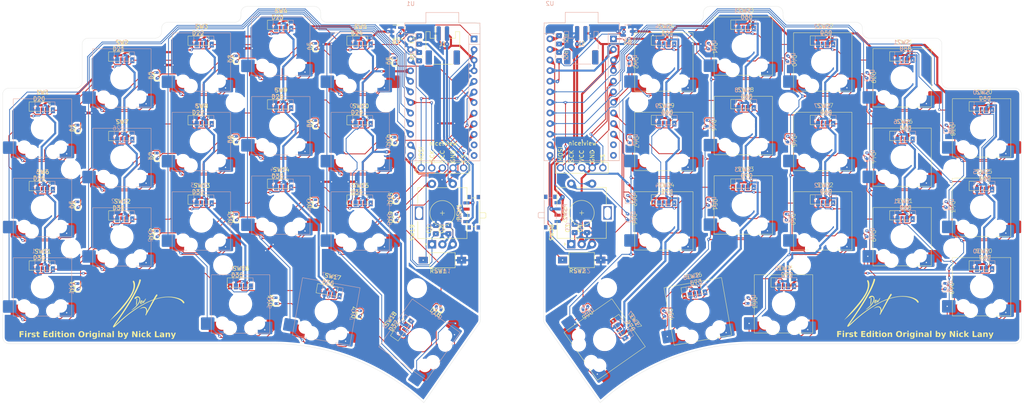
<source format=kicad_pcb>
(kicad_pcb (version 20241229) (generator "pcbnew") (generator_version "9.0")
  (layers (0 "F.Cu" signal) (2 "B.Cu" signal) (13 "F.Paste" user) (15 "B.Paste" user) (5 "F.SilkS" user "F.Silkscreen") (7 "B.SilkS" user "B.Silkscreen") (1 "F.Mask" user) (3 "B.Mask" user) (25 "Edge.Cuts" user))
  (net 0 "")
  (net 1 "LED_GND")
  (net 2 "row0")
  (net 3 "LED_PWR")
  (net 4 "LED_DATA")
  (net 5 "Net-(U1-RAW)")
  (net 6 "GND")
  (net 7 "Net-(D25-DOUT)")
  (net 8 "row1")
  (net 9 "Net-(D6-A)")
  (net 10 "Net-(D7-A)")
  (net 11 "Net-(D8-A)")
  (net 12 "Net-(D9-A)")
  (net 13 "Net-(D10-A)")
  (net 14 "row2")
  (net 15 "row3")
  (net 16 "col2")
  (net 17 "col3")
  (net 18 "col4")
  (net 19 "ENCB")
  (net 20 "ENCA")
  (net 21 "CS")
  (net 22 "SDA")
  (net 23 "SCL")
  (net 24 "Net-(J1-Pin_1)")
  (net 25 "+BATT")
  (net 26 "Net-(D17-A)")
  (net 27 "Net-(D18-A)")
  (net 28 "VCC")
  (net 29 "reset")
  (net 30 "col0")
  (net 31 "SWA")
  (net 32 "SWB")
  (net 38 "Net-(U2-RAW)")
  (net 40 "Net-(J2-Pin_1)")
  (net 41 "Net-(D43-A)")
  (net 42 "Net-(D45-A)")
  (net 43 "Net-(D46-A)")
  (net 44 "Net-(D47-A)")
  (net 45 "Net-(D54-A)")
  (net 46 "Net-(D55-A)")
  (net 47 "Net-(D62-DOUT)")
  (net 50 "L_ENCA")
  (net 51 "L_GND")
  (net 52 "L_ENCB")
  (net 53 "L_row0")
  (net 54 "L_row1")
  (net 55 "L_row2")
  (net 56 "L_row3")
  (net 57 "L_SWB")
  (net 58 "L_LED_DATA")
  (net 59 "L_LED_GND")
  (net 60 "Net-(D44-A)")
  (net 61 "L_col0")
  (net 62 "L_SWA")
  (net 63 "L_col2")
  (net 64 "L_col3")
  (net 65 "L_col4")
  (net 66 "L_LED_PWR")
  (net 67 "L_VCC")
  (net 68 "L_reset")
  (net 69 "L_SDA")
  (net 70 "L_CS")
  (net 71 "L_SCL")
  (net 72 "+BATT_L")
  (net 73 "Net-(D16-A)")
  (net 74 "Net-(D38-A)")
  (net 75 "Net-(D39-A)")
  (net 76 "Net-(D40-A)")
  (net 77 "Net-(D41-A)")
  (net 78 "Net-(D42-A)")
  (net 79 "Net-(D48-A)")
  (net 80 "Net-(D49-A)")
  (net 81 "Net-(D50-A)")
  (net 82 "Net-(D51-A)")
  (net 83 "Net-(D52-A)")
  (net 84 "Net-(D57-DOUT)")
  (net 85 "Net-(D63-DOUT)")
  (net 86 "Net-(D64-DOUT)")
  (net 87 "Net-(D65-DOUT)")
  (net 88 "Net-(D66-DOUT)")
  (net 89 "Net-(D67-DOUT)")
  (net 90 "Net-(D72-DOUT)")
  (net 91 "Net-(D73-DOUT)")
  (net 94 "Net-(D57-DIN)")
  (net 95 "Net-(D58-DIN)")
  (net 96 "Net-(D59-DIN)")
  (net 97 "Net-(D60-DIN)")
  (net 98 "Net-(D67-DIN)")
  (net 99 "Net-(D68-DIN)")
  (net 100 "Net-(D69-DIN)")
  (net 101 "Net-(D33-DIN)")
  (net 102 "Net-(D30-DIN)")
  (net 103 "Net-(D20-DIN)")
  (net 104 "Net-(D70-DIN)")
  (net 105 "Net-(D53-A)")
  (net 107 "Net-(D36-DOUT)")
  (net 108 "Net-(D15-A)")
  (net 109 "Net-(D5-A)")
  (net 110 "Net-(D14-A)")
  (net 111 "Net-(D13-A)")
  (net 112 "Net-(D12-A)")
  (net 113 "Net-(D11-A)")
  (net 114 "Net-(D1-A)")
  (net 115 "Net-(D3-A)")
  (net 116 "Net-(D2-A)")
  (net 117 "Net-(D4-A)")
  (net 118 "Net-(D35-DOUT)")
  (net 119 "Net-(D30-DOUT)")
  (net 120 "Net-(D29-DOUT)")
  (net 121 "Net-(D28-DOUT)")
  (net 122 "Net-(D27-DOUT)")
  (net 123 "Net-(D26-DOUT)")
  (net 124 "Net-(D20-DOUT)")
  (net 125 "unconnected-(D37-DOUT-Pad4)")
  (net 126 "Net-(D21-DIN)")
  (net 127 "Net-(D22-DIN)")
  (net 128 "Net-(D23-DIN)")
  (net 129 "Net-(D31-DIN)")
  (net 130 "Net-(D32-DIN)")
  (footprint "Custom Footprints:gateron-ks27-hotswap-reversible" (layer "F.Cu") (at 35.431483 99.023782)
    (property "Reference" "SW11")
    (property "Value" "SW_Push")
  )
  (footprint "Custom Footprints:0805_2012_nonpolarised" (layer "F.Cu") (at 163.05 85 90)
    (property "Reference" "C3")
    (property "Value" "100n")
  )
  (footprint "Custom Footprints:nice_view" (layer "F.Cu") (at 164.730901 53.984005)
    (property "Reference" "Display2")
    (property "Value" "nice!view")
  )
  (footprint "Custom Footprints:SW_SPDT_PCM12" (layer "F.Cu") (at 138.531483 81.123782 90)
    (property "Reference" "PSW1")
    (property "Value" "SW_SPST")
  )
  (footprint "Custom Footprints:SK6812_4020_SIDE_rev2" (layer "F.Cu") (at 110.831483 78.798782)
    (property "Reference" "D34")
    (property "Value" "SK6812")
  )
  (footprint "Custom Footprints:D_SOD-523" (layer "F.Cu") (at 111.553036 105.434416 80)
    (property "Reference" "D17")
    (property "Value" "1N4148WT")
  )
  (footprint "Custom Footprints:SK6812_4020_SIDE_rev2" (layer "F.Cu") (at 91.781483 74.973782)
    (property "Reference" "D33")
    (property "Value" "SK6812")
  )
  (footprint "Custom Footprints:D_SOD-523" (layer "F.Cu") (at 100.931483 59.823782 90)
    (property "Reference" "D9")
    (property "Value" "1N4148WT")
  )
  (footprint "Custom Footprints:SK6812_4020_SIDE_rev2" (layer "F.Cu") (at 110.831483 59.723782)
    (property "Reference" "D29")
    (property "Value" "SK6812")
  )
  (footprint "Custom Footprints:gateron-ks27-hotswap-reversible" (layer "F.Cu") (at 92.581483 79.423782)
    (property "Reference" "SW14")
    (property "Value" "SW_Push")
  )
  (footprint "Custom Footprints:0805_2012_nonpolarised" (layer "F.Cu") (at 166 85 90)
    (property "Reference" "C4")
    (property "Value" "100n")
  )
  (footprint "Custom Footprints:D_SOD-523" (layer "F.Cu") (at 81.931483 82.323782 90)
    (property "Reference" "D13")
    (property "Value" "1N4148WT")
  )
  (footprint "Custom Footprints:gateron-ks27-hotswap-reversible" (layer "F.Cu") (at 73.531483 83.223782)
    (property "Reference" "SW13")
    (property "Value" "SW_Push")
  )
  (footprint "Custom Footprints:D_SOD-523" (layer "F.Cu") (at 43.931483 98.923782 90)
    (property "Reference" "D11")
    (property "Value" "1N4148WT")
  )
  (footprint "Custom Footprints:SK6812_4020_SIDE_rev2" (layer "F.Cu") (at 53.681483 63.523782)
    (property "Reference" "D26" (hide yes))
    (property "Value" "SK6812")
  )
  (footprint "Custom Footprints:0805_2012_nonpolarised" (layer "F.Cu") (at 129.750337 85.280253 90)
    (property "Reference" "C1")
    (property "Value" "100n")
  )
  (footprint "Custom Footprints:RotaryEncoder_Alps_EC11E-Switch_Vertical_H20mm" (layer "F.Cu") (at 162.230901 88.784005 90)
    (property "Reference" "SW38")
    (property "Value" "RotaryEncoder_Switch")
  )
  (footprint "Custom Footprints:SOT-23-3" (layer "F.Cu") (at 120.250337 37.817753 180)
    (property "Reference" "Q1")
    (property "Value" "2N7002")
  )
  (footprint "Custom Footprints:SK6812_4020_SIDE_rev2" (layer "F.Cu") (at 72.731483 40.723782)
    (property "Reference" "D22")
    (property "Value" "SK6812")
  )
  (footprint "Custom Footprints:gateron-ks27-hotswap-reversible" (layer "F.Cu") (at 73.531483 45.123782)
    (property "Reference" "SW3")
    (property "Value" "SW_Push")
  )
  (footprint "Custom Footprints:SK6812_4020_SIDE_rev2" (layer "F.Cu") (at 53.681483 82.598782)
    (property "Reference" "D31")
    (property "Value" "SK6812")
  )
  (footprint "Custom Footprints:SW_SPST_FSMSM" (layer "F.Cu") (at 164.730901 92.584005 180)
    (property "Reference" "RSW2")
    (property "Value" "SW_Push")
  )
  (footprint "Custom Footprints:gateron-ks27-hotswap-reversible" (layer "F.Cu") (at 54.481483 87.023782)
    (property "Reference" "SW12")
    (property "Value" "SW_Push")
  )
  (footprint "Custom Footprints:D_SOD-523" (layer "F.Cu") (at 62.931483 48.323782 90)
    (property "Reference" "D2")
    (property "Value" "1N4148WT")
  )
  (footprint "Custom Footprints:gateron-ks27-hotswap-reversible" (layer "F.Cu") (at 125.820079 111.674756 55)
    (property "Reference" "SW18")
    (property "Value" "SW_Push")
  )
  (footprint "Custom Footprints:nice_view" (layer "F.Cu") (at 131.331483 54.023782)
    (property "Reference" "Display1")
    (property "Value" "nice!view")
  )
  (footprint "Custom Footprints:SK6812_4020_SIDE_rev2" (layer "F.Cu") (at 72.731483 78.773782)
    (property "Reference" "D32")
    (property "Value" "SK6812")
  )
  (footprint "Custom Footprints:SK6812_4020_SIDE_rev2" (layer "F.Cu") (at 72.731483 59.748782)
    (property "Reference" "D27")
    (property "Value" "SK6812")
  )
  (footprint "Custom Footprints:D_SOD-523" (layer "F.Cu") (at 81.931483 44.323782 90)
    (property "Reference" "D3")
    (property "Value" "1N4148WT")
  )
  (footprint "Custom Footprints:SK6812_4020_SIDE_rev2" (layer "F.Cu") (at 82.131483 98.698782)
    (property "Reference" "D35")
    (property "Value" "SK6812")
  )
  (footprint "Custom Footprints:SK6812_4020_SIDE_rev2" (layer "F.Cu") (at 34.631483 94.573782)
    (property "Reference" "D30")
    (property "Value" "SK6812")
  )
  (footprint "Custom Footprints:0805_2012_nonpolarised" (layer "F.Cu") (at 125.750337 43.817753 90)
    (property "Reference" "R1")
    (property "Value" "100k")
  )
  (footprint "Custom Footprints:D_SOD-523" (layer "F.Cu") (at 130.431483 104.123782 145)
    (property "Reference" "D18")
    (property "Value" "1N4148WT")
  )
  (footprint "Custom Footprints:D_SOD-523" (layer "F.Cu") (at 43.931483 79.323782 90)
    (property "Reference" "D6")
    (property "Value" "1N4148WT")
  )
  (footprint "Custom Footprints:D_SOD-523" (layer "F.Cu") (at 100.931483 41.323782 90)
    (property "Reference" "D4")
    (property "Value" "1N4148WT")
  )
  (footprint "Custom Footprints:gateron-ks27-hotswap-reversible" (layer "F.Cu") (at 54.481483 67.973782)
    (property "Reference" "SW7")
    (property "Value" "SW_Push")
  )
  (footprint "Custom Footprints:D_SOD-523" (layer "F.Cu") (at 119.931483 63.823782 90)
    (property "Reference" "D10")
    (property "Value" "1N4148WT")
  )
  (footprint "Custom Footprints:JST_PH_S2B-PH-SM4-TB_1x02-1MP_P2.00mm_Horizontal" (layer "F.Cu") (at 131.431483 41.123782)
    (property "Reference" "J1")
    (property "Value" "Conn_01x02_Socket")
  )
  (footprint "Custom Footprints:D_SOD-523" (layer "F.Cu") (at 119.931483 44.823782 90)
    (property "Reference" "D5")
    (property "Value" "1N4148WT")
  )
  (footprint "Custom Footprints:0805_2012_nonpolarised" (layer "F.Cu") (at 132.760337 85.280253 90)
    (property "Reference" "C2")
    (property "Value" "100n")
  )
  (footprint "Custom Footprints:gateron-ks27-hotswap-reversible" (layer "F.Cu") (at 111.631483 45.123782)
    (property "Reference" "SW5")
    (property "Value" "SW_Push")
  )
  (footprint "" (layer "F.Cu") (at 78.750337 93.817753)
    (property "Reference" "")
    (property "Value" "")
  )
  (footprint "Custom Footprints:gateron-ks27-hotswap-reversible" (layer "F.Cu") (at 103.481483 104.934371 -10)
    (property "Reference" "SW17")
    (property "Value" "SW_Push")
  )
  (footprint "Custom Footprints:SK6812_4020_SIDE_rev2" (layer "F.Cu") (at 91.781483 36.898782)
    (property "Reference" "D23")
    (property "Value" "SK6812")
  )
  (footprint "Custom Footprints:SK6812_4020_SIDE_rev2" (layer "F.Cu") (at 121.731483 109.823782 55)
    (property "Reference" "D37")
    (property "Value" "SK6812")
  )
  (footprint "Custom Footprints:D_SOD-523" (layer "F.Cu") (at 120.250337 82.317753 90)
    (property "Reference" "D19")
    (property "Value" "1N4148WT")
  )
  (footprint "Custom Footprints:SK6812_4020_SIDE_rev2" (layer "F.Cu") (at 103.481483 100.473782 -10)
    (property "Reference" "D36")
    (property "Value" "SK6812")
  )
  (footprint "Custom Footprints:gateron-ks27-hotswap-reversible" (layer "F.Cu") (at 73.531483 64.173782)
    (property "Reference" "SW8")
    (property "Value" "SW_Push")
  )
  (footprint "Custom Footprints:gateron-ks27-hotswap-reversible" (layer "F.Cu") (at 111.631483 83.223782)
    (property "Reference" "SW15")
    (property "Value" "SW_Push")
  )
  (footprint "Custom Footprints:gateron-ks27-hotswap-reversible" (layer "F.Cu") (at 92.581483 41.323782)
    (property "Reference" "SW4")
    (property "Value" "SW_Push")
  )
  (footprint "Custom Footprints:D_SOD-523" (layer "F.Cu") (at 62.931483 67.623782 90)
    (property "Reference" "D7")
    (property "Value" "1N4148WT")
  )
  (footprint "Custom Footprints:SW_SPST_FSMSM" (layer "F.Cu") (at 131.331483 92.623782 180)
    (property "Reference" "RSW1")
    (property "Value" "SW_Push")
  )
  (footprint "MountingHole:MountingHole_4.3mm_M4_DIN965" (layer "F.Cu") (at 125.250337 99.317753)
    (property "Reference" "REF**" (hide yes))
    (property "Value" "MountingHole_4.3mm_M4_DIN965")
  )
  (footprint "Custom Footprints:0805_2012_nonpolarised" (layer "F.Cu") (at 125.750337 39.817753 90)
    (property "Reference" "F1")
    (property "Value" "Polyfuse")
  )
  (footprint "Custom Footprints:SK6812_4020_SIDE_rev2" (layer "F.Cu") (at 91.781483 55.948782)
    (property "Reference" "D28")
    (property "Value" "SK6812")
  )
  (footprint "Custom Footprints:SK6812_4020_SIDE_rev2" (layer "F.Cu") (at 110.831483 40.698782)
    (property "Reference" "D24")
    (property "Value" "SK6812")
  )
  (footprint "Custom Footprints:gateron-ks27-hotswap-reversible" (layer "F.Cu") (at 35.431483 79.973782)
    (property "Reference" "SW6")
    (property "Value" "SW_Push")
  )
  (footprint "Custom Footprints:gateron-ks27-hotswap-reversible" (layer "F.Cu") (at 82.931483 103.123782)
    (property "Reference" "SW16")
    (property "Value" "SW_Push")
  )
  (footprint "" (layer "F.Cu") (at 42.250337 70.817753)
    (property "Reference" "")
    (property "Value" "")
  )
  (footprint "" (layer "F.Cu") (at 42.250337 89.817753)
    (property "Reference" "")
    (property "Value" "")
  )
  (footprint "Custom Footprints:SK6812_4020_SIDE_rev2" (layer "F.Cu") (at 34.631483 56.473782)
    (property "Reference" "D20")
    (property "Value" "SK6812")
  )
  (footprint "Custom Footprints:gateron-ks27-hotswap-reversible" (layer "F.Cu") (at 54.481483 48.923782)
    (property "Reference" "SW2")
    (property "Value" "SW_Push")
  )
  (footprint "Custom Footprints:SK6812_4020_SIDE_rev2" (layer "F.Cu") (at 53.681483 44.473782)
    (property "Reference" "D21")
    (property "Value" "SK6812")
  )
  (footprint "Custom Footprints:RotaryEncoder_Alps_EC11E-Switch_Vertical_H20mm" (layer "F.Cu") (at 128.831483 88.823782 90)
    (property "Reference" "SW19")
    (property "Value" "RotaryEncoder_Switch")
  )
  (footprint "Custom Footprints:SK6812_4020_SIDE_rev2" (layer "F.Cu") (at 34.631483 75.523782)
    (property "Reference" "D25")
    (property "Value" "SK6812")
  )
  (footprint "Custom Footprints:gateron-ks27-hotswap-reversible" (layer "F.Cu") (at 35.431483 60.923782)
    (property "Reference" "SW1")
    (property "Value" "SW_Push")
  )
  (footprint "Custom Footprints:gateron-ks27-hotswap-reversible" (layer "F.Cu") (at 111.631483 64.173782)
    (property "Reference" "SW10")
    (property "Value" "SW_Push")
  )
  (footprint "Custom Footprints:gateron-ks27-hotswap-reversible" (layer "F.Cu") (at 92.581483 60.373782)
    (property "Reference" "SW9")
    (property "Value" "SW_Push")
  )
  (footprint "Custom Footprints:D_SOD-523" (layer "F.Cu") (at 43.931483 60.923782 90)
    (property "Reference" "D1")
    (property "Value" "1N4148WT")
  )
  (footprint "Custom Footprints:D_SOD-523" (layer "F.Cu") (at 62.931483 86.323782 90)
    (property "Reference" "D12")
    (property "Value" "1N4148WT")
  )
  (footprint "Custom Footprints:D_SOD-523" (layer "F.Cu") (at 81.931483 63.623782 90)
    (property "Reference" "D8")
    (property "Value" "1N4148WT")
  )
  (footprint "" (layer "F.Cu") (at 81.750337 54.817753)
    (property "Reference" "")
    (property "Value" "")
  )
  (footprint "Custom Footprints:D_SOD-523" (layer "F.Cu") (at 91.431483 102.323782 90)
    (property "Reference" "D16")
    (property "Value" "1N4148WT")
  )
  (footprint "" (layer "F.Cu") (at 117.750337 54.817753)
    (property "Reference" "")
    (property "Value" "")
  )
  (footprint "Custom Footprints:D_SOD-523" (layer "F.Cu") (at 120.250337 77.817753 90)
    (property "Reference" "D15")
    (property "Value" "1N4148WT")
  )
  (footprint "Custom Footprints:D_SOD-523" (layer "F.Cu") (at 100.931483 78.823782 90)
    (property "Reference" "D14")
    (property "Value" "1N4148WT")
  )
  (footprint "Custom Footprints:0805_2012_nonpolarised" (layer "B.Cu") (at 159.312047 43.777976 90)
    (property "Reference" "R2")
    (property "Value" "100k")
  )
  (footprint "Custom Footprints:SK6812_4020_SIDE_rev2" (layer "B.Cu") (at 223.330901 78.734005 180)
    (property "Reference" "D69")
    (property "Value" "SK6812")
  )
  (footprint "Custom Footprints:gateron-ks27-hotswap-reversible" (layer "B.Cu") (at 184.430901 83.184005 180)
    (property "Reference" "SW34")
    (property "Value" "SW_Push")
  )
  (footprint "" (layer "B.Cu") (at 170.812047 99.277976 180)
    (property "Reference" "")
    (property "Value" "")
  )
  (footprint "" (layer "B.Cu") (at 253.812047 89.777976 180)
    (property "Reference" "")
    (property "Value" "")
  )
  (footprint "Arduino:Sparkfun_Pro_Micro" (layer "B.Cu") (at 123.700337 67.517753)
    (property "Reference" "U1")
    (property "Value" "Sparkfun_Pro_Micro")
  )
  (footprint "Custom Footprints:D_SOD-523" (layer "B.Cu") (at 233.130901 48.284005 90)
    (property "Reference" "D39")
    (property "Value" "1N4148WT")
  )
  (footprint "Custom Footprints:gateron-ks27-hotswap-reversible" (layer "B.Cu") (at 192.580901 104.894594 -170)
    (property "Reference" "SW36")
    (property "Value" "SW_Push")
  )
  (footprint "Custom Footprints:SK6812_4020_SIDE_rev2" (layer "B.Cu") (at 242.380901 82.559005 180)
    (property "Reference" "D68")
    (property "Value" "SK6812")
  )
  (footprint "Custom Footprints:gateron-ks27-hotswap-reversible" (layer "B.Cu") (at 184.430901 45.084005 180)
    (property "Reference" "SW24")
    (property "Value" "SW_Push")
  )
  (footprint "Custom Footprints:gateron-ks27-hotswap-reversible" (layer "B.Cu") (at 213.130901 103.084005 180)
    (property "Reference" "SW35")
    (property "Value" "SW_Push")
  )
  (footprint "Custom Footprints:SK6812_4020_SIDE_rev2" (layer "B.Cu") (at 242.380901 44.434005 180)
    (property "Reference" "D58")
    (property "Value" "SK6812")
  )
  (footprint "Custom Footprints:SK6812_4020_SIDE_rev2" (layer "B.Cu") (at 185.230901 40.659005 180)
    (property "Reference" "D61")
    (property "Value" "SK6812")
  )
  (footprint "Custom Footprints:gateron-ks27-hotswap-reversible" (layer "B.Cu") (at 170.242305 111.634979 125)
    (property "Reference" "SW37")
    (property "Value" "SW_Push")
  )
  (footprint "Custom Footprints:gateron-ks27-hotswap-reversible" (layer "B.Cu") (at 260.630901 60.884005 180)
    (property "Reference" "SW20")
    (property "Value" "SW_Push")
  )
  (footprint "Custom Footprints:D_SOD-523" (layer "B.Cu") (at 175.812047 77.777976 90)
    (property "Reference" "D52")
    (property "Value" "1N4148WT")
  )
  (footprint "Custom Footprints:SK6812_4020_SIDE_rev2" (layer "B.Cu") (at 261.430901 56.434005 180)
    (property "Reference" "D57")
    (property "Value" "SK6812")
  )
  (footprint "Custom Footprints:D_SOD-523" (layer "B.Cu") (at 214.130901 63.584005 90)
    (property "Reference" "D45")
    (property "Value" "1N4148WT")
  )
  (footprint "Custom Footprints:D_SOD-523" (layer "B.Cu") (at 204.630901 102.284005 90)
    (property "Reference" "D53")
    (property "Value" "1N4148WT")
  )
  (footprint "Custom Footprints:gateron-ks27-hotswap-reversible" (layer "B.Cu") (at 241.580901 86.984005 180)
    (property "Reference" "SW31")
    (property "Value" "SW_Push")
  )
  (footprint "Custom Footprints:D_SOD-523" (layer "B.Cu") (at 176.312047 63.777976 90)
    (property "Reference" "D47")
    (property "Value" "1N4148WT")
  )
  (footprint "Custom Footprints:SK6812_4020_SIDE_rev2" (layer "B.Cu") (at 213.930901 98.659005 180)
    (property "Reference" "D72")
    (property "Value" "SK6812")
  )
  (footprint "Custom Footprints:gateron-ks27-hotswap-reversible" (layer "B.Cu") (at 222.530901 45.084005 180)
    (property "Reference" "SW22")
    (property "Value" "SW_Push")
  )
  (footprint "" (layer "B.Cu") (at 214.312047 54.777976 180)
    (property "Reference" "")
    (property "Value" "")
  )
  (footprint "Custom Footprints:gateron-ks27-hotswap-reversible" (layer "B.Cu") (at 241.580901 48.884005 180)
    (property "Reference" "SW21")
    (property "Value" "SW_Push")
  )
  (footprint "Custom Footprints:D_SOD-523" (layer "B.Cu") (at 195.130901 41.284005 90)
    (property "Reference" "D41")
    (property "Value" "1N4148WT")
  )
  (footprint "Custom Footprints:gateron-ks27-hotswap-reversible" (layer "B.Cu") (at 222.530901 64.134005 180)
    (property "Reference" "SW27")
    (property "Value" "SW_Push")
  )
  (footprint "Custom Footprints:gateron-ks27-hotswap-reversible" (layer "B.Cu") (at 203.480901 60.334005 180)
    (property "Reference" "SW28")
    (property "Value" "SW_Push")
  )
  (footprint "Custom Footprints:SK6812_4020_SIDE_rev2" (layer "B.Cu") (at 261.430901 94.534005 180)
    (property "Reference" "D67")
    (property "Value" "SK6812")
  )
  (footprint "Custom Footprints:SK6812_4020_SIDE_rev2" (layer "B.Cu") (at 204.280901 55.909005 180)
    (property "Reference" "D65")
    (property "Value" "SK6812")
  )
  (footprint "Custom Footprints:SK6812_4020_SIDE_rev2" (layer "B.Cu") (at 204.280901 74.934005 180)
    (property "Reference" "D70")
    (property "Value" "SK6812")
  )
  (footprint "Custom Footprints:D_SOD-523" (layer "B.Cu") (at 252.130901 60.884005 90)
    (property "Reference" "D38")
    (property "Value" "1N4148WT")
  )
  (footprint "Custom Footprints:SK6812_4020_SIDE_rev2" (layer "B.Cu") (at 185.230901 78.759005 180)
    (property "Reference" "D71")
    (property "Value" "SK6812")
  )
  (footprint "Custom Footprints:D_SOD-523" (layer "B.Cu") (at 176.130901 44.784005 90)
    (property "Reference" "D42")
    (property "Value" "1N4148WT")
  )
  (footprint "Custom Footprints:SOT-23-3" (layer "B.Cu") (at 175.812047 37.777976)
    (property "Reference" "Q2")
    (property "Value" "2N7002")
  )
  (footprint "Custom Footprints:SK6812_4020_SIDE_rev2" (layer "B.Cu") (at 204.280901 36.859005 180)
    (property "Reference" "D60")
    (property "Value" "SK6812")
  )
  (footprint "Custom Footprints:D_SOD-523" (layer "B.Cu") (at 233.130901 86.284005 90)
    (property "Reference" "D49")
    (property "Value" "1N4148WT")
  )
  (footprint "" (layer "B.Cu") (at 178.312047 54.777976 180)
    (property "Reference" "")
    (property "Value" "")
  )
  (footprint "Custom Footprints:0805_2012_nonpolarised" (layer "B.Cu") (at 159.312047 39.777976 90)
    (property "Reference" "F2")
    (property "Value" "Polyfuse")
  )
  (footprint "Custom Footprints:SK6812_4020_SIDE_rev2" (layer "B.Cu") (at 192.580901 100.434005 -170)
    (property "Reference" "D73")
    (property "Value" "SK6812")
  )
  (footprint "Custom Footprints:gateron-ks27-hotswap-reversible" (layer "B.Cu") (at 203.480901 79.384005 180)
    (property "Reference" "SW33")
    (property "Value" "SW_Push")
  )
  (footprint "Custom Footprints:D_SOD-523" (layer "B.Cu") (at 195.130901 78.784005 90)
    (property "Reference" "D51")
    (property "Value" "1N4148WT")
  )
  (footprint "Arduino:Sparkfun_Pro_Micro" (layer "B.Cu") (at 157.112047 67.477976)
    (property "Reference" "U2")
    (property "Value" "Sparkfun_Pro_Micro")
  )
  (footprint "Custom Footprints:D_SOD-523" (layer "B.Cu") (at 165.630901 104.084005 35)
    (property "Reference" "D55")
    (property "Value" "1N4148WT")
  )
  (footprint "Custom Footprints:gateron-ks27-hotswap-reversible" (layer "B.Cu") (at 260.630901 98.984005 180)
    (property "Reference" "SW30")
    (property "Value" "SW_Push")
  )
  (footprint "Custom Footprints:gateron-ks27-hotswap-reversible" (layer "B.Cu") (at 203.480901 41.284005 180)
    (property "Reference" "SW23")
    (property "Value" "SW_Push")
  )
  (footprint "" (layer "B.Cu") (at 217.312047 93.777976 180)
    (property "Reference" "")
    (property "Value" "")
  )
  (footprint "Custom Footprints:SK6812_4020_SIDE_rev2" (layer "B.Cu") (at 223.330901 40.684005 180)
    (property "Reference" "D59")
    (property "Value" "SK6812")
  )
  (footprint "Custom Footprints:D_SOD-523" (layer "B.Cu") (at 194.812047 59.784005 90)
    (property "Reference" "D46")
    (property "Value" "1N4148WT")
  )
  (footprint "Custom Footprints:SK6812_4020_SIDE_rev2" (layer "B.Cu") (at 261.430901 75.484005 180)
    (property "Reference" "D62")
    (property "Value" "SK6812")
  )
  (footprint "Custom Footprints:D_SOD-523" (layer "B.Cu") (at 233.130901 67.584005 90)
    (property "Reference" "D44")
    (property "Value" "1N4148WT")
  )
  (footprint "Custom Footprints:gateron-ks27-hotswap-reversible" (layer "B.Cu") (at 184.430901 64.134005 180)
    (property "Reference" "SW29")
    (property "Value" "SW_Push")
  )
  (footprint "Custom Footprints:D_SOD-523" (layer "B.Cu") (at 213.812047 82.277976 90)
    (property "Reference" "D50")
    (property "Value" "1N4148WT")
  )
  (footprint "Custom Footprints:gateron-ks27-hotswap-reversible" (layer "B.Cu") (at 222.530901 83.184005 180)
    (property "Reference" "SW32")
    (property "Value" "SW_Push")
  )
  (footprint "Custom Footprints:D_SOD-523" (layer "B.Cu") (at 184.509348 105.394639 100)
    (property "Reference" "D54")
    (property "Value" "1N4148WT")
  )
  (footprint "Custom Footprints:D_SOD-523" (layer "B.Cu") (at 175.812047 82.277976 90)
    (property "Reference" "D56")
    (property "Value" "1N4148WT")
  )
  (footprint "" (layer "B.Cu") (at 253.812047 70.777976 180)
    (property "Reference" "")
    (property "Value" "")
  )
  (footprint "Custom Footprints:SK6812_4020_SIDE_rev2" (layer "B.Cu") (at 174.330901 109.784005 125)
    (property "Reference" "D74")
    (property "Value" "SK6812")
  )
  (footprint "Custom Footprints:gateron-ks27-hotswap-reversible" (layer "B.Cu") (at 260.630901 79.934005 180)
    (property "Reference" "SW25")
    (property "Value" "SW_Push")
  )
  (footprint "Custom Footprints:D_SOD-523" (layer "B.Cu") (at 214.130901 44.284005 90)
    (property "Reference" "D40")
    (property "Value" "1N4148WT")
  )
  (footprint "Custom Footprints:SW_SPDT_PCM12" (layer "B.Cu") (at 157.530901 81.084005 90)
    (property "Reference" "PSW2")
    (property "Value" "SW_SPST")
  )
  (footprint "Custom Footprints:JST_PH_S2B-PH-SM4-TB_1x02-1MP_P2.00mm_Horizontal" (layer "B.Cu") (at 164.630901 41.084005 180)
    (property "Reference" "J2")
    (property "Value" "Conn_01x02_Socket")
  )
  (footprint "Custom Footprints:D_SOD-523" (layer "B.Cu") (at 251.812047 98.884005 90)
    (property "Reference" "D48")
    (property "Value" "1N4148WT")
  )
  (footprint "Custom Footprints:SK6812_4020_SIDE_rev2" (layer "B.Cu") (at 185.230901 59.684005 180)
    (property "Reference" "D66")
    (property "Value" "SK6812")
  )
  (footprint "Custom Footprints:gateron-ks27-hotswap-reversible" (layer "B.Cu") (at 241.580901 67.934005 180)
    (property "Reference" "SW26")
    (property "Value" "SW_Push")
  )
  (footprint "Custom Footprints:SK6812_4020_SIDE_rev2" (layer "B.Cu") (at 223.330901 59.709005 180)
    (property "Reference" "D64")
    (property "Value" "SK6812")
  )
  (footprint "Custom Footprints:D_SOD-523" (layer "B.Cu") (at 252.130901 79.284005 90)
    (property "Reference" "D43")
    (property "Value" "1N4148WT")
  )
  (footprint "Custom Footprints:SK6812_4020_SIDE_rev2" (layer "B.Cu") (at 242.380901 63.484005 180)
    (property "Reference" "D63")
    (property "Value" "SK6812")
  )
  (gr_poly (pts (xy 58.272834 101.290404) (xy 58.290162 101.291101) (xy 58.30738 101.292236) (xy 58.324482 101.29381) (xy 58.341462 101.295824) (xy 58.358315 101.29828) (xy 58.375035 101.301179) (xy 58.391615 101.304521) (xy 58.408051 101.308307) (xy 58.424337 101.31254) (xy 58.440466 101.317219) (xy 58.456158 101.322254) (xy 58.471637 101.327704) (xy 58.486898 101.333567) (xy 58.501937 101.33984) (xy 58.516749 101.346519) (xy 58.531331 101.353602) (xy 58.545678 101.361085) (xy 58.559785 101.368967) (xy 58.573648 101.377243) (xy 58.587263 101.385911) (xy 58.600625 101.394969) (xy 58.613731 101.404412) (xy 58.626575 101.414239) (xy 58.639154 101.424446) (xy 58.651463 101.435031) (xy 58.663498 101.44599) (xy 58.676712 101.45877) (xy 58.689534 101.471982) (xy 58.701962 101.485617) (xy 58.713994 101.499669) (xy 58.725628 101.514132) (xy 58.736861 101.528997) (xy 58.747692 101.54426) (xy 58.758119 101.559911) (xy 58.76553 101.571681) (xy 58.772739 101.583708) (xy 58.779743 101.595994) (xy 58.786536 101.608537) (xy 58.793115 101.621339) (xy 58.799476 101.634398) (xy 58.805615 101.647716) (xy 58.811529 101.661291) (xy 58.823789 101.692238) (xy 58.834868 101.724402) (xy 58.844726 101.757773) (xy 58.853324 101.792345) (xy 58.860622 101.828108) (xy 58.866583 101.865055) (xy 58.871167 101.903178) (xy 58.874335 101.942468) (xy 58.875983 101.980324) (xy 58.876319 102.019187) (xy 58.875314 102.059045) (xy 58.872935 102.099885) (xy 58.86915 102.141695) (xy 58.863928 102.184462) (xy 58.857237 102.228172) (xy 58.849045 102.272812) (xy 58.839321 102.318371) (xy 58.828034 102.364835) (xy 58.81515 102.41219) (xy 58.80064 102.460426) (xy 58.78447 102.509527) (xy 58.76661 102.559482) (xy 58.747027 102.610278) (xy 58.72569 102.661902) (xy 58.703078 102.713216) (xy 58.678784 102.765171) (xy 58.652789 102.817753) (xy 58.625074 102.870945) (xy 58.595618 102.924734) (xy 58.564403 102.979104) (xy 58.531409 103.03404) (xy 58.496617 103.089526) (xy 58.460007 103.145547) (xy 58.421559 103.202089) (xy 58.381254 103.259136) (xy 58.339074 103.316673) (xy 58.249005 103.433156) (xy 58.151198 103.551417) (xy 58.105611 103.602999) (xy 58.05871 103.654048) (xy 58.010736 103.704437) (xy 57.961928 103.754037) (xy 57.912527 103.802722) (xy 57.862772 103.850365) (xy 57.812905 103.896837) (xy 57.763164 103.942012) (xy 57.7075 103.991269) (xy 57.652602 104.038574) (xy 57.598688 104.083843) (xy 57.545973 104.126994) (xy 57.494672 104.167942) (xy 57.445002 104.206604) (xy 57.397179 104.242896) (xy 57.351419 104.276737) (xy 57.343774 104.2823) (xy 57.291425 104.319701) (xy 57.240312 104.355034) (xy 57.190628 104.388244) (xy 57.142569 104.419278) (xy 57.096331 104.448082) (xy 57.052108 104.474601) (xy 57.010096 104.498783) (xy 56.970489 104.520573) (xy 56.949133 104.531871) (xy 56.928833 104.542285) (xy 56.909576 104.551846) (xy 56.89135 104.560582) (xy 56.87414 104.568522) (xy 56.857933 104.575696) (xy 56.842716 104.582131) (xy 56.828476 104.587857) (xy 56.820379 104.590972) (xy 56.812661 104.593834) (xy 56.805315 104.596456) (xy 56.798332 104.598847) (xy 56.791703 104.601018) (xy 56.78542 104.602978) (xy 56.779474 104.60474) (xy 56.773857 104.606312) (xy 56.766875 104.608129) (xy 56.760473 104.609645) (xy 56.754628 104.610891) (xy 56.749316 104.611893) (xy 56.744512 104.61268) (xy 56.740193 104.61328) (xy 56.736334 104.613723) (xy 56.732912 104.614036) (xy 56.735697 104.612067) (xy 56.738796 104.609809) (xy 56.746027 104.604357) (xy 56.754788 104.597544) (xy 56.765261 104.589237) (xy 56.78459 104.573665) (xy 56.808752 104.553973) (xy 56.860328 104.511523) (xy 56.927022 104.456088) (xy 57.076742 104.329855) (xy 57.163269 104.255836) (xy 57.257836 104.174106) (xy 57.264834 104.168024) (xy 57.350561 104.093009) (xy 57.444825 104.008972) (xy 57.545073 103.917211) (xy 57.596642 103.86884) (xy 57.648749 103.819025) (xy 57.695555 103.773374) (xy 57.742396 103.72673) (xy 57.789038 103.679216) (xy 57.835244 103.630954) (xy 57.880781 103.582065) (xy 57.925412 103.532673) (xy 57.968903 103.482899) (xy 58.011017 103.432866) (xy 58.058508 103.375215) (xy 58.104014 103.318127) (xy 58.147557 103.261618) (xy 58.189164 103.205704) (xy 58.228859 103.150398) (xy 58.266667 103.095717) (xy 58.302612 103.041676) (xy 58.336719 102.988289) (xy 58.369013 102.935571) (xy 58.399519 102.883538) (xy 58.42826 102.832205) (xy 58.455262 102.781587) (xy 58.48055 102.731699) (xy 58.504148 102.682556) (xy 58.52608 102.634173) (xy 58.546373 102.586565) (xy 58.565406 102.538821) (xy 58.582699 102.49216) (xy 58.598298 102.446589) (xy 58.612251 102.402118) (xy 58.624605 102.358756) (xy 58.635409 102.316511) (xy 58.644709 102.275392) (xy 58.652554 102.235408) (xy 58.65899 102.196567) (xy 58.664066 102.158879) (xy 58.667828 102.122353) (xy 58.670325 102.086996) (xy 58.671603 102.052819) (xy 58.671711 102.019829) (xy 58.670696 101.988036) (xy 58.668606 101.957448) (xy 58.667077 101.941717) (xy 58.66527 101.926347) (xy 58.663193 101.911336) (xy 58.660855 101.896683) (xy 58.658265 101.882387) (xy 58.65543 101.868446) (xy 58.65236 101.854858) (xy 58.649062 101.841624) (xy 58.645547 101.82874) (xy 58.641821 101.816207) (xy 58.637894 101.804021) (xy 58.633775 101.792183) (xy 58.629471 101.780691) (xy 58.624992 101.769542) (xy 58.620345 101.758737) (xy 58.615541 101.748273) (xy 58.611071 101.739109) (xy 58.606482 101.730214) (xy 58.601782 101.721586) (xy 58.596975 101.713222) (xy 58.592067 101.705118) (xy 58.587063 101.697273) (xy 58.581969 101.689683) (xy 58.576792 101.682345) (xy 58.573214 101.677487) (xy 58.569584 101.672729) (xy 58.565904 101.668072) (xy 58.562175 101.663514) (xy 58.558397 101.659056) (xy 58.554571 101.654698) (xy 58.550699 101.650438) (xy 58.546781 101.646276) (xy 58.542819 101.642212) (xy 58.538813 101.638246) (xy 58.534765 101.634377) (xy 58.530675 101.630604) (xy 58.526545 101.626928) (xy 58.522376 101.623347) (xy 58.518168 101.619862) (xy 58.513922 101.616472) (xy 58.506355 101.610729) (xy 58.498658 101.605261) (xy 58.490835 101.600067) (xy 58.482888 101.595147) (xy 58.47482 101.590497) (xy 58.466634 101.586118) (xy 58.458331 101.582007) (xy 58.449916 101.578164) (xy 58.44139 101.574586) (xy 58.432757 101.571273) (xy 58.424019 101.568223) (xy 58.415178 101.565435) (xy 58.406238 101.562907) (xy 58.397201 101.560638) (xy 58.38807 101.558626) (xy 58.378847 101.556871) (xy 58.369321 101.555339) (xy 58.359661 101.554067) (xy 58.349867 101.553056) (xy 58.339943 101.552309) (xy 58.329889 101.551827) (xy 58.319707 101.551612) (xy 58.309399 101.551666) (xy 58.298965 101.551991) (xy 58.288409 101.552589) (xy 58.277731 101.553461) (xy 58.266933 101.55461) (xy 58.256016 101.556037) (xy 58.244982 101.557744) (xy 58.233833 101.559733) (xy 58.22257 101.562006) (xy 58.211195 101.564564) (xy 58.19453 101.569243) (xy 58.178316 101.574314) (xy 58.162545 101.579751) (xy 58.147208 101.585527) (xy 58.1323 101.591616) (xy 58.11781 101.597993) (xy 58.103733 101.604629) (xy 58.09006 101.611501) (xy 58.076783 101.61858) (xy 58.063895 101.625841) (xy 58.051388 101.633257) (xy 58.039255 101.640803) (xy 58.027486 101.648452) (xy 58.016076 101.656177) (xy 57.994297 101.671753) (xy 57.983121 101.680164) (xy 57.972097 101.68873) (xy 57.950527 101.706195) (xy 57.929643 101.723874) (xy 57.9095 101.74149) (xy 57.871656 101.775439) (xy 57.854064 101.791221) (xy 57.837433 101.805842) (xy 57.833067 101.809598) (xy 57.828723 101.813297) (xy 57.812043 101.826979) (xy 57.794879 101.840223) (xy 57.777432 101.852909) (xy 57.759908 101.864917) (xy 57.742509 101.876127) (xy 57.725439 101.886419) (xy 57.708901 101.895674) (xy 57.6931 101.903772) (xy 57.687254 101.906558) (xy 57.681568 101.909151) (xy 57.676042 101.911556) (xy 57.670672 101.913778) (xy 57.660398 101.917696) (xy 57.650732 101.92095) (xy 57.64166 101.923583) (xy 57.633168 101.92564) (xy 57.625242 101.927165) (xy 57.617868 101.928201) (xy 57.611031 101.928793) (xy 57.604718 101.928984) (xy 57.598915 101.928819) (xy 57.593608 101.928342) (xy 57.588783 101.927596) (xy 57.584425 101.926627) (xy 57.580521 101.925476) (xy 57.577056 101.92419) (xy 57.577057 101.92419) (xy 57.574133 101.922817) (xy 57.570824 101.920898) (xy 57.56721 101.918385) (xy 57.563372 101.915233) (xy 57.559391 101.911393) (xy 57.555346 101.90682) (xy 57.551318 101.901466) (xy 57.547387 101.895285) (xy 57.543634 101.88823) (xy 57.54014 101.880254) (xy 57.536985 101.871311) (xy 57.534248 101.861353) (xy 57.532011 101.850333) (xy 57.530355 101.838206) (xy 57.529358 101.824923) (xy 57.529103 101.810439) (xy 57.529407 101.800005) (xy 57.530137 101.789196) (xy 57.531303 101.778044) (xy 57.532917 101.766578) (xy 57.534992 101.754828) (xy 57.537539 101.742826) (xy 57.540569 101.7306) (xy 57.544094 101.718182) (xy 57.548127 101.705602) (xy 57.552678 101.692889) (xy 57.557759 101.680075) (xy 57.563382 101.667189) (xy 57.56956 101.654262) (xy 57.576302 101.641324) (xy 57.583622 101.628405) (xy 57.591531 101.615536) (xy 57.593648 101.612254) (xy 57.595807 101.608968) (xy 57.598008 101.605676) (xy 57.600251 101.60238) (xy 57.609314 101.589606) (xy 57.619035 101.576747) (xy 57.629414 101.563832) (xy 57.640447 101.550887) (xy 57.652132 101.537941) (xy 57.664467 101.525022) (xy 57.67745 101.512158) (xy 57.691079 101.499376) (xy 57.70535 101.486705) (xy 57.720263 101.474172) (xy 57.735814 101.461806) (xy 57.752002 101.449634) (xy 57.768823 101.437684) (xy 57.786277 101.425984) (xy 57.80436 101.414563) (xy 57.823071 101.403447) (xy 57.840846 101.393511) (xy 57.859131 101.383892) (xy 57.877922 101.374614) (xy 57.897216 101.365699) (xy 57.91701 101.35717) (xy 57.937302 101.349051) (xy 57.958087 101.341363) (xy 57.979363 101.334129) (xy 58.001127 101.327373) (xy 58.023376 101.321117) (xy 58.046106 101.315384) (xy 58.069315 101.310197) (xy 58.092999 101.305579) (xy 58.117156 101.301551) (xy 58.141782 101.298138) (xy 58.166875 101.295362) (xy 58.184743 101.293453) (xy 58.202535 101.291976) (xy 58.220247 101.290931) (xy 58.237871 101.29032) (xy 58.255402 101.290144)) (fill yes) (layer "F.SilkS"))
  (gr_poly (pts (xy 62.85307 100.814656) (xy 62.85878 100.814947) (xy 62.864394 100.8155) (xy 62.869903 100.816305) (xy 62.8753 100.817349) (xy 62.880578 100.81862) (xy 62.885728 100.820107) (xy 62.890742 100.821798) (xy 62.895613 100.82368) (xy 62.900334 100.825742) (xy 62.903246 100.827139) (xy 62.906087 100.828599) (xy 62.908855 100.830118) (xy 62.911549 100.831695) (xy 62.914166 100.833327) (xy 62.916707 100.835011) (xy 62.919168 100.836744) (xy 62.921549 100.838523) (xy 62.923849 100.840347) (xy 62.926066 100.842212) (xy 62.928198 100.844115) (xy 62.930245 100.846054) (xy 62.932205 100.848026) (xy 62.934075 100.850029) (xy 62.935856 100.852059) (xy 62.937546 100.854115) (xy 62.939835 100.857126) (xy 62.941878 100.8601) (xy 62.943684 100.86303) (xy 62.945267 100.865909) (xy 62.946638 100.86873) (xy 62.947809 100.871485) (xy 62.948791 100.874168) (xy 62.949598 100.876771) (xy 62.95024 100.879288) (xy 62.950731 100.88171) (xy 62.95108 100.884031) (xy 62.951301 100.886244) (xy 62.951406 100.888342) (xy 62.951406 100.890317) (xy 62.951313 100.892162) (xy 62.951139 100.89387) (xy 62.951135 100.893866) (xy 62.950936 100.895644) (xy 62.950812 100.897528) (xy 62.95077 100.899516) (xy 62.950818 100.901607) (xy 62.950964 100.903799) (xy 62.951216 100.906091) (xy 62.951582 100.908481) (xy 62.95207 100.910969) (xy 62.952687 100.913552) (xy 62.953442 100.91623) (xy 62.954342 100.919001) (xy 62.955396 100.921863) (xy 62.95661 100.924816) (xy 62.957994 100.927857) (xy 62.959554 100.930986) (xy 62.961299 100.934201) (xy 62.962601 100.936447) (xy 62.963948 100.938662) (xy 62.965339 100.940849) (xy 62.966771 100.943011) (xy 62.969754 100.947276) (xy 62.972886 100.951483) (xy 62.976154 100.955659) (xy 62.979544 100.959831) (xy 62.986644 100.968268) (xy 62.992212 100.974819) (xy 62.997574 100.981319) (xy 63.000132 100.984574) (xy 63.002583 100.987845) (xy 63.00491 100.99114) (xy 63.007094 100.994471) (xy 63.009117 100.997845) (xy 63.010961 101.001272) (xy 63.012607 101.004763) (xy 63.014038 101.008326) (xy 63.015235 101.01197) (xy 63.01618 101.015706) (xy 63.016855 101.019542) (xy 63.017086 101.021501) (xy 63.017242 101.023488) (xy 63.017334 101.025925) (xy 63.017313 101.028413) (xy 63.017176 101.030955) (xy 63.01692 101.033553) (xy 63.01654 101.036211) (xy 63.016033 101.038931) (xy 63.015396 101.041717) (xy 63.014624 101.044571) (xy 63.012951 101.049777) (xy 63.010854 101.055335) (xy 63.008312 101.061289) (xy 63.005306 101.06768) (xy 63.001816 101.074549) (xy 62.997823 101.08194) (xy 62.993305 101.089894) (xy 62.988245 101.098453) (xy 62.97244 101.12381) (xy 62.952668 101.154096) (xy 62.898903 101.234302) (xy 62.837319 101.326288) (xy 62.75651 101.449275) (xy 62.655361 101.607202) (xy 62.532756 101.804006) (xy 62.402553 102.018557) (xy 62.250149 102.275776) (xy 62.073938 102.580004) (xy 61.872316 102.935582) (xy 60.981421 104.533249) (xy 60.494133 105.400662) (xy 60.368418 105.623681) (xy 60.345789 105.664072) (xy 60.33307 105.691395) (xy 60.317505 105.722926) (xy 60.303462 105.749824) (xy 60.291203 105.772067) (xy 60.273091 105.802485) (xy 60.265273 105.813985) (xy 60.259716 105.819122) (xy 60.253787 105.823779) (xy 60.247529 105.827946) (xy 60.240983 105.831617) (xy 60.23419 105.834784) (xy 60.227192 105.837439) (xy 60.220029 105.839576) (xy 60.212744 105.841185) (xy 60.205377 105.842261) (xy 60.197969 105.842795) (xy 60.190563 105.842779) (xy 60.183199 105.842207) (xy 60.175918 105.84107) (xy 60.168762 105.839361) (xy 60.161772 105.837073) (xy 60.15499 105.834197) (xy 60.151717 105.832551) (xy 60.148567 105.830789) (xy 60.14554 105.828913) (xy 60.142638 105.826929) (xy 60.139863 105.824841) (xy 60.137216 105.822653) (xy 60.1347 105.820368) (xy 60.132315 105.817992) (xy 60.130064 105.815529) (xy 60.127948 105.812982) (xy 60.125969 105.810356) (xy 60.124129 105.807655) (xy 60.122429 105.804884) (xy 60.121213 105.802669) (xy 60.270699 105.802669) (xy 60.270708 105.802666) (xy 60.270821 105.802468) (xy 60.271033 105.802035) (xy 60.271592 105.800817) (xy 60.271858 105.800208) (xy 60.27206 105.799716) (xy 60.271928 105.799838) (xy 60.271613 105.800486) (xy 60.271308 105.801133) (xy 60.271084 105.801639) (xy 60.271002 105.801841) (xy 60.27094 105.802009) (xy 60.270734 105.802543) (xy 60.270701 105.80265) (xy 60.270699 105.802669) (xy 60.121213 105.802669) (xy 60.120871 105.802046) (xy 60.119456 105.799146) (xy 60.118187 105.796187) (xy 60.117065 105.793175) (xy 60.116091 105.790113) (xy 60.115268 105.787006) (xy 60.114597 105.783857) (xy 60.11408 105.780671) (xy 60.113718 105.777453) (xy 60.113513 105.774205) (xy 60.113467 105.770933) (xy 60.113581 105.767641) (xy 60.113858 105.764333) (xy 60.114298 105.761014) (xy 60.114904 105.757686) (xy 60.115677 105.754355) (xy 60.116619 105.751025) (xy 60.117732 105.7477) (xy 60.119016 105.744383) (xy 60.119616 105.742972) (xy 60.120442 105.741068) (xy 60.121971 105.737556) (xy 60.126913 105.726156) (xy 60.134582 105.708829) (xy 60.139887 105.695968) (xy 60.158003 105.650884) (xy 60.181323 105.587631) (xy 60.208216 105.506587) (xy 60.237049 105.408129) (xy 60.251683 105.352488) (xy 60.26619 105.292635) (xy 60.280366 105.228617) (xy 60.294007 105.160482) (xy 60.30205 105.117976) (xy 60.309064 105.075879) (xy 60.315062 105.034227) (xy 60.320055 104.993054) (xy 60.324055 104.952393) (xy 60.327076 104.912281) (xy 60.32913 104.872749) (xy 60.330229 104.833834) (xy 60.330384 104.79557) (xy 60.32961 104.75799) (xy 60.327917 104.721129) (xy 60.325319 104.685021) (xy 60.321828 104.649702) (xy 60.317455 104.615204) (xy 60.312214 104.581562) (xy 60.306117 104.548811) (xy 60.302475 104.531513) (xy 60.298603 104.514533) (xy 60.294505 104.497873) (xy 60.290183 104.481533) (xy 60.285644 104.465511) (xy 60.280889 104.449809) (xy 60.275924 104.434425) (xy 60.270751 104.419361) (xy 60.265376 104.404615) (xy 60.259801 104.390188) (xy 60.254032 104.37608) (xy 60.248071 104.362291) (xy 60.241923 104.34882) (xy 60.235591 104.335668) (xy 60.229081 104.322834) (xy 60.222394 104.310319) (xy 60.214942 104.297093) (xy 60.207299 104.28425) (xy 60.19947 104.271786) (xy 60.191457 104.259698) (xy 60.183267 104.247982) (xy 60.174901 104.236632) (xy 60.166365 104.225646) (xy 60.157662 104.21502) (xy 60.148796 104.204749) (xy 60.139771 104.19483) (xy 60.130591 104.185259) (xy 60.12126 104.176031) (xy 60.111782 104.167143) (xy 60.102161 104.158591) (xy 60.092401 104.150371) (xy 60.082506 104.142478) (xy 60.071092 104.133894) (xy 60.059471 104.125692) (xy 60.047646 104.117869) (xy 60.035618 104.11042) (xy 60.023391 104.103343) (xy 60.010966 104.096632) (xy 59.998345 104.090284) (xy 59.985531 104.084295) (xy 59.972524 104.078662) (xy 59.959329 104.07338) (xy 59.945945 104.068445) (xy 59.932377 104.063854) (xy 59.918625 104.059603) (xy 59.904692 104.055687) (xy 59.89058 104.052103) (xy 59.87629 104.048847) (xy 59.858247 104.045244) (xy 59.840032 104.042152) (xy 59.821657 104.039557) (xy 59.803132 104.037445) (xy 59.784467 104.035801) (xy 59.765673 104.034613) (xy 59.746759 104.033866) (xy 59.727737 104.033545) (xy 59.689407 104.03413) (xy 59.650764 104.036255) (xy 59.611893 104.039808) (xy 59.572874 104.044678) (xy 59.549784 104.048128) (xy 59.526882 104.051939) (xy 59.504194 104.056076) (xy 59.481748 104.060502) (xy 59.440114 104.069514) (xy 59.398403 104.079518) (xy 59.356684 104.090445) (xy 59.315023 104.102227) (xy 59.273488 104.114796) (xy 59.232145 104.128083) (xy 59.191063 104.142019) (xy 59.150308 104.156537) (xy 59.066547 104.188436) (xy 58.985174 104.22194) (xy 58.907113 104.256303) (xy 58.833292 104.29078) (xy 58.764635 104.324626) (xy 58.702069 104.357095) (xy 58.646521 104.387441) (xy 58.598917 104.414921) (xy 58.690861 104.341263) (xy 58.746775 104.297262) (xy 58.808517 104.250072) (xy 58.875485 104.200889) (xy 58.94708 104.150907) (xy 59.0227 104.101322) (xy 59.061832 104.077051) (xy 59.101745 104.053327) (xy 59.140974 104.031055) (xy 59.181153 104.009343) (xy 59.222216 103.988333) (xy 59.264101 103.968172) (xy 59.306744 103.949004) (xy 59.350082 103.930973) (xy 59.394052 103.914224) (xy 59.43859 103.898901) (xy 59.463015 103.891215) (xy 59.48797 103.883885) (xy 59.51342 103.876957) (xy 59.52632 103.87366) (xy 59.539331 103.870481) (xy 59.583374 103.860831) (xy 59.62848 103.85277) (xy 59.674491 103.846521) (xy 59.697788 103.844145) (xy 59.721251 103.842304) (xy 59.744862 103.841028) (xy 59.768602 103.840342) (xy 59.792449 103.840276) (xy 59.816385 103.840856) (xy 59.84039 103.842111) (xy 59.864444 103.844068) (xy 59.888527 103.846754) (xy 59.91262 103.850199) (xy 59.932201 103.853577) (xy 59.951705 103.857478) (xy 59.97112 103.861911) (xy 59.990435 103.866886) (xy 60.009638 103.872413) (xy 60.028719 103.878501) (xy 60.047666 103.88516) (xy 60.066467 103.892399) (xy 60.085111 103.900228) (xy 60.103587 103.908658) (xy 60.121883 103.917696) (xy 60.139989 103.927354) (xy 60.157892 103.937641) (xy 60.175581 103.948566) (xy 60.193045 103.96014) (xy 60.210273 103.972371) (xy 60.225177 103.983646) (xy 60.239792 103.995369) (xy 60.254115 104.007538) (xy 60.268143 104.020151) (xy 60.281871 104.033207) (xy 60.295295 104.046704) (xy 60.308412 104.060641) (xy 60.321219 104.075016) (xy 60.333711 104.089826) (xy 60.345885 104.105071) (xy 60.357736 104.120749) (xy 60.369263 104.136858) (xy 60.380459 104.153396) (xy 60.391323 104.170362) (xy 60.40185 104.187755) (xy 60.412036 104.205571) (xy 60.429729 104.239161) (xy 60.446173 104.273969) (xy 60.461365 104.309966) (xy 60.475299 104.347118) (xy 60.48797 104.385397) (xy 60.499374 104.424771) (xy 60.509505 104.465209) (xy 60.51836 104.506679) (xy 60.525366 104.545708) (xy 60.531275 104.585539) (xy 60.536084 104.626128) (xy 60.539793 104.667433) (xy 60.542401 104.70941) (xy 60.543908 104.752016) (xy 60.544313 104.795208) (xy 60.543614 104.838943) (xy 60.54241 104.868474) (xy 60.770003 104.419962) (xy 61.13529 103.713394) (xy 61.61616 102.796809) (xy 61.807435 102.433243) (xy 61.974411 102.120771) (xy 62.118826 101.85541) (xy 62.242419 101.633178) (xy 62.303875 101.524874) (xy 62.360155 101.427318) (xy 62.411541 101.339899) (xy 62.458316 101.262005) (xy 62.500762 101.193024) (xy 62.539162 101.132345) (xy 62.573798 101.079356) (xy 62.604953 101.033447) (xy 62.622062 101.009085) (xy 62.638257 100.986674) (xy 62.653583 100.966122) (xy 62.668085 100.947341) (xy 62.681808 100.930239) (xy 62.694796 100.914728) (xy 62.707096 100.900716) (xy 62.718752 100.888113) (xy 62.727408 100.879222) (xy 62.735769 100.871045) (xy 62.739843 100.867216) (xy 62.743848 100.863555) (xy 62.747786 100.86006) (xy 62.751659 100.856726) (xy 62.755468 100.85355) (xy 62.759216 100.850529) (xy 62.762904 100.847659) (xy 62.766533 100.844937) (xy 62.770106 100.842359) (xy 62.773624 100.839922) (xy 62.777089 100.837623) (xy 62.780503 100.835459) (xy 62.784388 100.833126) (xy 62.788257 100.830949) (xy 62.792107 100.828925) (xy 62.795938 100.827051) (xy 62.799748 100.825323) (xy 62.803538 100.823738) (xy 62.807305 100.822292) (xy 62.81105 100.820982) (xy 62.817218 100.8191) (xy 62.823344 100.817564) (xy 62.82942 100.816361) (xy 62.835438 100.815481) (xy 62.841391 100.814912) (xy 62.847271 100.814641)) (fill yes) (layer "F.SilkS"))
  (gr_poly (pts (xy 236.297736 101.70738) (xy 236.300431 101.707492) (xy 236.303054 101.707662) (xy 236.308085 101.708165) (xy 236.311811 101.708691) (xy 236.315401 101.709324) (xy 236.318853 101.710051) (xy 236.322167 101.710857) (xy 236.325343 101.711726) (xy 236.32838 101.712645) (xy 236.331277 101.713599) (xy 236.334033 101.714574) (xy 236.339122 101.716528) (xy 236.343641 101.718389) (xy 236.347586 101.720043) (xy 236.350951 101.721373) (xy 236.349459 101.722461) (xy 236.347956 101.723681) (xy 236.346444 101.725028) (xy 236.344921 101.7265) (xy 236.34339 101.728093) (xy 236.341849 101.729802) (xy 236.340301 101.731625) (xy 236.338744 101.733557) (xy 236.33718 101.735596) (xy 236.33561 101.737738) (xy 236.332449 101.742314) (xy 236.329265 101.747258) (xy 236.326063 101.75254) (xy 236.321926 101.759732) (xy 236.317816 101.767149) (xy 236.308633 101.783887) (xy 236.304024 101.792072) (xy 236.299011 101.800709) (xy 236.293383 101.810084) (xy 236.286926 101.820483) (xy 236.27919 101.832738) (xy 236.270296 101.846974) (xy 236.251139 101.878902) (xy 236.240701 101.89718) (xy 236.229535 101.917454) (xy 236.217526 101.940062) (xy 236.204556 101.965342) (xy 236.19051 101.993634) (xy 236.175272 102.025276) (xy 236.151947 102.075383) (xy 236.12695 102.130419) (xy 236.071738 102.252355) (xy 236.046148 102.307459) (xy 236.032541 102.33594) (xy 236.018449 102.364687) (xy 236.003914 102.393434) (xy 235.988977 102.421917) (xy 235.973682 102.449869) (xy 235.95807 102.477026) (xy 235.946433 102.496388) (xy 235.934759 102.515061) (xy 235.923053 102.533029) (xy 235.911324 102.550277) (xy 235.899578 102.566789) (xy 235.887821 102.582548) (xy 235.876061 102.59754) (xy 235.864304 102.611747) (xy 235.853423 102.624193) (xy 235.842428 102.636076) (xy 235.836889 102.641794) (xy 235.831324 102.647357) (xy 235.825733 102.652759) (xy 235.820118 102.657997) (xy 235.814478 102.663064) (xy 235.808815 102.667956) (xy 235.80313 102.672669) (xy 235.797423 102.677197) (xy 235.791694 102.681536) (xy 235.785946 102.68568) (xy 235.780178 102.689625) (xy 235.774392 102.693367) (xy 235.768704 102.696831) (xy 235.762876 102.700159) (xy 235.756913 102.70333) (xy 235.750817 102.706325) (xy 235.744593 102.709123) (xy 235.738245 102.711705) (xy 235.731775 102.71405) (xy 235.728496 102.715127) (xy 235.725188 102.716138) (xy 235.718465 102.717958) (xy 235.715023 102.718768) (xy 235.711528 102.719504) (xy 235.707982 102.72016) (xy 235.704387 102.720732) (xy 235.700744 102.721215) (xy 235.697053 102.721602) (xy 235.693317 102.721889) (xy 235.689536 102.722071) (xy 235.685712 102.722141) (xy 235.681846 102.722096) (xy 235.67794 102.721929) (xy 235.673994 102.721636) (xy 235.67001 102.721211) (xy 235.66599 102.720649) (xy 235.661977 102.71995) (xy 235.657967 102.719109) (xy 235.653964 102.718122) (xy 235.649973 102.716986) (xy 235.645999 102.715698) (xy 235.642046 102.714255) (xy 235.638118 102.712653) (xy 235.634221 102.710891) (xy 235.632304 102.709958) (xy 235.630409 102.708991) (xy 235.628537 102.70799) (xy 235.626689 102.706957) (xy 235.624864 102.705892) (xy 235.623063 102.704794) (xy 235.621285 102.703664) (xy 235.619533 102.702503) (xy 235.617804 102.701311) (xy 235.616101 102.700089) (xy 235.614423 102.698836) (xy 235.61277 102.697554) (xy 235.611143 102.696241) (xy 235.609542 102.6949) (xy 235.607967 102.69353) (xy 235.606419 102.692132) (xy 235.603442 102.689293) (xy 235.600607 102.68639) (xy 235.597914 102.683427) (xy 235.595357 102.680411) (xy 235.592934 102.677346) (xy 235.590643 102.674239) (xy 235.588479 102.671095) (xy 235.586441 102.667919) (xy 235.584524 102.664718) (xy 235.582726 102.661496) (xy 235.581044 102.658259) (xy 235.579474 102.655013) (xy 235.578015 102.651763) (xy 235.576661 102.648514) (xy 235.575412 102.645273) (xy 235.574262 102.642045) (xy 235.572198 102.635778) (xy 235.570267 102.629484) (xy 235.566793 102.616828) (xy 235.563815 102.604112) (xy 235.561305 102.591372) (xy 235.559685 102.581398) (xy 235.545718 102.608328) (xy 235.53362 102.63047) (xy 235.521444 102.651977) (xy 235.509195 102.672845) (xy 235.496876 102.693074) (xy 235.48449 102.71266) (xy 235.47204 102.7316) (xy 235.459531 102.749893) (xy 235.446965 102.767536) (xy 235.434346 102.784525) (xy 235.421677 102.80086) (xy 235.408963 102.816536) (xy 235.396205 102.831552) (xy 235.384006 102.845252) (xy 235.371754 102.858366) (xy 235.359454 102.870888) (xy 235.347109 102.882811) (xy 235.334723 102.894129) (xy 235.3223 102.904834) (xy 235.309845 102.914921) (xy 235.29736 102.924383) (xy 235.285146 102.933012) (xy 235.272852 102.941068) (xy 235.266677 102.944877) (xy 235.260484 102.948537) (xy 235.254275 102.952045) (xy 235.248049 102.955399) (xy 235.241808 102.958599) (xy 235.235553 102.96164) (xy 235.229283 102.964522) (xy 235.223001 102.967242) (xy 235.216706 102.969799) (xy 235.2104 102.972189) (xy 235.204083 102.974411) (xy 235.197756 102.976463) (xy 235.191519 102.978314) (xy 235.185268 102.979997) (xy 235.179003 102.98151) (xy 235.172728 102.982849) (xy 235.166446 102.984012) (xy 235.160157 102.984995) (xy 235.153864 102.985796) (xy 235.14757 102.986412) (xy 235.141277 102.98684) (xy 235.134987 102.987077) (xy 235.128703 102.98712) (xy 235.122426 102.986967) (xy 235.116158 102.986614) (xy 235.109903 102.986059) (xy 235.103662 102.985298) (xy 235.097438 102.98433) (xy 235.091322 102.983168) (xy 235.085276 102.98181) (xy 235.079302 102.980255) (xy 235.073401 102.978507) (xy 235.067576 102.976566) (xy 235.06183 102.974435) (xy 235.056163 102.972115) (xy 235.05058 102.969607) (xy 235.045081 102.966913) (xy 235.03967 102.964035) (xy 235.034348 102.960974) (xy 235.029117 102.957733) (xy 235.023981 102.954312) (xy 235.01894 102.950713) (xy 235.013998 102.946938) (xy 235.009157 102.942989) (xy 235.004537 102.938973) (xy 235.000041 102.934818) (xy 234.995667 102.930526) (xy 234.991416 102.926101) (xy 234.987287 102.921545) (xy 234.98328 102.916863) (xy 234.979395 102.912057) (xy 234.975632 102.90713) (xy 234.97199 102.902087) (xy 234.968469 102.896929) (xy 234.965069 102.891661) (xy 234.961789 102.886286) (xy 234.95863 102.880807) (xy 234.955591 102.875226) (xy 234.952672 102.869549) (xy 234.949873 102.863777) (xy 234.944686 102.852092) (xy 234.939943 102.840028) (xy 234.935643 102.827599) (xy 234.933269 102.819736) (xy 234.93007 102.819539) (xy 234.927258 102.81917) (xy 234.924558 102.818628) (xy 234.921968 102.817922) (xy 234.919485 102.817065) (xy 234.917108 102.816065) (xy 234.914835 102.814935) (xy 234.912665 102.813685) (xy 234.910594 102.812325) (xy 234.908622 102.810866) (xy 234.906746 102.809319) (xy 234.904964 102.807694) (xy 234.903275 102.806003) (xy 234.901676 102.804255) (xy 234.900166 102.802462) (xy 234.897403 102.798783) (xy 234.894972 102.79505) (xy 234.892856 102.791349) (xy 234.891041 102.787765) (xy 234.88951 102.784384) (xy 234.888249 102.781291) (xy 234.887242 102.778572) (xy 234.885927 102.774597) (xy 234.885798 102.774598) (xy 234.885668 102.774599) (xy 234.884449 102.77057) (xy 234.882844 102.764569) (xy 234.882016 102.760972) (xy 234.881237 102.757055) (xy 234.880553 102.752875) (xy 234.880013 102.74849) (xy 234.879665 102.743957) (xy 234.879557 102.739334) (xy 234.879737 102.734679) (xy 234.880254 102.73005) (xy 234.881156 102.725503) (xy 234.881766 102.723279) (xy 234.88249 102.721097) (xy 234.883335 102.718965) (xy 234.884305 102.716889) (xy 234.885408 102.714877) (xy 234.886649 102.712937) (xy 234.888822 102.709985) (xy 234.891237 102.707081) (xy 234.893922 102.704186) (xy 234.896905 102.70126) (xy 234.900215 102.698265) (xy 234.903879 102.695161) (xy 234.912382 102.688473) (xy 234.913956 102.68731) (xy 234.913193 102.673445) (xy 234.912546 102.6455) (xy 234.912801 102.618099) (xy 234.913938 102.591247) (xy 234.914735 102.580763) (xy 235.051715 102.580763) (xy 235.056896 102.57607) (xy 235.070485 102.563188) (xy 235.084304 102.549442) (xy 235.098271 102.534818) (xy 235.112306 102.519303) (xy 235.126326 102.502883) (xy 235.140252 102.485546) (xy 235.154001 102.467277) (xy 235.167493 102.448065) (xy 235.178975 102.430627) (xy 235.189629 102.413464) (xy 235.199454 102.39661) (xy 235.208451 102.380103) (xy 235.216621 102.363978) (xy 235.223964 102.348272) (xy 235.230482 102.333022) (xy 235.236175 102.318263) (xy 235.238549 102.311554) (xy 235.240715 102.305048) (xy 235.242679 102.298747) (xy 235.244446 102.292654) (xy 235.24602 102.286773) (xy 235.247406 102.281107) (xy 235.248609 102.275659) (xy 235.249634 102.270432) (xy 235.250466 102.265566) (xy 235.251121 102.261049) (xy 235.251585 102.257136) (xy 235.243606 102.261209) (xy 235.233251 102.267075) (xy 235.222884 102.273547) (xy 235.212533 102.280634) (xy 235.202229 102.28834) (xy 235.192001 102.296672) (xy 235.181877 102.305637) (xy 235.171888 102.315242) (xy 235.162061 102.325492) (xy 235.152428 102.336395) (xy 235.143016 102.347956) (xy 235.133856 102.360183) (xy 235.124976 102.373081) (xy 235.116406 102.386658) (xy 235.108175 102.400919) (xy 235.100312 102.415871) (xy 235.092893 102.431422) (xy 235.085913 102.447641) (xy 235.079401 102.464528) (xy 235.073387 102.482083) (xy 235.0679 102.500306) (xy 235.06297 102.519197) (xy 235.058626 102.538758) (xy 235.054897 102.558988) (xy 235.051813 102.579887) (xy 235.051715 102.580763) (xy 234.914735 102.580763) (xy 234.915938 102.56495) (xy 234.918782 102.539216) (xy 234.922451 102.514051) (xy 234.926925 102.48946) (xy 234.932187 102.465451) (xy 234.938216 102.442029) (xy 234.944993 102.419201) (xy 234.952499 102.396973) (xy 234.960716 102.375352) (xy 234.969624 102.354343) (xy 234.979188 102.333989) (xy 234.989366 102.314333) (xy 235.000132 102.295383) (xy 235.011456 102.277145) (xy 235.023312 102.259625) (xy 235.031047 102.249113) (xy 235.273069 102.249113) (xy 235.273493 102.249173) (xy 235.273939 102.249226) (xy 235.274364 102.249265) (xy 235.274766 102.249292) (xy 235.275144 102.249307) (xy 235.275499 102.249311) (xy 235.275828 102.249305) (xy 235.275982 102.249299) (xy 235.276128 102.249291) (xy 235.276265 102.24928) (xy 235.276393 102.249269) (xy 235.276512 102.249255) (xy 235.276623 102.24924) (xy 235.276725 102.249224) (xy 235.276819 102.249207) (xy 235.276904 102.249188) (xy 235.27698 102.249169) (xy 235.277048 102.249149) (xy 235.277108 102.249128) (xy 235.277159 102.249106) (xy 235.277202 102.249085) (xy 235.277236 102.249063) (xy 235.277262 102.24904) (xy 235.277279 102.249018) (xy 235.277289 102.248996) (xy 235.27729 102.248974) (xy 235.277283 102.248952) (xy 235.277267 102.248931) (xy 235.277243 102.248911) (xy 235.277212 102.248891) (xy 235.277172 102.248873) (xy 235.277124 102.248855) (xy 235.277067 102.248838) (xy 235.277003 102.248823) (xy 235.276931 102.248809) (xy 235.276851 102.248797) (xy 235.276763 102.248786) (xy 235.276667 102.248777) (xy 235.276563 102.24877) (xy 235.275347 102.248794) (xy 235.273667 102.248997) (xy 235.273069 102.249113) (xy 235.031047 102.249113) (xy 235.035671 102.242829) (xy 235.048506 102.226764) (xy 235.06179 102.211436) (xy 235.075493 102.196853) (xy 235.089589 102.183019) (xy 235.104049 102.169943) (xy 235.118847 102.157629) (xy 235.133953 102.146085) (xy 235.149341 102.135317) (xy 235.164983 102.125331) (xy 235.180851 102.116134) (xy 235.1896 102.111512) (xy 235.198457 102.107209) (xy 235.207417 102.103252) (xy 235.216473 102.09967) (xy 235.221034 102.098028) (xy 235.225618 102.09649) (xy 235.230223 102.095059) (xy 235.234847 102.09374) (xy 235.239491 102.092535) (xy 235.244154 102.091448) (xy 235.248834 102.090483) (xy 235.253532 102.089643) (xy 235.258374 102.088914) (xy 235.263259 102.088321) (xy 235.268184 102.087872) (xy 235.273147 102.087573) (xy 235.278145 102.087431) (xy 235.283176 102.087452) (xy 235.288237 102.087644) (xy 235.293326 102.088013) (xy 235.298495 102.088574) (xy 235.303661 102.089328) (xy 235.308819 102.090279) (xy 235.313962 102.091432) (xy 235.319085 102.092791) (xy 235.324182 102.094362) (xy 235.326719 102.095228) (xy 235.329246 102.096149) (xy 235.331765 102.097125) (xy 235.334273 102.098157) (xy 235.33679 102.099254) (xy 235.339277 102.100401) (xy 235.341734 102.101596) (xy 235.344159 102.10284) (xy 235.346554 102.104132) (xy 235.348917 102.105471) (xy 235.351247 102.106856) (xy 235.353546 102.108288) (xy 235.355811 102.109766) (xy 235.358044 102.111289) (xy 235.360242 102.112857) (xy 235.362407 102.114469) (xy 235.364537 102.116125) (xy 235.366633 102.117823) (xy 235.368693 102.119565) (xy 235.370718 102.121348) (xy 235.372709 102.123175) (xy 235.374652 102.125032) (xy 235.376547 102.126916) (xy 235.378394 102.128828) (xy 235.380194 102.130765) (xy 235.381946 102.132727) (xy 235.383652 102.134712) (xy 235.385312 102.13672) (xy 235.386927 102.138748) (xy 235.388496 102.140797) (xy 235.39002 102.142864) (xy 235.391499 102.144949) (xy 235.392934 102.14705) (xy 235.394326 102.149167) (xy 235.396979 102.153441) (xy 235.399469 102.157775) (xy 235.401795 102.162153) (xy 235.403961 102.166568) (xy 235.405972 102.171015) (xy 235.407833 102.175488) (xy 235.409549 102.179983) (xy 235.411125 102.184492) (xy 235.412564 102.18901) (xy 235.413873 102.193532) (xy 235.415055 102.198053) (xy 235.416116 102.202565) (xy 235.41706 102.207065) (xy 235.417892 102.211545) (xy 235.418617 102.216001) (xy 235.419765 102.224816) (xy 235.420571 102.233887) (xy 235.421026 102.243015) (xy 235.421146 102.252188) (xy 235.420947 102.261388) (xy 235.420446 102.270603) (xy 235.41966 102.279816) (xy 235.418604 102.289013) (xy 235.417295 102.298179) (xy 235.415678 102.307689) (xy 235.413796 102.317262) (xy 235.411655 102.326891) (xy 235.409263 102.336566) (xy 235.406626 102.346282) (xy 235.403752 102.35603) (xy 235.400647 102.365802) (xy 235.397318 102.37559) (xy 235.389535 102.396417) (xy 235.380755 102.417411) (xy 235.371009 102.43853) (xy 235.360324 102.459735) (xy 235.348732 102.480982) (xy 235.33626 102.502232) (xy 235.32294 102.523443) (xy 235.308801 102.544574) (xy 235.291406 102.568827) (xy 235.273722 102.59168) (xy 235.255842 102.613165) (xy 235.237858 102.633311) (xy 235.219863 102.652151) (xy 235.20195 102.669716) (xy 235.184211 102.686037) (xy 235.16674 102.701146) (xy 235.149629 102.715073) (xy 235.132971 102.72785) (xy 235.116858 102.739509) (xy 235.101384 102.75008) (xy 235.086641 102.759594) (xy 235.072721 102.768084) (xy 235.059719 102.77558) (xy 235.055909 102.777656) (xy 235.056815 102.781576) (xy 235.057835 102.78564) (xy 235.058906 102.789592) (xy 235.061194 102.797156) (xy 235.063664 102.804272) (xy 235.066299 102.810942) (xy 235.067682 102.814131) (xy 235.069096 102.817198) (xy 235.070539 102.820146) (xy 235.072008 102.822977) (xy 235.073501 102.825692) (xy 235.075016 102.828292) (xy 235.076551 102.830781) (xy 235.078104 102.83316) (xy 235.079673 102.83543) (xy 235.081255 102.837594) (xy 235.082848 102.839654) (xy 235.084451 102.84161) (xy 235.086061 102.843466) (xy 235.087676 102.845224) (xy 235.089293 102.846884) (xy 235.090911 102.848449) (xy 235.092524 102.849918) (xy 235.094159 102.851318) (xy 235.095815 102.85265) (xy 235.097494 102.853915) (xy 235.099196 102.855111) (xy 235.100922 102.856241) (xy 235.102672 102.857304) (xy 235.104446 102.8583) (xy 235.106245 102.859231) (xy 235.10807 102.860097) (xy 235.109921 102.860897) (xy 235.111798 102.861633) (xy 235.113703 102.862305) (xy 235.115635 102.862912) (xy 235.117595 102.863457) (xy 235.119584 102.863939) (xy 235.121732 102.864383) (xy 235.123951 102.864765) (xy 235.126241 102.865079) (xy 235.128603 102.865322) (xy 235.131039 102.865491) (xy 235.133551 102.865583) (xy 235.13614 102.865593) (xy 235.138807 102.865518) (xy 235.141553 102.865355) (xy 235.14438 102.865099) (xy 235.147289 102.864748) (xy 235.150283 102.864298) (xy 235.153361 102.863745) (xy 235.156525 102.863086) (xy 235.159778 102.862317) (xy 235.163119 102.861434) (xy 235.166643 102.860405) (xy 235.170242 102.859252) (xy 235.173916 102.857973) (xy 235.177665 102.856565) (xy 235.181486 102.855024) (xy 235.18538 102.85335) (xy 235.189346 102.851538) (xy 235.193382 102.849586) (xy 235.197488 102.847492) (xy 235.201663 102.845253) (xy 235.205907 102.842866) (xy 235.210217 102.840329) (xy 235.214594 102.837639) (xy 235.219037 102.834794) (xy 235.223544 102.83179) (xy 235.228115 102.828625) (xy 235.237621 102.821669) (xy 235.247296 102.814079) (xy 235.257132 102.805848) (xy 235.267122 102.796965) (xy 235.277257 102.787421) (xy 235.28753 102.777208) (xy 235.297931 102.766316) (xy 235.308454 102.754736) (xy 235.330861 102.728204) (xy 235.353403 102.698922) (xy 235.376035 102.666876) (xy 235.39871 102.63205) (xy 235.42138 102.594428) (xy 235.429649 102.579645) (xy 235.719211 102.579645) (xy 235.719514 102.580472) (xy 235.720808 102.583698) (xy 235.722146 102.586837) (xy 235.722042 102.586306) (xy 235.72189 102.585695) (xy 235.721686 102.585008) (xy 235.721426 102.58425) (xy 235.721107 102.583426) (xy 235.720725 102.582541) (xy 235.720277 102.5816) (xy 235.71976 102.580608) (xy 235.719211 102.579645) (xy 235.429649 102.579645) (xy 235.443999 102.553994) (xy 235.466519 102.510734) (xy 235.488894 102.464632) (xy 235.531664 102.374133) (xy 235.567077 102.300679) (xy 235.581621 102.271115) (xy 235.594607 102.245158) (xy 235.601815 102.231055) (xy 235.735756 102.231055) (xy 235.735758 102.231053) (xy 235.736047 102.230716) (xy 235.736304 102.230411) (xy 235.73653 102.230139) (xy 235.736891 102.229698) (xy 235.73703 102.229529) (xy 235.737144 102.229396) (xy 235.737339 102.229121) (xy 235.737384 102.22905) (xy 235.737397 102.229018) (xy 235.737393 102.229016) (xy 235.737382 102.229023) (xy 235.737341 102.22906) (xy 235.737196 102.229218) (xy 235.736985 102.229463) (xy 235.736734 102.229769) (xy 235.736466 102.230105) (xy 235.736206 102.230444) (xy 235.735756 102.231055) (xy 235.601815 102.231055) (xy 235.606081 102.222708) (xy 235.616086 102.203669) (xy 235.620488 102.195515) (xy 235.624632 102.187996) (xy 235.628516 102.181127) (xy 235.632136 102.174922) (xy 235.633863 102.172043) (xy 235.635582 102.169248) (xy 235.637286 102.166549) (xy 235.638969 102.163958) (xy 235.640648 102.161463) (xy 235.64153 102.16019) (xy 235.64244 102.158906) (xy 235.643376 102.157617) (xy 235.644337 102.156328) (xy 235.645325 102.155043) (xy 235.646337 102.153768) (xy 235.64743 102.152439) (xy 235.648017 102.151745) (xy 235.64863 102.151035) (xy 235.649271 102.150309) (xy 235.649939 102.149572) (xy 235.650634 102.148823) (xy 235.651356 102.148067) (xy 235.652099 102.147308) (xy 235.652916 102.146499) (xy 235.653806 102.145646) (xy 235.65477 102.144757) (xy 235.655806 102.143836) (xy 235.656914 102.142893) (xy 235.658093 102.141932) (xy 235.659342 102.140961) (xy 235.660647 102.139997) (xy 235.662172 102.138933) (xy 235.663913 102.137798) (xy 235.665868 102.136618) (xy 235.668034 102.13542) (xy 235.669194 102.134823) (xy 235.670406 102.134232) (xy 235.67167 102.133649) (xy 235.672984 102.13308) (xy 235.674348 102.132527) (xy 235.675762 102.131992) (xy 235.677308 102.131453) (xy 235.678956 102.130928) (xy 235.680703 102.130427) (xy 235.682549 102.129959) (xy 235.68449 102.129532) (xy 235.686523 102.129155) (xy 235.688647 102.128836) (xy 235.69086 102.128585) (xy 235.693188 102.12841) (xy 235.695596 102.128323) (xy 235.698079 102.128334) (xy 235.70063 102.128451) (xy 235.703244 102.128683) (xy 235.704573 102.128845) (xy 235.705915 102.129039) (xy 235.70727 102.129267) (xy 235.708637 102.129529) (xy 235.710015 102.129826) (xy 235.711404 102.13016) (xy 235.712806 102.130532) (xy 235.714194 102.130937) (xy 235.715568 102.131373) (xy 235.716928 102.131841) (xy 235.718273 102.13234) (xy 235.719603 102.132868) (xy 235.720917 102.133427) (xy 235.722215 102.134016) (xy 235.723496 102.134633) (xy 235.72476 102.13528) (xy 235.726006 102.135954) (xy 235.727234 102.136656) (xy 235.728443 102.137386) (xy 235.729633 102.138143) (xy 235.730803 102.138926) (xy 235.731954 102.139735) (xy 235.733058 102.140548) (xy 235.734128 102.141374) (xy 235.735164 102.142211) (xy 235.736166 102.143057) (xy 235.737136 102.143912) (xy 235.738073 102.144774) (xy 235.738978 102.145641) (xy 235.739851 102.146513) (xy 235.740692 102.147388) (xy 235.741503 102.148265) (xy 235.742283 102.149142) (xy 235.743032 102.150018) (xy 235.743752 102.150893) (xy 235.744443 102.151764) (xy 235.745105 102.15263) (xy 235.745738 102.15349) (xy 235.746335 102.154333) (xy 235.746908 102.155171) (xy 235.747456 102.156003) (xy 235.74798 102.156829) (xy 235.748961 102.158457) (xy 235.749857 102.160048) (xy 235.750672 102.161597) (xy 235.751414 102.163095) (xy 235.752087 102.164536) (xy 235.752697 102.165913) (xy 235.753234 102.167244) (xy 235.753724 102.168542) (xy 235.754171 102.169802) (xy 235.754576 102.171023) (xy 235.754944 102.1722) (xy 235.755275 102.173331) (xy 235.755572 102.174412) (xy 235.755838 102.17544) (xy 235.756078 102.176401) (xy 235.756297 102.177344) (xy 235.756678 102.179174) (xy 235.756989 102.180921) (xy 235.757238 102.182577) (xy 235.757432 102.184131) (xy 235.757579 102.185574) (xy 235.757687 102.186898) (xy 235.757764 102.188094) (xy 235.757806 102.189259) (xy 235.757835 102.190389) (xy 235.75786 102.192532) (xy 235.757852 102.1945) (xy 235.757822 102.196269) (xy 235.757743 102.197882) (xy 235.757634 102.199461) (xy 235.757503 102.200999) (xy 235.757354 102.202489) (xy 235.757025 102.205305) (xy 235.756692 102.207858) (xy 235.756295 102.21036) (xy 235.755859 102.212847) (xy 235.75497 102.217725) (xy 235.753958 102.222557) (xy 235.752828 102.227538) (xy 235.751597 102.232634) (xy 235.750282 102.237807) (xy 235.747429 102.248438) (xy 235.744266 102.259577) (xy 235.740881 102.271022) (xy 235.737361 102.282569) (xy 235.730295 102.305068) (xy 235.723634 102.325809) (xy 235.718111 102.342991) (xy 235.716961 102.346594) (xy 235.715955 102.349793) (xy 235.715071 102.352656) (xy 235.714289 102.355248) (xy 235.711437 102.369618) (xy 235.710487 102.374834) (xy 235.709521 102.38052) (xy 235.708554 102.386673) (xy 235.707597 102.393292) (xy 235.706679 102.400283) (xy 235.705815 102.407586) (xy 235.705017 102.415176) (xy 235.704299 102.42303) (xy 235.703673 102.431126) (xy 235.703151 102.43944) (xy 235.702748 102.447949) (xy 235.702474 102.456629) (xy 235.702362 102.465443) (xy 235.702399 102.47429) (xy 235.702592 102.483149) (xy 235.702951 102.491997) (xy 235.703485 102.500815) (xy 235.704202 102.50958) (xy 235.705113 102.518273) (xy 235.706225 102.526872) (xy 235.706916 102.531319) (xy 235.710715 102.527507) (xy 235.717848 102.519931) (xy 235.725477 102.511382) (xy 235.733597 102.501808) (xy 235.742516 102.490766) (xy 235.751674 102.478882) (xy 235.761064 102.466152) (xy 235.770678 102.452568) (xy 235.780508 102.438127) (xy 235.790547 102.422821) (xy 235.800786 102.406647) (xy 235.811219 102.389597) (xy 235.82534 102.365494) (xy 235.839414 102.34039) (xy 235.853408 102.3145) (xy 235.867288 102.288041) (xy 235.894566 102.234282) (xy 235.920978 102.180843) (xy 235.95178 102.118187) (xy 235.980686 102.060223) (xy 235.994786 102.032618) (xy 236.00884 102.005729) (xy 236.022993 101.9794) (xy 236.037386 101.953481) (xy 236.046818 101.937009) (xy 236.056096 101.921239) (xy 236.065228 101.906154) (xy 236.074219 101.891739) (xy 236.083078 101.877979) (xy 236.091811 101.864858) (xy 236.100426 101.852359) (xy 236.108929 101.840467) (xy 236.117327 101.829167) (xy 236.125627 101.818443) (xy 236.133837 101.808278) (xy 236.141963 101.798658) (xy 236.150013 101.789567) (xy 236.157993 101.780988) (xy 236.16591 101.772906) (xy 236.173772 101.765306) (xy 236.178015 101.761381) (xy 236.182203 101.757631) (xy 236.186336 101.754054) (xy 236.190411 101.750646) (xy 236.194428 101.747405) (xy 236.198385 101.744326) (xy 236.202282 101.741408) (xy 236.206117 101.738647) (xy 236.209726 101.736155) (xy 236.213311 101.733786) (xy 236.216868 101.731539) (xy 236.220398 101.72941) (xy 236.223898 101.727396) (xy 236.227368 101.725497) (xy 236.230806 101.723708) (xy 236.234211 101.722028) (xy 236.237582 101.720454) (xy 236.240917 101.718983) (xy 236.244216 101.717614) (xy 236.247476 101.716343) (xy 236.250698 101.715169) (xy 236.253879 101.714088) (xy 236.257018 101.713098) (xy 236.260114 101.712196) (xy 236.263606 101.711269) (xy 236.267036 101.710452) (xy 236.270402 101.709739) (xy 236.273705 101.709128) (xy 236.276943 101.708614) (xy 236.280115 101.708193) (xy 236.283221 101.70786) (xy 236.286261 101.707612) (xy 236.289233 101.707444) (xy 236.292136 101.707353) (xy 236.294971 101.707333)) (fill yes) (layer "F.SilkS"))
  (gr_poly (pts (xy 58.064843 101.783881) (xy 58.069241 101.784778) (xy 58.074256 101.786369) (xy 58.079785 101.788742) (xy 58.085723 101.791984) (xy 58.091965 101.79618) (xy 58.098407 101.801419) (xy 58.104945 101.807786) (xy 58.111472 101.81537) (xy 58.117886 101.824256) (xy 58.124081 101.834532) (xy 58.127064 101.840218) (xy 58.129953 101.846284) (xy 58.132735 101.852741) (xy 58.135397 101.859599) (xy 58.137926 101.866871) (xy 58.140309 101.874565) (xy 58.142533 101.882694) (xy 58.144584 101.891268) (xy 58.14645 101.900298) (xy 58.148117 101.909795) (xy 58.150832 101.930804) (xy 58.152615 101.953838) (xy 58.153695 102.005629) (xy 58.151984 102.064448) (xy 58.148108 102.129579) (xy 58.123481 102.43885) (xy 58.104994 102.727782) (xy 58.098968 102.801796) (xy 58.09159 102.875561) (xy 58.082464 102.948597) (xy 58.071194 103.020423) (xy 58.065665 103.050377) (xy 58.059695 103.079643) (xy 58.056537 103.094004) (xy 58.05326 103.108175) (xy 58.049861 103.122151) (xy 58.046338 103.135925) (xy 58.036463 103.171251) (xy 58.025784 103.205321) (xy 58.01443 103.238111) (xy 58.002531 103.269598) (xy 57.990217 103.299756) (xy 57.977617 103.32856) (xy 57.964862 103.355987) (xy 57.95208 103.382011) (xy 57.939402 103.406609) (xy 57.926957 103.429755) (xy 57.903286 103.471595) (xy 57.864448 103.536779) (xy 57.865698 103.506471) (xy 57.865969 103.46567) (xy 57.865259 103.360195) (xy 57.865687 103.235571) (xy 57.86738 103.170832) (xy 57.870621 103.107012) (xy 57.87263 103.079518) (xy 57.875031 103.051368) (xy 57.87778 103.022624) (xy 57.880835 102.993347) (xy 57.89747 102.853733) (xy 57.916013 102.708774) (xy 57.933217 102.564386) (xy 57.940301 102.494254) (xy 57.945831 102.426483) (xy 57.95028 102.346425) (xy 57.952856 102.268652) (xy 57.955326 102.12393) (xy 57.956688 102.058965) (xy 57.959113 102.000254) (xy 57.960954 101.973553) (xy 57.963335 101.948788) (xy 57.966349 101.926083) (xy 57.970088 101.905561) (xy 57.972189 101.89634) (xy 57.974454 101.887575) (xy 57.976873 101.879255) (xy 57.979434 101.87137) (xy 57.982124 101.863908) (xy 57.984933 101.856859) (xy 57.987848 101.850213) (xy 57.990858 101.843958) (xy 57.993951 101.838084) (xy 57.997116 101.83258) (xy 58.00034 101.827437) (xy 58.003613 101.822642) (xy 58.006922 101.818185) (xy 58.010256 101.814056) (xy 58.013603 101.810244) (xy 58.016951 101.806738) (xy 58.020289 101.803528) (xy 58.023605 101.800603) (xy 58.026887 101.797952) (xy 58.030124 101.795564) (xy 58.033303 101.79343) (xy 58.036414 101.791538) (xy 58.039445 101.789877) (xy 58.042383 101.788437) (xy 58.045217 101.787208) (xy 58.047936 101.786178) (xy 58.05298 101.784674) (xy 58.057422 101.78384) (xy 58.061169 101.783591)) (fill yes) (layer "F.SilkS"))
  (gr_poly (pts (xy 57.250337 97.539351) (xy 57.257931 97.540004) (xy 57.265731 97.541112) (xy 57.273726 97.542712) (xy 57.281905 97.544838) (xy 57.290255 97.547526) (xy 57.298765 97.550811) (xy 57.307424 97.554728) (xy 57.316221 97.559313) (xy 57.325144 97.5646) (xy 57.334181 97.570625) (xy 57.343322 97.577423) (xy 57.352554 97.58503) (xy 57.361866 97.59348) (xy 57.371247 97.602809) (xy 57.377302 97.609282) (xy 57.383439 97.616209) (xy 57.389653 97.623596) (xy 57.395942 97.631451) (xy 57.4023 97.639779) (xy 57.408723 97.648589) (xy 57.415208 97.657886) (xy 57.42175 97.667677) (xy 57.446855 97.709246) (xy 57.473133 97.759781) (xy 57.499833 97.819325) (xy 57.513108 97.852489) (xy 57.526209 97.887923) (xy 57.539042 97.925631) (xy 57.551513 97.965618) (xy 57.563529 98.007892) (xy 57.574996 98.052457) (xy 57.585822 98.099318) (xy 57.595912 98.148481) (xy 57.605173 98.199953) (xy 57.613511 98.253737) (xy 57.625502 98.352675) (xy 57.633817 98.458013) (xy 57.637987 98.569751) (xy 57.637543 98.687889) (xy 57.632016 98.812426) (xy 57.620937 98.943364) (xy 57.603836 99.080702) (xy 57.580243 99.224441) (xy 57.548137 99.381578) (xy 57.508989 99.54166) (xy 57.462752 99.704728) (xy 57.409383 99.870825) (xy 57.348834 100.039992) (xy 57.28106 100.21227) (xy 57.206016 100.387702) (xy 57.123656 100.566329) (xy 57.034005 100.748035) (xy 56.936273 100.934551) (xy 56.830638 101.125669) (xy 56.717274 101.32118) (xy 56.596359 101.520876) (xy 56.468068 101.724547) (xy 56.332578 101.931985) (xy 56.190066 102.142981) (xy 56.037954 102.361211) (xy 55.88093 102.579919) (xy 55.719542 102.798596) (xy 55.554333 103.016733) (xy 55.38585 103.233822) (xy 55.214639 103.449354) (xy 55.041245 103.662821) (xy 54.866214 103.873714) (xy 54.711688 104.056271) (xy 54.557559 104.235101) (xy 54.404261 104.409828) (xy 54.252231 104.580077) (xy 54.101903 104.745471) (xy 53.953712 104.905635) (xy 53.808094 105.060191) (xy 53.665484 105.208765) (xy 53.510123 105.367222) (xy 53.353715 105.523259) (xy 53.19698 105.676467) (xy 53.040635 105.826434) (xy 52.8854 105.972752) (xy 52.731993 106.115009) (xy 52.433537 106.385703) (xy 52.291887 106.511604) (xy 52.158152 106.629093) (xy 51.916986 106.837962) (xy 51.557785 107.14515) (xy 51.695845 106.993286) (xy 51.873584 106.793896) (xy 52.325412 106.278943) (xy 53.435984 104.997937) (xy 53.995291 104.353581) (xy 54.292133 104.007162) (xy 54.595605 103.647251) (xy 54.941049 103.227914) (xy 55.111476 103.016264) (xy 55.279582 102.803768) (xy 55.444776 102.590781) (xy 55.606465 102.377659) (xy 55.764056 102.164757) (xy 55.916957 101.952431) (xy 56.060054 101.747603) (xy 56.195853 101.546641) (xy 56.324087 101.349726) (xy 56.444489 101.157034) (xy 56.556791 100.968745) (xy 56.660725 100.785037) (xy 56.756023 100.60609) (xy 56.842417 100.43208) (xy 56.920398 100.261658) (xy 56.990189 100.094619) (xy 57.051979 99.931061) (xy 57.105958 99.771083) (xy 57.152317 99.614783) (xy 57.191247 99.462259) (xy 57.222936 99.31361) (xy 57.247577 99.168932) (xy 57.256753 99.102538) (xy 57.264361 99.037872) (xy 57.270474 98.974928) (xy 57.275167 98.913698) (xy 57.278513 98.854175) (xy 57.280588 98.796354) (xy 57.281466 98.740227) (xy 57.281221 98.685788) (xy 57.279928 98.63303) (xy 57.277661 98.581947) (xy 57.2705 98.484776) (xy 57.260336 98.394222) (xy 57.247762 98.310232) (xy 57.240053 98.267076) (xy 57.231717 98.22515) (xy 57.222874 98.184545) (xy 57.213639 98.145349) (xy 57.204129 98.10765) (xy 57.194461 98.071538) (xy 57.175121 98.004428) (xy 57.156552 97.94473) (xy 57.13969 97.893153) (xy 57.114827 97.81721) (xy 57.112149 97.808238) (xy 57.10966 97.799611) (xy 57.107364 97.791311) (xy 57.105259 97.78332) (xy 57.103348 97.775619) (xy 57.101631 97.768189) (xy 57.10011 97.761014) (xy 57.098784 97.754073) (xy 57.097209 97.744177) (xy 57.096076 97.734537) (xy 57.095363 97.725156) (xy 57.09505 97.716033) (xy 57.095115 97.707167) (xy 57.095537 97.698559) (xy 57.096294 97.690209) (xy 57.097366 97.682117) (xy 57.09873 97.674283) (xy 57.100366 97.666708) (xy 57.102252 97.65939) (xy 57.104367 97.65233) (xy 57.10669 97.645528) (xy 57.109199 97.638985) (xy 57.111873 97.6327) (xy 57.11469 97.626673) (xy 57.11763 97.620905) (xy 57.120672 97.615395) (xy 57.123793 97.610143) (xy 57.126972 97.60515) (xy 57.133422 97.595939) (xy 57.13985 97.587763) (xy 57.146085 97.580621) (xy 57.151958 97.574515) (xy 57.157298 97.569444) (xy 57.161935 97.565408) (xy 57.161934 97.565408) (xy 57.161934 97.565409) (xy 57.161933 97.565409) (xy 57.161932 97.565409) (xy 57.161932 97.56541) (xy 57.161931 97.56541) (xy 57.166198 97.562172) (xy 57.172067 97.558363) (xy 57.179448 97.554262) (xy 57.188248 97.550154) (xy 57.198376 97.546319) (xy 57.20974 97.543039) (xy 57.22225 97.540596) (xy 57.235812 97.539273) (xy 57.24296 97.53912)) (fill yes) (layer "F.SilkS"))
  (gr_poly (pts (xy 234.34701 101.146331) (xy 234.364338 101.147028) (xy 234.381556 101.148163) (xy 234.398658 101.149737) (xy 234.415638 101.151751) (xy 234.432491 101.154207) (xy 234.449211 101.157106) (xy 234.465791 101.160448) (xy 234.482227 101.164234) (xy 234.498513 101.168467) (xy 234.514642 101.173146) (xy 234.530334 101.178181) (xy 234.545813 101.183631) (xy 234.561074 101.189494) (xy 234.576113 101.195767) (xy 234.590925 101.202446) (xy 234.605507 101.209529) (xy 234.619854 101.217012) (xy 234.633961 101.224894) (xy 234.647824 101.23317) (xy 234.661439 101.241838) (xy 234.674801 101.250896) (xy 234.687907 101.260339) (xy 234.700751 101.270166) (xy 234.71333 101.280373) (xy 234.725639 101.290958) (xy 234.737674 101.301917) (xy 234.750888 101.314697) (xy 234.76371 101.327909) (xy 234.776138 101.341544) (xy 234.78817 101.355596) (xy 234.799804 101.370059) (xy 234.811037 101.384924) (xy 234.821868 101.400187) (xy 234.832295 101.415838) (xy 234.839706 101.427608) (xy 234.846915 101.439635) (xy 234.853919 101.451921) (xy 234.860712 101.464464) (xy 234.867291 101.477266) (xy 234.873652 101.490325) (xy 234.879791 101.503643) (xy 234.885705 101.517218) (xy 234.897965 101.548165) (xy 234.909044 101.580329) (xy 234.918902 101.6137) (xy 234.9275 101.648272) (xy 234.934798 101.684035) (xy 234.940759 101.720982) (xy 234.945343 101.759105) (xy 234.948511 101.798395) (xy 234.950159 101.836251) (xy 234.950495 101.875114) (xy 234.94949 101.914972) (xy 234.947111 101.955812) (xy 234.943326 101.997622) (xy 234.938104 102.040389) (xy 234.931413 102.084099) (xy 234.923221 102.128739) (xy 234.913497 102.174298) (xy 234.90221 102.220762) (xy 234.889326 102.268117) (xy 234.874816 102.316353) (xy 234.858646 102.365454) (xy 234.840786 102.415409) (xy 234.821203 102.466205) (xy 234.799866 102.517829) (xy 234.777254 102.569143) (xy 234.75296 102.621098) (xy 234.726965 102.67368) (xy 234.69925 102.726872) (xy 234.669794 102.780661) (xy 234.638579 102.835031) (xy 234.605585 102.889967) (xy 234.570793 102.945453) (xy 234.534183 103.001474) (xy 234.495735 103.058016) (xy 234.45543 103.115063) (xy 234.41325 103.1726) (xy 234.323181 103.289083) (xy 234.225374 103.407344) (xy 234.179787 103.458926) (xy 234.132886 103.509975) (xy 234.084912 103.560364) (xy 234.036104 103.609964) (xy 233.986703 103.658649) (xy 233.936948 103.706292) (xy 233.887081 103.752764) (xy 233.83734 103.797939) (xy 233.781676 103.847196) (xy 233.726778 103.894501) (xy 233.672864 103.93977) (xy 233.620149 103.982921) (xy 233.568848 104.023869) (xy 233.519178 104.062531) (xy 233.471355 104.098823) (xy 233.425595 104.132664) (xy 233.41795 104.138227) (xy 233.365601 104.175628) (xy 233.314488 104.210961) (xy 233.264804 104.244171) (xy 233.216745 104.275205) (xy 233.170507 104.304009) (xy 233.126284 104.330528) (xy 233.084272 104.35471) (xy 233.044665 104.3765) (xy 233.023309 104.387798) (xy 233.003009 104.398212) (xy 232.983752 104.407773) (xy 232.965526 104.416509) (xy 232.948316 104.424449) (xy 232.932109 104.431623) (xy 232.916892 104.438058) (xy 232.902652 104.443784) (xy 232.894555 104.446899) (xy 232.886837 104.449761) (xy 232.879491 104.452383) (xy 232.872508 104.454774) (xy 232.865879 104.456945) (xy 232.859596 104.458905) (xy 232.85365 104.460667) (xy 232.848033 104.462239) (xy 232.841051 104.464056) (xy 232.834649 104.465572) (xy 232.828804 104.466818) (xy 232.823492 104.46782) (xy 232.818688 104.468607) (xy 232.814369 104.469207) (xy 232.81051 104.46965) (xy 232.807088 104.469963) (xy 232.809873 104.467994) (xy 232.812972 104.465736) (xy 232.820203 104.460284) (xy 232.828964 104.453471) (xy 232.839437 104.445164) (xy 232.858766 104.429592) (xy 232.882928 104.4099) (xy 232.934504 104.36745) (xy 233.001198 104.312015) (xy 233.150918 104.185782) (xy 233.237445 104.111763) (xy 233.332012 104.030033) (xy 233.33901 104.023951) (xy 233.424737 103.948936) (xy 233.519001 103.864899) (xy 233.619249 103.773138) (xy 233.670818 103.724767) (xy 233.722925 103.674952) (xy 233.769731 103.629301) (xy 233.816572 103.582657) (xy 233.863214 103.535143) (xy 233.90942 103.486881) (xy 233.954957 103.437992) (xy 233.999588 103.3886) (xy 234.043079 103.338826) (xy 234.085193 103.288793) (xy 234.132684 103.231142) (xy 234.17819 103.174054) (xy 234.221733 103.117545) (xy 234.26334 103.061631) (xy 234.303035 103.006325) (xy 234.340843 102.951644) (xy 234.376788 102.897603) (xy 234.410895 102.844216) (xy 234.443189 102.791498) (xy 234.473695 102.739465) (xy 234.502436 102.688132) (xy 234.529438 102.637514) (xy 234.554726 102.587626) (xy 234.578324 102.538483) (xy 234.600256 102.4901) (xy 234.620549 102.442492) (xy 234.639582 102.394748) (xy 234.656875 102.348087) (xy 234.672474 102.302516) (xy 234.686427 102.258045) (xy 234.698781 102.214683) (xy 234.709585 102.172438) (xy 234.718885 102.131319) (xy 234.72673 102.091335) (xy 234.733166 102.052494) (xy 234.738242 102.014806) (xy 234.742004 101.97828) (xy 234.744501 101.942923) (xy 234.745779 101.908746) (xy 234.745887 101.875756) (xy 234.744872 101.843963) (xy 234.742782 101.813375) (xy 234.741253 101.797644) (xy 234.739446 101.782274) (xy 234.737369 101.767263) (xy 234.735031 101.75261) (xy 234.732441 101.738314) (xy 234.729606 101.724373) (xy 234.726536 101.710785) (xy 234.723238 101.697551) (xy 234.719723 101.684667) (xy 234.715997 101.672134) (xy 234.71207 101.659948) (xy 234.707951 101.64811) (xy 234.703647 101.636618) (xy 234.699168 101.625469) (xy 234.694521 101.614664) (xy 234.689717 101.6042) (xy 234.685247 101.595036) (xy 234.680658 101.586141) (xy 234.675958 101.577513) (xy 234.671151 101.569149) (xy 234.666243 101.561045) (xy 234.661239 101.5532) (xy 234.656145 101.54561) (xy 234.650968 101.538272) (xy 234.64739 101.533414) (xy 234.64376 101.528656) (xy 234.64008 101.523999) (xy 234.636351 101.519441) (xy 234.632573 101.514983) (xy 234.628747 101.510625) (xy 234.624875 101.506365) (xy 234.620957 101.502203) (xy 234.616995 101.498139) (xy 234.612989 101.494173) (xy 234.608941 101.490304) (xy 234.604851 101.486531) (xy 234.600721 101.482855) (xy 234.596552 101.479274) (xy 234.592344 101.475789) (xy 234.588098 101.472399) (xy 234.580531 101.466656) (xy 234.572834 101.461188) (xy 234.565011 101.455994) (xy 234.557064 101.451074) (xy 234.548996 101.446424) (xy 234.54081 101.442045) (xy 234.532507 101.437934) (xy 234.524092 101.434091) (xy 234.515566 101.430513) (xy 234.506933 101.4272) (xy 234.498195 101.42415) (xy 234.489354 101.421362) (xy 234.480414 101.418834) (xy 234.471377 101.416565) (xy 234.462246 101.414553) (xy 234.453023 101.412798) (xy 234.443497 101.411266) (xy 234.433837 101.409994) (xy 234.424043 101.408983) (xy 234.414119 101.408236) (xy 234.404065 101.407754) (xy 234.393883 101.407539) (xy 234.383575 101.407593) (xy 234.373141 101.407918) (xy 234.362585 101.408516) (xy 234.351907 101.409388) (xy 234.341109 101.410537) (xy 234.330192 101.411964) (xy 234.319158 101.413671) (xy 234.308009 101.41566) (xy 234.296746 101.417933) (xy 234.285371 101.420491) (xy 234.268706 101.42517) (xy 234.252492 101.430241) (xy 234.236721 101.435678) (xy 234.221384 101.441454) (xy 234.206476 101.447543) (xy 234.191986 101.45392) (xy 234.177909 101.460556) (xy 234.164236 101.467428) (xy 234.150959 101.474507) (xy 234.138071 101.481768) (xy 234.125564 101.489184) (xy 234.113431 101.49673) (xy 234.101662 101.504379) (xy 234.090252 101.512104) (xy 234.068473 101.52768) (xy 234.057297 101.536091) (xy 234.046273 101.544657) (xy 234.024703 101.562122) (xy 234.003819 101.579801) (xy 233.983676 101.597417) (xy 233.945832 101.631366) (xy 233.92824 101.647148) (xy 233.911609 101.661769) (xy 233.907243 101.665525) (xy 233.902899 101.669224) (xy 233.886219 101.682906) (xy 233.869055 101.69615) (xy 233.851608 101.708836) (xy 233.834084 101.720844) (xy 233.816685 101.732054) (xy 233.799615 101.742346) (xy 233.783077 101.751601) (xy 233.767276 101.759699) (xy 233.76143 101.762485) (xy 233.755744 101.765078) (xy 233.750218 101.767483) (xy 233.744848 101.769705) (xy 233.734574 101.773623) (xy 233.724908 101.776877) (xy 233.715836 101.77951) (xy 233.707344 101.781567) (xy 233.699418 101.783092) (xy 233.692044 101.784128) (xy 233.685207 101.78472) (xy 233.678894 101.784911) (xy 233.673091 101.784746) (xy 233.667784 101.784269) (xy 233.662959 101.783523) (xy 233.658601 101.782554) (xy 233.654697 101.781403) (xy 233.651232 101.780117) (xy 233.651233 101.780117) (xy 233.648309 101.778744) (xy 233.645 101.776825) (xy 233.641386 101.774312) (xy 233.637548 101.77116) (xy 233.633567 101.76732) (xy 233.629522 101.762747) (xy 233.625494 101.757393) (xy 233.621563 101.751212) (xy 233.61781 101.744157) (xy 233.614316 101.736181) (xy 233.611161 101.727238) (xy 233.608424 101.71728) (xy 233.606187 101.70626) (xy 233.604531 101.694133) (xy 233.603534 101.68085) (xy 233.603279 101.666366) (xy 233.603583 101.655932) (xy 233.604313 101.645123) (xy 233.605479 101.633971) (xy 233.607093 101.622505) (xy 233.609168 101.610755) (xy 233.611715 101.598753) (xy 233.614745 101.586527) (xy 233.61827 101.574109) (xy 233.622303 101.561529) (xy 233.626854 101.548816) (xy 233.631935 101.536002) (xy 233.637558 101.523116) (xy 233.643736 101.510189) (xy 233.650478 101.497251) (xy 233.657798 101.484332) (xy 233.665707 101.471463) (xy 233.667824 101.468181) (xy 233.669983 101.464895) (xy 233.672184 101.461603) (xy 233.674427 101.458307) (xy 233.68349 101.445533) (xy 233.693211 101.432674) (xy 233.70359 101.419759) (xy 233.714623 101.406814) (xy 233.726308 101.393868) (xy 233.738643 101.380949) (xy 233.751626 101.368085) (xy 233.765255 101.355303) (xy 233.779526 101.342632) (xy 233.794439 101.330099) (xy 233.80999 101.317733) (xy 233.826178 101.305561) (xy 233.842999 101.293611) (xy 233.860453 101.281911) (xy 233.878536 101.27049) (xy 233.897247 101.259374) (xy 233.915022 101.249438) (xy 233.933307 101.239819) (xy 233.952098 101.230541) (xy 233.971392 101.221626) (xy 233.991186 101.213097) (xy 234.011478 101.204978) (xy 234.032263 101.19729) (xy 234.053539 101.190056) (xy 234.075303 101.1833) (xy 234.097552 101.177044) (xy 234.120282 101.171311) (xy 234.143491 101.166124) (xy 234.167175 101.161506) (xy 234.191332 101.157478) (xy 234.215958 101.154065) (xy 234.241051 101.151289) (xy 234.258919 101.14938) (xy 234.276711 101.147903) (xy 234.294423 101.146858) (xy 234.312047 101.146247) (xy 234.329578 101.146071)) (fill yes) (layer "F.SilkS"))
  (gr_poly (pts (xy 58.848997 97.217871) (xy 58.861174 97.219011) (xy 58.873251 97.220936) (xy 58.88519 97.22364) (xy 58.896951 97.227119) (xy 58.908494 97.231368) (xy 58.919781 97.236381) (xy 58.930771 97.242154) (xy 58.941426 97.248682) (xy 58.951705 97.25596) (xy 58.961479 97.263904) (xy 58.970631 97.272411) (xy 58.979146 97.281445) (xy 58.98701 97.290968) (xy 58.994205 97.300944) (xy 59.000718 97.311337) (xy 59.006533 97.322109) (xy 59.011634 97.333224) (xy 59.016006 97.344646) (xy 59.019634 97.356337) (xy 59.022501 97.368262) (xy 59.024594 97.380383) (xy 59.025895 97.392664) (xy 59.026391 97.405069) (xy 59.026065 97.41756) (xy 59.024902 97.430101) (xy 59.02551 97.433085) (xy 59.02545 97.438289) (xy 59.024204 97.448987) (xy 59.021064 97.467447) (xy 59.015321 97.495935) (xy 59.006268 97.536716) (xy 58.993196 97.592058) (xy 58.96336 97.707529) (xy 58.92871 97.826897) (xy 58.877853 97.987507) (xy 58.8085 98.189477) (xy 58.718364 98.432921) (xy 58.605156 98.717956) (xy 58.466587 99.044698) (xy 58.302303 99.409575) (xy 58.088826 99.857241) (xy 57.819808 100.390115) (xy 57.488901 101.010615) (xy 57.089756 101.721159) (xy 56.616025 102.524164) (xy 56.061361 103.422049) (xy 55.419414 104.417232) (xy 54.934496 105.145268) (xy 54.479168 105.815986) (xy 54.055 106.431045) (xy 53.663559 106.992108) (xy 53.055493 107.859939) (xy 52.938262 108.029418) (xy 52.835524 108.180143) (xy 52.79026 108.247654) (xy 52.775383 108.270173) (xy 52.798619 108.250955) (xy 52.866951 108.193319) (xy 52.941049 108.129813) (xy 53.021007 108.060378) (xy 53.106914 107.984958) (xy 53.296224 107.816576) (xy 53.509678 107.62427) (xy 54.011614 107.16644) (xy 54.573614 106.663985) (xy 55.134292 106.187255) (xy 55.691409 105.736243) (xy 56.242725 105.31094) (xy 56.786 104.911341) (xy 57.318993 104.537439) (xy 57.839465 104.189225) (xy 58.345175 103.866694) (xy 58.601069 103.709422) (xy 58.851902 103.559153) (xy 59.097425 103.415836) (xy 59.33739 103.279423) (xy 59.571547 103.149862) (xy 59.79965 103.027104) (xy 60.021448 102.911099) (xy 60.236693 102.801797) (xy 60.45649 102.693643) (xy 60.668535 102.59278) (xy 60.872683 102.499088) (xy 61.068787 102.412446) (xy 61.256703 102.332734) (xy 61.436286 102.259833) (xy 61.60739 102.193622) (xy 61.76987 102.133981) (xy 62.149975 102.002801) (xy 62.518662 101.884631) (xy 62.877082 101.779235) (xy 63.226386 101.686382) (xy 63.567726 101.605835) (xy 63.90225 101.537362) (xy 64.231111 101.480729) (xy 64.555459 101.435701) (xy 64.6746 101.421941) (xy 64.79163 101.409921) (xy 64.906575 101.399578) (xy 65.019466 101.390848) (xy 65.341292 101.373546) (xy 65.66248 101.36773) (xy 65.983158 101.373893) (xy 66.303455 101.392532) (xy 66.623499 101.424139) (xy 66.943417 101.46921) (xy 67.10337 101.496949) (xy 67.263339 101.52824) (xy 67.423342 101.563144) (xy 67.583393 101.601722) (xy 67.737662 101.641482) (xy 67.882714 101.682547) (xy 68.018846 101.724714) (xy 68.146351 101.767778) (xy 68.265527 101.811535) (xy 68.376668 101.855781) (xy 68.480069 101.900312) (xy 68.576027 101.944923) (xy 68.626999 101.970055) (xy 68.675986 101.995236) (xy 68.723024 102.020439) (xy 68.768152 102.045632) (xy 68.811407 102.070789) (xy 68.852826 102.095879) (xy 68.892447 102.120873) (xy 68.930307 102.145742) (xy 68.966443 102.170458) (xy 69.000894 102.194991) (xy 69.033697 102.219311) (xy 69.064888 102.243391) (xy 69.094506 102.267201) (xy 69.122589 102.290712) (xy 69.149172 102.313894) (xy 69.174295 102.336719) (xy 69.203991 102.364983) (xy 69.231754 102.392839) (xy 69.257632 102.420249) (xy 69.281676 102.447178) (xy 69.303935 102.473589) (xy 69.324459 102.499447) (xy 69.343298 102.524715) (xy 69.360501 102.549358) (xy 69.376119 102.573338) (xy 69.3902 102.596622) (xy 69.402796 102.619171) (xy 69.413954 102.640951) (xy 69.423726 102.661925) (xy 69.432161 102.682056) (xy 69.439308 102.70131) (xy 69.445218 102.71965) (xy 69.44786 102.72895) (xy 69.450204 102.738057) (xy 69.452255 102.74697) (xy 69.454018 102.755688) (xy 69.455499 102.764208) (xy 69.456702 102.77253) (xy 69.457632 102.780653) (xy 69.458294 102.788574) (xy 69.458643 102.795317) (xy 69.458771 102.801955) (xy 69.458687 102.808486) (xy 69.458397 102.81491) (xy 69.457907 102.821223) (xy 69.457224 102.827423) (xy 69.456356 102.83351) (xy 69.455309 102.83948) (xy 69.45409 102.845333) (xy 69.452705 102.851065) (xy 69.451162 102.856676) (xy 69.449467 102.862163) (xy 69.447627 102.867524) (xy 69.445649 102.872757) (xy 69.443539 102.87786) (xy 69.441305 102.882832) (xy 69.438905 102.887768) (xy 69.436395 102.892557) (xy 69.43378 102.897202) (xy 69.431069 102.901703) (xy 69.428267 102.906061) (xy 69.425382 102.910277) (xy 69.422421 102.914351) (xy 69.419389 102.918284) (xy 69.416295 102.922077) (xy 69.413145 102.925731) (xy 69.409946 102.929246) (xy 69.406704 102.932624) (xy 69.403427 102.935865) (xy 69.400121 102.93897) (xy 69.396793 102.94194) (xy 69.393451 102.944775) (xy 69.389239 102.948151) (xy 69.385041 102.951311) (xy 69.380868 102.95426) (xy 69.376731 102.957005) (xy 69.372642 102.959552) (xy 69.368612 102.961907) (xy 69.364652 102.964076) (xy 69.360775 102.966066) (xy 69.358183 102.967324) (xy 69.355657 102.968496) (xy 69.353197 102.969586) (xy 69.350807 102.970596) (xy 69.348487 102.971532) (xy 69.34624 102.972397) (xy 69.341973 102.973928) (xy 69.33802 102.975219) (xy 69.334397 102.976302) (xy 69.33112 102.977205) (xy 69.328204 102.977959) (xy 69.325557 102.976491) (xy 69.322559 102.974993) (xy 69.319213 102.973463) (xy 69.31552 102.971904) (xy 69.311482 102.970314) (xy 69.307102 102.968694) (xy 69.30238 102.967045) (xy 69.297321 102.965366) (xy 69.289397 102.962878) (xy 69.281178 102.960424) (xy 69.263429 102.95533) (xy 69.248638 102.951076) (xy 69.241015 102.948806) (xy 69.233311 102.94642) (xy 69.225576 102.943902) (xy 69.21786 102.941237) (xy 69.210217 102.938408) (xy 69.202696 102.9354) (xy 69.195317 102.932189) (xy 69.191667 102.93049) (xy 69.188046 102.928724) (xy 69.184457 102.926887) (xy 69.180902 102.924973) (xy 69.177384 102.922978) (xy 69.173904 102.920899) (xy 69.170465 102.918731) (xy 69.167069 102.91647) (xy 69.163718 102.91411) (xy 69.160415 102.911649) (xy 69.157162 102.909081) (xy 69.153961 102.906403) (xy 69.150814 102.90361) (xy 69.147725 102.900698) (xy 69.144184 102.897165) (xy 69.140651 102.893457) (xy 69.137115 102.889567) (xy 69.133567 102.885486) (xy 69.129995 102.881209) (xy 69.126391 102.876729) (xy 69.122742 102.872037) (xy 69.119039 102.867128) (xy 69.104107 102.845802) (xy 69.087836 102.820852) (xy 69.048061 102.75969) (xy 69.022948 102.723283) (xy 68.99328 102.682862) (xy 68.976486 102.661116) (xy 68.958251 102.638329) (xy 68.938476 102.61449) (xy 68.917059 102.589587) (xy 68.879787 102.548455) (xy 68.836951 102.504403) (xy 68.788119 102.457758) (xy 68.732856 102.408846) (xy 68.702678 102.383642) (xy 68.670729 102.357994) (xy 68.636956 102.331943) (xy 68.601304 102.305529) (xy 68.563719 102.278794) (xy 68.524147 102.251778) (xy 68.482534 102.224522) (xy 68.438825 102.197067) (xy 68.355183 102.147554) (xy 68.263642 102.097398) (xy 68.163846 102.046896) (xy 68.055435 101.996345) (xy 67.938054 101.946042) (xy 67.811344 101.896285) (xy 67.674949 101.847372) (xy 67.528511 101.799599) (xy 67.374758 101.754898) (xy 67.220669 101.713901) (xy 67.066244 101.676584) (xy 66.911481 101.642922) (xy 66.756379 101.612892) (xy 66.60094 101.58647) (xy 66.445162 101.563632) (xy 66.289044 101.544353) (xy 66.132586 101.52861) (xy 65.975787 101.516379) (xy 65.818648 101.507635) (xy 65.661166 101.502354) (xy 65.503343 101.500514) (xy 65.345177 101.502089) (xy 65.027814 101.515389) (xy 64.916488 101.52316) (xy 64.803087 101.532629) (xy 64.687594 101.543856) (xy 64.569988 101.556903) (xy 64.250038 101.600366) (xy 63.925113 101.656027) (xy 63.594199 101.724085) (xy 63.256287 101.804736) (xy 62.910364 101.89818) (xy 62.555418 102.004615) (xy 62.190439 102.124237) (xy 61.814413 102.257246) (xy 61.65479 102.317354) (xy 61.486412 102.384127) (xy 61.309453 102.457677) (xy 61.124084 102.538115) (xy 60.930477 102.625553) (xy 60.728805 102.720101) (xy 60.519239 102.821872) (xy 60.301951 102.930976) (xy 60.089248 103.041148) (xy 59.869982 103.158073) (xy 59.644416 103.28179) (xy 59.41281 103.412343) (xy 59.175426 103.549773) (xy 58.932524 103.694121) (xy 58.684366 103.845428) (xy 58.431212 104.003738) (xy 57.930939 104.328262) (xy 57.416208 104.678376) (xy 56.889251 105.054062) (xy 56.352304 105.455302) (xy 55.807599 105.882078) (xy 55.257372 106.334373) (xy 54.703855 106.812169) (xy 54.149284 107.315448) (xy 53.650327 107.778167) (xy 53.437971 107.973309) (xy 53.249572 108.144711) (xy 53.163939 108.221812) (xy 53.084027 108.293128) (xy 53.00977 108.358689) (xy 52.941098 108.418525) (xy 52.877733 108.472847) (xy 52.819538 108.52173) (xy 52.766486 108.565152) (xy 52.741881 108.584808) (xy 52.718552 108.603091) (xy 52.696284 108.620159) (xy 52.675048 108.636015) (xy 52.65486 108.650629) (xy 52.645164 108.65746) (xy 52.635738 108.663967) (xy 52.626605 108.670132) (xy 52.617554 108.676093) (xy 52.608593 108.681829) (xy 52.599735 108.68732) (xy 52.590988 108.692547) (xy 52.582363 108.697491) (xy 52.573871 108.702131) (xy 52.565521 108.706448) (xy 52.561288 108.708536) (xy 52.556964 108.710594) (xy 52.552552 108.712611) (xy 52.548059 108.714577) (xy 52.543488 108.716481) (xy 52.538845 108.71831) (xy 52.534134 108.720055) (xy 52.52936 108.721705) (xy 52.52453 108.723248) (xy 52.519355 108.724756) (xy 52.513852 108.726189) (xy 52.508041 108.727508) (xy 52.501939 108.728672) (xy 52.495564 108.729641) (xy 52.49228 108.73004) (xy 52.488934 108.730375) (xy 52.48553 108.730642) (xy 52.482068 108.730835) (xy 52.478398 108.730953) (xy 52.474586 108.730979) (xy 52.470638 108.730902) (xy 52.466562 108.73071) (xy 52.462366 108.73039) (xy 52.458057 108.72993) (xy 52.453644 108.729318) (xy 52.449132 108.728543) (xy 52.444472 108.727579) (xy 52.439717 108.726418) (xy 52.43488 108.72505) (xy 52.429974 108.72346) (xy 52.425012 108.721636) (xy 52.422514 108.720633) (xy 52.420007 108.719566) (xy 52.417493 108.718434) (xy 52.414974 108.717236) (xy 52.41245 108.71597) (xy 52.409924 108.714634) (xy 52.407378 108.713217) (xy 52.404864 108.711743) (xy 52.402381 108.710214) (xy 52.39993 108.708628) (xy 52.397512 108.706987) (xy 52.395128 108.705292) (xy 52.39278 108.703541) (xy 52.390468 108.701736) (xy 52.388193 108.699878) (xy 52.385956 108.697965) (xy 52.383758 108.696) (xy 52.3816 108.693982) (xy 52.379483 108.691911) (xy 52.377408 108.689789) (xy 52.375376 108.687615) (xy 52.373387 108.685389) (xy 52.371471 108.683147) (xy 52.369625 108.680886) (xy 52.367847 108.67861) (xy 52.366136 108.67632) (xy 52.364491 108.674017) (xy 52.362911 108.671705) (xy 52.361395 108.669384) (xy 52.359942 108.667056) (xy 52.358551 108.664724) (xy 52.35722 108.662389) (xy 52.355949 108.660054) (xy 52.354736 108.657719) (xy 52.352483 108.653061) (xy 52.350451 108.64843) (xy 52.348688 108.643995) (xy 52.34711 108.639601) (xy 52.345708 108.635256) (xy 52.344472 108.630968) (xy 52.343394 108.626745) (xy 52.342463 108.622596) (xy 52.34167 108.618527) (xy 52.341007 108.614549) (xy 52.340462 108.610667) (xy 52.340028 108.606891) (xy 52.339694 108.603228) (xy 52.339452 108.599687) (xy 52.339204 108.593) (xy 52.339207 108.586896) (xy 52.339411 108.580956) (xy 52.339795 108.575149) (xy 52.340338 108.569489) (xy 52.341019 108.563992) (xy 52.341816 108.558672) (xy 52.342706 108.553546) (xy 52.34367 108.548629) (xy 52.344684 108.543934) (xy 52.346908 108.534803) (xy 52.349454 108.525616) (xy 52.352291 108.516394) (xy 52.355388 108.50716) (xy 52.358218 108.499308) (xy 52.459529 108.499308) (xy 52.459537 108.499331) (xy 52.459564 108.499346) (xy 52.459677 108.499354) (xy 52.459865 108.499331) (xy 52.460124 108.49928) (xy 52.460837 108.499093) (xy 52.461783 108.498799) (xy 52.462928 108.498403) (xy 52.464241 108.497913) (xy 52.465688 108.497335) (xy 52.465923 108.497233) (xy 52.465645 108.497282) (xy 52.464584 108.4975) (xy 52.463639 108.497721) (xy 52.462805 108.497941) (xy 52.462079 108.498156) (xy 52.461455 108.498363) (xy 52.460929 108.498557) (xy 52.460497 108.498735) (xy 52.460153 108.498894) (xy 52.459893 108.499028) (xy 52.459713 108.499135) (xy 52.459578 108.499238) (xy 52.459529 108.499308) (xy 52.358218 108.499308) (xy 52.358713 108.497934) (xy 52.362237 108.488737) (xy 52.365928 108.47959) (xy 52.369755 108.470514) (xy 52.373896 108.461067) (xy 52.37829 108.451386) (xy 52.38293 108.441476) (xy 52.387811 108.431343) (xy 52.398269 108.410423) (xy 52.409611 108.388662) (xy 52.421974 108.36576) (xy 52.435322 108.341758) (xy 52.449631 108.316673) (xy 52.464879 108.290524) (xy 52.498453 108.23452) (xy 52.535921 108.173847) (xy 52.577151 108.108607) (xy 52.622015 108.038906) (xy 52.670984 107.963935) (xy 52.723584 107.884353) (xy 52.839164 107.711798) (xy 53.114347 107.307427) (xy 53.437787 106.835631) (xy 54.241257 105.654493) (xy 54.689754 104.982728) (xy 55.168353 104.252955) (xy 55.496332 103.743252) (xy 55.801567 103.258459) (xy 56.084875 102.798254) (xy 56.347073 102.362315) (xy 56.811418 101.561945) (xy 57.201146 100.854772) (xy 57.522804 100.23822) (xy 57.782936 99.70971) (xy 57.98809 99.266667) (xy 58.144809 98.906513) (xy 58.213352 98.741112) (xy 58.275327 98.586217) (xy 58.331044 98.441804) (xy 58.380807 98.307848) (xy 58.424923 98.184321) (xy 58.463699 98.0712) (xy 58.497442 97.968458) (xy 58.526457 97.87607) (xy 58.551051 97.794011) (xy 58.571531 97.722255) (xy 58.601375 97.609552) (xy 58.625176 97.506662) (xy 58.630947 97.480431) (xy 58.635822 97.457986) (xy 58.639874 97.439044) (xy 58.643174 97.423323) (xy 58.645792 97.410539) (xy 58.647802 97.400408) (xy 58.649273 97.392648) (xy 58.650278 97.386975) (xy 58.650887 97.383105) (xy 58.651173 97.380757) (xy 58.651206 97.379646) (xy 58.651151 97.379465) (xy 58.651059 97.379488) (xy 58.650802 97.380002) (xy 58.650506 97.380903) (xy 58.650244 97.381908) (xy 58.650087 97.382735) (xy 58.650084 97.382739) (xy 58.652077 97.370303) (xy 58.654868 97.358123) (xy 58.658434 97.346232) (xy 58.66275 97.33466) (xy 58.667791 97.323441) (xy 58.673535 97.312604) (xy 58.679957 97.302182) (xy 58.687033 97.292207) (xy 58.694738 97.28271) (xy 58.70305 97.273723) (xy 58.711943 97.265277) (xy 58.721394 97.257405) (xy 58.731379 97.250137) (xy 58.741874 97.243505) (xy 58.752855 97.237542) (xy 58.764297 97.232279) (xy 58.776064 97.227787) (xy 58.788007 97.224114) (xy 58.800088 97.221257) (xy 58.812267 97.219208) (xy 58.824505 97.217965) (xy 58.836761 97.217521)) (fill yes) (layer "F.SilkS"))
  (gr_poly (pts (xy 234.139019 101.639808) (xy 234.143417 101.640705) (xy 234.148432 101.642296) (xy 234.153961 101.644669) (xy 234.159899 101.647911) (xy 234.166141 101.652107) (xy 234.172583 101.657346) (xy 234.179121 101.663713) (xy 234.185648 101.671297) (xy 234.192062 101.680183) (xy 234.198257 101.690459) (xy 234.20124 101.696145) (xy 234.204129 101.702211) (xy 234.206911 101.708668) (xy 234.209573 101.715526) (xy 234.212102 101.722798) (xy 234.214485 101.730492) (xy 234.216709 101.738621) (xy 234.21876 101.747195) (xy 234.220626 101.756225) (xy 234.222293 101.765722) (xy 234.225008 101.786731) (xy 234.226791 101.809765) (xy 234.227871 101.861556) (xy 234.22616 101.920375) (xy 234.222284 101.985506) (xy 234.197657 102.294777) (xy 234.17917 102.583709) (xy 234.173144 102.657723) (xy 234.165766 102.731488) (xy 234.15664 102.804524) (xy 234.14537 102.87635) (xy 234.139841 102.906304) (xy 234.133871 102.93557) (xy 234.130713 102.949931) (xy 234.127436 102.964102) (xy 234.124037 102.978078) (xy 234.120514 102.991852) (xy 234.110639 103.027178) (xy 234.09996 103.061248) (xy 234.088606 103.094038) (xy 234.076707 103.125525) (xy 234.064393 103.155683) (xy 234.051793 103.184487) (xy 234.039038 103.211914) (xy 234.026256 103.237938) (xy 234.013578 103.262536) (xy 234.001133 103.285682) (xy 233.977462 103.327522) (xy 233.938624 103.392706) (xy 233.939874 103.362398) (xy 233.940145 103.321597) (xy 233.939435 103.216122) (xy 233.939863 103.091498) (xy 233.941556 103.026759) (xy 233.944797 102.962939) (xy 233.946806 102.935445) (xy 233.949207 102.907295) (xy 233.951956 102.878551) (xy 233.955011 102.849274) (xy 233.971646 102.70966) (xy 233.990189 102.564701) (xy 234.007393 102.420313) (xy 234.014477 102.350181) (xy 234.020007 102.28241) (xy 234.024456 102.202352) (xy 234.027032 102.124579) (xy 234.029502 101.979857) (xy 234.030864 101.914892) (xy 234.033289 101.856181) (xy 234.03513 101.82948) (xy 234.037511 101.804715) (xy 234.040525 101.78201) (xy 234.044264 101.761488) (xy 234.046365 101.752267) (xy 234.04863 101.743502) (xy 234.051049 101.735182) (xy 234.05361 101.727297) (xy 234.0563 101.719835) (xy 234.059109 101.712786) (xy 234.062024 101.70614) (xy 234.065034 101.699885) (xy 234.068127 101.694011) (xy 234.071292 101.688507) (xy 234.074516 101.683364) (xy 234.077789 101.678569) (xy 234.081098 101.674112) (xy 234.084432 101.669983) (xy 234.087779 101.666171) (xy 234.091127 101.662665) (xy 234.094465 101.659455) (xy 234.097781 101.65653) (xy 234.101063 101.653879) (xy 234.1043 101.651491) (xy 234.107479 101.649357) (xy 234.11059 101.647465) (xy 234.113621 101.645804) (xy 234.116559 101.644364) (xy 234.119393 101.643135) (xy 234.122112 101.642105) (xy 234.127156 101.640601) (xy 234.131598 101.639767) (xy 234.135345 101.639518)) (fill yes) (layer "F.SilkS"))
  (gr_poly (pts (xy 60.22356 101.851453) (xy 60.226255 101.851565) (xy 60.228878 101.851735) (xy 60.233909 101.852238) (xy 60.237635 101.852764) (xy 60.241225 101.853397) (xy 60.244677 101.854124) (xy 60.247991 101.85493) (xy 60.251167 101.855799) (xy 60.254204 101.856718) (xy 60.257101 101.857672) (xy 60.259857 101.858647) (xy 60.264946 101.860601) (xy 60.269465 101.862462) (xy 60.27341 101.864116) (xy 60.276775 101.865446) (xy 60.275283 101.866534) (xy 60.27378 101.867754) (xy 60.272268 101.869101) (xy 60.270745 101.870573) (xy 60.269214 101.872166) (xy 60.267673 101.873875) (xy 60.266125 101.875698) (xy 60.264568 101.87763) (xy 60.263004 101.879669) (xy 60.261434 101.881811) (xy 60.258273 101.886387) (xy 60.255089 101.891331) (xy 60.251887 101.896613) (xy 60.24775 101.903805) (xy 60.24364 101.911222) (xy 60.234457 101.92796) (xy 60.229848 101.936145) (xy 60.224835 101.944782) (xy 60.219207 101.954157) (xy 60.21275 101.964556) (xy 60.205014 101.976811) (xy 60.19612 101.991047) (xy 60.176963 102.022975) (xy 60.166525 102.041253) (xy 60.155359 102.061527) (xy 60.14335 102.084135) (xy 60.13038 102.109415) (xy 60.116334 102.137707) (xy 60.101096 102.169349) (xy 60.077771 102.219456) (xy 60.052774 102.274492) (xy 59.997562 102.396428) (xy 59.971972 102.451532) (xy 59.958365 102.480013) (xy 59.944273 102.50876) (xy 59.929738 102.537507) (xy 59.914801 102.56599) (xy 59.899506 102.593942) (xy 59.883894 102.621099) (xy 59.872257 102.640461) (xy 59.860583 102.659134) (xy 59.848877 102.677102) (xy 59.837148 102.69435) (xy 59.825402 102.710862) (xy 59.813645 102.726621) (xy 59.801885 102.741613) (xy 59.790128 102.75582) (xy 59.779247 102.768266) (xy 59.768252 102.780149) (xy 59.762713 102.785867) (xy 59.757148 102.79143) (xy 59.751557 102.796832) (xy 59.745942 102.80207) (xy 59.740302 102.807137) (xy 59.734639 102.812029) (xy 59.728954 102.816742) (xy 59.723247 102.82127) (xy 59.717518 102.825609) (xy 59.71177 102.829753) (xy 59.706002 102.833698) (xy 59.700216 102.83744) (xy 59.694528 102.840904) (xy 59.6887 102.844232) (xy 59.682737 102.847403) (xy 59.676641 102.850398) (xy 59.670417 102.853196) (xy 59.664069 102.855778) (xy 59.657599 102.858123) (xy 59.65432 102.8592) (xy 59.651012 102.860211) (xy 59.644289 102.862031) (xy 59.640847 102.862841) (xy 59.637352 102.863577) (xy 59.633806 102.864233) (xy 59.630211 102.864805) (xy 59.626568 102.865288) (xy 59.622877 102.865675) (xy 59.619141 102.865962) (xy 59.61536 102.866144) (xy 59.611536 102.866214) (xy 59.60767 102.866169) (xy 59.603764 102.866002) (xy 59.599818 102.865709) (xy 59.595834 102.865284) (xy 59.591814 102.864722) (xy 59.587801 102.864023) (xy 59.583791 102.863182) (xy 59.579788 102.862195) (xy 59.575797 102.861059) (xy 59.571823 102.859771) (xy 59.56787 102.858328) (xy 59.563942 102.856726) (xy 59.560045 102.854964) (xy 59.558128 102.854031) (xy 59.556233 102.853064) (xy 59.554361 102.852063) (xy 59.552513 102.85103) (xy 59.550688 102.849965) (xy 59.548887 102.848867) (xy 59.547109 102.847737) (xy 59.545357 102.846576) (xy 59.543628 102.845384) (xy 59.541925 102.844162) (xy 59.540247 102.842909) (xy 59.538594 102.841627) (xy 59.536967 102.840314) (xy 59.535366 102.838973) (xy 59.533791 102.837603) (xy 59.532243 102.836205) (xy 59.529266 102.833366) (xy 59.526431 102.830463) (xy 59.523738 102.8275) (xy 59.521181 102.824484) (xy 59.518758 102.821419) (xy 59.516467 102.818312) (xy 59.514303 102.815168) (xy 59.512265 102.811992) (xy 59.510348 102.808791) (xy 59.50855 102.805569) (xy 59.506868 102.802332) (xy 59.505298 102.799086) (xy 59.503839 102.795836) (xy 59.502485 102.792587) (xy 59.501236 102.789346) (xy 59.500086 102.786118) (xy 59.498022 102.779851) (xy 59.496091 102.773557) (xy 59.492617 102.760901) (xy 59.489639 102.748185) (xy 59.487129 102.735445) (xy 59.485509 102.725471) (xy 59.471542 102.752401) (xy 59.459444 102.774543) (xy 59.447268 102.79605) (xy 59.435019 102.816918) (xy 59.4227 102.837147) (xy 59.410314 102.856733) (xy 59.397864 102.875673) (xy 59.385355 102.893966) (xy 59.372789 102.911609) (xy 59.36017 102.928598) (xy 59.347501 102.944933) (xy 59.334787 102.960609) (xy 59.322029 102.975625) (xy 59.30983 102.989325) (xy 59.297578 103.002439) (xy 59.285278 103.014961) (xy 59.272933 103.026884) (xy 59.260547 103.038202) (xy 59.248124 103.048907) (xy 59.235669 103.058994) (xy 59.223184 103.068456) (xy 59.21097 103.077085) (xy 59.198676 103.085141) (xy 59.192501 103.08895) (xy 59.186308 103.09261) (xy 59.180099 103.096118) (xy 59.173873 103.099472) (xy 59.167632 103.102672) (xy 59.161377 103.105713) (xy 59.155107 103.108595) (xy 59.148825 103.111315) (xy 59.14253 103.113872) (xy 59.136224 103.116262) (xy 59.129907 103.118484) (xy 59.12358 103.120536) (xy 59.117343 103.122387) (xy 59.111092 103.12407) (xy 59.104827 103.125583) (xy 59.098552 103.126922) (xy 59.09227 103.128085) (xy 59.085981 103.129068) (xy 59.079688 103.129869) (xy 59.073394 103.130485) (xy 59.067101 103.130913) (xy 59.060811 103.13115) (xy 59.054527 103.131193) (xy 59.04825 103.13104) (xy 59.041982 103.130687) (xy 59.035727 103.130132) (xy 59.029486 103.129371) (xy 59.023262 103.128403) (xy 59.017146 103.127241) (xy 59.0111 103.125883) (xy 59.005126 103.124328) (xy 58.999225 103.12258) (xy 58.9934 103.120639) (xy 58.987654 103.118508) (xy 58.981987 103.116188) (xy 58.976404 103.11368) (xy 58.970905 103.110986) (xy 58.965494 103.108108) (xy 58.960172 103.105047) (xy 58.954941 103.101806) (xy 58.949805 103.098385) (xy 58.944764 103.094786) (xy 58.939822 103.091011) (xy 58.934981 103.087062) (xy 58.930361 103.083046) (xy 58.925865 103.078891) (xy 58.921491 103.074599) (xy 58.91724 103.070174) (xy 58.913111 103.065618) (xy 58.909104 103.060936) (xy 58.905219 103.05613) (xy 58.901456 103.051203) (xy 58.897814 103.04616) (xy 58.894293 103.041002) (xy 58.890893 103.035734) (xy 58.887613 103.030359) (xy 58.884454 103.02488) (xy 58.881415 103.019299) (xy 58.878496 103.013622) (xy 58.875697 103.00785) (xy 58.87051 102.996165) (xy 58.865767 102.984101) (xy 58.861467 102.971672) (xy 58.859093 102.963809) (xy 58.855894 102.963612) (xy 58.853082 102.963243) (xy 58.850382 102.962701) (xy 58.847792 102.961995) (xy 58.845309 102.961138) (xy 58.842932 102.960138) (xy 58.840659 102.959008) (xy 58.838489 102.957758) (xy 58.836418 102.956398) (xy 58.834446 102.954939) (xy 58.83257 102.953392) (xy 58.830788 102.951767) (xy 58.829099 102.950076) (xy 58.8275 102.948328) (xy 58.82599 102.946535) (xy 58.823227 102.942856) (xy 58.820796 102.939123) (xy 58.81868 102.935422) (xy 58.816865 102.931838) (xy 58.815334 102.928457) (xy 58.814073 102.925364) (xy 58.813066 102.922645) (xy 58.811751 102.91867) (xy 58.811622 102.918671) (xy 58.811492 102.918672) (xy 58.810273 102.914643) (xy 58.808668 102.908642) (xy 58.80784 102.905045) (xy 58.807061 102.901128) (xy 58.806377 102.896948) (xy 58.805837 102.892563) (xy 58.805489 102.88803) (xy 58.805381 102.883407) (xy 58.805561 102.878752) (xy 58.806078 102.874123) (xy 58.80698 102.869576) (xy 58.80759 102.867352) (xy 58.808314 102.86517) (xy 58.809159 102.863038) (xy 58.810129 102.860962) (xy 58.811232 102.85895) (xy 58.812473 102.85701) (xy 58.814646 102.854058) (xy 58.817061 102.851154) (xy 58.819746 102.848259) (xy 58.822729 102.845333) (xy 58.826039 102.842338) (xy 58.829703 102.839234) (xy 58.838206 102.832546) (xy 58.83978 102.831383) (xy 58.839017 102.817518) (xy 58.83837 102.789573) (xy 58.838625 102.762172) (xy 58.839762 102.73532) (xy 58.840559 102.724836) (xy 58.977539 102.724836) (xy 58.98272 102.720143) (xy 58.996309 102.707261) (xy 59.010128 102.693515) (xy 59.024095 102.678891) (xy 59.03813 102.663376) (xy 59.05215 102.646956) (xy 59.066076 102.629619) (xy 59.079825 102.61135) (xy 59.093317 102.592138) (xy 59.104799 102.5747) (xy 59.115453 102.557537) (xy 59.125278 102.540683) (xy 59.134275 102.524176) (xy 59.142445 102.508051) (xy 59.149788 102.492345) (xy 59.156306 102.477095) (xy 59.161999 102.462336) (xy 59.164373 102.455627) (xy 59.166539 102.449121) (xy 59.168503 102.44282) (xy 59.17027 102.436727) (xy 59.171844 102.430846) (xy 59.17323 102.42518) (xy 59.174433 102.419732) (xy 59.175458 102.414505) (xy 59.17629 102.409639) (xy 59.176945 102.405122) (xy 59.177409 102.401209) (xy 59.16943 102.405282) (xy 59.159075 102.411148) (xy 59.148708 102.41762) (xy 59.138357 102.424707) (xy 59.128053 102.432413) (xy 59.117825 102.440745) (xy 59.107701 102.44971) (xy 59.097712 102.459315) (xy 59.087885 102.469565) (xy 59.078252 102.480468) (xy 59.06884 102.492029) (xy 59.05968 102.504256) (xy 59.0508 102.517154) (xy 59.04223 102.530731) (xy 59.033999 102.544992) (xy 59.026136 102.559944) (xy 59.018717 102.575495) (xy 59.011737 102.591714) (xy 59.005225 102.608601) (xy 58.999211 102.626156) (xy 58.993724 102.644379) (xy 58.988794 102.66327) (xy 58.98445 102.682831) (xy 58.980721 102.703061) (xy 58.977637 102.72396) (xy 58.977539 102.724836) (xy 58.840559 102.724836) (xy 58.841762 102.709023) (xy 58.844606 102.683289) (xy 58.848275 102.658124) (xy 58.852749 102.633533) (xy 58.858011 102.609524) (xy 58.86404 102.586102) (xy 58.870817 102.563274) (xy 58.878323 102.541046) (xy 58.88654 102.519425) (xy 58.895448 102.498416) (xy 58.905012 102.478062) (xy 58.91519 102.458406) (xy 58.925956 102.439456) (xy 58.93728 102.421218) (xy 58.949136 102.403698) (xy 58.956871 102.393186) (xy 59.198893 102.393186) (xy 59.199317 102.393246) (xy 59.199763 102.393299) (xy 59.200188 102.393338) (xy 59.20059 102.393365) (xy 59.200968 102.39338) (xy 59.201323 102.393384) (xy 59.201652 102.393378) (xy 59.201806 102.393372) (xy 59.201952 102.393364) (xy 59.202089 102.393353) (xy 59.202217 102.393342) (xy 59.202336 102.393328) (xy 59.202447 102.393313) (xy 59.202549 102.393297) (xy 59.202643 102.39328) (xy 59.202728 102.393261) (xy 59.202804 102.393242) (xy 59.202872 102.393222) (xy 59.202932 102.393201) (xy 59.202983 102.393179) (xy 59.203026 102.393158) (xy 59.20306 102.393136) (xy 59.203086 102.393113) (xy 59.203103 102.393091) (xy 59.203113 102.393069) (xy 59.203114 102.393047) (xy 59.203107 102.393025) (xy 59.203091 102.393004) (xy 59.203067 102.392984) (xy 59.203036 102.392964) (xy 59.202996 102.392946) (xy 59.202948 102.392928) (xy 59.202891 102.392911) (xy 59.202827 102.392896) (xy 59.202755 102.392882) (xy 59.202675 102.39287) (xy 59.202587 102.392859) (xy 59.202491 102.39285) (xy 59.202387 102.392843) (xy 59.201171 102.392867) (xy 59.199491 102.39307) (xy 59.198893 102.393186) (xy 58.956871 102.393186) (xy 58.961495 102.386902) (xy 58.97433 102.370837) (xy 58.987614 102.355509) (xy 59.001317 102.340926) (xy 59.015413 102.327092) (xy 59.029873 102.314016) (xy 59.044671 102.301702) (xy 59.059777 102.290158) (xy 59.075165 102.27939) (xy 59.090807 102.269404) (xy 59.106675 102.260207) (xy 59.115424 102.255585) (xy 59.124281 102.251282) (xy 59.133241 102.247325) (xy 59.142297 102.243743) (xy 59.146858 102.242101) (xy 59.151442 102.240563) (xy 59.156047 102.239132) (xy 59.160671 102.237813) (xy 59.165315 102.236608) (xy 59.169978 102.235521) (xy 59.174658 102.234556) (xy 59.179356 102.233716) (xy 59.184198 102.232987) (xy 59.189083 102.232394) (xy 59.194008 102.231945) (xy 59.198971 102.231646) (xy 59.203969 102.231504) (xy 59.209 102.231525) (xy 59.214061 102.231717) (xy 59.21915 102.232086) (xy 59.224319 102.232647) (xy 59.229485 102.233401) (xy 59.234643 102.234352) (xy 59.239786 102.235505) (xy 59.244909 102.236864) (xy 59.250006 102.238435) (xy 59.252543 102.239301) (xy 59.25507 102.240222) (xy 59.257589 102.241198) (xy 59.260097 102.24223) (xy 59.262614 102.243327) (xy 59.265101 102.244474) (xy 59.267558 102.245669) (xy 59.269983 102.246913) (xy 59.272378 102.248205) (xy 59.274741 102.249544) (xy 59.277071 102.250929) (xy 59.27937 102.252361) (xy 59.281635 102.253839) (xy 59.283868 102.255362) (xy 59.286066 102.25693) (xy 59.288231 102.258542) (xy 59.290361 102.260198) (xy 59.292457 102.261896) (xy 59.294517 102.263638) (xy 59.296542 102.265421) (xy 59.298533 102.267248) (xy 59.300476 102.269105) (xy 59.302371 102.270989) (xy 59.304218 102.272901) (xy 59.306018 102.274838) (xy 59.30777 102.2768) (xy 59.309476 102.278785) (xy 59.311136 102.280793) (xy 59.312751 102.282821) (xy 59.31432 102.28487) (xy 59.315844 102.286937) (xy 59.317323 102.289022) (xy 59.318758 102.291123) (xy 59.32015 102.29324) (xy 59.322803 102.297514) (xy 59.325293 102.301848) (xy 59.327619 102.306226) (xy 59.329785 102.310641) (xy 59.331796 102.315088) (xy 59.333657 102.319561) (xy 59.335373 102.324056) (xy 59.336949 102.328565) (xy 59.338388 102.333083) (xy 59.339697 102.337605) (xy 59.340879 102.342126) (xy 59.34194 102.346638) (xy 59.342884 102.351138) (xy 59.343716 102.355618) (xy 59.344441 102.360074) (xy 59.345589 102.368889) (xy 59.346395 102.37796) (xy 59.34685 102.387088) (xy 59.34697 102.396261) (xy 59.346771 102.405461) (xy 59.34627 102.414676) (xy 59.345484 102.423889) (xy 59.344428 102.433086) (xy 59.343119 102.442252) (xy 59.341502 102.451762) (xy 59.33962 102.461335) (xy 59.337479 102.470964) (xy 59.335087 102.480639) (xy 59.33245 102.490355) (xy 59.329576 102.500103) (xy 59.326471 102.509875) (xy 59.323142 102.519663) (xy 59.315359 102.54049) (xy 59.306579 102.561484) (xy 59.296833 102.582603) (xy 59.286148 102.603808) (xy 59.274556 102.625055) (xy 59.262084 102.646305) (xy 59.248764 102.667516) (xy 59.234625 102.688647) (xy 59.21723 102.7129) (xy 59.199546 102.735753) (xy 59.181666 102.757238) (xy 59.163682 102.777384) (xy 59.145687 102.796224) (xy 59.127774 102.813789) (xy 59.110035 102.83011) (xy 59.092564 102.845219) (xy 59.075453 102.859146) (xy 59.058795 102.871923) (xy 59.042682 102.883582) (xy 59.027208 102.894153) (xy 59.012465 102.903667) (xy 58.998545 102.912157) (xy 58.985543 102.919653) (xy 58.981733 102.921729) (xy 58.982639 102.925649) (xy 58.983659 102.929713) (xy 58.98473 102.933665) (xy 58.987018 102.941229) (xy 58.989488 102.948345) (xy 58.992123 102.955015) (xy 58.993506 102.958204) (xy 58.99492 102.961271) (xy 58.996363 102.964219) (xy 58.997832 102.96705) (xy 58.999325 102.969765) (xy 59.00084 102.972365) (xy 59.002375 102.974854) (xy 59.003928 102.977233) (xy 59.005497 102.979503) (xy 59.007079 102.981667) (xy 59.008672 102.983727) (xy 59.010275 102.985683) (xy 59.011885 102.987539) (xy 59.0135 102.989297) (xy 59.015117 102.990957) (xy 59.016735 102.992522) (xy 59.018348 102.993991) (xy 59.019983 102.995391) (xy 59.021639 102.996723) (xy 59.023318 102.997988) (xy 59.02502 102.999184) (xy 59.026746 103.000314) (xy 59.028496 103.001377) (xy 59.03027 103.002373) (xy 59.032069 103.003304) (xy 59.033894 103.00417) (xy 59.035745 103.00497) (xy 59.037622 103.005706) (xy 59.039527 103.006378) (xy 59.041459 103.006985) (xy 59.043419 103.00753) (xy 59.045408 103.008012) (xy 59.047556 103.008456) (xy 59.049775 103.008838) (xy 59.052065 103.009152) (xy 59.054427 103.009395) (xy 59.056863 103.009564) (xy 59.059375 103.009656) (xy 59.061964 103.009666) (xy 59.064631 103.009591) (xy 59.067377 103.009428) (xy 59.070204 103.009172) (xy 59.073113 103.008821) (xy 59.076107 103.008371) (xy 59.079185 103.007818) (xy 59.082349 103.007159) (xy 59.085602 103.00639) (xy 59.088943 103.005507) (xy 59.092467 103.004478) (xy 59.096066 103.003325) (xy 59.09974 103.002046) (xy 59.103489 103.000638) (xy 59.10731 102.999097) (xy 59.111204 102.997423) (xy 59.11517 102.995611) (xy 59.119206 102.993659) (xy 59.123312 102.991565) (xy 59.127487 102.989326) (xy 59.131731 102.986939) (xy 59.136041 102.984402) (xy 59.140418 102.981712) (xy 59.144861 102.978867) (xy 59.149368 102.975863) (xy 59.153939 102.972698) (xy 59.163445 102.965742) (xy 59.17312 102.958152) (xy 59.182956 102.949921) (xy 59.192946 102.941038) (xy 59.203081 102.931494) (xy 59.213354 102.921281) (xy 59.223755 102.910389) (xy 59.234278 102.898809) (xy 59.256685 102.872277) (xy 59.279227 102.842995) (xy 59.301859 102.810949) (xy 59.324534 102.776123) (xy 59.347204 102.738501) (xy 59.355473 102.723718) (xy 59.645035 102.723718) (xy 59.645338 102.724545) (xy 59.646632 102.727771) (xy 59.64797 102.73091) (xy 59.647866 102.730379) (xy 59.647714 102.729768) (xy 59.64751 102.729081) (xy 59.64725 102.728323) (xy 59.646931 102.727499) (xy 59.646549 102.726614) (xy 59.646101 102.725673) (xy 59.645584 102.724681) (xy 59.645035 102.723718) (xy 59.355473 102.723718) (xy 59.369823 102.698067) (xy 59.392343 102.654807) (xy 59.414718 102.608705) (xy 59.457488 102.518206) (xy 59.492901 102.444752) (xy 59.507445 102.415188) (xy 59.520431 102.389231) (xy 59.527639 102.375128) (xy 59.66158 102.375128) (xy 59.661582 102.375126) (xy 59.661871 102.374789) (xy 59.662128 102.374484) (xy 59.662354 102.374212) (xy 59.662715 102.373771) (xy 59.662854 102.373602) (xy 59.662968 102.373469) (xy 59.663163 102.373194) (xy 59.663208 102.373123) (xy 59.663221 102.373091) (xy 59.663217 102.373089) (xy 59.663206 102.373096) (xy 59.663165 102.373133) (xy 59.66302 102.373291) (xy 59.662809 102.373536) (xy 59.662558 102.373842) (xy 59.66229 102.374178) (xy 59.66203 102.374517) (xy 59.66158 102.375128) (xy 59.527639 102.375128) (xy 59.531905 102.366781) (xy 59.54191 102.347742) (xy 59.546312 102.339588) (xy 59.550456 102.332069) (xy 59.55434 102.3252) (xy 59.55796 102.318995) (xy 59.559687 102.316116) (xy 59.561406 102.313321) (xy 59.56311 102.310622) (xy 59.564793 102.308031) (xy 59.566472 102.305536) (xy 59.567354 102.304263) (xy 59.568264 102.302979) (xy 59.5692 102.30169) (xy 59.570161 102.300401) (xy 59.571149 102.299116) (xy 59.572161 102.297841) (xy 59.573254 102.296512) (xy 59.573841 102.295818) (xy 59.574454 102.295108) (xy 59.575095 102.294382) (xy 59.575763 102.293645) (xy 59.576458 102.292896) (xy 59.57718 102.29214) (xy 59.577923 102.291381) (xy 59.57874 102.290572) (xy 59.57963 102.289719) (xy 59.580594 102.28883) (xy 59.58163 102.287909) (xy 59.582738 102.286966) (xy 59.583917 102.286005) (xy 59.585166 102.285034) (xy 59.586471 102.28407) (xy 59.587996 102.283006) (xy 59.589737 102.281871) (xy 59.591692 102.280691) (xy 59.593858 102.279493) (xy 59.595018 102.278896) (xy 59.59623 102.278305) (xy 59.597494 102.277722) (xy 59.598808 102.277153) (xy 59.600172 102.2766) (xy 59.601586 102.276065) (xy 59.603132 102.275526) (xy 59.60478 102.275001) (xy 59.606527 102.2745) (xy 59.608373 102.274032) (xy 59.610314 102.273605) (xy 59.612347 102.273228) (xy 59.614471 102.272909) (xy 59.616684 102.272658) (xy 59.619012 102.272483) (xy 59.62142 102.272396) (xy 59.623903 102.272407) (xy 59.626454 102.272524) (xy 59.629068 102.272756) (xy 59.630397 102.272918) (xy 59.631739 102.273112) (xy 59.633094 102.27334) (xy 59.634461 102.273602) (xy 59.635839 102.273899) (xy 59.637228 102.274233) (xy 59.63863 102.274605) (xy 59.640018 102.27501) (xy 59.641392 102.275446) (xy 59.642752 102.275914) (xy 59.644097 102.276413) (xy 59.645427 102.276941) (xy 59.646741 102.2775) (xy 59.648039 102.278089) (xy 59.64932 102.278706) (xy 59.650584 102.279353) (xy 59.65183 102.280027) (xy 59.653058 102.280729) (xy 59.654267 102.281459) (xy 59.655457 102.282216) (xy 59.656627 102.282999) (xy 59.657778 102.283808) (xy 59.658882 102.284621) (xy 59.659952 102.285447) (xy 59.660988 102.286284) (xy 59.66199 102.28713) (xy 59.66296 102.287985) (xy 59.663897 102.288847) (xy 59.664802 102.289714) (xy 59.665675 102.290586) (xy 59.666516 102.291461) (xy 59.667327 102.292338) (xy 59.668107 102.293215) (xy 59.668856 102.294091) (xy 59.669576 102.294966) (xy 59.670267 102.295837) (xy 59.670929 102.296703) (xy 59.671562 102.297563) (xy 59.672159 102.298406) (xy 59.672732 102.299244) (xy 59.67328 102.300076) (xy 59.673804 102.300902) (xy 59.674785 102.30253) (xy 59.675681 102.304121) (xy 59.676496 102.30567) (xy 59.677238 102.307168) (xy 59.677911 102.308609) (xy 59.678521 102.309986) (xy 59.679058 102.311317) (xy 59.679548 102.312615) (xy 59.679995 102.313875) (xy 59.6804 102.315096) (xy 59.680768 102.316273) (xy 59.681099 102.317404) (xy 59.681396 102.318485) (xy 59.681662 102.319513) (xy 59.681902 102.320474) (xy 59.682121 102.321417) (xy 59.682502 102.323247) (xy 59.682813 102.324994) (xy 59.683062 102.32665) (xy 59.683256 102.328204) (xy 59.683403 102.329647) (xy 59.683511 102.330971) (xy 59.683588 102.332167) (xy 59.68363 102.333332) (xy 59.683659 102.334462) (xy 59.683684 102.336605) (xy 59.683676 102.338573) (xy 59.683646 102.340342) (xy 59.683567 102.341955) (xy 59.683458 102.343534) (xy 59.683327 102.345072) (xy 59.683178 102.346562) (xy 59.682849 102.349378) (xy 59.682516 102.351931) (xy 59.682119 102.354433) (xy 59.681683 102.35692) (xy 59.680794 102.361798) (xy 59.679782 102.36663) (xy 59.678652 102.371611) (xy 59.677421 102.376707) (xy 59.676106 102.38188) (xy 59.673253 102.392511) (xy 59.67009 102.40365) (xy 59.666705 102.415095) (xy 59.663185 102.426642) (xy 59.656119 102.449141) (xy 59.649458 102.469882) (xy 59.643935 102.487064) (xy 59.642785 102.490667) (xy 59.641779 102.493866) (xy 59.640895 102.496729) (xy 59.640113 102.499321) (xy 59.637261 102.513691) (xy 59.636311 102.518907) (xy 59.635345 102.524593) (xy 59.634378 102.530746) (xy 59.633421 102.537365) (xy 59.632503 102.544356) (xy 59.631639 102.551659) (xy 59.630841 102.559249) (xy 59.630123 102.567103) (xy 59.629497 102.575199) (xy 59.628975 102.583513) (xy 59.628572 102.592022) (xy 59.628298 102.600702) (xy 59.628186 102.609516) (xy 59.628223 102.618363) (xy 59.628416 102.627222) (xy 59.628775 102.63607) (xy 59.629309 102.644888) (xy 59.630026 102.653653) (xy 59.630937 102.662346) (xy 59.632049 102.670945) (xy 59.63274 102.675392) (xy 59.636539 102.67158) (xy 59.643672 102.664004) (xy 59.651301 102.655455) (xy 59.659421 102.645881) (xy 59.66834 102.634839) (xy 59.677498 102.622955) (xy 59.686888 102.610225) (xy 59.696502 102.596641) (xy 59.706332 102.5822) (xy 59.716371 102.566894) (xy 59.72661 102.55072) (xy 59.737043 102.53367) (xy 59.751164 102.509567) (xy 59.765238 102.484463) (xy 59.779232 102.458573) (xy 59.793112 102.432114) (xy 59.82039 102.378355) (xy 59.846802 102.324916) (xy 59.877604 102.26226) (xy 59.90651 102.204296) (xy 59.92061 102.176691) (xy 59.934664 102.149802) (xy 59.948817 102.123473) (xy 59.96321 102.097554) (xy 59.972642 102.081082) (xy 59.98192 102.065312) (xy 59.991052 102.050227) (xy 60.000043 102.035812) (xy 60.008902 102.022052) (xy 60.017635 102.008931) (xy 60.02625 101.996432) (xy 60.034753 101.98454) (xy 60.043151 101.97324) (xy 60.051451 101.962516) (xy 60.059661 101.952351) (xy 60.067787 101.942731) (xy 60.075837 101.93364) (xy 60.083817 101.925061) (xy 60.091734 101.916979) (xy 60.099596 101.909379) (xy 60.103839 101.905454) (xy 60.108027 101.901704) (xy 60.11216 101.898127) (xy 60.116235 101.894719) (xy 60.120252 101.891478) (xy 60.124209 101.888399) (xy 60.128106 101.885481) (xy 60.131941 101.88272) (xy 60.13555 101.880228) (xy 60.139135 101.877859) (xy 60.142692 101.875612) (xy 60.146222 101.873483) (xy 60.149722 101.871469) (xy 60.153192 101.86957) (xy 60.15663 101.867781) (xy 60.160035 101.866101) (xy 60.163406 101.864527) (xy 60.166741 101.863056) (xy 60.17004 101.861687) (xy 60.1733 101.860416) (xy 60.176522 101.859242) (xy 60.179703 101.858161) (xy 60.182842 101.857171) (xy 60.185938 101.856269) (xy 60.18943 101.855342) (xy 60.19286 101.854525) (xy 60.196226 101.853812) (xy 60.199529 101.853201) (xy 60.202767 101.852687) (xy 60.205939 101.852266) (xy 60.209045 101.851933) (xy 60.212085 101.851685) (xy 60.215057 101.851517) (xy 60.21796 101.851426) (xy 60.220795 101.851406)) (fill yes) (layer "F.SilkS"))
  (gr_poly (pts (xy 234.923173 97.073798) (xy 234.93535 97.074938) (xy 234.947427 97.076863) (xy 234.959366 97.079567) (xy 234.971127 97.083046) (xy 234.98267 97.087295) (xy 234.993957 97.092308) (xy 235.004947 97.098081) (xy 235.015602 97.104609) (xy 235.025881 97.111887) (xy 235.035655 97.119831) (xy 235.044807 97.128338) (xy 235.053322 97.137372) (xy 235.061186 97.146895) (xy 235.068381 97.156871) (xy 235.074894 97.167264) (xy 235.080709 97.178036) (xy 235.08581 97.189151) (xy 235.090182 97.200573) (xy 235.09381 97.212264) (xy 235.096677 97.224189) (xy 235.09877 97.23631) (xy 235.100071 97.248591) (xy 235.100567 97.260996) (xy 235.100241 97.273487) (xy 235.099078 97.286028) (xy 235.099686 97.289012) (xy 235.099626 97.294216) (xy 235.09838 97.304914) (xy 235.09524 97.323374) (xy 235.089497 97.351862) (xy 235.080444 97.392643) (xy 235.067372 97.447985) (xy 235.037536 97.563456) (xy 235.002886 97.682824) (xy 234.952029 97.843434) (xy 234.882676 98.045404) (xy 234.79254 98.288848) (xy 234.679332 98.573883) (xy 234.540763 98.900625) (xy 234.376479 99.265502) (xy 234.163002 99.713168) (xy 233.893984 100.246042) (xy 233.563077 100.866542) (xy 233.163932 101.577086) (xy 232.690201 102.380091) (xy 232.135537 103.277976) (xy 231.49359 104.273159) (xy 231.008672 105.001195) (xy 230.553344 105.671913) (xy 230.129176 106.286972) (xy 229.737735 106.848035) (xy 229.129669 107.715866) (xy 229.012438 107.885345) (xy 228.9097 108.03607) (xy 228.864436 108.103581) (xy 228.849559 108.1261) (xy 228.872795 108.106882) (xy 228.941127 108.049246) (xy 229.015225 107.98574) (xy 229.095183 107.916305) (xy 229.18109 107.840885) (xy 229.3704 107.672503) (xy 229.583854 107.480197) (xy 230.08579 107.022367) (xy 230.64779 106.519912) (xy 231.208468 106.043182) (xy 231.765585 105.59217) (xy 232.316901 105.166867) (xy 232.860176 104.767268) (xy 233.393169 104.393366) (xy 233.913641 104.045152) (xy 234.419351 103.722621) (xy 234.675245 103.565349) (xy 234.926078 103.41508) (xy 235.171601 103.271763) (xy 235.411566 103.13535) (xy 235.645723 103.005789) (xy 235.873826 102.883031) (xy 236.095624 102.767026) (xy 236.310869 102.657724) (xy 236.530666 102.54957) (xy 236.742711 102.448707) (xy 236.946859 102.355015) (xy 237.142963 102.268373) (xy 237.330879 102.188661) (xy 237.510462 102.11576) (xy 237.681566 102.049549) (xy 237.844046 101.989908) (xy 238.224151 101.858728) (xy 238.592838 101.740558) (xy 238.951258 101.635162) (xy 239.300562 101.542309) (xy 239.641902 101.461762) (xy 239.976426 101.393289) (xy 240.305287 101.336656) (xy 240.629635 101.291628) (xy 240.748776 101.277868) (xy 240.865806 101.265848) (xy 240.980751 101.255505) (xy 241.093642 101.246775) (xy 241.415468 101.229473) (xy 241.736656 101.223657) (xy 242.057334 101.22982) (xy 242.377631 101.248459) (xy 242.697675 101.280066) (xy 243.017593 101.325137) (xy 243.177546 101.352876) (xy 243.337515 101.384167) (xy 243.497518 101.419071) (xy 243.657569 101.457649) (xy 243.811838 101.497409) (xy 243.95689 101.538474) (xy 244.093022 101.580641) (xy 244.220527 101.623705) (xy 244.339703 101.667462) (xy 244.450844 101.711708) (xy 244.554245 101.756239) (xy 244.650203 101.80085) (xy 244.701175 101.825982) (xy 244.750162 101.851163) (xy 244.7972 101.876366) (xy 244.842328 101.901559) (xy 244.885583 101.926716) (xy 244.927002 101.951806) (xy 244.966623 101.9768) (xy 245.004483 102.001669) (xy 245.040619 102.026385) (xy 245.07507 102.050918) (xy 245.107873 102.075238) (xy 245.139064 102.099318) (xy 245.168682 102.123128) (xy 245.196765 102.146639) (xy 245.223348 102.169821) (xy 245.248471 102.192646) (xy 245.278167 102.22091) (xy 245.30593 102.248766) (xy 245.331808 102.276176) (xy 245.355852 102.303105) (xy 245.378111 102.329516) (xy 245.398635 102.355374) (xy 245.417474 102.380642) (xy 245.434677 102.405285) (xy 245.450295 102.429265) (xy 245.464376 102.452549) (xy 245.476972 102.475098) (xy 245.48813 102.496878) (xy 245.497902 102.517852) (xy 245.506337 102.537983) (xy 245.513484 102.557237) (xy 245.519394 102.575577) (xy 245.522036 102.584877) (xy 245.52438 102.593984) (xy 245.526431 102.602897) (xy 245.528194 102.611615) (xy 245.529675 102.620135) (xy 245.530878 102.628457) (xy 245.531808 102.63658) (xy 245.53247 102.644501) (xy 245.532819 102.651244) (xy 245.532947 102.657882) (xy 245.532863 102.664413) (xy 245.532573 102.670837) (xy 245.532083 102.67715) (xy 245.5314 102.68335) (xy 245.530532 102.689437) (xy 245.529485 102.695407) (xy 245.528266 102.70126) (xy 245.526881 102.706992) (xy 245.525338 102.712603) (xy 245.523643 102.71809) (xy 245.521803 102.723451) (xy 245.519825 102.728684) (xy 245.517715 102.733787) (xy 245.515481 102.738759) (xy 245.513081 102.743695) (xy 245.510571 102.748484) (xy 245.507956 102.753129) (xy 245.505245 102.75763) (xy 245.502443 102.761988) (xy 245.499558 102.766204) (xy 245.496597 102.770278) (xy 245.493565 102.774211) (xy 245.490471 102.778004) (xy 245.487321 102.781658) (xy 245.484122 102.785173) (xy 245.48088 102.788551) (xy 245.477603 102.791792) (xy 245.474297 102.794897) (xy 245.470969 102.797867) (xy 245.467627 102.800702) (xy 245.463415 102.804078) (xy 245.459217 102.807238) (xy 245.455044 102.810187) (xy 245.450907 102.812932) (xy 245.446818 102.815479) (xy 245.442788 102.817834) (xy 245.438828 102.820003) (xy 245.434951 102.821993) (xy 245.432359 102.823251) (xy 245.429833 102.824423) (xy 245.427373 102.825513) (xy 245.424983 102.826523) (xy 245.422663 102.827459) (xy 245.420416 102.828324) (xy 245.416149 102.829855) (xy 245.412196 102.831146) (xy 245.408573 102.832229) (xy 245.405296 102.833132) (xy 245.40238 102.833886) (xy 245.399733 102.832418) (xy 245.396735 102.83092) (xy 245.393389 102.82939) (xy 245.389696 102.827831) (xy 245.385658 102.826241) (xy 245.381278 102.824621) (xy 245.376556 102.822972) (xy 245.371497 102.821293) (xy 245.363573 102.818805) (xy 245.355354 102.816351) (xy 245.337605 102.811257) (xy 245.322814 102.807003) (xy 245.315191 102.804733) (xy 245.307487 102.802347) (xy 245.299752 102.799829) (xy 245.292036 102.797164) (xy 245.284393 102.794335) (xy 245.276872 102.791327) (xy 245.269493 102.788116) (xy 245.265843 102.786417) (xy 245.262222 102.784651) (xy 245.258633 102.782814) (xy 245.255078 102.7809) (xy 245.25156 102.778905) (xy 245.24808 102.776826) (xy 245.244641 102.774658) (xy 245.241245 102.772397) (xy 245.237894 102.770037) (xy 245.234591 102.767576) (xy 245.231338 102.765008) (xy 245.228137 102.76233) (xy 245.22499 102.759537) (xy 245.221901 102.756625) (xy 245.21836 102.753092) (xy 245.214827 102.749384) (xy 245.211291 102.745494) (xy 245.207743 102.741413) (xy 245.204171 102.737136) (xy 245.200567 102.732656) (xy 245.196918 102.727964) (xy 245.193215 102.723055) (xy 245.178283 102.701729) (xy 245.162012 102.676779) (xy 245.122237 102.615617) (xy 245.097124 102.57921) (xy 245.067456 102.538789) (xy 245.050662 102.517043) (xy 245.032427 102.494256) (xy 245.012652 102.470417) (xy 244.991235 102.445514) (xy 244.953963 102.404382) (xy 244.911127 102.36033) (xy 244.862295 102.313685) (xy 244.807032 102.264773) (xy 244.776854 102.239569) (xy 244.744905 102.213921) (xy 244.711132 102.18787) (xy 244.67548 102.161456) (xy 244.637895 102.134721) (xy 244.598323 102.107705) (xy 244.55671 102.080449) (xy 244.513001 102.052994) (xy 244.429359 102.003481) (xy 244.337818 101.953325) (xy 244.238022 101.902823) (xy 244.129611 101.852272) (xy 244.01223 101.801969) (xy 243.88552 101.752212) (xy 243.749125 101.703299) (xy 243.602687 101.655526) (xy 243.448934 101.610825) (xy 243.294845 101.569828) (xy 243.14042 101.532511) (xy 242.985657 101.498849) (xy 242.830555 101.468819) (xy 242.675116 101.442397) (xy 242.519338 101.419559) (xy 242.36322 101.40028) (xy 242.206762 101.384537) (xy 242.049963 101.372306) (xy 241.892824 101.363562) (xy 241.735342 101.358281) (xy 241.577519 101.356441) (xy 241.419353 101.358016) (xy 241.10199 101.371316) (xy 240.990664 101.379087) (xy 240.877263 101.388556) (xy 240.76177 101.399783) (xy 240.644164 101.41283) (xy 240.324214 101.456293) (xy 239.999289 101.511954) (xy 239.668375 101.580012) (xy 239.330463 101.660663) (xy 238.98454 101.754107) (xy 238.629594 101.860542) (xy 238.264615 101.980164) (xy 237.888589 102.113173) (xy 237.728966 102.173281) (xy 237.560588 102.240054) (xy 237.383629 102.313604) (xy 237.19826 102.394042) (xy 237.004653 102.48148) (xy 236.802981 102.576028) (xy 236.593415 102.677799) (xy 236.376127 102.786903) (xy 236.163424 102.897075) (xy 235.944158 103.014) (xy 235.718592 103.137717) (xy 235.486986 103.26827) (xy 235.249602 103.4057) (xy 235.0067 103.550048) (xy 234.758542 103.701355) (xy 234.505388 103.859665) (xy 234.005115 104.184189) (xy 233.490384 104.534303) (xy 232.963427 104.909989) (xy 232.42648 105.311229) (xy 231.881775 105.738005) (xy 231.331548 106.1903) (xy 230.778031 106.668096) (xy 230.22346 107.171375) (xy 229.724503 107.634094) (xy 229.512147 107.829236) (xy 229.323748 108.000638) (xy 229.238115 108.077739) (xy 229.158203 108.149055) (xy 229.083946 108.214616) (xy 229.015274 108.274452) (xy 228.951909 108.328774) (xy 228.893714 108.377657) (xy 228.840662 108.421079) (xy 228.816057 108.440735) (xy 228.792728 108.459018) (xy 228.77046 108.476086) (xy 228.749224 108.491942) (xy 228.729036 108.506556) (xy 228.71934 108.513387) (xy 228.709914 108.519894) (xy 228.700781 108.526059) (xy 228.69173 108.53202) (xy 228.682769 108.537756) (xy 228.673911 108.543247) (xy 228.665164 108.548474) (xy 228.656539 108.553418) (xy 228.648047 108.558058) (xy 228.639697 108.562375) (xy 228.635464 108.564463) (xy 228.63114 108.566521) (xy 228.626728 108.568538) (xy 228.622235 108.570504) (xy 228.617664 108.572408) (xy 228.613021 108.574237) (xy 228.60831 108.575982) (xy 228.603536 108.577632) (xy 228.598706 108.579175) (xy 228.593531 108.580683) (xy 228.588028 108.582116) (xy 228.582217 108.583435) (xy 228.576115 108.584599) (xy 228.56974 108.585568) (xy 228.566456 108.585967) (xy 228.56311 108.586302) (xy 228.559706 108.586569) (xy 228.556244 108.586762) (xy 228.552574 108.58688) (xy 228.548762 108.586906) (xy 228.544814 108.586829) (xy 228.540738 108.586637) (xy 228.536542 108.586317) (xy 228.532233 108.585857) (xy 228.52782 108.585245) (xy 228.523308 108.58447) (xy 228.518648 108.583506) (xy 228.513893 108.582345) (xy 228.509056 108.580977) (xy 228.50415 108.579387) (xy 228.499188 108.577563) (xy 228.49669 108.57656) (xy 228.494183 108.575493) (xy 228.491669 108.574361) (xy 228.48915 108.573163) (xy 228.486626 108.571897) (xy 228.4841 108.570561) (xy 228.481554 108.569144) (xy 228.47904 108.56767) (xy 228.476557 108.566141) (xy 228.474106 108.564555) (xy 228.471688 108.562914) (xy 228.469304 108.561219) (xy 228.466956 108.559468) (xy 228.464644 108.557663) (xy 228.462369 108.555805) (xy 228.460132 108.553892) (xy 228.457934 108.551927) (xy 228.455776 108.549909) (xy 228.453659 108.547838) (xy 228.451584 108.545716) (xy 228.449552 108.543542) (xy 228.447563 108.541316) (xy 228.445647 108.539074) (xy 228.443801 108.536813) (xy 228.442023 108.534537) (xy 228.440312 108.532247) (xy 228.438667 108.529944) (xy 228.437087 108.527632) (xy 228.435571 108.525311) (xy 228.434118 108.522983) (xy 228.432727 108.520651) (xy 228.431396 108.518316) (xy 228.430125 108.515981) (xy 228.428912 108.513646) (xy 228.426659 108.508988) (xy 228.424627 108.504357) (xy 228.422864 108.499922) (xy 228.421286 108.495528) (xy 228.419884 108.491183) (xy 228.418648 108.486895) (xy 228.41757 108.482672) (xy 228.416639 108.478523) (xy 228.415846 108.474454) (xy 228.415183 108.470476) (xy 228.414638 108.466594) (xy 228.414204 108.462818) (xy 228.41387 108.459155) (xy 228.413628 108.455614) (xy 228.41338 108.448927) (xy 228.413383 108.442823) (xy 228.413587 108.436883) (xy 228.413971 108.431076) (xy 228.414514 108.425416) (xy 228.415195 108.419919) (xy 228.415992 108.414599) (xy 228.416882 108.409473) (xy 228.417846 108.404556) (xy 228.41886 108.399861) (xy 228.421084 108.39073) (xy 228.42363 108.381543) (xy 228.426467 108.372321) (xy 228.429564 108.363087) (xy 228.432394 108.355235) (xy 228.533705 108.355235) (xy 228.533713 108.355258) (xy 228.53374 108.355273) (xy 228.533853 108.355281) (xy 228.534041 108.355258) (xy 228.5343 108.355207) (xy 228.535013 108.35502) (xy 228.535959 108.354726) (xy 228.537104 108.35433) (xy 228.538417 108.35384) (xy 228.539864 108.353262) (xy 228.540099 108.35316) (xy 228.539821 108.353209) (xy 228.53876 108.353427) (xy 228.537815 108.353648) (xy 228.536981 108.353868) (xy 228.536255 108.354083) (xy 228.535631 108.35429) (xy 228.535105 108.354484) (xy 228.534673 108.354662) (xy 228.534329 108.354821) (xy 228.534069 108.354955) (xy 228.533889 108.355062) (xy 228.533754 108.355165) (xy 228.533705 108.355235) (xy 228.432394 108.355235) (xy 228.432889 108.353861) (xy 228.436413 108.344664) (xy 228.440104 108.335517) (xy 228.443931 108.326441) (xy 228.448072 108.316994) (xy 228.452466 108.307313) (xy 228.457106 108.297403) (xy 228.461987 108.28727) (xy 228.472445 108.26635) (xy 228.483787 108.244589) (xy 228.49615 108.221687) (xy 228.509498 108.197685) (xy 228.523807 108.1726) (xy 228.539055 108.146451) (xy 228.572629 108.090447) (xy 228.610097 108.029774) (xy 228.651327 107.964534) (xy 228.696191 107.894833) (xy 228.74516 107.819862) (xy 228.79776 107.74028) (xy 228.91334 107.567725) (xy 229.188523 107.163354) (xy 229.511963 106.691558) (xy 230.315433 105.51042) (xy 230.76393 104.838655) (xy 231.242529 104.108882) (xy 231.570508 103.599179) (xy 231.875743 103.114386) (xy 232.159051 102.654181) (xy 232.421249 102.218242) (xy 232.885594 101.417872) (xy 233.275322 100.710699) (xy 233.59698 100.094147) (xy 233.857112 99.565637) (xy 234.062266 99.122594) (xy 234.218985 98.76244) (xy 234.287528 98.597039) (xy 234.349503 98.442144) (xy 234.40522 98.297731) (xy 234.454983 98.163775) (xy 234.499099 98.040248) (xy 234.537875 97.927127) (xy 234.571618 97.824385) (xy 234.600633 97.731997) (xy 234.625227 97.649938) (xy 234.645707 97.578182) (xy 234.675551 97.465479) (xy 234.699352 97.362589) (xy 234.705123 97.336358) (xy 234.709998 97.313913) (xy 234.71405 97.294971) (xy 234.71735 97.27925) (xy 234.719968 97.266466) (xy 234.721978 97.256335) (xy 234.723449 97.248575) (xy 234.724454 97.242902) (xy 234.725063 97.239032) (xy 234.725349 97.236684) (xy 234.725382 97.235573) (xy 234.725327 97.235392) (xy 234.725235 97.235415) (xy 234.724978 97.235929) (xy 234.724682 97.23683) (xy 234.72442 97.237835) (xy 234.724263 97.238662) (xy 234.72426 97.238666) (xy 234.726253 97.22623) (xy 234.729044 97.21405) (xy 234.73261 97.202159) (xy 234.736926 97.190587) (xy 234.741967 97.179368) (xy 234.747711 97.168531) (xy 234.754133 97.158109) (xy 234.761209 97.148134) (xy 234.768914 97.138637) (xy 234.777226 97.12965) (xy 234.786119 97.121204) (xy 234.79557 97.113332) (xy 234.805555 97.106064) (xy 234.81605 97.099432) (xy 234.827031 97.093469) (xy 234.838473 97.088206) (xy 234.85024 97.083714) (xy 234.862183 97.080041) (xy 234.874264 97.077184) (xy 234.886443 97.075135) (xy 234.898681 97.073892) (xy 234.910937 97.073448)) (fill yes) (layer "F.SilkS"))
  (gr_poly (pts (xy 233.324513 97.395278) (xy 233.332107 97.395931) (xy 233.339907 97.397039) (xy 233.347902 97.398639) (xy 233.356081 97.400765) (xy 233.364431 97.403453) (xy 233.372941 97.406738) (xy 233.3816 97.410655) (xy 233.390397 97.41524) (xy 233.39932 97.420527) (xy 233.408357 97.426552) (xy 233.417498 97.43335) (xy 233.42673 97.440957) (xy 233.436042 97.449407) (xy 233.445423 97.458736) (xy 233.451478 97.465209) (xy 233.457615 97.472136) (xy 233.463829 97.479523) (xy 233.470118 97.487378) (xy 233.476476 97.495706) (xy 233.482899 97.504516) (xy 233.489384 97.513813) (xy 233.495926 97.523604) (xy 233.521031 97.565173) (xy 233.547309 97.615708) (xy 233.574009 97.675252) (xy 233.587284 97.708416) (xy 233.600385 97.74385) (xy 233.613218 97.781558) (xy 233.625689 97.821545) (xy 233.637705 97.863819) (xy 233.649172 97.908384) (xy 233.659998 97.955245) (xy 233.670088 98.004408) (xy 233.679349 98.05588) (xy 233.687687 98.109664) (xy 233.699678 98.208602) (xy 233.707993 98.31394) (xy 233.712163 98.425678) (xy 233.711719 98.543816) (xy 233.706192 98.668353) (xy 233.695113 98.799291) (xy 233.678012 98.936629) (xy 233.654419 99.080368) (xy 233.622313 99.237505) (xy 233.583165 99.397587) (xy 233.536928 99.560655) (xy 233.483559 99.726752) (xy 233.42301 99.895919) (xy 233.355236 100.068197) (xy 233.280192 100.243629) (xy 233.197832 100.422256) (xy 233.108181 100.603962) (xy 233.010449 100.790478) (xy 232.904814 100.981596) (xy 232.79145 101.177107) (xy 232.670535 101.376803) (xy 232.542244 101.580474) (xy 232.406754 101.787912) (xy 232.264242 101.998908) (xy 232.11213 102.217138) (xy 231.955106 102.435846) (xy 231.793718 102.654523) (xy 231.628509 102.87266) (xy 231.460026 103.089749) (xy 231.288815 103.305281) (xy 231.115421 103.518748) (xy 230.94039 103.729641) (xy 230.785864 103.912198) (xy 230.631735 104.091028) (xy 230.478437 104.265755) (xy 230.326407 104.436004) (xy 230.176079 104.601398) (xy 230.027888 104.761562) (xy 229.88227 104.916118) (xy 229.73966 105.064692) (xy 229.584299 105.223149) (xy 229.427891 105.379186) (xy 229.271156 105.532394) (xy 229.114811 105.682361) (xy 228.959576 105.828679) (xy 228.806169 105.970936) (xy 228.507713 106.24163) (xy 228.366063 106.367531) (xy 228.232328 106.48502) (xy 227.991162 106.693889) (xy 227.631961 107.001077) (xy 227.770021 106.849213) (xy 227.94776 106.649823) (xy 228.399588 106.13487) (xy 229.51016 104.853864) (xy 230.069467 104.209508) (xy 230.366309 103.863089) (xy 230.669781 103.503178) (xy 231.015225 103.083841) (xy 231.185652 102.872191) (xy 231.353758 102.659695) (xy 231.518952 102.446708) (xy 231.680641 102.233586) (xy 231.838232 102.020684) (xy 231.991133 101.808358) (xy 232.13423 101.60353) (xy 232.270029 101.402568) (xy 232.398263 101.205653) (xy 232.518665 101.012961) (xy 232.630967 100.824672) (xy 232.734901 100.640964) (xy 232.830199 100.462017) (xy 232.916593 100.288007) (xy 232.994574 100.117585) (xy 233.064365 99.950546) (xy 233.126155 99.786988) (xy 233.180134 99.62701) (xy 233.226493 99.47071) (xy 233.265423 99.318186) (xy 233.297112 99.169537) (xy 233.321753 99.024859) (xy 233.330929 98.958465) (xy 233.338537 98.893799) (xy 233.34465 98.830855) (xy 233.349343 98.769625) (xy 233.352689 98.710102) (xy 233.354764 98.652281) (xy 233.355642 98.596154) (xy 233.355397 98.541715) (xy 233.354104 98.488957) (xy 233.351837 98.437874) (xy 233.344676 98.340703) (xy 233.334512 98.250149) (xy 233.321938 98.166159) (xy 233.314229 98.123003) (xy 233.305893 98.081077) (xy 233.29705 98.040472) (xy 233.287815 98.001276) (xy 233.278305 97.963577) (xy 233.268637 97.927465) (xy 233.249297 97.860355) (xy 233.230728 97.800657) (xy 233.213866 97.74908) (xy 233.189003 97.673137) (xy 233.186325 97.664165) (xy 233.183836 97.655538) (xy 233.18154 97.647238) (xy 233.179435 97.639247) (xy 233.177524 97.631546) (xy 233.175807 97.624116) (xy 233.174286 97.616941) (xy 233.17296 97.61) (xy 233.171385 97.600104) (xy 233.170252 97.590464) (xy 233.169539 97.581083) (xy 233.169226 97.57196) (xy 233.169291 97.563094) (xy 233.169713 97.554486) (xy 233.17047 97.546136) (xy 233.171542 97.538044) (xy 233.172906 97.53021) (xy 233.174542 97.522635) (xy 233.176428 97.515317) (xy 233.178543 97.508257) (xy 233.180866 97.501455) (xy 233.183375 97.494912) (xy 233.186049 97.488627) (xy 233.188866 97.4826) (xy 233.191806 97.476832) (xy 233.194848 97.471322) (xy 233.197969 97.46607) (xy 233.201148 97.461077) (xy 233.207598 97.451866) (xy 233.214026 97.44369) (xy 233.220261 97.436548) (xy 233.226134 97.430442) (xy 233.231474 97.425371) (xy 233.236111 97.421335) (xy 233.23611 97.421335) (xy 233.23611 97.421336) (xy 233.236109 97.421336) (xy 233.236108 97.421336) (xy 233.236108 97.421337) (xy 233.236107 97.421337) (xy 233.240374 97.418099) (xy 233.246243 97.41429) (xy 233.253624 97.410189) (xy 233.262424 97.406081) (xy 233.272552 97.402246) (xy 233.283916 97.398966) (xy 233.296426 97.396523) (xy 233.309988 97.3952) (xy 233.317136 97.395047)) (fill yes) (layer "F.SilkS"))
  (gr_poly (pts (xy 238.927246 100.670583) (xy 238.932956 100.670874) (xy 238.93857 100.671427) (xy 238.944079 100.672232) (xy 238.949476 100.673276) (xy 238.954754 100.674547) (xy 238.959904 100.676034) (xy 238.964918 100.677725) (xy 238.969789 100.679607) (xy 238.97451 100.681669) (xy 238.977422 100.683066) (xy 238.980263 100.684526) (xy 238.983031 100.686045) (xy 238.985725 100.687622) (xy 238.988342 100.689254) (xy 238.990883 100.690938) (xy 238.993344 100.692671) (xy 238.995725 100.69445) (xy 238.998025 100.696274) (xy 239.000242 100.698139) (xy 239.002374 100.700042) (xy 239.004421 100.701981) (xy 239.006381 100.703953) (xy 239.008251 100.705956) (xy 239.010032 100.707986) (xy 239.011722 100.710042) (xy 239.014011 100.713053) (xy 239.016054 100.716027) (xy 239.01786 100.718957) (xy 239.019443 100.721836) (xy 239.020814 100.724657) (xy 239.021985 100.727412) (xy 239.022967 100.730095) (xy 239.023774 100.732698) (xy 239.024416 100.735215) (xy 239.024907 100.737637) (xy 239.025256 100.739958) (xy 239.025477 100.742171) (xy 239.025582 100.744269) (xy 239.025582 100.746244) (xy 239.025489 100.748089) (xy 239.025315 100.749797) (xy 239.025311 100.749793) (xy 239.025112 100.751571) (xy 239.024988 100.753455) (xy 239.024946 100.755443) (xy 239.024994 100.757534) (xy 239.02514 100.759726) (xy 239.025392 100.762018) (xy 239.025758 100.764408) (xy 239.026246 100.766896) (xy 239.026863 100.769479) (xy 239.027618 100.772157) (xy 239.028518 100.774928) (xy 239.029572 100.77779) (xy 239.030786 100.780743) (xy 239.03217 100.783784) (xy 239.03373 100.786913) (xy 239.035475 100.790128) (xy 239.036777 100.792374) (xy 239.038124 100.794589) (xy 239.039515 100.796776) (xy 239.040947 100.798938) (xy 239.04393 100.803203) (xy 239.047062 100.80741) (xy 239.05033 100.811586) (xy 239.05372 100.815758) (xy 239.06082 100.824195) (xy 239.066388 100.830746) (xy 239.07175 100.837246) (xy 239.074308 100.840501) (xy 239.076759 100.843772) (xy 239.079086 100.847067) (xy 239.08127 100.850398) (xy 239.083293 100.853772) (xy 239.085137 100.857199) (xy 239.086783 100.86069) (xy 239.088214 100.864253) (xy 239.089411 100.867897) (xy 239.090356 100.871633) (xy 239.091031 100.875469) (xy 239.091262 100.877428) (xy 239.091418 100.879415) (xy 239.09151 100.881852) (xy 239.091489 100.88434) (xy 239.091352 100.886882) (xy 239.091096 100.88948) (xy 239.090716 100.892138) (xy 239.090209 100.894858) (xy 239.089572 100.897644) (xy 239.0888 100.900498) (xy 239.087127 100.905704) (xy 239.08503 100.911262) (xy 239.082488 100.917216) (xy 239.079482 100.923607) (xy 239.075992 100.930476) (xy 239.071999 100.937867) (xy 239.067481 100.945821) (xy 239.062421 100.95438) (xy 239.046616 100.979737) (xy 239.026844 101.010023) (xy 238.973079 101.090229) (xy 238.911495 101.182215) (xy 238.830686 101.305202) (xy 238.729537 101.463129) (xy 238.606932 101.659933) (xy 238.476729 101.874484) (xy 238.324325 102.131703) (xy 238.148114 102.435931) (xy 237.946492 102.791509) (xy 237.055597 104.389176) (xy 236.568309 105.256589) (xy 236.442594 105.479608) (xy 236.419965 105.519999) (xy 236.407246 105.547322) (xy 236.391681 105.578853) (xy 236.377638 105.605751) (xy 236.365379 105.627994) (xy 236.347267 105.658412) (xy 236.339449 105.669912) (xy 236.333892 105.675049) (xy 236.327963 105.679706) (xy 236.321705 105.683873) (xy 236.315159 105.687544) (xy 236.308366 105.690711) (xy 236.301368 105.693366) (xy 236.294205 105.695503) (xy 236.28692 105.697112) (xy 236.279553 105.698188) (xy 236.272145 105.698722) (xy 236.264739 105.698706) (xy 236.257375 105.698134) (xy 236.250094 105.696997) (xy 236.242938 105.695288) (xy 236.235948 105.693) (xy 236.229166 105.690124) (xy 236.225893 105.688478) (xy 236.222743 105.686716) (xy 236.219716 105.68484) (xy 236.216814 105.682856) (xy 236.214039 105.680768) (xy 236.211392 105.67858) (xy 236.208876 105.676295) (xy 236.206491 105.673919) (xy 236.20424 105.671456) (xy 236.202124 105.668909) (xy 236.200145 105.666283) (xy 236.198305 105.663582) (xy 236.196605 105.660811) (xy 236.195389 105.658596) (xy 236.344875 105.658596) (xy 236.344884 105.658593) (xy 236.344997 105.658395) (xy 236.345209 105.657962) (xy 236.345768 105.656744) (xy 236.346034 105.656135) (xy 236.346236 105.655643) (xy 236.346104 105.655765) (xy 236.345789 105.656413) (xy 236.345484 105.65706) (xy 236.34526 105.657566) (xy 236.345178 105.657768) (xy 236.345116 105.657936) (xy 236.34491 105.65847) (xy 236.344877 105.658577) (xy 236.344875 105.658596) (xy 236.195389 105.658596) (xy 236.195047 105.657973) (xy 236.193632 105.655073) (xy 236.192363 105.652114) (xy 236.191241 105.649102) (xy 236.190267 105.64604) (xy 236.189444 105.642933) (xy 236.188773 105.639784) (xy 236.188256 105.636598) (xy 236.187894 105.63338) (xy 236.187689 105.630132) (xy 236.187643 105.62686) (xy 236.187757 105.623568) (xy 236.188034 105.62026) (xy 236.188474 105.616941) (xy 236.18908 105.613613) (xy 236.189853 105.610282) (xy 236.190795 105.606952) (xy 236.191908 105.603627) (xy 236.193192 105.60031) (xy 236.193792 105.598899) (xy 236.194618 105.596995) (xy 236.196147 105.593483) (xy 236.201089 105.582083) (xy 236.208758 105.564756) (xy 236.214063 105.551895) (xy 236.232179 105.506811) (xy 236.255499 105.443558) (xy 236.282392 105.362514) (xy 236.311225 105.264056) (xy 236.325859 105.208415) (xy 236.340366 105.148562) (xy 236.354542 105.084544) (xy 236.368183 105.016409) (xy 236.376226 104.973903) (xy 236.38324 104.931806) (xy 236.389238 104.890154) (xy 236.394231 104.848981) (xy 236.398231 104.80832) (xy 236.401252 104.768208) (xy 236.403306 104.728676) (xy 236.404405 104.689761) (xy 236.40456 104.651497) (xy 236.403786 104.613917) (xy 236.402093 104.577056) (xy 236.399495 104.540948) (xy 236.396004 104.505629) (xy 236.391631 104.471131) (xy 236.38639 104.437489) (xy 236.380293 104.404738) (xy 236.376651 104.38744) (xy 236.372779 104.37046) (xy 236.368681 104.3538) (xy 236.364359 104.33746) (xy 236.35982 104.321438) (xy 236.355065 104.305736) (xy 236.3501 104.290352) (xy 236.344927 104.275288) (xy 236.339552 104.260542) (xy 236.333977 104.246115) (xy 236.328208 104.232007) (xy 236.322247 104.218218) (xy 236.316099 104.204747) (xy 236.309767 104.191595) (xy 236.303257 104.178761) (xy 236.29657 104.166246) (xy 236.289118 104.15302) (xy 236.281475 104.140177) (xy 236.273646 104.127713) (xy 236.265633 104.115625) (xy 236.257443 104.103909) (xy 236.249077 104.092559) (xy 236.240541 104.081573) (xy 236.231838 104.070947) (xy 236.222972 104.060676) (xy 236.213947 104.050757) (xy 236.204767 104.041186) (xy 236.195436 104.031958) (xy 236.185958 104.02307) (xy 236.176337 104.014518) (xy 236.166577 104.006298) (xy 236.156682 103.998405) (xy 236.145268 103.989821) (xy 236.133647 103.981619) (xy 236.121822 103.973796) (xy 236.109794 103.966347) (xy 236.097567 103.95927) (xy 236.085142 103.952559) (xy 236.072521 103.946211) (xy 236.059707 103.940222) (xy 236.0467 103.934589) (xy 236.033505 103.929307) (xy 236.020121 103.924372) (xy 236.006553 103.919781) (xy 235.992801 103.91553) (xy 235.978868 103.911614) (xy 235.964756 103.90803) (xy 235.950466 103.904774) (xy 235.932423 103.901171) (xy 235.914208 103.898079) (xy 235.895833 103.895484) (xy 235.877308 103.893372) (xy 235.858643 103.891728) (xy 235.839849 103.89054) (xy 235.820935 103.889793) (xy 235.801913 103.889472) (xy 235.763583 103.890057) (xy 235.72494 103.892182) (xy 235.686069 103.895735) (xy 235.64705 103.900605) (xy 235.62396 103.904055) (xy 235.601058 103.907866) (xy 235.57837 103.912003) (xy 235.555924 103.916429) (xy 235.51429 103.925441) (xy 235.472579 103.935445) (xy 235.43086 103.946372) (xy 235.389199 103.958154) (xy 235.347664 103.970723) (xy 235.306321 103.98401) (xy 235.265239 103.997946) (xy 235.224484 104.012464) (xy 235.140723 104.044363) (xy 235.05935 104.077867) (xy 234.981289 104.11223) (xy 234.907468 104.146707) (xy 234.838811 104.180553) (xy 234.776245 104.213022) (xy 234.720697 104.243368) (xy 234.673093 104.270848) (xy 234.765037 104.19719) (xy 234.820951 104.153189) (xy 234.882693 104.105999) (xy 234.949661 104.056816) (xy 235.021256 104.006834) (xy 235.096876 103.957249) (xy 235.136008 103.932978) (xy 235.175921 103.909254) (xy 235.21515 103.886982) (xy 235.255329 103.86527) (xy 235.296392 103.84426) (xy 235.338277 103.824099) (xy 235.38092 103.804931) (xy 235.424258 103.7869) (xy 235.468228 103.770151) (xy 235.512766 103.754828) (xy 235.537191 103.747142) (xy 235.562146 103.739812) (xy 235.587596 103.732884) (xy 235.600496 103.729587) (xy 235.613507 103.726408) (xy 235.65755 103.716758) (xy 235.702656 103.708697) (xy 235.748667 103.702448) (xy 235.771964 103.700072) (xy 235.795427 103.698231) (xy 235.819038 103.696955) (xy 235.842778 103.696269) (xy 235.866625 103.696203) (xy 235.890561 103.696783) (xy 235.914566 103.698038) (xy 235.93862 103.699995) (xy 235.962703 103.702681) (xy 235.986796 103.706126) (xy 236.006377 103.709504) (xy 236.025881 103.713405) (xy 236.045296 103.717838) (xy 236.064611 103.722813) (xy 236.083814 103.72834) (xy 236.102895 103.734428) (xy 236.121842 103.741087) (xy 236.140643 103.748326) (xy 236.159287 103.756155) (xy 236.177763 103.764585) (xy 236.196059 103.773623) (xy 236.214165 103.783281) (xy 236.232068 103.793568) (xy 236.249757 103.804493) (xy 236.267221 103.816067) (xy 236.284449 103.828298) (xy 236.299353 103.839573) (xy 236.313968 103.851296) (xy 236.328291 103.863465) (xy 236.342319 103.876078) (xy 236.356047 103.889134) (xy 236.369471 103.902631) (xy 236.382588 103.916568) (xy 236.395395 103.930943) (xy 236.407887 103.945753) (xy 236.420061 103.960998) (xy 236.431912 103.976676) (xy 236.443439 103.992785) (xy 236.454635 104.009323) (xy 236.465499 104.026289) (xy 236.476026 104.043682) (xy 236.486212 104.061498) (xy 236.503905 104.095088) (xy 236.520349 104.129896) (xy 236.535541 104.165893) (xy 236.549475 104.203045) (xy 236.562146 104.241324) (xy 236.57355 104.280698) (xy 236.583681 104.321136) (xy 236.592536 104.362606) (xy 236.599542 104.401635) (xy 236.605451 104.441466) (xy 236.61026 104.482055) (xy 236.613969 104.52336) (xy 236.616577 104.565337) (xy 236.618084 104.607943) (xy 236.618489 104.651135) (xy 236.61779 104.69487) (xy 236.616586 104.724401) (xy 236.844179 104.275889) (xy 237.209466 103.569321) (xy 237.690336 102.652736) (xy 237.881611 102.28917) (xy 238.048587 101.976698) (xy 238.193002 101.711337) (xy 238.316595 101.489105) (xy 238.378051 101.380801) (xy 238.434331 101.283245) (xy 238.485717 101.195826) (xy 238.532492 101.117932) (xy 238.574938 101.048951) (xy 238.613338 100.988272) (xy 238.647974 100.935283) (xy 238.679129 100.889374) (xy 238.696238 100.865012) (xy 238.712433 100.842601) (xy 238.727759 100.822049) (xy 238.742261 100.803268) (xy 238.755984 100.786166) (xy 238.768972 100.770655) (xy 238.781272 100.756643) (xy 238.792928 100.74404) (xy 238.801584 100.735149) (xy 238.809945 100.726972) (xy 238.814019 100.723143) (xy 238.818024 100.719482) (xy 238.821962 100.715987) (xy 238.825835 100.712653) (xy 238.829644 100.709477) (xy 238.833392 100.706456) (xy 238.83708 100.703586) (xy 238.840709 100.700864) (xy 238.844282 100.698286) (xy 238.8478 100.695849) (xy 238.851265 100.69355) (xy 238.854679 100.691386) (xy 238.858564 100.689053) (xy 238.862433 100.686876) (xy 238.866283 100.684852) (xy 238.870114 100.682978) (xy 238.873924 100.68125) (xy 238.877714 100.679665) (xy 238.881481 100.678219) (xy 238.885226 100.676909) (xy 238.891394 100.675027) (xy 238.89752 100.673491) (xy 238.903596 100.672288) (xy 238.909614 100.671408) (xy 238.915567 100.670839) (xy 238.921447 100.670568)) (fill yes) (layer "F.SilkS"))
  (gr_arc (start 63.981483 37.873782) (mid 63.542143 38.934442) (end 62.481482 39.373782) (stroke (width 0.05)) (layer "Edge.Cuts"))
  (gr_line (start 232.058079 37.873754) (end 232.058079 37.073754) (stroke (width 0.05)) (layer "Edge.Cuts"))
  (gr_arc (start 155.825569 107.725917) (mid 155.649523 107.338745) (end 155.589225 106.917725) (stroke (width 0.05)) (layer "Edge.Cuts"))
  (gr_line (start 83.031483 34.073782) (end 83.031483 33.273782) (stroke (width 0.05)) (layer "Edge.Cuts"))
  (gr_line (start 25.881483 111.123782) (end 25.881483 52.873782) (stroke (width 0.05)) (layer "Edge.Cuts"))
  (gr_arc (start 100.631483 31.773782) (mid 101.692143 32.213122) (end 102.131483 33.273782) (stroke (width 0.05)) (layer "Edge.Cuts"))
  (gr_arc (start 230.558079 35.573772) (mid 231.618721 36.013102) (end 232.058078 37.073754) (stroke (width 0.05)) (layer "Edge.Cuts"))
  (gr_arc (start 252.608079 51.373754) (mid 251.547413 50.93441) (end 251.108079 49.873754) (stroke (width 0.05)) (layer "Edge.Cuts"))
  (gr_line (start 268.658079 51.373754) (end 252.608079 51.373754) (stroke (width 0.05)) (layer "Edge.Cuts"))
  (gr_line (start 44.931483 49.873782) (end 44.931483 40.873782) (stroke (width 0.05)) (layer "Edge.Cuts"))
  (gr_arc (start 83.031483 33.273782) (mid 83.470823 32.213122) (end 84.531483 31.773782) (stroke (width 0.05)) (layer "Edge.Cuts"))
  (gr_line (start 235.108079 112.623754) (end 265.108079 112.623754) (stroke (width 0.05)) (layer "Edge.Cuts"))
  (gr_arc (start 233.55808 39.373754) (mid 232.497414 38.93441) (end 232.058079 37.873754) (stroke (width 0.05)) (layer "Edge.Cuts"))
  (gr_line (start 193.908079 34.073754) (end 193.908079 33.273754) (stroke (width 0.05)) (layer "Edge.Cuts"))
  (gr_line (start 126.873578 126.802931) (end 140.213993 107.725944) (stroke (width 0.05)) (layer "Edge.Cuts"))
  (gr_arc (start 211.508079 31.773754) (mid 212.568734 32.21309) (end 213.008079 33.273754) (stroke (width 0.05)) (layer "Edge.Cuts"))
  (gr_line (start 102.131483 34.073782) (end 102.131483 33.273782) (stroke (width 0.05)) (layer "Edge.Cuts"))
  (gr_line (start 213.008079 34.073754) (end 213.008079 33.273754) (stroke (width 0.05)) (layer "Edge.Cuts"))
  (gr_line (start 155.587856 37.073755) (end 155.589225 106.917725) (stroke (width 0.05)) (layer "Edge.Cuts"))
  (gr_arc (start 83.031483 34.073782) (mid 82.592143 35.134442) (end 81.531482 35.573782) (stroke (width 0.05)) (layer "Edge.Cuts"))
  (gr_arc (start 27.381483 112.623782) (mid 26.320823 112.184442) (end 25.881483 111.123782) (stroke (width 0.05)) (layer "Edge.Cuts"))
  (gr_arc (start 44.931483 40.873782) (mid 45.370823 39.813122) (end 46.431483 39.373782) (stroke (width 0.05)) (layer "Edge.Cuts"))
  (gr_arc (start 44.931483 49.873782) (mid 44.492143 50.934442) (end 43.431483 51.373782) (stroke (width 0.05)) (layer "Edge.Cuts"))
  (gr_arc (start 268.658079 51.373754) (mid 269.718734 51.81309) (end 270.158079 52.873754) (stroke (width 0.05)) (layer "Edge.Cuts"))
  (gr_line (start 27.381483 51.373782) (end 43.431483 51.373782) (stroke (width 0.05)) (layer "Edge.Cuts"))
  (gr_line (start 157.087787 35.573755) (end 192.408079 35.573754) (stroke (width 0.05)) (layer "Edge.Cuts"))
  (gr_arc (start 193.908079 33.273754) (mid 194.347394 32.213067) (end 195.408079 31.773754) (stroke (width 0.05)) (layer "Edge.Cuts"))
  (gr_line (start 90.431483 112.623783) (end 60.931483 112.623782) (stroke (width 0.05)) (layer "Edge.Cuts"))
  (gr_arc (start 214.50808 35.573754) (mid 213.447414 35.13441) (end 213.008079 34.073754) (stroke (width 0.05)) (layer "Edge.Cuts"))
  (gr_arc (start 63.981484 37.073782) (mid 64.420816 36.01312) (end 65.481483 35.5738) (stroke (width 0.05)) (layer "Edge.Cuts"))
  (gr_arc (start 169.165984 126.802903) (mid 186.05 116.277) (end 205.608079 112.623754) (stroke (width 0.05)) (layer "Edge.Cuts"))
  (gr_line (start 230.558079 35.573772) (end 214.50808 35.573754) (stroke (width 0.05)) (layer "Edge.Cuts"))
  (gr_line (start 60.931483 112.623782) (end 30.931483 112.623782) (stroke (width 0.05)) (layer "Edge.Cuts"))
  (gr_line (start 27.381483 112.623782) (end 30.931483 112.623782) (stroke (width 0.05)) (layer "Edge.Cuts"))
  (gr_line (start 84.531483 31.773782) (end 100.631483 31.773782) (stroke (width 0.05)) (layer "Edge.Cuts"))
  (gr_arc (start 270.158079 111.123754) (mid 269.718725 112.184407) (end 268.658079 112.623754) (stroke (width 0.05)) (layer "Edge.Cuts"))
  (gr_arc (start 138.951775 35.573783) (mid 140.012435 36.013123) (end 140.451775 37.073783) (stroke (width 0.05)) (layer "Edge.Cuts"))
  (gr_line (start 46.431483 39.373782) (end 62.481482 39.373782) (stroke (width 0.05)) (layer "Edge.Cuts"))
  (gr_arc (start 193.908079 34.073754) (mid 193.468714 35.134388) (end 192.408079 35.573754) (stroke (width 0.05)) (layer "Edge.Cuts"))
  (gr_arc (start 249.608079 39.373754) (mid 250.668734 39.81309) (end 251.108079 40.873754) (stroke (width 0.05)) (layer "Edge.Cuts"))
  (gr_line (start 65.481483 35.5738) (end 81.531482 35.573782) (stroke (width 0.05)) (layer "Edge.Cuts"))
  (gr_line (start 63.981483 37.873782) (end 63.981483 37.073782) (stroke (width 0.05)) (layer "Edge.Cuts"))
  (gr_line (start 251.108079 49.873754) (end 251.108079 40.873754) (stroke (width 0.05)) (layer "Edge.Cuts"))
  (gr_arc (start 90.431483 112.623782) (mid 109.989561 116.277028) (end 126.873578 126.802931) (stroke (width 0.05)) (layer "Edge.Cuts"))
  (gr_arc (start 140.450337 106.917753) (mid 140.390039 107.338773) (end 140.213993 107.725945) (stroke (width 0.05)) (layer "Edge.Cuts"))
  (gr_line (start 211.508079 31.773754) (end 195.408079 31.773754) (stroke (width 0.05)) (layer "Edge.Cuts"))
  (gr_arc (start 25.881483 52.873782) (mid 26.320823 51.813122) (end 27.381483 51.373782) (stroke (width 0.05)) (layer "Edge.Cuts"))
  (gr_line (start 249.608079 39.373754) (end 233.55808 39.373754) (stroke (width 0.05)) (layer "Edge.Cuts"))
  (gr_line (start 205.608079 112.623755) (end 235.108079 112.623754) (stroke (width 0.05)) (layer "Edge.Cuts"))
  (gr_line (start 140.451706 37.073783) (end 140.450337 106.917753) (stroke (width 0.05)) (layer "Edge.Cuts"))
  (gr_line (start 138.951775 35.573783) (end 103.631483 35.573782) (stroke (width 0.05)) (layer "Edge.Cuts"))
  (gr_line (start 169.165984 126.802903) (end 155.825569 107.725916) (stroke (width 0.05)) (layer "Edge.Cuts"))
  (gr_arc (start 155.587787 37.073755) (mid 156.027104 36.013072) (end 157.087787 35.573755) (stroke (width 0.05)) (layer "Edge.Cuts"))
  (gr_arc (start 103.631483 35.573782) (mid 102.570823 35.134442) (end 102.131483 34.073782) (stroke (width 0.05)) (layer "Edge.Cuts"))
  (gr_line (start 270.158079 111.123754) (end 270.158079 52.873754) (stroke (width 0.05)) (layer "Edge.Cuts"))
  (gr_line (start 268.658079 112.623754) (end 265.108079 112.623754) (stroke (width 0.05)) (layer "Edge.Cuts"))
  (gr_text "First Edition Original by Nick Lany" (at 225.812047 111.277976 0) (layer "F.SilkS") (effects (font (size 1.4 1.4) (thickness 0.3) (bold yes)) (justify left bottom)))
  (gr_text "First Edition Original by Nick Lany" (at 29.750337 111.317753 0) (layer "F.SilkS") (effects (font (size 1.4 1.4) (thickness 0.3) (bold yes)) (justify left bottom)))
  (segment (start 173.794246 109.366271) (end 173.380383 109.366271) (width 0.2) (layer "F.Cu") (net 0))
  (segment (start 173.622173 109.262342) (end 173.718265 109.358434) (width 0.2) (layer "F.Cu") (net 0))
  (segment (start 173.622173 109.120526) (end 173.622173 109.262342) (width 0.2) (layer "F.Cu") (net 0))
  (via (at 173.718265 109.358434) (size 0.6) (drill 0.3) (layers "F.Cu" "B.Cu") (net 0))
  (segment (start 243.880901 43.745078) (end 242.991974 44.634005) (width 0.5) (layer "F.Cu") (net 1))
  (segment (start 224.830901 39.001859) (end 224.812047 38.983005) (width 0.5) (layer "F.Cu") (net 1))
  (segment (start 223.941974 40.884005) (end 224.830901 39.995078) (width 0.5) (layer "F.Cu") (net 1))
  (segment (start 242.680901 63.684005) (end 242.680901 63.220677) (width 0.5) (layer "F.Cu") (net 1))
  (segment (start 241.269887 61.243371) (end 242.449665 62.423149) (width 0.5) (layer "F.Cu") (net 1))
  (segment (start 205.410706 74.3042) (end 205.410706 73.233005) (width 0.5) (layer "F.Cu") (net 1))
  (segment (start 243.812047 81.627859) (end 243.812047 81.277976) (width 0.5) (layer "F.Cu") (net 1))
  (segment (start 204.891974 37.059005) (end 205.812047 36.138932) (width 0.5) (layer "F.Cu") (net 1))
  (segment (start 262.930901 54.851859) (end 262.812047 54.733005) (width 0.5) (layer "F.Cu") (net 1))
  (segment (start 185.530901 59.494106) (end 186.330901 58.694106) (width 0.5) (layer "F.Cu") (net 1))
  (segment (start 177.812047 37.777976) (end 180.912047 37.777976) (width 0.5) (layer "F.Cu") (net 1))
  (segment (start 192.911073 100.578872) (end 192.911073 98.877002) (width 0.5) (layer "F.Cu") (net 1))
  (segment (start 214.731018 98.859005) (end 216.312047 97.277976) (width 0.5) (layer "F.Cu") (net 1))
  (segment (start 185.530901 78.959005) (end 186.3809 78.109006) (width 0.5) (layer "F.Cu") (net 1))
  (segment (start 193.312047 40.777976) (end 191.312047 40.777976) (width 0.5) (layer "F.Cu") (net 1))
  (segment (start 185.530901 40.432796) (end 185.530901 40.859005) (width 0.5) (layer "F.Cu") (net 1))
  (segment (start 205.812047 36.138932) (end 205.812047 35.158005) (width 0.5) (layer "F.Cu") (net 1))
  (segment (start 204.580901 56.109005) (end 205.4309 55.259006) (width 0.5) (layer "F.Cu") (net 1))
  (segment (start 186.241315 39.722382) (end 185.530901 40.432796) (width 0.5) (layer "F.Cu") (net 1))
  (segment (start 223.630901 59.909005) (end 224.4809 59.059006) (width 0.5) (layer "F.Cu") (net 1))
  (segment (start 262.041974 56.634005) (end 262.930901 55.745078) (width 0.5) (layer "F.Cu") (net 1))
  (segment (start 262.5809 74.834006) (end 262.5809 74.486512) (width 0.5) (layer "F.Cu") (net 1))
  (segment (start 242.680901 82.759005) (end 243.812047 81.627859) (width 0.5) (layer "F.Cu") (net 1))
  (segment (start 242.991974 44.634005) (end 242.680901 44.634005) (width 0.5) (layer "F.Cu") (net 1))
  (segment (start 204.580901 75.134005) (end 205.410706 74.3042) (width 0.5) (layer "F.Cu") (net 1))
  (segment (start 224.4809 59.059006) (end 224.4809 58.71151) (width 0.5) (layer "F.Cu") (net 1))
  (segment (start 261.730901 94.734005) (end 262.812047 93.652859) (width 0.5) (layer "F.Cu") (net 1))
  (segment (start 205.4309 55.259006) (end 205.4309 54.911511) (width 0.5) (layer "F.Cu") (net 1))
  (segment (start 192.911073 98.877002) (end 192.812047 98.777976) (width 0.5) (layer "F.Cu") (net 1))
  (segment (start 242.680901 63.220677) (end 243.478429 62.423149) (width 0.5) (layer "F.Cu") (net 1))
  (segment (start 223.630901 40.884005) (end 223.941974 40.884005) (width 0.5) (layer "F.Cu") (net 1))
  (segment (start 204.580901 37.059005) (end 204.891974 37.059005) (width 0.5) (layer "F.Cu") (net 1))
  (segment (start 186.3809 78.109006) (end 186.3809 77.027976) (width 0.5) (layer "F.Cu") (net 1))
  (segment (start 262.812047 93.652859) (end 262.812047 93.534003) (width 0.5) (layer "F.Cu") (net 1))
  (segment (start 174.945557 110.144466) (end 175.812047 109.277976) (width 0.5) (layer "F.Cu") (net 1))
  (segment (start 224.431901 77.071762) (end 224.393144 77.033005) (width 0.5) (layer "F.Cu") (net 1))
  (segment (start 261.730901 75.684005) (end 262.5809 74.834006) (width 0.5) (layer "F.Cu") (net 1))
  (segment (start 261.730901 56.634005) (end 262.041974 56.634005) (width 0.5) (layer "F.Cu") (net 1))
  (segment (start 176.949547 37.777976) (end 177.812047 37.777976) (width 0.5) (layer "F.Cu") (net 1))
  (segment (start 224.830901 39.995078) (end 224.830901 39.001859) (width 0.5) (layer "F.Cu") (net 1))
  (segment (start 243.812047 81.277976) (end 243.343076 80.809005) (width 0.5) (layer "F.Cu") (net 1))
  (segment (start 185.530901 59.884005) (end 185.530901 59.494106) (width 0.5) (layer "F.Cu") (net 1))
  (segment (start 180.912047 37.777976) (end 181.812047 38.677976) (width 0.5) (layer "F.Cu") (net 1))
  (segment (start 224.431901 78.133005) (end 224.431901 77.071762) (width 0.5) (layer "F.Cu") (net 1))
  (segment (start 262.930901 55.745078) (end 262.930901 54.851859) (width 0.5) (layer "F.Cu") (net 1))
  (segment (start 242.449665 62.423149) (end 243.478429 62.423149) (width 0.5) (layer "F.Cu") (net 1))
  (segment (start 223.630901 78.934005) (end 224.431901 78.133005) (width 0.5) (layer "F.Cu") (net 1))
  (segment (start 214.230901 98.859005) (end 214.731018 98.859005) (width 0.5) (layer "F.Cu") (net 1))
  (segment (start 174.339144 110.144466) (end 174.945557 110.144466) (width 0.5) (layer "F.Cu") (net 1))
  (segment (start 243.880901 42.233003) (end 243.880901 43.745078) (width 0.5) (layer "F.Cu") (net 1))
  (segment (start 243.343076 80.809005) (end 241.05475 80.809005) (width 0.5) (layer "F.Cu") (net 1))
  (segment (start 186.241315 38.958005) (end 186.241315 39.722382) (width 0.5) (layer "F.Cu") (net 1))
  (via (at 186.330901 58.694106) (size 0.6) (drill 0.3) (layers "F.Cu" "B.Cu") (net 1))
  (via (at 191.312047 40.777976) (size 0.8) (drill 0.3) (layers "F.Cu" "B.Cu") (net 1))
  (via (at 262.812047 54.733005) (size 0.6) (drill 0.3) (layers "F.Cu" "B.Cu") (net 1))
  (via (at 205.812047 35.158005) (size 0.6) (drill 0.3) (layers "F.Cu" "B.Cu") (net 1))
  (via (at 224.4809 58.71151) (size 0.6) (drill 0.3) (layers "F.Cu" "B.Cu") (net 1))
  (via (at 243.812047 81.277976) (size 0.6) (drill 0.3) (layers "F.Cu" "B.Cu") (net 1))
  (via (at 177.812047 37.777976) (size 0.8) (drill 0.3) (layers "F.Cu" "B.Cu") (net 1))
  (via (at 181.812047 38.677976) (size 0.8) (drill 0.3) (layers "F.Cu" "B.Cu") (net 1))
  (via (at 186.3809 77.027976) (size 0.6) (drill 0.3) (layers "F.Cu" "B.Cu") (net 1))
  (via (at 205.4309 54.911511) (size 0.6) (drill 0.3) (layers "F.Cu" "B.Cu") (net 1))
  (via (at 193.312047 40.777976) (size 0.8) (drill 0.3) (layers "F.Cu" "B.Cu") (net 1))
  (via (at 241.269887 61.243371) (size 0.6) (drill 0.3) (layers "F.Cu" "B.Cu") (net 1))
  (via (at 241.05475 80.809005) (size 0.6) (drill 0.3) (layers "F.Cu" "B.Cu") (net 1))
  (via (at 224.812047 38.983005) (size 0.6) (drill 0.3) (layers "F.Cu" "B.Cu") (net 1))
  (via (at 175.812047 109.277976) (size 0.6) (drill 0.3) (layers "F.Cu" "B.Cu") (net 1))
  (via (at 205.410706 73.233005) (size 0.6) (drill 0.3) (layers "F.Cu" "B.Cu") (net 1))
  (via (at 192.812047 98.777976) (size 0.6) (drill 0.3) (layers "F.Cu" "B.Cu") (net 1))
  (via (at 186.241315 38.958005) (size 0.6) (drill 0.3) (layers "F.Cu" "B.Cu") (net 1))
  (via (at 224.393144 77.033005) (size 0.6) (drill 0.3) (layers "F.Cu" "B.Cu") (net 1))
  (via (at 216.312047 97.277976) (size 0.6) (drill 0.3) (layers "F.Cu" "B.Cu") (net 1))
  (via (at 262.5809 74.486512) (size 0.6) (drill 0.3) (layers "F.Cu" "B.Cu") (net 1))
  (via (at 262.812047 93.534003) (size 0.6) (drill 0.3) (layers "F.Cu" "B.Cu") (net 1))
  (via (at 243.478429 62.423149) (size 0.6) (drill 0.3) (layers "F.Cu" "B.Cu") (net 1))
  (via (at 243.880901 42.233003) (size 0.6) (drill 0.3) (layers "F.Cu" "B.Cu") (net 1))
  (segment (start 175.479901 43.743037) (end 176.138933 43.084005) (width 0.2) (layer "F.Cu") (net 2))
  (segment (start 226.164192 47.933005) (end 232.079901 47.933005) (width 0.2) (layer "F.Cu") (net 2))
  (segment (start 251.880901 61.334005) (end 252.130901 61.584005) (width 0.2) (layer "F.Cu") (net 2))
  (segment (start 193.230901 41.984005) (end 195.130901 41.984005) (width 0.2) (layer "F.Cu") (net 2))
  (segment (start 225.513192 48.584005) (end 226.164192 47.933005) (width 0.2) (layer "F.Cu") (net 2))
  (segment (start 195.130901 41.984005) (end 194.930901 41.784005) (width 0.2) (layer "F.Cu") (net 2))
  (segment (start 250.054901 59.508005) (end 235.661987 59.508005) (width 0.2) (layer "F.Cu") (net 2))
  (segment (start 213.930901 44.784005) (end 213.479901 44.333005) (width 0.2) (layer "F.Cu") (net 2))
  (segment (start 172.352047 54.777976) (end 176.029901 51.100122) (width 0.2) (layer "F.Cu") (net 2))
  (segment (start 177.384917 43.084005) (end 183.384917 49.084005) (width 0.2) (layer "F.Cu") (net 2))
  (segment (start 214.138933 42.584005) (end 215.928267 42.584005) (width 0.2) (layer "F.Cu") (net 2))
  (segment (start 221.928267 48.584005) (end 225.513192 48.584005) (width 0.2) (layer "F.Cu") (net 2))
  (segment (start 207.114192 44.133005) (end 213.279901 44.133005) (width 0.2) (layer "F.Cu") (net 2))
  (segment (start 202.944412 44.85015) (end 206.397047 44.85015) (width 0.2) (layer "F.Cu") (net 2))
  (segment (start 195.138933 39.584005) (end 197.678267 39.584005) (width 0.2) (layer "F.Cu") (net 2))
  (segment (start 176.029901 51.100122) (end 176.029901 45.585005) (width 0.2) (layer "F.Cu") (net 2))
  (segment (start 213.479901 44.333005) (end 213.479901 43.243037) (width 0.2) (layer "F.Cu") (net 2))
  (segment (start 252.130901 61.584005) (end 250.054901 59.508005) (width 0.2) (layer "F.Cu") (net 2))
  (segment (start 176.130901 45.084005) (end 176.130901 45.075973) (width 0.2) (layer "F.Cu") (net 2))
  (segment (start 175.479901 44.424973) (end 175.479901 43.743037) (width 0.2) (layer "F.Cu") (net 2))
  (segment (start 215.928267 42.584005) (end 221.928267 48.584005) (width 0.2) (layer "F.Cu") (net 2))
  (segment (start 176.029901 45.585005) (end 176.130901 45.484005) (width 0.2) (layer "F.Cu") (net 2))
  (segment (start 186.130901 49.084005) (end 193.230901 41.984005) (width 0.2) (layer "F.Cu") (net 2))
  (segment (start 214.130901 44.984005) (end 213.930901 44.784005) (width 0.2) (layer "F.Cu") (net 2))
  (segment (start 176.130901 45.484005) (end 176.130901 45.084005) (width 0.2) (layer "F.Cu") (net 2))
  (segment (start 197.678267 39.584005) (end 202.944412 44.85015) (width 0.2) (layer "F.Cu") (net 2))
  (segment (start 213.479901 43.243037) (end 214.138933 42.584005) (width 0.2) (layer "F.Cu") (net 2))
  (segment (start 194.479901 41.333005) (end 194.479901 40.243037) (width 0.2) (layer "F.Cu") (net 2))
  (segment (start 176.130901 45.075973) (end 175.479901 44.424973) (width 0.2) (layer "F.Cu") (net 2))
  (segment (start 206.397047 44.85015) (end 207.114192 44.133005) (width 0.2) (layer "F.Cu") (net 2))
  (segment (start 194.930901 41.784005) (end 194.479901 41.333005) (width 0.2) (layer "F.Cu") (net 2))
  (segment (start 213.279901 44.133005) (end 214.130901 44.984005) (width 0.2) (layer "F.Cu") (net 2))
  (segment (start 233.130901 56.976919) (end 233.130901 48.984005) (width 0.2) (layer "F.Cu") (net 2))
  (segment (start 194.479901 40.243037) (end 195.138933 39.584005) (width 0.2) (layer "F.Cu") (net 2))
  (segment (start 233.130901 48.984005) (end 232.930901 48.784005) (width 0.2) (layer "F.Cu") (net 2))
  (segment (start 235.661987 59.508005) (end 233.130901 56.976919) (width 0.2) (layer "F.Cu") (net 2))
  (segment (start 232.079901 47.933005) (end 233.130901 48.984005) (width 0.2) (layer "F.Cu") (net 2))
  (segment (start 176.138933 43.084005) (end 177.384917 43.084005) (width 0.2) (layer "F.Cu") (net 2))
  (segment (start 183.384917 49.084005) (end 186.130901 49.084005) (width 0.2) (layer "F.Cu") (net 2))
  (via (at 213.930901 44.784005) (size 0.6) (drill 0.3) (layers "F.Cu" "B.Cu") (net 2))
  (via (at 251.880901 61.334005) (size 0.6) (drill 0.3) (layers "F.Cu" "B.Cu") (net 2))
  (via (at 194.930901 41.784005) (size 0.6) (drill 0.3) (layers "F.Cu" "B.Cu") (net 2))
  (via (at 232.930901 48.784005) (size 0.6) (drill 0.3) (layers "F.Cu" "B.Cu") (net 2))
  (via (at 176.130901 45.084005) (size 0.6) (drill 0.3) (layers "F.Cu" "B.Cu") (net 2))
  (segment (start 159.312047 44.777976) (end 159.312047 49.378976) (width 0.2) (layer "F.Cu") (net 3))
  (segment (start 174.876628 37.827977) (end 174.876628 37.030057) (width 0.2) (layer "F.Cu") (net 3))
  (segment (start 159.312047 49.378976) (end 158.913047 49.777976) (width 0.2) (layer "F.Cu") (net 3))
  (segment (start 174.876628 37.030057) (end 174.674547 36.827976) (width 0.2) (layer "F.Cu") (net 3))
  (via (at 159.312047 44.777976) (size 1) (drill 0.3) (layers "F.Cu" "B.Cu") (net 3))
  (via (at 174.876628 37.827977) (size 0.8) (drill 0.3) (layers "F.Cu" "B.Cu") (net 3))
  (via (at 158.913047 49.777976) (size 0.8) (drill 0.3) (layers "F.Cu" "B.Cu") (net 3))
  (segment (start 169.573089 38.427977) (end 162.016061 45.985005) (width 0.2) (layer "B.Cu") (net 3))
  (segment (start 162.016061 45.985005) (end 160.519076 45.985005) (width 0.2) (layer "B.Cu") (net 3))
  (segment (start 157.192047 49.777976) (end 157.112047 49.697976) (width 0.2) (layer "B.Cu") (net 3))
  (segment (start 158.913047 49.777976) (end 157.192047 49.777976) (width 0.2) (layer "B.Cu") (net 3))
  (segment (start 174.374548 38.427977) (end 169.573089 38.427977) (width 0.2) (layer "B.Cu") (net 3))
  (segment (start 174.674547 38.030058) (end 174.876628 37.827977) (width 0.2) (layer "B.Cu") (net 3))
  (segment (start 160.519076 45.985005) (end 159.312047 44.777976) (width 0.2) (layer "B.Cu") (net 3))
  (segment (start 174.674547 38.727976) (end 174.674547 38.030058) (width 0.2) (layer "B.Cu") (net 3))
  (segment (start 174.674547 38.727976) (end 174.374548 38.427977) (width 0.2) (layer "B.Cu") (net 3))
  (segment (start 186.930901 41.284005) (end 186.930901 40.859005) (width 0.2) (layer "F.Cu") (net 4))
  (segment (start 175.893076 40.859005) (end 181.930901 40.859005) (width 0.2) (layer "F.Cu") (net 4))
  (segment (start 174.572047 39.537976) (end 175.893076 40.859005) (width 0.2) (layer "F.Cu") (net 4))
  (segment (start 172.352047 39.537976) (end 174.572047 39.537976) (width 0.2) (layer "F.Cu") (net 4))
  (segment (start 186.210203 42.004703) (end 186.930901 41.284005) (width 0.2) (layer "F.Cu") (net 4))
  (segment (start 182.674599 42.004703) (end 181.930901 41.261005) (width 0.2) (layer "F.Cu") (net 4))
  (segment (start 181.930901 41.261005) (end 181.930901 40.859005) (width 0.2) (layer "F.Cu") (net 4))
  (segment (start 186.210203 42.004703) (end 182.674599 42.004703) (width 0.2) (layer "F.Cu") (net 4))
  (via (at 186.930901 40.859005) (size 0.6) (drill 0.3) (layers "F.Cu" "B.Cu") (net 4))
  (via (at 125.750337 38.817753) (size 1) (drill 0.3) (layers "F.Cu" "B.Cu") (net 5))
  (segment (start 123.700337 39.577753) (end 124.990337 39.577753) (width 0.5) (layer "B.Cu") (net 5))
  (segment (start 124.990337 39.577753) (end 125.750337 38.817753) (width 0.5) (layer "B.Cu") (net 5))
  (segment (start 158.612047 42.077976) (end 159.312047 42.777976) (width 0.5) (layer "F.Cu") (net 6))
  (segment (start 169.812047 47.777976) (end 169.812047 40.788976) (width 0.5) (layer "F.Cu") (net 6))
  (segment (start 164.812047 52.777976) (end 169.812047 47.777976) (width 0.5) (layer "F.Cu") (net 6))
  (segment (start 173.603047 43.366976) (end 173.603047 41.413894) (width 0.5) (layer "F.Cu") (net 6))
  (segment (start 167.270901 70.464005) (end 167.270901 66.373956) (width 0.5) (layer "F.Cu") (net 6))
  (segment (start 167.270901 66.373956) (end 167.339464 66.305393) (width 0.5) (layer "F.Cu") (net 6))
  (segment (start 169.812047 40.788976) (end 169.323047 40.788976) (width 0.5) (layer "F.Cu") (net 6))
  (segment (start 172.352047 44.617976) (end 172.352047 47.157976) (width 0.5) (layer "F.Cu") (net 6))
  (segment (start 165.630901 38.234005) (end 166.768076 38.234005) (width 0.5) (layer "F.Cu") (net 6))
  (segment (start 172.352047 44.617976) (end 173.603047 43.366976) (width 0.5) (layer "F.Cu") (net 6))
  (segment (start 157.112047 42.077976) (end 158.612047 42.077976) (width 0.5) (layer "F.Cu") (net 6))
  (segment (start 164.730901 88.784005) (end 164.730901 86) (width 0.5) (layer "F.Cu") (net 6))
  (segment (start 174.674547 38.727976) (end 174.312046 38.727976) (width 0.5) (layer "F.Cu") (net 6))
  (segment (start 172.978129 40.788976) (end 169.812047 40.788976) (width 0.5) (layer "F.Cu") (net 6))
  (segment (start 164.730901 86) (end 164.730901 84) (width 0.5) (layer "F.Cu") (net 6))
  (segment (start 173.603047 41.413894) (end 172.978129 40.788976) (width 0.5) (layer "F.Cu") (net 6))
  (segment (start 169.323047 40.788976) (end 166.812047 38.277976) (width 0.5) (layer "F.Cu") (net 6))
  (segment (start 166.768076 38.234005) (end 166.812047 38.277976) (width 0.5) (layer "F.Cu") (net 6))
  (segment (start 164.730901 73.004005) (end 167.270901 70.464005) (width 0.5) (layer "F.Cu") (net 6))
  (segment (start 174.312046 38.727976) (end 173.312047 37.727977) (width 0.5) (layer "F.Cu") (net 6))
  (segment (start 164.812047 63.777976) (end 164.812047 52.777976) (width 0.5) (layer "F.Cu") (net 6))
  (segment (start 164.730901 84) (end 164.730901 73.004005) (width 0.5) (layer "F.Cu") (net 6))
  (via (at 164.812047 63.777976) (size 0.8) (drill 0.3) (layers "F.Cu" "B.Cu") (net 6))
  (via (at 166 86) (size 0.6) (drill 0.3) (layers "F.Cu" "B.Cu") (net 6))
  (via (at 169.320901 92.584005) (size 0.6) (drill 0.3) (layers "F.Cu" "B.Cu") (net 6))
  (via (at 166.812047 38.277976) (size 0.8) (drill 0.3) (layers "F.Cu" "B.Cu") (net 6))
  (via (at 159.312047 42.777976) (size 1) (drill 0.3) (layers "F.Cu" "B.Cu") (net 6))
  (via (at 167.339464 66.305393) (size 0.8) (drill 0.3) (layers "F.Cu" "B.Cu") (net 6))
  (via (at 173.312047 37.727977) (size 0.8) (drill 0.3) (layers "F.Cu" "B.Cu") (net 6))
  (via (at 163.05 84) (size 0.6) (drill 0.3) (layers "F.Cu" "B.Cu") (net 6))
  (segment (start 164.730901 88.784005) (end 166.181901 87.333005) (width 0.5) (layer "B.Cu") (net 6))
  (segment (start 159.312047 42.777976) (end 163.630901 38.459122) (width 0.5) (layer "B.Cu") (net 6))
  (segment (start 169.320901 88.821981) (end 169.320901 92.584005) (width 0.5) (layer "B.Cu") (net 6))
  (segment (start 167.339464 66.305393) (end 164.812047 63.777976) (width 0.5) (layer "B.Cu") (net 6))
  (segment (start 163.630901 38.459122) (end 163.630901 38.234005) (width 0.5) (layer "B.Cu") (net 6))
  (segment (start 173.312047 37.727977) (end 173.774546 37.727977) (width 0.5) (layer "B.Cu") (net 6))
  (segment (start 166.181901 87.333005) (end 167.831925 87.333005) (width 0.5) (layer "B.Cu") (net 6))
  (segment (start 173.774546 37.727977) (end 174.674547 36.827976) (width 0.5) (layer "B.Cu") (net 6))
  (segment (start 167.831925 87.333005) (end 169.320901 88.821981) (width 0.5) (layer "B.Cu") (net 6))
  (segment (start 36.656683 73.911407) (end 43.656683 73.911407) (width 0.2) (layer "F.Cu") (net 7))
  (segment (start 51.981483 64.025782) (end 52.680483 64.724782) (width 0.2) (layer "F.Cu") (net 7))
  (segment (start 52.680483 64.724782) (end 56.382483 64.724782) (width 0.2) (layer "F.Cu") (net 7))
  (segment (start 35.281483 75.286607) (end 36.656683 73.911407) (width 0.2) (layer "F.Cu") (net 7))
  (segment (start 35.281483 75.273782) (end 35.281483 75.723782) (width 0.2) (layer "F.Cu") (net 7))
  (segment (start 35.281483 75.723782) (end 35.281483 75.286607) (width 0.2) (layer "F.Cu") (net 7))
  (segment (start 51.981483 63.723782) (end 51.981483 64.025782) (width 0.2) (layer "F.Cu") (net 7))
  (segment (start 51.981483 65.586607) (end 51.981483 63.723782) (width 0.2) (layer "F.Cu") (net 7))
  (segment (start 56.382483 64.724782) (end 56.981483 64.125782) (width 0.2) (layer "F.Cu") (net 7))
  (segment (start 35.281483 76.07478) (end 35.331485 76.124782) (width 0.2) (layer "F.Cu") (net 7))
  (segment (start 43.656683 73.911407) (end 51.981483 65.586607) (width 0.2) (layer "F.Cu") (net 7))
  (segment (start 56.981483 64.125782) (end 56.981483 63.723782) (width 0.2) (layer "F.Cu") (net 7))
  (segment (start 35.281483 75.723782) (end 35.281483 76.07478) (width 0.2) (layer "F.Cu") (net 7))
  (via (at 56.981483 63.723782) (size 0.6) (drill 0.3) (layers "F.Cu" "B.Cu") (net 7))
  (via (at 35.331485 76.124782) (size 0.6) (drill 0.3) (layers "F.Cu" "B.Cu") (net 7))
  (segment (start 207.062192 63.235005) (end 207.114192 63.183005) (width 0.2) (layer "F.Cu") (net 8))
  (segment (start 175.921079 62.476976) (end 175.91505 62.483005) (width 0.2) (layer "F.Cu") (net 8))
  (segment (start 213.780901 63.934005) (end 213.479901 63.633005) (width 0.2) (layer "F.Cu") (net 8))
  (segment (start 194.161047 58.743037) (end 194.421079 58.483005) (width 0.2) (layer "F.Cu") (net 8))
  (segment (start 216.577267 62.283005) (end 221.844412 67.55015) (width 0.2) (layer "F.Cu") (net 8))
  (segment (start 226.164192 66.983005) (end 231.829901 66.983005) (width 0.2) (layer "F.Cu") (net 8))
  (segment (start 194.421079 58.483005) (end 197.527267 58.483005) (width 0.2) (layer "F.Cu") (net 8))
  (segment (start 231.829901 66.983005) (end 232.780901 67.934005) (width 0.2) (layer "F.Cu") (net 8))
  (segment (start 175.91505 62.483005) (end 175.739933 62.483005) (width 0.2) (layer "F.Cu") (net 8))
  (segment (start 194.812047 60.484005) (end 194.161047 59.833005) (width 0.2) (layer "F.Cu") (net 8))
  (segment (start 176.709044 62.483005) (end 176.703015 62.476976) (width 0.2) (layer "F.Cu") (net 8))
  (segment (start 187.963192 67.084005) (end 183.278267 67.084005) (width 0.2) (layer "F.Cu") (net 8))
  (segment (start 183.278267 67.084005) (end 178.677267 62.483005) (width 0.2) (layer "F.Cu") (net 8))
  (segment (start 213.479901 62.543037) (end 213.739933 62.283005) (width 0.2) (layer "F.Cu") (net 8))
  (segment (start 175.479901 62.743037) (end 175.479901 63.833005) (width 0.2) (layer "F.Cu") (net 8))
  (segment (start 213.739933 62.283005) (end 216.577267 62.283005) (width 0.2) (layer "F.Cu") (net 8))
  (segment (start 213.029901 63.183005) (end 214.130901 64.284005) (width 0.2) (layer "F.Cu") (net 8))
  (segment (start 175.739933 62.483005) (end 175.479901 62.743037) (width 0.2) (layer "F.Cu") (net 8))
  (segment (start 207.114192 63.183005) (end 213.029901 63.183005) (width 0.2) (layer "F.Cu") (net 8))
  (segment (start 236.937987 79.784005) (end 251.930901 79.784005) (width 0.2) (layer "F.Cu") (net 8))
  (segment (start 178.677267 62.483005) (end 176.709044 62.483005) (width 0.2) (layer "F.Cu") (net 8))
  (segment (start 197.527267 58.483005) (end 202.279267 63.235005) (width 0.2) (layer "F.Cu") (net 8))
  (segment (start 194.290634 60.756563) (end 187.963192 67.084005) (width 0.2) (layer "F.Cu") (net 8))
  (segment (start 172.352047 57.317976) (end 175.479901 60.44583) (width 0.2) (layer "F.Cu") (net 8))
  (segment (start 221.844412 67.55015) (end 225.597047 67.55015) (width 0.2) (layer "F.Cu") (net 8))
  (segment (start 176.130901 64.484005) (end 175.930901 64.284005) (width 0.2) (layer "F.Cu") (net 8))
  (segment (start 202.279267 63.235005) (end 207.062192 63.235005) (width 0.2) (layer "F.Cu") (net 8))
  (segment (start 175.479901 63.833005) (end 175.930901 64.284005) (width 0.2) (layer "F.Cu") (net 8))
  (segment (start 176.703015 62.476976) (end 175.921079 62.476976) (width 0.2) (layer "F.Cu") (net 8))
  (segment (start 213.479901 63.633005) (end 213.479901 62.543037) (width 0.2) (layer "F.Cu") (net 8))
  (segment (start 233.130901 75.976919) (end 236.937987 79.784005) (width 0.2) (layer "F.Cu") (net 8))
  (segment (start 175.479901 60.44583) (end 175.479901 63.833005) (width 0.2) (layer "F.Cu") (net 8))
  (segment (start 251.930901 79.784005) (end 252.130901 79.984005) (width 0.2) (layer "F.Cu") (net 8))
  (segment (start 194.161047 59.833005) (end 194.161047 58.743037) (width 0.2) (layer "F.Cu") (net 8))
  (segment (start 225.597047 67.55015) (end 226.164192 66.983005) (width 0.2) (layer "F.Cu") (net 8))
  (segment (start 233.130901 68.284005) (end 233.130901 75.976919) (width 0.2) (layer "F.Cu") (net 8))
  (via (at 175.930901 64.284005) (size 0.6) (drill 0.3) (layers "F.Cu" "B.Cu") (net 8))
  (via (at 213.780901 63.934005) (size 0.6) (drill 0.3) (layers "F.Cu" "B.Cu") (net 8))
  (via (at 232.780901 67.934005) (size 0.6) (drill 0.3) (layers "F.Cu" "B.Cu") (net 8))
  (via (at 251.930901 79.784005) (size 0.6) (drill 0.3) (layers "F.Cu" "B.Cu") (net 8))
  (via (at 194.290634 60.756563) (size 0.6) (drill 0.3) (layers "F.Cu" "B.Cu") (net 8))
  (segment (start 29.431483 85.723782) (end 31.282483 87.574782) (width 0.2) (layer "F.Cu") (net 9))
  (segment (start 35.931483 87.574782) (end 38.993308 87.574782) (width 0.2) (layer "F.Cu") (net 9))
  (segment (start 40.585138 86.817753) (end 41.233481 86.16941) (width 0.2) (layer "F.Cu") (net 9))
  (segment (start 31.282483 87.574782) (end 35.931483 87.574782) (width 0.2) (layer "F.Cu") (net 9))
  (segment (start 43.931483 78.623782) (end 43.431483 78.623782) (width 0.2) (layer "F.Cu") (net 9))
  (segment (start 38.993308 87.574782) (end 39.750337 86.817753) (width 0.2) (layer "F.Cu") (net 9))
  (segment (start 35.931483 85.206073) (end 35.931483 87.574782) (width 0.2) (layer "F.Cu") (net 9))
  (segment (start 42.513774 78.623782) (end 35.931483 85.206073) (width 0.2) (layer "F.Cu") (net 9))
  (segment (start 43.431483 78.623782) (end 42.513774 78.623782) (width 0.2) (layer "F.Cu") (net 9))
  (segment (start 39.750337 86.817753) (end 40.585138 86.817753) (width 0.2) (layer "F.Cu") (net 9))
  (via (at 43.431483 78.623782) (size 0.6) (drill 0.3) (layers "F.Cu" "B.Cu") (net 9))
  (via (at 41.233481 86.16941) (size 0.6) (drill 0.3) (layers "F.Cu" "B.Cu") (net 9))
  (segment (start 50.332483 75.574782) (end 54.931483 75.574782) (width 0.2) (layer "F.Cu") (net 10))
  (segment (start 54.931483 73.256073) (end 54.931483 75.574782) (width 0.2) (layer "F.Cu") (net 10))
  (segment (start 61.263774 66.923782) (end 54.931483 73.256073) (width 0.2) (layer "F.Cu") (net 10))
  (segment (start 62.431483 66.923782) (end 61.263774 66.923782) (width 0.2) (layer "F.Cu") (net 10))
  (segment (start 58.878109 75.574782) (end 60.283481 74.16941) (width 0.2) (layer "F.Cu") (net 10))
  (segment (start 62.931483 66.923782) (end 62.431483 66.923782) (width 0.2) (layer "F.Cu") (net 10))
  (segment (start 48.481483 73.723782) (end 50.332483 75.574782) (width 0.2) (layer "F.Cu") (net 10))
  (segment (start 54.931483 75.574782) (end 58.878109 75.574782) (width 0.2) (layer "F.Cu") (net 10))
  (via (at 62.431483 66.923782) (size 0.6) (drill 0.3) (layers "F.Cu" "B.Cu") (net 10))
  (via (at 60.283481 74.16941) (size 0.6) (drill 0.3) (layers "F.Cu" "B.Cu") (net 10))
  (segment (start 73.931483 71.774782) (end 77.928109 71.774782) (width 0.2) (layer "F.Cu") (net 11))
  (segment (start 81.931483 62.923782) (end 81.431483 62.923782) (width 0.2) (layer "F.Cu") (net 11))
  (segment (start 77.928109 71.774782) (end 79.333481 70.36941) (width 0.2) (layer "F.Cu") (net 11))
  (segment (start 80.513774 62.923782) (end 73.931483 69.506073) (width 0.2) (layer "F.Cu") (net 11))
  (segment (start 81.431483 62.923782) (end 80.513774 62.923782) (width 0.2) (layer "F.Cu") (net 11))
  (segment (start 69.382483 71.774782) (end 73.931483 71.774782) (width 0.2) (layer "F.Cu") (net 11))
  (segment (start 73.931483 69.506073) (end 73.931483 71.774782) (width 0.2) (layer "F.Cu") (net 11))
  (segment (start 67.531483 69.923782) (end 69.382483 71.774782) (width 0.2) (layer "F.Cu") (net 11))
  (via (at 79.333481 70.36941) (size 0.6) (drill 0.3) (layers "F.Cu" "B.Cu") (net 11))
  (via (at 81.431483 62.923782) (size 0.6) (drill 0.3) (layers "F.Cu" "B.Cu") (net 11))
  (segment (start 99.563774 59.123782) (end 93.330483 65.357073) (width 0.2) (layer "F.Cu") (net 12))
  (segment (start 93.330483 65.357073) (end 93.330483 67.873782) (width 0.2) (layer "F.Cu") (net 12))
  (segment (start 88.432483 67.974782) (end 93.431483 67.974782) (width 0.2) (layer "F.Cu") (net 12))
  (segment (start 93.330483 67.873782) (end 93.431483 67.974782) (width 0.2) (layer "F.Cu") (net 12))
  (segment (start 100.931483 59.123782) (end 100.431483 59.123782) (width 0.2) (layer "F.Cu") (net 12))
  (segment (start 96.978109 67.974782) (end 98.383481 66.56941) (width 0.2) (layer "F.Cu") (net 12))
  (segment (start 86.581483 66.123782) (end 88.432483 67.974782) (width 0.2) (layer "F.Cu") (net 12))
  (segment (start 100.431483 59.123782) (end 99.563774 59.123782) (width 0.2) (layer "F.Cu") (net 12))
  (segment (start 93.431483 67.974782) (end 96.978109 67.974782) (width 0.2) (layer "F.Cu") (net 12))
  (via (at 98.383481 66.56941) (size 0.6) (drill 0.3) (layers "F.Cu" "B.Cu") (net 12))
  (via (at 100.431483 59.123782) (size 0.6) (drill 0.3) (layers "F.Cu" "B.Cu") (net 12))
  (segment (start 105.631483 69.923782) (end 107.482483 71.774782) (width 0.2) (layer "F.Cu") (net 13))
  (segment (start 119.431483 63.123782) (end 118.413774 63.123782) (width 0.2) (layer "F.Cu") (net 13))
  (segment (start 112.380483 71.723782) (end 112.431483 71.774782) (width 0.2) (layer "F.Cu") (net 13))
  (segment (start 107.482483 71.774782) (end 112.431483 71.774782) (width 0.2) (layer "F.Cu") (net 13))
  (segment (start 119.931483 63.123782) (end 119.431483 63.123782) (width 0.2) (layer "F.Cu") (net 13))
  (segment (start 118.413774 63.123782) (end 112.380483 69.157073) (width 0.2) (layer "F.Cu") (net 13))
  (segment (start 116.028109 71.774782) (end 117.433481 70.36941) (width 0.2) (layer "F.Cu") (net 13))
  (segment (start 112.380483 69.157073) (end 112.380483 71.723782) (width 0.2) (layer "F.Cu") (net 13))
  (segment (start 112.431483 71.774782) (end 116.028109 71.774782) (width 0.2) (layer "F.Cu") (net 13))
  (via (at 119.431483 63.123782) (size 0.6) (drill 0.3) (layers "F.Cu" "B.Cu") (net 13))
  (via (at 117.433481 70.36941) (size 0.6) (drill 0.3) (layers "F.Cu" "B.Cu") (net 13))
  (segment (start 194.739933 77.483005) (end 194.479901 77.743037) (width 0.2) (layer "F.Cu") (net 14))
  (segment (start 212.812047 82.233005) (end 213.123858 82.233005) (width 0.2) (layer "F.Cu") (net 14))
  (segment (start 232.179901 86.033005) (end 233.130901 86.984005) (width 0.2) (layer "F.Cu") (net 14))
  (segment (start 222.022238 86.777976) (end 225.419221 86.777976) (width 0.2) (layer "F.Cu") (net 14))
  (segment (start 213.123858 82.233005) (end 213.161047 82.195816) (width 0.2) (layer "F.Cu") (net 14))
  (segment (start 213.161047 82.195816) (end 213.161047 81.237008) (width 0.2) (layer "F.Cu") (net 14))
  (segment (start 226.164192 86.033005) (end 232.179901 86.033005) (width 0.2) (layer "F.Cu") (net 14))
  (segment (start 183.229267 86.085005) (end 188.012192 86.085005) (width 0.2) (layer "F.Cu") (net 14))
  (segment (start 188.012192 86.085005) (end 194.613192 79.484005) (width 0.2) (layer "F.Cu") (net 14))
  (segment (start 202.644412 82.65015) (end 197.477267 77.483005) (width 0.2) (layer "F.Cu") (net 14))
  (segment (start 172.352047 59.857976) (end 174.812047 62.317976) (width 0.2) (layer "F.Cu") (net 14))
  (segment (start 174.812047 76.277976) (end 174.812047 77.477976) (width 0.2) (layer "F.Cu") (net 14))
  (segment (start 213.812047 82.977976) (end 213.812047 82.665151) (width 0.2) (layer "F.Cu") (net 14))
  (segment (start 232.930901 86.784005) (end 233.130901 86.984005) (width 0.2) (layer "F.Cu") (net 14))
  (segment (start 225.419221 86.777976) (end 226.164192 86.033005) (width 0.2) (layer "F.Cu") (net 14))
  (segment (start 213.421079 80.976976) (end 216.221238 80.976976) (width 0.2) (layer "F.Cu") (net 14))
  (segment (start 216.221238 80.976976) (end 222.022238 86.777976) (width 0.2) (layer "F.Cu") (net 14))
  (segment (start 206.697047 82.65015) (end 202.644412 82.65015) (width 0.2) (layer "F.Cu") (net 14))
  (segment (start 232.479901 93.706807) (end 232.479901 87.635005) (width 0.2) (layer "F.Cu") (net 14))
  (segment (start 194.613192 79.484005) (end 195.130901 79.484005) (width 0.2) (layer "F.Cu") (net 14))
  (segment (start 213.812047 82.665151) (end 213.379901 82.233005) (width 0.2) (layer "F.Cu") (net 14))
  (segment (start 212.812047 82.233005) (end 207.114192 82.233005) (width 0.2) (layer "F.Cu") (net 14))
  (segment (start 174.812047 76.277976) (end 176.004015 76.277976) (width 0.2) (layer "F.Cu") (net 14))
  (segment (start 232.479901 87.635005) (end 233.130901 86.984005) (width 0.2) (layer "F.Cu") (net 14))
  (segment (start 213.161047 81.237008) (end 213.421079 80.976976) (width 0.2) (layer "F.Cu") (net 14))
  (segment (start 213.379901 82.233005) (end 212.812047 82.233005) (width 0.2) (layer "F.Cu") (net 14))
  (segment (start 174.812047 62.317976) (end 174.812047 76.277976) (width 0.2) (layer "F.Cu") (net 14))
  (segment (start 197.477267 77.483005) (end 194.739933 77.483005) (width 0.2) (layer "F.Cu") (net 14))
  (segment (start 238.357099 99.584005) (end 232.479901 93.706807) (width 0.2) (layer "F.Cu") (net 14))
  (segment (start 251.812047 99.584005) (end 238.357099 99.584005) (width 0.2) (layer "F.Cu") (net 14))
  (segment (start 207.114192 82.233005) (end 206.697047 82.65015) (width 0.2) (layer "F.Cu") (net 14))
  (segment (start 174.812047 77.477976) (end 175.462047 78.127976) (width 0.2) (layer "F.Cu") (net 14))
  (segment (start 175.462047 78.127976) (end 175.812047 78.477976) (width 0.2) (layer "F.Cu") (net 14))
  (segment (start 176.004015 76.277976) (end 181.529901 81.803862) (width 0.2) (layer "F.Cu") (net 14))
  (segment (start 194.479901 77.743037) (end 194.479901 78.833005) (width 0.2) (layer "F.Cu") (net 14))
  (segment (start 194.479901 78.833005) (end 194.930901 79.284005) (width 0.2) (layer "F.Cu") (net 14))
  (segment (start 181.529901 81.803862) (end 181.529901 84.385639) (width 0.2) (layer "F.Cu") (net 14))
  (segment (start 181.529901 84.385639) (end 183.229267 86.085005) (width 0.2) (layer "F.Cu") (net 14))
  (via (at 232.930901 86.784005) (size 0.6) (drill 0.3) (layers "F.Cu" "B.Cu") (net 14))
  (via (at 251.880901 99.334005) (size 0.6) (drill 0.3) (layers "F.Cu" "B.Cu") (net 14))
  (via (at 213.812047 82.977976) (size 0.6) (drill 0.3) (layers "F.Cu" "B.Cu") (net 14))
  (via (at 194.930901 79.284005) (size 0.6) (drill 0.3) (layers "F.Cu" "B.Cu") (net 14))
  (via (at 175.462047 78.127976) (size 0.6) (drill 0.3) (layers "F.Cu" "B.Cu") (net 14))
  (segment (start 175.812047 82.977976) (end 165.057495 93.732528) (width 0.2) (layer "F.Cu") (net 15))
  (segment (start 175.462047 82.627976) (end 175.812047 82.977976) (width 0.2) (layer "F.Cu") (net 15))
  (segment (start 169.040671 114.535979) (end 176.178927 114.535979) (width 0.2) (layer "F.Cu") (net 15))
  (segment (start 204.130901 102.984005) (end 204.630901 102.984005) (width 0.2) (layer "F.Cu") (net 15))
  (segment (start 193.597594 107.992429) (end 198.606018 102.984005) (width 0.2) (layer "F.Cu") (net 15))
  (segment (start 184.630902 106.084004) (end 184.380902 105.834004) (width 0.2) (layer "F.Cu") (net 15))
  (segment (start 165.057495 104.084005) (end 165.057495 103.875714) (width 0.2) (layer "F.Cu") (net 15))
  (segment (start 165.057495 104.485509) (end 165.057495 104.084005) (width 0.2) (layer "F.Cu") (net 15))
  (segment (start 172.352047 62.397976) (end 174.411047 64.456976) (width 0.2) (layer "F.Cu") (net 15))
  (segment (start 184.380902 105.834004) (end 183.7135 105.166602) (width 0.2) (layer "F.Cu") (net 15))
  (segment (start 176.178927 114.535979) (end 184.630902 106.084004) (width 0.2) (layer "F.Cu") (net 15))
  (segment (start 174.411047 81.576976) (end 175.462047 82.627976) (width 0.2) (layer "F.Cu") (net 15))
  (segment (start 165.057495 93.732528) (end 165.057495 104.485509) (width 0.2) (layer "F.Cu") (net 15))
  (segment (start 198.606018 102.984005) (end 204.130901 102.984005) (width 0.2) (layer "F.Cu") (net 15))
  (segment (start 167.341305 112.836613) (end 169.040671 114.535979) (width 0.2) (layer "F.Cu") (net 15))
  (segment (start 187.655211 104.071538) (end 191.576102 107.992429) (width 0.2) (layer "F.Cu") (net 15))
  (segment (start 174.411047 64.456976) (end 174.411047 81.576976) (width 0.2) (layer "F.Cu") (net 15))
  (segment (start 165.95219 102.981019) (end 166.399066 102.981019) (width 0.2) (layer "F.Cu") (net 15))
  (segment (start 184.046848 104.071538) (end 187.655211 104.071538) (width 0.2) (layer "F.Cu") (net 15))
  (segment (start 183.7135 104.404886) (end 184.046848 104.071538) (width 0.2) (layer "F.Cu") (net 15))
  (segment (start 191.576102 107.992429) (end 193.597594 107.992429) (width 0.2) (layer "F.Cu") (net 15))
  (segment (start 166.399066 102.981019) (end 167.341305 103.923258) (width 0.2) (layer "F.Cu") (net 15))
  (segment (start 167.341305 103.923258) (end 167.341305 112.836613) (width 0.2) (layer "F.Cu") (net 15))
  (segment (start 165.057495 103.875714) (end 165.95219 102.981019) (width 0.2) (layer "F.Cu") (net 15))
  (segment (start 183.7135 105.166602) (end 183.7135 104.404886) (width 0.2) (layer "F.Cu") (net 15))
  (via (at 184.380902 105.834004) (size 0.6) (drill 0.3) (layers "F.Cu" "B.Cu") (net 15))
  (via (at 175.462047 82.627976) (size 0.6) (drill 0.3) (layers "F.Cu" "B.Cu") (net 15))
  (via (at 204.130901 102.984005) (size 0.6) (drill 0.3) (layers "F.Cu" "B.Cu") (net 15))
  (via (at 165.057495 104.084005) (size 0.6) (drill 0.3) (layers "F.Cu" "B.Cu") (net 15))
  (segment (start 230.405901 70.334004) (end 228.461929 72.277976) (width 0.2) (layer "F.Cu") (net 16))
  (segment (start 206.075199 111.285005) (end 204.880901 110.090707) (width 0.2) (layer "F.Cu") (net 16))
  (segment (start 230.405901 51.284004) (end 230.405901 49.784005) (width 0.2) (layer "F.Cu") (net 16))
  (segment (start 204.880901 110.090707) (end 204.880901 107.784005) (width 0.2) (layer "F.Cu") (net 16))
  (segment (start 228.461929 72.277976) (end 214.781901 72.277976) (width 0.2) (layer "F.Cu") (net 16))
  (segment (start 230.405901 88.184122) (end 227.312047 91.277976) (width 0.2) (layer "F.Cu") (net 16))
  (segment (start 217.812047 53.277976) (end 228.411929 53.277976) (width 0.2) (layer "F.Cu") (net 16))
  (segment (start 221.005901 109.284004) (end 219.0049 111.285005) (width 0.2) (layer "F.Cu") (net 16))
  (segment (start 230.405901 68.834005) (end 230.405901 70.334004) (width 0.2) (layer "F.Cu") (net 16))
  (segment (start 214.510262 91.277976) (end 214.456901 91.331337) (width 0.2) (layer "F.Cu") (net 16))
  (segment (start 227.312047 91.277976) (end 214.510262 91.277976) (width 0.2) (layer "F.Cu") (net 16))
  (segment (start 221.005901 107.784005) (end 221.005901 109.284004) (width 0.2) (layer "F.Cu") (net 16))
  (segment (start 219.0049 111.285005) (end 206.075199 111.285005) (width 0.2) (layer "F.Cu") (net 16))
  (segment (start 230.405901 87.884005) (end 230.405901 88.184122) (width 0.2) (layer "F.Cu") (net 16))
  (segment (start 228.411929 53.277976) (end 230.405901 51.284004) (width 0.2) (layer "F.Cu") (net 16))
  (via (at 217.812047 53.277976) (size 0.6) (drill 0.3) (layers "F.Cu" "B.Cu") (net 16))
  (via (at 204.880901 107.784005) (size 0.6) (drill 0.3) (layers "F.Cu" "B.Cu") (net 16))
  (via (at 214.456901 91.331337) (size 0.6) (drill 0.3) (layers "F.Cu" "B.Cu") (net 16))
  (via (at 214.781901 72.277976) (size 0.6) (drill 0.3) (layers "F.Cu" "B.Cu") (net 16))
  (segment (start 174.084122 49.522951) (end 174.084122 47.550051) (width 0.2) (layer "B.Cu") (net 16))
  (segment (start 214.655901 91.132337) (end 214.655901 87.884005) (width 0.2) (layer "B.Cu") (net 16))
  (segment (start 214.812047 57.778976) (end 214.812047 68.677859) (width 0.2) (layer "B.Cu") (net 16))
  (segment (start 214.655901 68.834005) (end 214.781901 68.960005) (width 0.2) (layer "B.Cu") (net 16))
  (segment (start 214.655901 87.884005) (end 214.456901 88.083005) (width 0.2) (layer "B.Cu") (net 16))
  (segment (start 213.329901 36.969409) (end 213.329901 48.458005) (width 0.2) (layer "B.Cu") (net 16))
  (segment (start 214.456901 91.331337) (end 214.655901 91.132337) (width 0.2) (layer "B.Cu") (net 16))
  (segment (start 193.644246 37.079976) (end 197.587218 33.137005) (width 0.2) (layer "B.Cu") (net 16))
  (segment (start 174.084122 47.550051) (end 174.614047 47.020126) (width 0.2) (layer "B.Cu") (net 16))
  (segment (start 157.112047 57.317976) (end 165.272047 57.317976) (width 0.2) (layer "B.Cu") (net 16))
  (segment (start 214.781901 50.24783) (end 214.781901 49.910005) (width 0.2) (layer "B.Cu") (net 16))
  (segment (start 172.808097 50.798976) (end 174.084122 49.522951) (width 0.2) (layer "B.Cu") (net 16))
  (segment (start 214.456901 91.331337) (end 214.258686 91.331337) (width 0.2) (layer "B.Cu") (net 16))
  (segment (start 174.614047 47.020126) (end 174.614047 43.110176) (width 0.2) (layer "B.Cu") (net 16))
  (segment (start 209.497497 33.137005) (end 213.329901 36.969409) (width 0.2) (layer "B.Cu") (net 16))
  (segment (start 208.812047 104.227859) (end 205.255901 107.784005) (width 0.2) (layer "B.Cu") (net 16))
  (segment (start 171.791047 50.798976) (end 172.808097 50.798976) (width 0.2) (layer "B.Cu") (net 16))
  (segment (start 197.587218 33.137005) (end 209.497497 33.137005) (width 0.2) (layer "B.Cu") (net 16))
  (segment (start 214.781901 49.910005) (end 214.655901 49.784005) (width 0.2) (layer "B.Cu") (net 16))
  (segment (start 180.644247 37.079976) (end 193.644246 37.079976) (width 0.2) (layer "B.Cu") (net 16))
  (segment (start 217.812047 53.277976) (end 216.812047 54.277976) (width 0.2) (layer "B.Cu") (net 16))
  (segment (start 208.812047 96.777976) (end 208.812047 104.227859) (width 0.2) (layer "B.Cu") (net 16))
  (segment (start 214.812047 68.677859) (end 214.655901 68.834005) (width 0.2) (layer "B.Cu") (net 16))
  (segment (start 165.272047 57.317976) (end 171.791047 50.798976) (width 0.2) (layer "B.Cu") (net 16))
  (segment (start 214.781901 87.758005) (end 214.655901 87.884005) (width 0.2) (layer "B.Cu") (net 16))
  (segment (start 214.847995 57.778976) (end 214.812047 57.778976) (width 0.2) (layer "B.Cu") (net 16))
  (segment (start 214.781901 68.960005) (end 214.781901 72.277976) (width 0.2) (layer "B.Cu") (net 16))
  (segment (start 217.812047 53.277976) (end 214.781901 50.24783) (width 0.2) (layer "B.Cu") (net 16))
  (segment (start 213.329901 48.458005) (end 214.655901 49.784005) (width 0.2) (layer "B.Cu") (net 16))
  (segment (start 216.812047 55.814924) (end 214.847995 57.778976) (width 0.2) (layer "B.Cu") (net 16))
  (segment (start 214.781901 72.277976) (end 214.781901 87.758005) (width 0.2) (layer "B.Cu") (net 16))
  (segment (start 174.614047 43.110176) (end 180.644247 37.079976) (width 0.2) (layer "B.Cu") (net 16))
  (segment (start 214.258686 91.331337) (end 208.812047 96.777976) (width 0.2) (layer "B.Cu") (net 16))
  (segment (start 216.812047 54.277976) (end 216.812047 55.814924) (width 0.2) (layer "B.Cu") (net 16))
  (segment (start 209.260929 87.678976) (end 195.213047 87.678976) (width 0.2) (layer "F.Cu") (net 17))
  (segment (start 193.763694 108.393429) (end 187.446507 108.393429) (width 0.2) (layer "F.Cu") (net 17))
  (segment (start 195.379147 106.777976) (end 193.763694 108.393429) (width 0.2) (layer "F.Cu") (net 17))
  (segment (start 194.48893 68.336005) (end 194.430901 68.277976) (width 0.2) (layer "F.Cu") (net 17))
  (segment (start 195.78993 49.286005) (end 195.781901 49.277976) (width 0.2) (layer "F.Cu") (net 17))
  (segment (start 209.5539 68.336005) (end 194.48893 68.336005) (width 0.2) (layer "F.Cu") (net 17))
  (segment (start 211.355901 85.584004) (end 209.260929 87.678976) (width 0.2) (layer "F.Cu") (net 17))
  (segment (start 199.774673 106.777976) (end 195.379147 106.777976) (width 0.2) (layer "F.Cu") (net 17))
  (segment (start 211.355901 45.984005) (end 211.355901 47.484004) (width 0.2) (layer "F.Cu") (net 17))
  (segment (start 187.446507 108.393429) (end 185.272383 110.567553) (width 0.2) (layer "F.Cu") (net 17))
  (segment (start 185.272383 110.567553) (end 185.272383 110.955787) (width 0.2) (layer "F.Cu") (net 17))
  (segment (start 211.355901 65.034005) (end 211.355901 66.534004) (width 0.2) (layer "F.Cu") (net 17))
  (segment (start 211.355901 66.534004) (end 209.5539 68.336005) (width 0.2) (layer "F.Cu") (net 17))
  (segment (start 201.152408 108.155711) (end 199.774673 106.777976) (width 0.2) (layer "F.Cu") (net 17))
  (segment (start 211.355901 47.484004) (end 209.5539 49.286005) (width 0.2) (layer "F.Cu") (net 17))
  (segment (start 209.5539 49.286005) (end 195.78993 49.286005) (width 0.2) (layer "F.Cu") (net 17))
  (segment (start 211.355901 84.084005) (end 211.355901 85.584004) (width 0.2) (layer "F.Cu") (net 17))
  (segment (start 195.213047 87.678976) (end 195.140339 87.606268) (width 0.2) (layer "F.Cu") (net 17))
  (via (at 194.430901 68.277976) (size 0.6) (drill 0.3) (layers "F.Cu" "B.Cu") (net 17))
  (via (at 195.140339 87.606268) (size 0.6) (drill 0.3) (layers "F.Cu" "B.Cu") (net 17))
  (via (at 195.781901 49.277976) (size 0.6) (drill 0.3) (layers "F.Cu" "B.Cu") (net 17))
  (via (at 185.272383 110.955787) (size 0.6) (drill 0.3) (layers "F.Cu" "B.Cu") (net 17))
  (segment (start 174.485122 51.661951) (end 172.808097 53.338976) (width 0.2) (layer "B.Cu") (net 17))
  (segment (start 171.895997 53.338976) (end 165.376997 59.857976) (width 0.2) (layer "B.Cu") (net 17))
  (segment (start 195.605901 87.140707) (end 195.605901 84.084005) (width 0.2) (layer "B.Cu") (net 17))
  (segment (start 180.810347 37.480976) (end 175.015047 43.276276) (width 0.2) (layer "B.Cu") (net 17))
  (segment (start 165.376997 59.857976) (end 157.112047 59.857976) (width 0.2) (layer "B.Cu") (net 17))
  (segment (start 195.605901 84.084005) (end 194.312047 82.790151) (width 0.2) (layer "B.Cu") (net 17))
  (segment (start 194.312047 82.790151) (end 194.312047 66.327859) (width 0.2) (layer "B.Cu") (net 17))
  (segment (start 195.781901 46.160005) (end 195.781901 49.277976) (width 0.2) (layer "B.Cu") (net 17))
  (segment (start 195.605901 45.984005) (end 195.781901 46.160005) (width 0.2) (layer "B.Cu") (net 17))
  (segment (start 192.312047 42.690151) (end 192.312047 40.777976) (width 0.2) (layer "B.Cu") (net 17))
  (segment (start 185.641686 99.448337) (end 195.140339 89.949684) (width 0.2) (layer "B.Cu") (net 17))
  (segment (start 175.015047 43.276276) (end 175.015047 47.186226) (width 0.2) (layer "B.Cu") (net 17))
  (segment (start 195.781901 49.277976) (end 195.781901 64.858005) (width 0.2) (layer "B.Cu") (net 17))
  (segment (start 175.015047 47.186226) (end 174.485122 47.716151) (width 0.2) (layer "B.Cu") (net 17))
  (segment (start 195.781901 64.858005) (end 195.605901 65.034005) (width 0.2) (layer "B.Cu") (net 17))
  (segment (start 174.485122 47.716151) (end 174.485122 51.661951) (width 0.2) (layer "B.Cu") (net 17))
  (segment (start 185.641686 110.89067) (end 185.641686 99.448337) (width 0.2) (layer "B.Cu") (net 17))
  (segment (start 192.312047 40.777976) (end 189.015047 37.480976) (width 0.2) (layer "B.Cu") (net 17))
  (segment (start 195.140339 87.606268) (end 195.605901 87.140707) (width 0.2) (layer "B.Cu") (net 17))
  (segment (start 195.140339 89.949684) (end 195.140339 87.606268) (width 0.2) (layer "B.Cu") (net 17))
  (segment (start 195.605901 45.984005) (end 192.312047 42.690151) (width 0.2) (layer "B.Cu") (net 17))
  (segment (start 172.808097 53.338976) (end 171.895997 53.338976) (width 0.2) (layer "B.Cu") (net 17))
  (segment (start 189.015047 37.480976) (end 180.810347 37.480976) (width 0.2) (layer "B.Cu") (net 17))
  (segment (start 194.312047 66.327859) (end 195.605901 65.034005) (width 0.2) (layer "B.Cu") (net 17))
  (segment (start 190.5039 53.086005) (end 192.305901 51.284004) (width 0.2) (layer "F.Cu") (net 18))
  (segment (start 170.909205 120.781611) (end 170.909205 117.310526) (width 0.2) (layer "F.Cu") (net 18))
  (segment (start 192.305901 68.834005) (end 192.305901 70.334004) (width 0.2) (layer "F.Cu") (net 18))
  (segment (start 189.661929 72.977976) (end 176.755901 72.977976) (width 0.2) (layer "F.Cu") (net 18))
  (segment (start 176.755901 72.977976) (end 176.555901 72.777976) (width 0.2) (layer "F.Cu") (net 18))
  (segment (start 192.305901 51.284004) (end 192.305901 49.784005) (width 0.2) (layer "F.Cu") (net 18))
  (segment (start 181.011047 53.086005) (end 190.5039 53.086005) (width 0.2) (layer "F.Cu") (net 18))
  (segment (start 163.674782 107.915038) (end 163.059669 107.915038) (width 0.2) (layer "F.Cu") (net 18))
  (segment (start 170.909205 117.310526) (end 165.891882 112.293203) (width 0.2) (layer "F.Cu") (net 18))
  (segment (start 192.305901 87.884005) (end 192.305901 89.384004) (width 0.2) (layer "F.Cu") (net 18))
  (segment (start 192.305901 70.334004) (end 189.661929 72.977976) (width 0.2) (layer "F.Cu") (net 18))
  (segment (start 192.305901 89.384004) (end 190.474222 91.215683) (width 0.2) (layer "F.Cu") (net 18))
  (segment (start 165.891882 110.132138) (end 163.674782 107.915038) (width 0.2) (layer "F.Cu") (net 18))
  (segment (start 180.812047 53.285005) (end 181.011047 53.086005) (width 0.2) (layer "F.Cu") (net 18))
  (segment (start 165.891882 112.293203) (end 165.891882 110.132138) (width 0.2) (layer "F.Cu") (net 18))
  (segment (start 190.474222 91.215683) (end 176.555901 91.215683) (width 0.2) (layer "F.Cu") (net 18))
  (via (at 176.555901 91.215683) (size 0.6) (drill 0.3) (layers "F.Cu" "B.Cu") (net 18))
  (via (at 163.059669 107.915038) (size 0.6) (drill 0.3) (layers "F.Cu" "B.Cu") (net 18))
  (via (at 180.812047 53.285005) (size 0.6) (drill 0.3) (layers "F.Cu" "B.Cu") (net 18))
  (via (at 176.555901 72.777976) (size 0.6) (drill 0.3) (layers "F.Cu" "B.Cu") (net 18))
  (segment (start 171.711047 55.878976) (end 172.808097 55.878976) (width 0.2) (layer "B.Cu") (net 18))
  (segment (start 176.555901 49.784005) (end 175.312047 51.027859) (width 0.2) (layer "B.Cu") (net 18))
  (segment (start 176.555901 52.131172) (end 176.555901 49.784005) (width 0.2) (layer "B.Cu") (net 18))
  (segment (start 176.963047 50.237005) (end 176.963047 50.191151) (width 0.2) (layer "B.Cu") (net 18))
  (segment (start 165.192047 62.397976) (end 171.711047 55.878976) (width 0.2) (layer "B.Cu") (net 18))
  (segment (start 176.555901 68.834005) (end 176.555901 72.777976) (width 0.2) (layer "B.Cu") (net 18))
  (segment (start 176.963047 50.191151) (end 176.555901 49.784005) (width 0.2) (layer "B.Cu") (net 18))
  (segment (start 172.808097 55.878976) (end 174.610572 54.076501) (width 0.2) (layer "B.Cu") (net 18))
  (segment (start 161.875376 107.879966) (end 161.875376 103.714647) (width 0.2) (layer "B.Cu") (net 18))
  (segment (start 176.963047 68.426859) (end 176.555901 68.834005) (width 0.2) (layer "B.Cu") (net 18))
  (segment (start 176.855024 49.784005) (end 176.555901 49.784005) (width 0.2) (layer "B.Cu") (net 18))
  (segment (start 176.555901 68.834005) (end 174.610572 66.888676) (width 0.2) (layer "B.Cu") (net 18))
  (segment (start 180.812047 53.285005) (end 180.356024 53.285005) (width 0.2) (layer "B.Cu") (net 18))
  (segment (start 180.356024 53.285005) (end 176.855024 49.784005) (width 0.2) (layer "B.Cu") (net 18))
  (segment (start 161.875376 103.714647) (end 174.37434 91.215683) (width 0.2) (layer "B.Cu") (net 18))
  (segment (start 157.112047 62.397976) (end 165.192047 62.397976) (width 0.2) (layer "B.Cu") (net 18))
  (segment (start 174.610572 66.888676) (end 174.610572 54.076501) (width 0.2) (layer "B.Cu") (net 18))
  (segment (start 174.37434 91.215683) (end 176.555901 91.215683) (width 0.2) (layer "B.Cu") (net 18))
  (segment (start 176.555901 91.215683) (end 176.555901 87.884005) (width 0.2) (layer "B.Cu") (net 18))
  (segment (start 174.610572 54.076501) (end 176.555901 52.131172) (width 0.2) (layer "B.Cu") (net 18))
  (segment (start 176.555901 72.777976) (end 176.555901 87.884005) (width 0.2) (layer "B.Cu") (net 18))
  (segment (start 166 84) (end 167.230901 85.230901) (width 0.2) (layer "F.Cu") (net 19))
  (segment (start 167.230901 85.230901) (end 167.230901 88.784005) (width 0.2) (layer "F.Cu") (net 19))
  (via (at 166 84) (size 0.6) (drill 0.3) (layers "F.Cu" "B.Cu") (net 19))
  (segment (start 160.929901 90.085005) (end 165.929901 90.085005) (width 0.2) (layer "B.Cu") (net 19))
  (segment (start 157.609901 83.933005) (end 157.609901 86.765005) (width 0.2) (layer "B.Cu") (net 19))
  (segment (start 157.112047 67.477976) (end 157.112047 79.548073) (width 0.2) (layer "B.Cu") (net 19))
  (segment (start 165.929901 90.085005) (end 167.230901 88.784005) (width 0.2) (layer "B.Cu") (net 19))
  (segment (start 156.658901 82.982005) (end 157.609901 83.933005) (width 0.2) (layer "B.Cu") (net 19))
  (segment (start 157.112047 79.548073) (end 156.658901 80.001219) (width 0.2) (layer "B.Cu") (net 19))
  (segment (start 157.609901 86.765005) (end 160.929901 90.085005) (width 0.2) (layer "B.Cu") (net 19))
  (segment (start 156.658901 80.001219) (end 156.658901 82.982005) (width 0.2) (layer "B.Cu") (net 19))
  (segment (start 163.05 86) (end 163.05 87.964906) (width 0.2) (layer "F.Cu") (net 20))
  (segment (start 163.05 87.964906) (end 162.230901 88.784005) (width 0.2) (layer "F.Cu") (net 20))
  (via (at 163.05 86) (size 0.6) (drill 0.3) (layers "F.Cu" "B.Cu") (net 20))
  (segment (start 162 78.188318) (end 162 88.553104) (width 0.2) (layer "B.Cu") (net 20))
  (segment (start 158.213047 66.038976) (end 158.213047 74.401365) (width 0.2) (layer "B.Cu") (net 20))
  (segment (start 162 88.553104) (end 162.230901 88.784005) (width 0.2) (layer "B.Cu") (net 20))
  (segment (start 157.112047 64.937976) (end 158.213047 66.038976) (width 0.2) (layer "B.Cu") (net 20))
  (segment (start 158.213047 74.401365) (end 162 78.188318) (width 0.2) (layer "B.Cu") (net 20))
  (segment (start 170.449047 58.817329) (end 166.90024 62.366136) (width 0.2) (layer "F.Cu") (net 21))
  (segment (start 170.449047 43.980976) (end 170.449047 58.817329) (width 0.2) (layer "F.Cu") (net 21))
  (segment (start 172.812047 42.077976) (end 172.812047 42.277976) (width 0.5) (layer "F.Cu") (net 21))
  (segment (start 172.352047 42.077976) (end 170.449047 43.980976) (width 0.2) (layer "F.Cu") (net 21))
  (via (at 166.90024 62.366136) (size 0.6) (drill 0.3) (layers "F.Cu" "B.Cu") (net 21))
  (segment (start 166.90024 62.366136) (end 169.810901 65.276797) (width 0.2) (layer "B.Cu") (net 21))
  (segment (start 169.810901 65.276797) (end 169.810901 70.464005) (width 0.2) (layer "B.Cu") (net 21))
  (segment (start 170.850047 51.199976) (end 170.850047 59.264859) (width 0.2) (layer "F.Cu") (net 22))
  (segment (start 170.850047 59.264859) (end 159.650901 70.464005) (width 0.2) (layer "F.Cu") (net 22))
  (segment (start 172.352047 49.697976) (end 170.850047 51.199976) (width 0.2) (layer "F.Cu") (net 22))
  (segment (start 171.251047 61.403859) (end 162.190901 70.464005) (width 0.2) (layer "F.Cu") (net 23))
  (segment (start 171.251047 53.338976) (end 171.251047 61.403859) (width 0.2) (layer "F.Cu") (net 23))
  (segment (start 172.352047 52.237976) (end 171.251047 53.338976) (width 0.2) (layer "F.Cu") (net 23))
  (segment (start 130.431483 40.023782) (end 131.225454 40.817753) (width 0.5) (layer "F.Cu") (net 24))
  (segment (start 131.225454 40.817753) (end 132.431483 40.817753) (width 0.5) (layer "F.Cu") (net 24))
  (segment (start 130.431483 38.273782) (end 130.431483 40.023782) (width 0.5) (layer "F.Cu") (net 24))
  (segment (start 137.101483 78.873782) (end 138.546454 78.873782) (width 0.5) (layer "F.Cu") (net 24))
  (segment (start 138.546454 78.873782) (end 138.602483 78.817753) (width 0.5) (layer "F.Cu") (net 24))
  (via (at 132.431483 40.817753) (size 1) (drill 0.3) (layers "F.Cu" "B.Cu") (net 24))
  (via (at 138.602483 78.817753) (size 0.8) (drill 0.3) (layers "F.Cu" "B.Cu") (net 24))
  (segment (start 132.431483 38.273782) (end 132.431483 40.817753) (width 0.5) (layer "B.Cu") (net 24))
  (segment (start 132.431483 40.817753) (end 132.431483 62.778081) (width 0.5) (layer "B.Cu") (net 24))
  (segment (start 137.603483 83.373782) (end 137.101483 83.373782) (width 0.5) (layer "B.Cu") (net 24))
  (segment (start 138.602483 69.678535) (end 138.602483 78.817753) (width 0.5) (layer "B.Cu") (net 24))
  (segment (start 138.602483 78.817753) (end 138.602483 82.374782) (width 0.5) (layer "B.Cu") (net 24))
  (segment (start 132.451337 63.527389) (end 138.602483 69.678535) (width 0.5) (layer "B.Cu") (net 24))
  (segment (start 132.451337 62.797935) (end 132.451337 63.527389) (width 0.5) (layer "B.Cu") (net 24))
  (segment (start 132.431483 62.778081) (end 132.451337 62.797935) (width 0.5) (layer "B.Cu") (net 24))
  (segment (start 138.602483 82.374782) (end 137.603483 83.373782) (width 0.5) (layer "B.Cu") (net 24))
  (segment (start 157.459901 80.333005) (end 158.960901 81.834005) (width 0.5) (layer "F.Cu") (net 25))
  (segment (start 159.312047 40.777976) (end 161.023164 40.777976) (width 0.5) (layer "F.Cu") (net 25))
  (segment (start 157.459901 69.786555) (end 157.459901 80.333005) (width 0.5) (layer "F.Cu") (net 25))
  (segment (start 162.929901 42.684713) (end 162.929901 64.316555) (width 0.5) (layer "F.Cu") (net 25))
  (segment (start 161.023164 40.777976) (end 162.929901 42.684713) (width 0.5) (layer "F.Cu") (net 25))
  (segment (start 162.929901 64.316555) (end 157.459901 69.786555) (width 0.5) (layer "F.Cu") (net 25))
  (via (at 157.459901 80.333005) (size 1) (drill 0.3) (layers "F.Cu" "B.Cu") (net 25))
  (via (at 159.312047 40.777976) (size 1) (drill 0.3) (layers "F.Cu" "B.Cu") (net 25))
  (segment (start 157.460901 80.334005) (end 157.459901 80.333005) (width 0.5) (layer "B.Cu") (net 25))
  (segment (start 158.960901 80.334005) (end 157.460901 80.334005) (width 0.5) (layer "B.Cu") (net 25))
  (segment (start 103.192506 111.58704) (end 102.655764 112.123782) (width 0.2) (layer "F.Cu") (net 26))
  (segment (start 102.655764 112.123782) (end 103.431483 112.899501) (width 0.2) (layer "F.Cu") (net 26))
  (segment (start 103.431483 112.899501) (end 107.263355 112.899501) (width 0.2) (layer "F.Cu") (net 26))
  (segment (start 107.263355 112.899501) (end 108.119476 112.04338) (width 0.2) (layer "F.Cu") (net 26))
  (segment (start 111.67459 104.745051) (end 111.431483 104.745051) (width 0.2) (layer "F.Cu") (net 26))
  (segment (start 96.574159 109.766458) (end 98.931483 112.123782) (width 0.2) (layer "F.Cu") (net 26))
  (segment (start 103.192506 110.281792) (end 103.192506 111.58704) (width 0.2) (layer "F.Cu") (net 26))
  (segment (start 111.431483 104.745051) (end 108.729247 104.745051) (width 0.2) (layer "F.Cu") (net 26))
  (segment (start 108.729247 104.745051) (end 103.192506 110.281792) (width 0.2) (layer "F.Cu") (net 26))
  (segment (start 103.192506 112.660524) (end 103.431483 112.899501) (width 0.2) (layer "F.Cu") (net 26))
  (segment (start 96.574159 109.555127) (end 96.574159 109.766458) (width 0.2) (layer "F.Cu") (net 26))
  (segment (start 98.931483 112.123782) (end 102.655764 112.123782) (width 0.2) (layer "F.Cu") (net 26))
  (via (at 108.119476 112.04338) (size 0.6) (drill 0.3) (layers "F.Cu" "B.Cu") (net 26))
  (via (at 111.431483 104.745051) (size 0.6) (drill 0.3) (layers "F.Cu" "B.Cu") (net 26))
  (segment (start 129.858077 103.722278) (end 129.858077 104.123782) (width 0.2) (layer "F.Cu") (net 27))
  (segment (start 129.858077 104.123782) (end 129.858077 113.550376) (width 0.2) (layer "F.Cu") (net 27))
  (segment (start 132.533466 116.225765) (end 134.22313 114.5361) (width 0.2) (layer "F.Cu") (net 27))
  (segment (start 127.088745 119.887733) (end 128.871497 119.887733) (width 0.2) (layer "F.Cu") (net 27))
  (segment (start 129.858077 113.550376) (end 132.533466 116.225765) (width 0.2) (layer "F.Cu") (net 27))
  (segment (start 128.871497 119.887733) (end 132.533466 116.225765) (width 0.2) (layer "F.Cu") (net 27))
  (segment (start 134.22313 114.5361) (end 134.22313 110.475704) (width 0.2) (layer "F.Cu") (net 27))
  (via (at 134.22313 110.475704) (size 0.6) (drill 0.3) (layers "F.Cu" "B.Cu") (net 27))
  (via (at 129.858077 104.123782) (size 0.6) (drill 0.3) (layers "F.Cu" "B.Cu") (net 27))
  (segment (start 240.430901 63.684005) (end 240.430901 62.865149) (width 0.5) (layer "F.Cu") (net 28))
  (segment (start 202.330901 37.059005) (end 202.330901 36.207005) (width 0.5) (layer "F.Cu") (net 28))
  (segment (start 240.430901 44.634005) (end 240.430901 43.782005) (width 0.5) (layer "F.Cu") (net 28))
  (segment (start 202.330901 36.207005) (end 202.678903 35.859003) (width 0.5) (layer "F.Cu") (net 28))
  (segment (start 220.981901 39.733005) (end 221.380901 40.132005) (width 0.5) (layer "F.Cu") (net 28))
  (segment (start 230.766076 38.232005) (end 236.017076 43.483005) (width 0.5) (layer "F.Cu") (net 28))
  (segment (start 183.280901 78.959005) (end 183.280901 78.107005) (width 0.5) (layer "F.Cu") (net 28))
  (segment (start 221.380901 59.057005) (end 221.728901 58.709005) (width 0.5) (layer "F.Cu") (net 28))
  (segment (start 183.280901 78.107005) (end 183.628903 77.759003) (width 0.5) (layer "F.Cu") (net 28))
  (segment (start 215.212047 39.733005) (end 220.981901 39.733005) (width 0.5) (layer "F.Cu") (net 28))
  (segment (start 183.812047 39.648855) (end 185.25418 39.648855) (width 0.5) (layer "F.Cu") (net 28))
  (segment (start 221.728903 39.684003) (end 224.079901 39.684003) (width 0.5) (layer "F.Cu") (net 28))
  (segment (start 202.678903 35.859003) (end 205.029901 35.859003) (width 0.5) (layer "F.Cu") (net 28))
  (segment (start 221.380901 40.884005) (end 221.380901 40.032005) (width 0.5) (layer "F.Cu") (net 28))
  (segment (start 183.280901 40.007005) (end 183.639051 39.648855) (width 0.5) (layer "F.Cu") (net 28))
  (segment (start 259.828901 93.534005) (end 261.780901 93.534005) (width 0.5) (layer "F.Cu") (net 28))
  (segment (start 173.982834 107.798763) (end 174.962047 108.777976) (width 0.5) (layer "F.Cu") (net 28))
  (segment (start 259.480901 94.734005) (end 259.480901 93.882005) (width 0.5) (layer "F.Cu") (net 28))
  (segment (start 240.430901 82.759005) (end 240.430901 81.907005) (width 0.5) (layer "F.Cu") (net 28))
  (segment (start 243.129901 43.434003) (end 243.061047 43.365149) (width 0.5) (layer "F.Cu") (net 28))
  (segment (start 224.061047 38.67193) (end 224.500972 38.232005) (width 0.5) (layer "F.Cu") (net 28))
  (segment (start 240.778903 43.434003) (end 243.129901 43.434003) (width 0.5) (layer "F.Cu") (net 28))
  (segment (start 199.429901 36.508005) (end 200.078903 35.859003) (width 0.5) (layer "F.Cu") (net 28))
  (segment (start 209.886047 34.407005) (end 215.212047 39.733005) (width 0.5) (layer "F.Cu") (net 28))
  (segment (start 200.078903 35.859003) (end 202.678903 35.859003) (width 0.5) (layer "F.Cu") (net 28))
  (segment (start 179.293074 77.759003) (end 184.312047 77.759003) (width 0.5) (layer "F.Cu") (net 28))
  (segment (start 187.62924 36.508005) (end 199.429901 36.508005) (width 0.5) (layer "F.Cu") (net 28))
  (segment (start 240.430901 43.782005) (end 240.778903 43.434003) (width 0.5) (layer "F.Cu") (net 28))
  (segment (start 183.280901 59.884005) (end 183.280901 59.032005) (width 0.5) (layer "F.Cu") (net 28))
  (segment (start 221.380901 78.934005) (end 221.380901 78.209122) (width 0.5) (layer "F.Cu") (net 28))
  (segment (start 221.380901 78.209122) (end 221.856018 77.734005) (width 0.5) (layer "F.Cu") (net 28))
  (segment (start 224.500972 38.232005) (end 230.766076 38.232005) (width 0.5) (layer "F.Cu") (net 28))
  (segment (start 202.330901 75.134005) (end 202.330901 74.282005) (width 0.5) (layer "F.Cu") (net 28))
  (segment (start 173.048597 108.301374) (end 173.551208 107.798763) (width 0.5) (layer "F.Cu") (net 28))
  (segment (start 221.856018 77.734005) (end 223.680901 77.734005) (width 0.5) (layer "F.Cu") (net 28))
  (segment (start 185.133301 39.527976) (end 185.25418 39.648855) (width 0.5) (layer "F.Cu") (net 28))
  (segment (start 240.031901 43.483005) (end 240.430901 43.882005) (width 0.5) (layer "F.Cu") (net 28))
  (segment (start 240.778901 81.559005) (end 242.730901 81.559005) (width 0.5) (layer "F.Cu") (net 28))
  (segment (start 173.551208 107.798763) (end 173.982834 107.798763) (width 0.5) (layer "F.Cu") (net 28))
  (segment (start 254.968074 55.434003) (end 259.828903 55.434003) (width 0.5) (layer "F.Cu") (net 28))
  (segment (start 183.280901 40.859005) (end 183.280901 40.007005) (width 0.5) (layer "F.Cu") (net 28))
  (segment (start 211.980901 97.659005) (end 211.980901 98.859005) (width 0.5) (layer "F.Cu") (net 28))
  (segment (start 202.330901 55.257005) (end 202.678901 54.909005) (width 0.5) (layer "F.Cu") (net 28))
  (segment (start 243.061047 43.365149) (end 243.061047 41.938953) (width 0.5) (layer "F.Cu") (net 28))
  (segment (start 175.812047 74.277976) (end 179.293074 77.759003) (width 0.5) (layer "F.Cu") (net 28))
  (segment (start 224.079901 39.684003) (end 224.061047 39.665149) (width 0.5) (layer "F.Cu") (net 28))
  (segment (start 240.430901 43.882005) (end 240.430901 44.634005) (width 0.5) (layer "F.Cu") (net 28))
  (segment (start 205.029901 35.859003) (end 205.029901 34.878076) (width 0.5) (layer "F.Cu") (net 28))
  (segment (start 259.828903 55.434003) (end 262.179901 55.434003) (width 0.5) (layer "F.Cu") (net 28))
  (segment (start 212.312047 97.659003) (end 211.980903 97.659003) (width 0.5) (layer "F.Cu") (net 28))
  (segment (start 259.480901 55.782005) (end 259.828903 55.434003) (width 0.5) (layer "F.Cu") (net 28))
  (segment (start 202.330901 74.282005) (end 202.678901 73.934005) (width 0.5) (layer "F.Cu") (net 28))
  (segment (start 259.480901 75.684005) (end 259.480901 74.832005) (width 0.5) (layer "F.Cu") (net 28))
  (segment (start 247 41) (end 250 44) (width 0.5) (layer "F.Cu") (net 28))
  (segment (start 185.25418 38.883065) (end 187.62924 36.508005) (width 0.5) (layer "F.Cu") (net 28))
  (segment (start 205.029901 34.878076) (end 205.500972 34.407005) (width 0.5) (layer "F.Cu") (net 28))
  (segment (start 183.639051 39.648855) (end 183.812047 39.648855) (width 0.5) (layer "F.Cu") (net 28))
  (segment (start 221.380901 40.032005) (end 221.728903 39.684003) (width 0.5) (layer "F.Cu") (net 28))
  (segment (start 202.330901 56.109005) (end 202.330901 55.257005) (width 0.5) (layer "F.Cu") (net 28))
  (segment (start 236.017076 43.483005) (end 240.031901 43.483005) (width 0.5) (layer "F.Cu") (net 28))
  (segment (start 221.380901 59.909005) (end 221.380901 59.057005) (width 0.5) (layer "F.Cu") (net 28))
  (segment (start 240.430901 62.865149) (end 240.812047 62.484003) (width 0.5) (layer "F.Cu") (net 28))
  (segment (start 224.061047 39.665149) (end 224.061047 38.67193) (width 0.5) (layer "F.Cu") (net 28))
  (segment (start 183.280901 59.032005) (end 183.779182 58.533724) (width 0.5) (layer "F.Cu") (net 28))
  (segment (start 244 41) (end 247 41) (width 0.5) (layer "F.Cu") (net 28))
  (segment (start 221.380901 40.132005) (end 221.380901 40.884005) (width 0.5) (layer "F.Cu") (net 28))
  (segment (start 190.695256 100.12922) (end 190.695256 100.96958) (width 0.5) (layer "F.Cu") (net 28))
  (segment (start 259.480901 93.882005) (end 259.828901 93.534005) (width 0.5) (layer "F.Cu") (net 28))
  (segment (start 243.061047 41.938953) (end 244 41) (width 0.5) (layer "F.Cu") (net 28))
  (segment (start 211.980903 97.659003) (end 211.980901 97.659005) (width 0.5) (layer "F.Cu") (net 28))
  (segment (start 240.430901 81.907005) (end 240.778901 81.559005) (width 0.5) (layer "F.Cu") (net 28))
  (segment (start 184.312047 77.759003) (end 185.580901 77.759003) (width 0.5) (layer "F.Cu") (net 28))
  (segment (start 259.480901 56.634005) (end 259.480901 55.782005) (width 0.5) (layer "F.Cu") (net 28))
  (segment (start 190.897569 99.715394) (end 190.897569 99.926907) (width 0.5) (layer "F.Cu") (net 28))
  (segment (start 205.500972 34.407005) (end 209.886047 34.407005) (width 0.5) (layer "F.Cu") (net 28))
  (segment (start 183.628903 77.759003) (end 184.312047 77.759003) (width 0.5) (layer "F.Cu") (net 28))
  (segment (start 250 50.465929) (end 254.968074 55.434003) (width 0.5) (layer "F.Cu") (net 28))
  (segment (start 190.897569 99.926907) (end 190.695256 100.12922) (width 0.5) (layer "F.Cu") (net 28))
  (segment (start 259.480901 74.832005) (end 259.828901 74.484005) (width 0.5) (layer "F.Cu") (net 28))
  (segment (start 185.25418 39.648855) (end 185.25418 38.883065) (width 0.5) (layer "F.Cu") (net 28))
  (segment (start 183.779182 58.533724) (end 185.430622 58.533724) (width 0.5) (layer "F.Cu") (net 28))
  (segment (start 250 44) (end 250 50.465929) (width 0.5) (layer "F.Cu") (net 28))
  (segment (start 176.062047 39.527976) (end 185.133301 39.527976) (width 0.5) (layer "F.Cu") (net 28))
  (segment (start 202.678901 73.934005) (end 204.630901 73.934005) (width 0.5) (layer "F.Cu") (net 28))
  (via (at 175.812047 74.277976) (size 0.6) (drill 0.3) (layers "F.Cu" "B.Cu") (net 28))
  (via (at 221.728901 58.709005) (size 0.6) (drill 0.3) (layers "F.Cu" "B.Cu") (net 28))
  (via (at 185.430622 58.533724) (size 0.6) (drill 0.3) (layers "F.Cu" "B.Cu") (net 28))
  (via (at 261.780901 93.534005) (size 0.6) (drill 0.3) (layers "F.Cu" "B.Cu") (net 28))
  (via (at 185.25418 39.648855) (size 0.6) (drill 0.3) (layers "F.Cu" "B.Cu") (net 28))
  (via (at 212.312047 97.659003) (size 0.6) (drill 0.3) (layers "F.Cu" "B.Cu") (net 28))
  (via (at 262.179901 55.434003) (size 0.6) (drill 0.3) (layers "F.Cu" "B.Cu") (net 28))
  (via (at 242.730901 81.559005) (size 0.6) (drill 0.3) (layers "F.Cu" "B.Cu") (net 28))
  (via (at 224.079901 39.684003) (size 0.6) (drill 0.3) (layers "F.Cu" "B.Cu") (net 28))
  (via (at 202.678901 54.909005) (size 0.6) (drill 0.3) (layers "F.Cu" "B.Cu") (net 28))
  (via (at 259.828901 74.484005) (size 0.6) (drill 0.3) (layers "F.Cu" "B.Cu") (net 28))
  (via (at 240.812047 62.484003) (size 0.6) (drill 0.3) (layers "F.Cu" "B.Cu") (net 28))
  (via (at 243.129901 43.434003) (size 0.6) (drill 0.3) (layers "F.Cu" "B.Cu") (net 28))
  (via (at 205.029901 35.859003) (size 0.6) (drill 0.3) (layers "F.Cu" "B.Cu") (net 28))
  (via (at 176.062047 39.527976) (size 0.8) (drill 0.3) (layers "F.Cu" "B.Cu") (net 28))
  (via (at 190.897569 99.715394) (size 0.6) (drill 0.3) (layers "F.Cu" "B.Cu") (net 28))
  (via (at 204.630901 73.934005) (size 0.6) (drill 0.3) (layers "F.Cu" "B.Cu") (net 28))
  (via (at 174.962047 108.777976) (size 0.6) (drill 0.3) (layers "F.Cu" "B.Cu") (net 28))
  (via (at 223.680901 77.734005) (size 0.6) (drill 0.3) (layers "F.Cu" "B.Cu") (net 28))
  (via (at 185.580901 77.759003) (size 0.6) (drill 0.3) (layers "F.Cu" "B.Cu") (net 28))
  (segment (start 187.851872 77.777976) (end 187.881901 77.808005) (width 0.5) (layer "B.Cu") (net 28))
  (segment (start 244.631901 70.403164) (end 242.179901 72.855164) (width 0.5) (layer "B.Cu") (net 28))
  (segment (start 264.081901 55.483005) (end 264.081901 62.953164) (width 0.5) (layer "B.Cu") (net 28))
  (segment (start 204.079901 54.358005) (end 204.630901 54.909005) (width 0.5) (layer "B.Cu") (net 28))
  (segment (start 242.179901 81.008005) (end 242.730901 81.559005) (width 0.5) (layer "B.Cu") (net 28))
  (segment (start 184.812047 92.750471) (end 174.962047 102.600471) (width 0.5) (layer "B.Cu") (net 28))
  (segment (start 224.079901 77.783005) (end 225.981901 77.783005) (width 0.5) (layer "B.Cu") (net 28))
  (segment (start 223.680901 78.934005) (end 223.680901 78.182005) (width 0.5) (layer "B.Cu") (net 28))
  (segment (start 225.581901 62.562005) (end 225.581901 66.603164) (width 0.5) (layer "B.Cu") (net 28))
  (segment (start 187.881901 85.253164) (end 184.812047 88.323018) (width 0.5) (layer "B.Cu") (net 28))
  (segment (start 174.962047 109.591199) (end 174.367822 110.185424) (width 0.5) (layer "B.Cu") (net 28))
  (segment (start 174.962047 102.600471) (end 174.962047 108.777976) (width 0.5) (layer "B.Cu") (net 28))
  (segment (start 242.730901 62.777976) (end 242.730901 63.684005) (width 0.5) (layer "B.Cu") (net 28))
  (segment (start 204.630901 54.909005) (end 204.630901 56.109005) (width 0.5) (layer "B.Cu") (net 28))
  (segment (start 185.979901 39.708005) (end 187.881901 39.708005) (width 0.5) (layer "B.Cu") (net 28))
  (segment (start 245.031901 50.953164) (end 242.179901 53.805164) (width 0.5) (layer "B.Cu") (net 28))
  (segment (start 206.531901 62.803164) (end 204.079901 65.255164) (width 0.5) (layer "B.Cu") (net 28))
  (segment (start 264.081901 62.953164) (end 261.229901 65.805164) (width 0.5) (layer "B.Cu") (net 28))
  (segment (start 225.981901 77.783005) (end 225.981901 85.108122) (width 0.5) (layer "B.Cu") (net 28))
  (segment (start 214.161047 98.739151) (end 214.280901 98.859005) (width 0.5) (layer "B.Cu") (net 28))
  (segment (start 213.832899 97.659003) (end 214.280901 98.107005) (width 0.5) (layer "B.Cu") (net 28))
  (segment (start 166.151901 71.885005) (end 173.419076 71.885005) (width 0.5) (layer "B.Cu") (net 28))
  (segment (start 243.129901 43.483005) (end 245.031901 43.483005) (width 0.5) (layer "B.Cu") (net 28))
  (segment (start 204.079901 73.383005) (end 204.630901 73.934005) (width 0.5) (layer "B.Cu") (net 28))
  (segment (start 185.029901 69.055164) (end 185.029901 73.277976) (width 0.5) (layer "B.Cu") (net 28))
  (segment (start 261.780901 56.634005) (end 261.780901 55.882005) (width 0.5) (layer "B.Cu") (net 28))
  (segment (start 215.206901 90.935005) (end 215.206901 92.134042) (width 0.5) (layer "B.Cu") (net 28))
  (segment (start 242.730901 43.882005) (end 243.129901 43.483005) (width 0.5) (layer "B.Cu") (net 28))
  (segment (start 220.759742 90.935005) (end 219.312047 90.935005) (width 0.5) (layer "B.Cu") (net 28))
  (segment (start 185.580901 59.884005) (end 185.580901 60.969239) (width 0.5) (layer "B.Cu") (net 28))
  (segment (start 242.179901 53.805164) (end 242.179901 61.933005) (width 0.5) (layer "B.Cu") (net 28))
  (segment (start 171.801047 40.788976) (end 171.101047 41.488976) (width 0.5) (layer "B.Cu") (net 28))
  (segment (start 212.312047 97.659003) (end 213.832899 97.659003) (width 0.5) (layer "B.Cu") (net 28))
  (segment (start 171.101047 41.488976) (end 171.101047 43.812151) (width 0.5) (layer "B.Cu") (net 28))
  (segment (start 204.079901 65.255164) (end 204.079901 73.383005) (width 0.5) (layer "B.Cu") (net 28))
  (segment (start 188.00206 66.083005) (end 185.029901 69.055164) (width 0.5) (layer "B.Cu") (net 28))
  (segment (start 205.029901 73.983005) (end 206.931901 73.983005) (width 0.5) (layer "B.Cu") (net 28))
  (segment (start 242.179901 72.855164) (end 242.179901 81.008005) (width 0.5) (layer "B.Cu") (net 28))
  (segment (start 215.206901 92.134042) (end 214.161047 93.179896) (width 0.5) (layer "B.Cu") (net 28))
  (segment (start 223.680901 77.734005) (end 223.680901 78.934005) (width 0.5) (layer "B.Cu") (net 28))
  (segment (start 185.580901 77.777976) (end 187.851872 77.777976) (width 0.5) (layer "B.Cu") (net 28))
  (segment (start 223.129901 69.055164) (end 223.129901 77.183005) (width 0.5) (layer "B.Cu") (net 28))
  (segment (start 223.680901 58.709005) (end 223.680901 59.909005) (width 0.5) (layer "B.Cu") (net 28))
  (segment (start 261.780901 76.769239) (end 263.681901 78.670239) (width 0.5) (layer "B.Cu") (net 28))
  (segment (start 202.678901 54.909005) (end 204.630901 54.909005) (width 0.5) (layer "B.Cu") (net 28))
  (segment (start 221.728901 58.709005) (end 223.680901 58.709005) (width 0.5) (layer "B.Cu") (net 28))
  (segment (start 204.630901 56.109005) (end 204.630901 56.59683) (width 0.5) (layer "B.Cu") (net 28))
  (segment (start 164.730901 70.464005) (end 166.151901 71.885005) (width 0.5) (layer "B.Cu") (net 28))
  (segment (start 224.079901 39.733005) (end 225.981901 39.733005) (width 0.5) (layer "B.Cu") (net 28))
  (segment (start 206.931901 35.908005) (end 206.931901 43.353164) (width 0.5) (layer "B.Cu") (net 28))
  (segment (start 174.801047 40.788976) (end 171.801047 40.788976) (width 0.5) (layer "B.Cu") (net 28))
  (segment (start 225.981901 47.153164) (end 223.129901 50.005164) (width 0.5) (layer "B.Cu") (net 28))
  (segment (start 242.730901 62.484005) (end 242.730901 63.684005) (width 0.5) (layer "B.Cu") (net 28))
  (segment (start 223.680901 60.661005) (end 225.581901 62.562005) (width 0.5) (layer "B.Cu") (net 28))
  (segment (start 221.931901 89.762846) (end 220.759742 90.935005) (width 0.5) (layer "B.Cu") (net 28))
  (segment (start 192.660983 99.560061) (end 192.960313 99.859391) (width 0.5) (layer "B.Cu") (net 28))
  (segment (start 242.730901 63.684005) (end 242.730901 64.19683) (width 0.5) (layer "B.Cu") (net 28))
  (segment (start 187.881901 47.153164) (end 185.029901 50.005164) (width 0.5) (layer "B.Cu") (net 28))
  (segment (start 185.580901 77.777976) (end 185.580901 78.959005) (width 0.5) (layer "B.Cu") (net 28))
  (segment (start 185.029901 73.277976) (end 185.029901 77.226976) (width 0.5) (layer "B.Cu") (net 28))
  (segment (start 262.179901 55.483005) (end 264.081901 55.483005) (width 0.5) (layer "B.Cu") (net 28))
  (segment (start 185.029901 50.005164) (end 185.029901 58.133003) (width 0.5) (layer "B.Cu") (net 28))
  (segment (start 176.062047 39.527976) (end 174.801047 40.788976) (width 0.5) (layer "B.Cu") (net 28))
  (segment (start 204.079901 46.205164) (end 204.079901 54.358005) (width 0.5) (layer "B.Cu") (net 28))
  (segment (start 244.631901 66.09783) (end 244.631901 70.403164) (width 0.5) (layer "B.Cu") (net 28))
  (segment (start 185.580901 60.969239) (end 188.00206 63.390398) (width 0.5) (layer "B.Cu") (net 28))
  (segment (start 261.229901 73.933005) (end 261.780901 74.484005) (width 0.5) (layer "B.Cu") (net 28))
  (segment (start 206.931901 81.453164) (end 202.881901 85.503164) (width 0.5) (layer "B.Cu") (net 28))
  (segment (start 190.897569 99.715394) (end 191.052902 99.560061) (width 0.5) (layer "B.Cu") (net 28))
  (segment (start 263.681901 82.403164) (end 261.229901 84.855164) (width 0.5) (layer "B.Cu") (net 28))
  (segment (start 219.312047 90.935005) (end 215.206901 90.935005) (width 0.5) (layer "B.Cu") (net 28))
  (segment (start 221.931901 89.158122) (end 221.931901 89.762846) (width 0.5) (layer "B.Cu") (net 28))
  (segment (start 184.812047 88.323018) (end 184.812047 92.750471) (width 0.5) (layer "B.Cu") (net 28))
  (segment (start 261.780901 74.484005) (end 259.828901 74.484005) (width 0.5) (layer "B.Cu") (net 28))
  (segment (start 223.680901 59.909005) (end 223.680901 60.661005) (width 0.5) (layer "B.Cu") (net 28))
  (segment (start 245.031901 43.483005) (end 245.031901 50.953164) (width 0.5) (layer "B.Cu") (net 28))
  (segment (start 223.129901 77.183005) (end 223.680901 77.734005) (width 0.5) (layer "B.Cu") (net 28))
  (segment (start 202.881901 85.503164) (end 202.881901 89.889358) (width 0.5) (layer "B.Cu") (net 28))
  (segment (start 225.981901 39.733005) (end 225.981901 47.153164) (width 0.5) (layer "B.Cu") (net 28))
  (segment (start 225.581901 66.603164) (end 223.129901 69.055164) (width 0.5) (layer "B.Cu") (net 28))
  (segment (start 223.680901 40.132005) (end 224.079901 39.733005) (width 0.5) (layer "B.Cu") (net 28))
  (segment (start 214.161047 93.179896) (end 214.161047 98.739151) (width 0.5) (layer "B.Cu") (net 28))
  (segment (start 191.052902 99.560061) (end 192.660983 99.560061) (width 0.5) (layer "B.Cu") (net 28))
  (segment (start 192.960313 99.859391) (end 192.960313 100.57019) (width 0.5) (layer "B.Cu") (net 28))
  (segment (start 185.580901 40.107005) (end 185.979901 39.708005) (width 0.5) (layer "B.Cu") (net 28))
  (segment (start 242.179901 61.933005) (end 242.730901 62.484005) (width 0.5) (layer "B.Cu") (net 28))
  (segment (start 185.029901 58.133003) (end 185.580901 58.684003) (width 0.5) (layer "B.Cu") (net 28))
  (segment (start 171.101047 43.812151) (end 167.755222 47.157976) (width 0.5) (layer "B.Cu") (net 28))
  (segment (start 261.229901 84.855164) (end 261.229901 92.983005) (width 0.5) (layer "B.Cu") (net 28))
  (segment (start 261.780901 75.684005) (end 261.780901 76.769239) (width 0.5) (layer "B.Cu") (net 28))
  (segment (start 206.931901 73.983005) (end 206.931901 81.453164) (width 0.5) (layer "B.Cu") (net 28))
  (segment (start 185.580901 39.975576) (end 185.580901 40.859005) (width 0.5) (layer "B.Cu") (net 28))
  (segment (start 223.680901 78.182005) (end 224.079901 77.783005) (width 0.5) (layer "B.Cu") (net 28))
  (segment (start 204.630901 73.934005) (end 204.630901 75.134005) (width 0.5) (layer "B.Cu") (net 28))
  (segment (start 185.580901 58.684003) (end 185.580901 59.884005) (width 0.5) (layer "B.Cu") (net 28))
  (segment (start 173.419076 71.885005) (end 175.812047 74.277976) (width 0.5) (layer "B.Cu") (net 28))
  (segment (start 242.436928 62.484003) (end 242.730901 62.777976) (width 0.5) (layer "B.Cu") (net 28))
  (segment (start 261.229901 92.983005) (end 261.780901 93.534005) (width 0.5) (layer "B.Cu") (net 28))
  (segment (start 167.755222 47.157976) (end 157.112047 47.157976) (width 0.5) (layer "B.Cu") (net 28))
  (segment (start 185.25418 39.648855) (end 185.580901 39.975576) (width 0.5) (layer "B.Cu") (net 28))
  (segment (start 206.531901 58.49783) (end 206.531901 62.803164) (width 0.5) (layer "B.Cu") (net 28))
  (segment (start 188.00206 63.390398) (end 188.00206 66.083005) (width 0.5) (layer "B.Cu") (net 28))
  (segment (start 205.029901 35.908005) (end 206.931901 35.908005) (width 0.5) (layer "B.Cu") (net 28))
  (segment (start 261.780901 93.534005) (end 261.780901 94.734005) (width 0.5) (layer "B.Cu") (net 28))
  (segment (start 204.630901 74.382005) (end 205.029901 73.983005) (width 0.5) (layer "B.Cu") (net 28))
  (segment (start 242.730901 44.634005) (end 242.730901 43.882005) (width 0.5) (layer "B.Cu") (net 28))
  (segment (start 240.812047 62.484003) (end 242.436928 62.484003) (width 0.5) (layer "B.Cu") (net 28))
  (segment (start 204.630901 36.307005) (end 205.029901 35.908005) (width 0.5) (layer "B.Cu") (net 28))
  (segment (start 204.630901 75.134005) (end 204.630901 74.382005) (width 0.5) (layer "B.Cu") (net 28))
  (segment (start 174.962047 108.777976) (end 174.962047 109.591199) (width 0.5) (layer "B.Cu") (net 28))
  (segment (start 202.881901 89.889358) (end 192.960313 99.810946) (width 0.5) (layer "B.Cu") (net 28))
  (segment (start 204.630901 37.059005) (end 204.630901 36.307005) (width 0.5) (layer "B.Cu") (net 28))
  (segment (start 223.129901 58.158005) (end 223.680901 58.709005) (width 0.5) (layer "B.Cu") (net 28))
  (segment (start 223.129901 50.005164) (end 223.129901 58.158005) (width 0.5) (layer "B.Cu") (net 28))
  (segment (start 185.580901 40.859005) (end 185.580901 40.107005) (width 0.5) (layer "B.Cu") (net 28))
  (segment (start 225.981901 85.108122) (end 221.931901 89.158122) (width 0.5) (layer "B.Cu") (net 28))
  (segment (start 214.280901 98.107005) (end 214.280901 98.859005) (width 0.5) (layer "B.Cu") (net 28))
  (segment (start 261.780901 55.882005) (end 262.179901 55.483005) (width 0.5) (layer "B.Cu") (net 28))
  (segment (start 204.630901 56.59683) (end 206.531901 58.49783) (width 0.5) (layer "B.Cu") (net 28))
  (segment (start 187.881901 39.708005) (end 187.881901 47.153164) (width 0.5) (layer "B.Cu") (net 28))
  (segment (start 261.229901 65.805164) (end 261.229901 73.933005) (width 0.5) (layer "B.Cu") (net 28))
  (segment (start 187.881901 77.808005) (end 187.881901 85.253164) (width 0.5) (layer "B.Cu") (net 28))
  (segment (start 185.029901 77.226976) (end 185.580901 77.777976) (width 0.5) (layer "B.Cu") (net 28))
  (segment (start 206.931901 43.353164) (end 204.079901 46.205164) (width 0.5) (layer "B.Cu") (net 28))
  (segment (start 242.730901 64.19683) (end 244.631901 66.09783) (width 0.5) (layer "B.Cu") (net 28))
  (segment (start 261.780901 74.484005) (end 261.780901 75.684005) (width 0.5) (layer "B.Cu") (net 28))
  (segment (start 192.960313 99.810946) (end 192.960313 100.57019) (width 0.5) (layer "B.Cu") (net 28))
  (segment (start 219.312047 90.935005) (end 219.10206 90.935005) (width 0.5) (layer "B.Cu") (net 28))
  (segment (start 223.680901 40.884005) (end 223.680901 40.132005) (width 0.5) (layer "B.Cu") (net 28))
  (segment (start 263.681901 78.670239) (end 263.681901 82.403164) (width 0.5) (layer "B.Cu") (net 28))
  (segment (start 242.730901 81.559005) (end 242.730901 82.759005) (width 0.5) (layer "B.Cu") (net 28))
  (segment (start 156.908901 79.751219) (end 156.658901 80.001219) (width 0.2) (layer "F.Cu") (net 29))
  (segment (start 156.908901 69.238172) (end 156.908901 79.751219) (width 0.2) (layer "F.Cu") (net 29))
  (segment (start 157.312047 89.755151) (end 160.140901 92.584005) (width 0.2) (layer "F.Cu") (net 29))
  (segment (start 158.213047 45.718976) (end 158.213047 67.934026) (width 0.2) (layer "F.Cu") (net 29))
  (segment (start 157.112047 44.617976) (end 158.213047 45.718976) (width 0.2) (layer "F.Cu") (net 29))
  (segment (start 156.658901 80.001219) (end 156.658901 83.933005) (width 0.2) (layer "F.Cu") (net 29))
  (segment (start 157.312047 84.586151) (end 157.312047 89.755151) (width 0.2) (layer "F.Cu") (net 29))
  (segment (start 156.658901 83.933005) (end 157.312047 84.586151) (width 0.2) (layer "F.Cu") (net 29))
  (segment (start 158.213047 67.934026) (end 156.908901 69.238172) (width 0.2) (layer "F.Cu") (net 29))
  (via (at 160.140901 92.584005) (size 0.6) (drill 0.3) (layers "F.Cu" "B.Cu") (net 29))
  (segment (start 252.812047 96.720564) (end 252.869459 96.777976) (width 0.2) (layer "F.Cu") (net 30))
  (segment (start 268.505901 65.856575) (end 268.505901 65.584005) (width 0.2) (layer "F.Cu") (net 30))
  (segment (start 265.604018 106.986005) (end 253.376199 106.986005) (width 0.2) (layer "F.Cu") (net 30))
  (segment (start 255.869195 68.720828) (end 256.150624 68.720828) (width 0.2) (layer "F.Cu") (net 30))
  (segment (start 268.505901 86.134004) (end 268.505901 84.634005) (width 0.2) (layer "F.Cu") (net 30))
  (segment (start 266.7039 87.936005) (end 268.505901 86.134004) (width 0.2) (layer "F.Cu") (net 30))
  (segment (start 268.505901 103.684005) (end 268.505901 104.084122) (width 0.2) (layer "F.Cu") (net 30))
  (segment (start 255.812047 87.936005) (end 266.7039 87.936005) (width 0.2) (layer "F.Cu") (net 30))
  (segment (start 252.812047 94.777976) (end 252.812047 96.720564) (width 0.2) (layer "F.Cu") (net 30))
  (segment (start 252.380901 105.990707) (end 252.380901 103.684005) (width 0.2) (layer "F.Cu") (net 30))
  (segment (start 256.150624 68.720828) (end 256.315801 68.886005) (width 0.2) (layer "F.Cu") (net 30))
  (segment (start 265.476471 68.886005) (end 268.505901 65.856575) (width 0.2) (layer "F.Cu") (net 30))
  (segment (start 253.376199 106.986005) (end 252.380901 105.990707) (width 0.2) (layer "F.Cu") (net 30))
  (segment (start 256.315801 68.886005) (end 265.476471 68.886005) (width 0.2) (layer "F.Cu") (net 30))
  (segment (start 268.505901 104.084122) (end 265.604018 106.986005) (width 0.2) (layer "F.Cu") (net 30))
  (via (at 252.380901 103.684005) (size 0.6) (drill 0.3) (layers "F.Cu" "B.Cu") (net 30))
  (via (at 252.869459 96.777976) (size 0.6) (drill 0.3) (layers "F.Cu" "B.Cu") (net 30))
  (via (at 252.812047 94.777976) (size 0.6) (drill 0.3) (layers "F.Cu" "B.Cu") (net 30))
  (via (at 255.869195 68.720828) (size 0.6) (drill 0.3) (layers "F.Cu" "B.Cu") (net 30))
  (via (at 255.812047 87.936005) (size 0.6) (drill 0.3) (layers "F.Cu" "B.Cu") (net 30))
  (segment (start 252.812047 94.777976) (end 252.848995 94.741028) (width 0.2) (layer "B.Cu") (net 30))
  (segment (start 249.312047 50.277976) (end 249.312047 43.777976) (width 0.2) (layer "B.Cu") (net 30))
  (segment (start 256.313047 69.16468) (end 256.313047 72.313924) (width 0.2) (layer "B.Cu") (net 30))
  (segment (start 173.812047 44.715026) (end 172.808097 45.718976) (width 0.2) (layer "B.Cu") (net 30))
  (segment (start 172.808097 45.718976) (end 171.895997 45.718976) (width 0.2) (layer "B.Cu") (net 30))
  (segment (start 249.312047 43.777976) (end 246.312047 40.777976) (width 0.2) (layer "B.Cu") (net 30))
  (segment (start 209.829697 32.335005) (end 197.255018 32.335005) (width 0.2) (layer "B.Cu") (net 30))
  (segment (start 252.848995 94.741028) (end 252.848995 94.277976) (width 0.2) (layer "B.Cu") (net 30))
  (segment (start 251.279901 52.24583) (end 249.312047 50.277976) (width 0.2) (layer "B.Cu") (net 30))
  (segment (start 252.869459 96.777976) (end 252.869459 103.570447) (width 0.2) (layer "B.Cu") (net 30))
  (segment (start 233.312047 40.777976) (end 228.812047 36.277976) (width 0.2) (layer "B.Cu") (net 30))
  (segment (start 193.312046 36.277976) (end 180.312047 36.277976) (width 0.2) (layer "B.Cu") (net 30))
  (segment (start 255.869195 68.697299) (end 252.755901 65.584005) (width 0.2) (layer "B.Cu") (net 30))
  (segment (start 197.255018 32.335005) (end 193.312046 36.277976) (width 0.2) (layer "B.Cu") (net 30))
  (segment (start 251.279901 64.108005) (end 251.279901 52.24583) (width 0.2) (layer "B.Cu") (net 30))
  (segment (start 255.869195 68.720828) (end 255.869195 68.697299) (width 0.2) (layer "B.Cu") (net 30))
  (segment (start 252.755901 65.584005) (end 251.279901 64.108005) (width 0.2) (layer "B.Cu") (net 30))
  (segment (start 256.313047 72.313924) (end 252.812047 75.814924) (width 0.2) (layer "B.Cu") (net 30))
  (segment (start 252.812047 75.814924) (end 252.812047 84.577859) (width 0.2) (layer "B.Cu") (net 30))
  (segment (start 255.869195 68.720828) (end 256.313047 69.16468) (width 0.2) (layer "B.Cu") (net 30))
  (segment (start 165.376997 52.237976) (end 157.112047 52.237976) (width 0.2) (layer "B.Cu") (net 30))
  (segment (start 252.848995 94.277976) (end 256.313047 90.813924) (width 0.2) (layer "B.Cu") (net 30))
  (segment (start 228.812047 36.277976) (end 213.772668 36.277976) (width 0.2) (layer "B.Cu") (net 30))
  (segment (start 252.869459 103.570447) (end 252.755901 103.684005) (width 0.2) (layer "B.Cu") (net 30))
  (segment (start 256.313047 90.813924) (end 256.313047 88.437005) (width 0.2) (layer "B.Cu") (net 30))
  (segment (start 180.312047 36.277976) (end 173.812047 42.777976) (width 0.2) (layer "B.Cu") (net 30))
  (segment (start 173.812047 42.777976) (end 173.812047 44.715026) (width 0.2) (layer "B.Cu") (net 30))
  (segment (start 252.755901 84.879859) (end 252.755901 84.634005) (width 0.2) (layer "B.Cu") (net 30))
  (segment (start 255.812047 87.936005) (end 252.755901 84.879859) (width 0.2) (layer "B.Cu") (net 30))
  (segment (start 256.313047 88.437005) (end 255.812047 87.936005) (width 0.2) (layer "B.Cu") (net 30))
  (segment (start 246.312047 40.777976) (end 233.312047 40.777976) (width 0.2) (layer "B.Cu") (net 30))
  (segment (start 213.772668 36.277976) (end 209.829697 32.335005) (width 0.2) (layer "B.Cu") (net 30))
  (segment (start 252.812047 84.577859) (end 252.755901 84.634005) (width 0.2) (layer "B.Cu") (net 30))
  (segment (start 171.895997 45.718976) (end 165.376997 52.237976) (width 0.2) (layer "B.Cu") (net 30))
  (segment (start 249.455901 53.584005) (end 249.455901 55.084004) (width 0.2) (layer "F.Cu") (net 31))
  (segment (start 247.6539 75.936005) (end 233.93993 75.936005) (width 0.2) (layer "F.Cu") (net 31))
  (segment (start 233.88993 56.886005) (end 233.781901 56.777976) (width 0.2) (layer "F.Cu") (net 31))
  (segment (start 160.859936 65.325859) (end 160.859936 54.825865) (width 0.2) (layer "F.Cu") (net 31))
  (segment (start 234.326199 94.986005) (end 233.330901 93.990707) (width 0.2) (layer "F.Cu") (net 31))
  (segment (start 249.455901 92.134122) (end 246.604018 94.986005) (width 0.2) (layer "F.Cu") (net 31))
  (segment (start 249.455901 74.134004) (end 247.6539 75.936005) (width 0.2) (layer "F.Cu") (net 31))
  (segment (start 249.455901 91.684005) (end 249.455901 92.134122) (width 0.2) (layer "F.Cu") (net 31))
  (segment (start 233.330901 93.990707) (end 233.330901 91.684005) (width 0.2) (layer "F.Cu") (net 31))
  (segment (start 249.455901 55.084004) (end 247.6539 56.886005) (width 0.2) (layer "F.Cu") (net 31))
  (segment (start 249.455901 72.634005) (end 249.455901 74.134004) (width 0.2) (layer "F.Cu") (net 31))
  (segment (start 233.93993 75.936005) (end 233.781901 75.777976) (width 0.2) (layer "F.Cu") (net 31))
  (segment (start 246.604018 94.986005) (end 234.326199 94.986005) (width 0.2) (layer "F.Cu") (net 31))
  (segment (start 160.859936 54.825865) (end 160.812047 54.777976) (width 0.2) (layer "F.Cu") (net 31))
  (segment (start 247.6539 56.886005) (end 233.88993 56.886005) (width 0.2) (layer "F.Cu") (net 31))
  (via (at 160.859936 65.325859) (size 0.6) (drill 0.3) (layers "F.Cu" "B.Cu") (net 31))
  (via (at 233.781901 75.777976) (size 0.6) (drill 0.3) (layers "F.Cu" "B.Cu") (net 31))
  (via (at 233.330901 91.684005) (size 0.6) (drill 0.3) (layers "F.Cu" "B.Cu") (net 31))
  (via (at 160.812047 54.777976) (size 0.6) (drill 0.3) (layers "F.Cu" "B.Cu") (net 31))
  (via (at 233.781901 56.777976) (size 0.6) (drill 0.3) (layers "F.Cu" "B.Cu") (net 31))
  (segment (start 160.859936 65.325859) (end 160.859936 70.825865) (width 0.2) (layer "B.Cu") (net 31))
  (segment (start 233.705901 72.634005) (end 233.781901 72.558005) (width 0.2) (layer "B.Cu") (net 31))
  (segment (start 165.263522 54.777976) (end 171.763522 48.277976) (width 0.2) (layer "B.Cu") (net 31))
  (segment (start 197.421118 32.736005) (end 209.663597 32.736005) (width 0.2) (layer "B.Cu") (net 31))
  (segment (start 160.812047 54.777976) (end 165.263522 54.777976) (width 0.2) (layer "B.Cu") (net 31))
  (segment (start 228.645947 36.678976) (end 232.329901 40.36293) (width 0.2) (layer "B.Cu") (net 31))
  (segment (start 209.663597 32.736005) (end 213.606568 36.678976) (width 0.2) (layer "B.Cu") (net 31))
  (segment (start 233.781901 56.777976) (end 233.781901 53.660005) (width 0.2) (layer "B.Cu") (net 31))
  (segment (start 157.112047 54.777976) (end 160.312047 54.777976) (width 0.2) (layer "B.Cu") (net 31))
  (segment (start 232.329901 52.208005) (end 233.705901 53.584005) (width 0.2) (layer "B.Cu") (net 31))
  (segment (start 233.781901 91.608005) (end 233.781901 75.777976) (width 0.2) (layer "B.Cu") (net 31))
  (segment (start 174.213047 42.944076) (end 180.478147 36.678976) (width 0.2) (layer "B.Cu") (net 31))
  (segment (start 233.781901 53.660005) (end 233.705901 53.584005) (width 0.2) (layer "B.Cu") (net 31))
  (segment (start 233.705901 91.684005) (end 233.781901 91.608005) (width 0.2) (layer "B.Cu") (net 31))
  (segment (start 213.606568 36.678976) (end 228.645947 36.678976) (width 0.2) (layer "B.Cu") (net 31))
  (segment (start 232.329901 40.36293) (end 232.329901 52.208005) (width 0.2) (layer "B.Cu") (net 31))
  (segment (start 160.312047 54.777976) (end 160.812047 54.777976) (width 0.2) (layer "B.Cu") (net 31))
  (segment (start 172.789097 48.277976) (end 174.213047 46.854026) (width 0.2) (layer "B.Cu") (net 31))
  (segment (start 193.478146 36.678976) (end 197.421118 32.736005) (width 0.2) (layer "B.Cu") (net 31))
  (segment (start 171.763522 48.277976) (end 172.789097 48.277976) (width 0.2) (layer "B.Cu") (net 31))
  (segment (start 180.478147 36.678976) (end 193.478146 36.678976) (width 0.2) (layer "B.Cu") (net 31))
  (segment (start 174.213047 46.854026) (end 174.213047 42.944076) (width 0.2) (layer "B.Cu") (net 31))
  (segment (start 233.781901 72.710005) (end 233.705901 72.634005) (width 0.2) (layer "B.Cu") (net 31))
  (segment (start 233.781901 72.558005) (end 233.781901 56.777976) (width 0.2) (layer "B.Cu") (net 31))
  (segment (start 233.781901 75.777976) (end 233.781901 72.710005) (width 0.2) (layer "B.Cu") (net 31))
  (segment (start 160.859936 70.825865) (end 164.318076 74.284005) (width 0.2) (layer "B.Cu") (net 31))
  (segment (start 164.318076 74.284005) (end 167.230901 74.284005) (width 0.2) (layer "B.Cu") (net 31))
  (via (at 175.662047 81.427976) (size 0.6) (drill 0.3) (layers "F.Cu" "B.Cu") (net 32))
  (segment (start 169.819076 75.585005) (end 175.662047 81.427976) (width 0.2) (layer "B.Cu") (net 32))
  (segment (start 163.531901 75.585005) (end 169.819076 75.585005) (width 0.2) (layer "B.Cu") (net 32))
  (segment (start 175.662047 81.427976) (end 175.812047 81.577976) (width 0.2) (layer "B.Cu") (net 32))
  (segment (start 162.230901 74.284005) (end 163.531901 75.585005) (width 0.2) (layer "B.Cu") (net 32))
  (segment (start 157.112047 39.537976) (end 158.552047 39.537976) (width 0.5) (layer "F.Cu") (net 38))
  (segment (start 158.552047 39.537976) (end 159.312047 38.777976) (width 0.5) (layer "F.Cu") (net 38))
  (via (at 159.312047 38.777976) (size 1) (drill 0.3) (layers "F.Cu" "B.Cu") (net 38))
  (segment (start 163.630901 64.606919) (end 158.323601 69.914219) (width 0.5) (layer "F.Cu") (net 40))
  (segment (start 158.323601 69.914219) (end 158.323601 75.644705) (width 0.5) (layer "F.Cu") (net 40))
  (segment (start 160.161901 82.635005) (end 159.462901 83.334005) (width 0.5) (layer "F.Cu") (net 40))
  (segment (start 163.630901 38.234005) (end 163.630901 40.777976) (width 0.5) (layer "F.Cu") (net 40))
  (segment (start 160.161901 77.483005) (end 160.161901 82.635005) (width 0.5) (layer "F.Cu") (net 40))
  (segment (start 158.323601 75.644705) (end 160.161901 77.483005) (width 0.5) (layer "F.Cu") (net 40))
  (segment (start 159.462901 83.334005) (end 158.960901 83.334005) (width 0.5) (layer "F.Cu") (net 40))
  (segment (start 163.630901 40.777976) (end 163.630901 64.606919) (width 0.5) (layer "F.Cu") (net 40))
  (via (at 163.630901 40.777976) (size 1) (drill 0.3) (layers "F.Cu" "B.Cu") (net 40))
  (via (at 160.161901 77.483005) (size 1) (drill 0.3) (layers "F.Cu" "B.Cu") (net 40))
  (segment (start 165.630901 39.984005) (end 165.630901 38.234005) (width 0.5) (layer "B.Cu") (net 40))
  (segment (start 163.630901 40.777976) (end 164.83693 40.777976) (width 0.5) (layer "B.Cu") (net 40))
  (segment (start 164.83693 40.777976) (end 165.630901 39.984005) (width 0.5) (layer "B.Cu") (net 40))
  (segment (start 158.960901 78.834005) (end 158.960901 78.684005) (width 0.5) (layer "B.Cu") (net 40))
  (segment (start 158.960901 78.684005) (end 160.161901 77.483005) (width 0.5) (layer "B.Cu") (net 40))
  (segment (start 252.130901 78.584005) (end 253.54861 80.001714) (width 0.2) (layer "F.Cu") (net 41))
  (segment (start 253.54861 80.001714) (end 253.54861 84.601714) (width 0.2) (layer "F.Cu") (net 41))
  (segment (start 254.630901 85.684005) (end 256.481901 87.535005) (width 0.2) (layer "F.Cu") (net 41))
  (segment (start 253.54861 84.601714) (end 254.630901 85.684005) (width 0.2) (layer "F.Cu") (net 41))
  (segment (start 265.027527 87.535005) (end 266.432899 86.129633) (width 0.2) (layer "F.Cu") (net 41))
  (segment (start 256.481901 87.535005) (end 265.027527 87.535005) (width 0.2) (layer "F.Cu") (net 41))
  (via (at 266.432899 86.129633) (size 0.6) (drill 0.3) (layers "F.Cu" "B.Cu") (net 41))
  (via (at 252.130901 78.584005) (size 0.6) (drill 0.3) (layers "F.Cu" "B.Cu") (net 41))
  (segment (start 216.530901 69.884005) (end 218.381901 71.735005) (width 0.2) (layer "F.Cu") (net 42))
  (segment (start 214.130901 62.884005) (end 214.168459 62.921564) (width 0.2) (layer "F.Cu") (net 42))
  (segment (start 215.54861 64.301714) (end 215.54861 68.901714) (width 0.2) (layer "F.Cu") (net 42))
  (segment (start 215.54861 68.901714) (end 216.530901 69.884005) (width 0.2) (layer "F.Cu") (net 42))
  (segment (start 226.927527 71.735005) (end 228.332899 70.329633) (width 0.2) (layer "F.Cu") (net 42))
  (segment (start 218.381901 71.735005) (end 226.927527 71.735005) (width 0.2) (layer "F.Cu") (net 42))
  (segment (start 214.168459 62.921564) (end 215.54861 64.301714) (width 0.2) (layer "F.Cu") (net 42))
  (via (at 214.168459 62.921564) (size 0.6) (drill 0.3) (layers "F.Cu" "B.Cu") (net 42))
  (via (at 228.332899 70.329633) (size 0.6) (drill 0.3) (layers "F.Cu" "B.Cu") (net 42))
  (segment (start 197.480901 66.084005) (end 199.331901 67.935005) (width 0.2) (layer "F.Cu") (net 43))
  (segment (start 199.331901 67.935005) (end 207.877527 67.935005) (width 0.2) (layer "F.Cu") (net 43))
  (segment (start 207.877527 67.935005) (end 209.282899 66.529633) (width 0.2) (layer "F.Cu") (net 43))
  (segment (start 195.130901 59.084005) (end 196.49861 60.451714) (width 0.2) (layer "F.Cu") (net 43))
  (segment (start 196.49861 65.101714) (end 197.480901 66.084005) (width 0.2) (layer "F.Cu") (net 43))
  (segment (start 196.49861 60.451714) (end 196.49861 65.101714) (width 0.2) (layer "F.Cu") (net 43))
  (via (at 209.282899 66.529633) (size 0.6) (drill 0.3) (layers "F.Cu" "B.Cu") (net 43))
  (via (at 195.130901 59.084005) (size 0.6) (drill 0.3) (layers "F.Cu" "B.Cu") (net 43))
  (segment (start 176.963047 63.728976) (end 176.963047 68.416151) (width 0.2) (layer "F.Cu") (net 44))
  (segment (start 176.963047 68.416151) (end 178.430901 69.884005) (width 0.2) (layer "F.Cu") (net 44))
  (segment (start 181.123872 72.576976) (end 187.985556 72.576976) (width 0.2) (layer "F.Cu") (net 44))
  (segment (start 176.312047 63.077976) (end 176.963047 63.728976) (width 0.2) (layer "F.Cu") (net 44))
  (segment (start 187.985556 72.576976) (end 190.232899 70.329633) (width 0.2) (layer "F.Cu") (net 44))
  (segment (start 178.430901 69.884005) (end 181.123872 72.576976) (width 0.2) (layer "F.Cu") (net 44))
  (via (at 176.312047 63.077976) (size 0.6) (drill 0.3) (layers "F.Cu" "B.Cu") (net 44))
  (via (at 190.232899 70.329633) (size 0.6) (drill 0.3) (layers "F.Cu" "B.Cu") (net 44))
  (segment (start 185.065781 111.599128) (end 187.670532 111.599128) (width 0.2) (layer "F.Cu") (net 45))
  (segment (start 184.671383 108.904942) (end 184.671383 111.20473) (width 0.2) (layer "F.Cu") (net 45))
  (segment (start 197.351362 112.007842) (end 199.370613 109.988591) (width 0.2) (layer "F.Cu") (net 45))
  (segment (start 184.636271 104.953752) (end 185.305198 105.622678) (width 0.2) (layer "F.Cu") (net 45))
  (segment (start 191.785587 112.859724) (end 192.637469 112.007842) (width 0.2) (layer "F.Cu") (net 45))
  (segment (start 185.305198 108.271127) (end 184.671383 108.904942) (width 0.2) (layer "F.Cu") (net 45))
  (segment (start 187.670532 111.599128) (end 188.931128 112.859724) (width 0.2) (layer "F.Cu") (net 45))
  (segment (start 184.387794 104.705274) (end 184.636271 104.953752) (width 0.2) (layer "F.Cu") (net 45))
  (segment (start 192.637469 112.007842) (end 197.351362 112.007842) (width 0.2) (layer "F.Cu") (net 45))
  (segment (start 188.931128 112.859724) (end 191.785587 112.859724) (width 0.2) (layer "F.Cu") (net 45))
  (segment (start 185.305198 105.622678) (end 185.305198 108.271127) (width 0.2) (layer "F.Cu") (net 45))
  (segment (start 184.671383 111.20473) (end 185.065781 111.599128) (width 0.2) (layer "F.Cu") (net 45))
  (via (at 199.370613 109.988591) (size 0.6) (drill 0.3) (layers "F.Cu" "B.Cu") (net 45))
  (via (at 184.636271 104.953752) (size 0.6) (drill 0.3) (layers "F.Cu" "B.Cu") (net 45))
  (segment (start 166.204307 103.885716) (end 166.204307 103.682501) (width 0.2) (layer "F.Cu") (net 46))
  (segment (start 162.090722 110.018131) (end 162.071892 110.018131) (width 0.2) (layer "F.Cu") (net 46))
  (segment (start 165.746698 104.343325) (end 166.062047 104.027976) (width 0.2) (layer "F.Cu") (net 46))
  (segment (start 166.062047 104.027976) (end 166.204307 103.885716) (width 0.2) (layer "F.Cu") (net 46))
  (segment (start 162.071892 110.018131) (end 160.812047 111.277976) (width 0.2) (layer "F.Cu") (net 46))
  (segment (start 167.284294 119.941363) (end 168.495033 119.941363) (width 0.2) (layer "F.Cu") (net 46))
  (segment (start 165.30961 105.186991) (end 165.746698 104.749903) (width 0.2) (layer "F.Cu") (net 46))
  (segment (start 162.090722 110.018131) (end 162.090722 107.999301) (width 0.2) (layer "F.Cu") (net 46))
  (segment (start 160.812047 111.277976) (end 160.812047 113.469116) (width 0.2) (layer "F.Cu") (net 46))
  (segment (start 165.746698 104.749903) (end 165.746698 104.343325) (width 0.2) (layer "F.Cu") (net 46))
  (segment (start 160.812047 113.469116) (end 167.284294 119.941363) (width 0.2) (layer "F.Cu") (net 46))
  (segment (start 162.090722 107.999301) (end 164.903032 105.186991) (width 0.2) (layer "F.Cu") (net 46))
  (segment (start 164.903032 105.186991) (end 165.30961 105.186991) (width 0.2) (layer "F.Cu") (net 46))
  (via (at 166.062047 104.027976) (size 0.6) (drill 0.3) (layers "F.Cu" "B.Cu") (net 46))
  (via (at 168.495033 119.941363) (size 0.6) (drill 0.3) (layers "F.Cu" "B.Cu") (net 46))
  (segment (start 260.480901 74.286062) (end 260.480901 75.684005) (width 0.2) (layer "F.Cu") (net 47))
  (segment (start 239.080901 63.986005) (end 239.779901 64.685005) (width 0.2) (layer "F.Cu") (net 47))
  (segment (start 260.480901 75.684005) (end 260.730899 75.684005) (width 0.2) (layer "F.Cu") (net 47))
  (segment (start 239.080901 63.684005) (end 239.080901 63.986005) (width 0.2) (layer "F.Cu") (net 47))
  (segment (start 239.779901 64.685005) (end 243.481901 64.685005) (width 0.2) (layer "F.Cu") (net 47))
  (segment (start 244.080901 64.086005) (end 244.080901 63.684005) (width 0.2) (layer "F.Cu") (net 47))
  (segment (start 259.972815 73.777976) (end 260.480901 74.286062) (width 0.2) (layer "F.Cu") (net 47))
  (segment (start 243.481901 64.685005) (end 244.080901 64.086005) (width 0.2) (layer "F.Cu") (net 47))
  (segment (start 253.312047 73.777976) (end 259.972815 73.777976) (width 0.2) (layer "F.Cu") (net 47))
  (via (at 244.080901 63.684005) (size 0.6) (drill 0.3) (layers "F.Cu" "B.Cu") (net 47))
  (via (at 260.730899 75.684005) (size 0.6) (drill 0.3) (layers "F.Cu" "B.Cu") (net 47))
  (via (at 253.312047 73.777976) (size 0.6) (drill 0.3) (layers "F.Cu" "B.Cu") (net 47))
  (segment (start 244.080901 64.583778) (end 253.275099 73.777976) (width 0.2) (layer "B.Cu") (net 47))
  (segment (start 244.080901 63.684005) (end 244.080901 64.583778) (width 0.2) (layer "B.Cu") (net 47))
  (segment (start 253.275099 73.777976) (end 253.312047 73.777976) (width 0.2) (layer "B.Cu") (net 47))
  (segment (start 129.750337 86.280253) (end 129.750337 86.317753) (width 0.2) (layer "F.Cu") (net 50))
  (via (at 129.750337 86.317753) (size 0.6) (drill 0.3) (layers "F.Cu" "B.Cu") (net 50))
  (segment (start 124.801337 67.973803) (end 124.801337 66.078753) (width 0.2) (layer "B.Cu") (net 50))
  (segment (start 128.831483 93.025782) (end 128.132483 93.724782) (width 0.2) (layer "B.Cu") (net 50))
  (segment (start 128.831483 87.236607) (end 128.831483 88.823782) (width 0.2) (layer "B.Cu") (net 50))
  (segment (start 128.132483 93.724782) (end 125.350483 93.724782) (width 0.2) (layer "B.Cu") (net 50))
  (segment (start 124.156387 92.530686) (end 124.156387 68.618753) (width 0.2) (layer "B.Cu") (net 50))
  (segment (start 129.750337 86.317753) (end 128.831483 87.236607) (width 0.2) (layer "B.Cu") (net 50))
  (segment (start 124.156387 68.618753) (end 124.801337 67.973803) (width 0.2) (layer "B.Cu") (net 50))
  (segment (start 125.350483 93.724782) (end 124.156387 92.530686) (width 0.2) (layer "B.Cu") (net 50))
  (segment (start 124.801337 66.078753) (end 123.700337 64.977753) (width 0.2) (layer "B.Cu") (net 50))
  (segment (start 128.831483 88.823782) (end 128.831483 93.025782) (width 0.2) (layer "B.Cu") (net 50))
  (segment (start 135.494255 41.211671) (end 138.940337 44.657753) (width 0.5) (layer "F.Cu") (net 51))
  (segment (start 123.250337 42.117753) (end 123.250337 42.317753) (width 0.5) (layer "F.Cu") (net 51))
  (segment (start 132.431483 38.273782) (end 133.382483 39.224782) (width 0.5) (layer "F.Cu") (net 51))
  (segment (start 122.288846 37.768762) (end 121.387837 36.867753) (width 0.5) (layer "F.Cu") (net 51))
  (segment (start 133.871483 70.503782) (end 133.871483 70.696607) (width 0.5) (layer "F.Cu") (net 51))
  (segment (start 133.382483 41.211671) (end 135.494255 41.211671) (width 0.5) (layer "F.Cu") (net 51))
  (segment (start 130.250337 59.817753) (end 134.250337 59.817753) (width 0.5) (layer "F.Cu") (net 51))
  (segment (start 133.871483 70.696607) (end 131.250337 73.317753) (width 0.5) (layer "F.Cu") (net 51))
  (segment (start 132.776401 41.817753) (end 130.750337 41.817753) (width 0.5) (layer "F.Cu") (net 51))
  (segment (start 122.701346 37.768762) (end 122.288846 37.768762) (width 0.5) (layer "F.Cu") (net 51))
  (segment (start 133.382483 41.211671) (end 132.776401 41.817753) (width 0.5) (layer "F.Cu") (net 51))
  (segment (start 133.382483 39.224782) (end 133.382483 41.211671) (width 0.5) (layer "F.Cu") (net 51))
  (via (at 130.250337 59.817753) (size 0.8) (drill 0.3) (layers "F.Cu" "B.Cu") (net 51))
  (via (at 135.921483 92.623782) (size 0.6) (drill 0.3) (layers "F.Cu" "B.Cu") (net 51))
  (via (at 122.701346 37.768762) (size 0.8) (drill 0.3) (layers "F.Cu" "B.Cu") (net 51))
  (via (at 131.250337 73.317753) (size 0.8) (drill 0.3) (layers "F.Cu" "B.Cu") (net 51))
  (via (at 130.750337 41.817753) (size 1) (drill 0.3) (layers "F.Cu" "B.Cu") (net 51))
  (via (at 134.250337 59.817753) (size 0.8) (drill 0.3) (layers "F.Cu" "B.Cu") (net 51))
  (via (at 129.750337 84.280253) (size 0.6) (drill 0.3) (layers "F.Cu" "B.Cu") (net 51))
  (via (at 125.750337 42.817753) (size 1) (drill 0.3) (layers "F.Cu" "B.Cu") (net 51))
  (via (at 132.760337 86.280253) (size 0.6) (drill 0.3) (layers "F.Cu" "B.Cu") (net 51))
  (segment (start 123.700337 42.117753) (end 121.387837 39.805253) (width 0.5) (layer "B.Cu") (net 51))
  (segment (start 121.702355 38.767753) (end 122.701346 37.768762) (width 0.5) (layer "B.Cu") (net 51))
  (segment (start 123.700337 42.117753) (end 125.050337 42.117753) (width 0.5) (layer "B.Cu") (net 51))
  (segment (start 125.050337 42.117753) (end 125.750337 42.817753) (width 0.5) (layer "B.Cu") (net 51))
  (segment (start 121.387837 38.767753) (end 121.702355 38.767753) (width 0.5) (layer "B.Cu") (net 51))
  (segment (start 121.387837 39.805253) (end 121.387837 38.767753) (width 0.5) (layer "B.Cu") (net 51))
  (segment (start 132.760337 84.280253) (end 132.774087 84.294003) (width 0.2) (layer "F.Cu") (net 52))
  (segment (start 133.831483 85.351399) (end 133.831483 88.823782) (width 0.2) (layer "F.Cu") (net 52))
  (segment (start 132.774087 84.294003) (end 133.831483 85.351399) (width 0.2) (layer "F.Cu") (net 52))
  (via (at 132.774087 84.294003) (size 0.6) (drill 0.3) (layers "F.Cu" "B.Cu") (net 52))
  (segment (start 125.184383 94.125782) (end 123.700337 92.641736) (width 0.2) (layer "B.Cu") (net 52))
  (segment (start 123.700337 92.641736) (end 123.700337 67.517753) (width 0.2) (layer "B.Cu") (net 52))
  (segment (start 128.529483 94.125782) (end 125.184383 94.125782) (width 0.2) (layer "B.Cu") (net 52))
  (segment (start 133.831483 85.351399) (end 133.831483 88.823782) (width 0.2) (layer "B.Cu") (net 52))
  (segment (start 133.831483 88.823782) (end 128.529483 94.125782) (width 0.2) (layer "B.Cu") (net 52))
  (segment (start 132.760337 84.280253) (end 133.831483 85.351399) (width 0.2) (layer "B.Cu") (net 52))
  (segment (start 51.565337 52.489927) (end 50.848192 51.772782) (width 0.2) (layer "F.Cu") (net 53))
  (segment (start 63.982483 47.972782) (end 62.931483 49.023782) (width 0.2) (layer "F.Cu") (net 53))
  (segment (start 69.898192 47.972782) (end 63.982483 47.972782) (width 0.2) (layer "F.Cu") (net 53))
  (segment (start 109.931483 49.123782) (end 102.831483 42.023782) (width 0.2) (layer "F.Cu") (net 53))
  (segment (start 55.017972 52.489927) (end 51.565337 52.489927) (width 0.2) (layer "F.Cu") (net 53))
  (segment (start 63.131483 48.823782) (end 63.582483 48.372782) (width 0.2) (layer "F.Cu") (net 53))
  (segment (start 82.582483 43.282814) (end 81.923451 42.623782) (width 0.2) (layer "F.Cu") (net 53))
  (segment (start 100.931483 42.023782) (end 101.131483 41.823782) (width 0.2) (layer "F.Cu") (net 53))
  (segment (start 130.219337 46.096753) (end 120.904454 46.096753) (width 0.2) (layer "F.Cu") (net 53))
  (segment (start 82.582483 44.372782) (end 82.582483 43.282814) (width 0.2) (layer "F.Cu") (net 53))
  (segment (start 63.582483 48.372782) (end 63.582483 47.282814) (width 0.2) (layer "F.Cu") (net 53))
  (segment (start 119.931483 45.11575) (end 120.582483 44.46475) (width 0.2) (layer "F.Cu") (net 53))
  (segment (start 93.117972 44.889927) (end 89.665337 44.889927) (width 0.2) (layer "F.Cu") (net 53))
  (segment (start 50.848192 51.772782) (end 47.875781 51.772782) (width 0.2) (layer "F.Cu") (net 53))
  (segment (start 119.923451 43.123782) (end 118.677467 43.123782) (width 0.2) (layer "F.Cu") (net 53))
  (segment (start 138.940337 54.817753) (end 130.219337 46.096753) (width 0.2) (layer "F.Cu") (net 53))
  (segment (start 120.904454 46.096753) (end 119.931483 45.123782) (width 0.2) (layer "F.Cu") (net 53))
  (segment (start 102.831483 42.023782) (end 100.931483 42.023782) (width 0.2) (layer "F.Cu") (net 53))
  (segment (start 101.131483 41.823782) (end 101.582483 41.372782) (width 0.2) (layer "F.Cu") (net 53))
  (segment (start 44.181483 61.373782) (end 43.931483 61.623782) (width 0.2) (layer "F.Cu") (net 53))
  (segment (start 89.665337 44.889927) (end 88.948192 44.172782) (width 0.2) (layer "F.Cu") (net 53))
  (segment (start 101.582483 41.372782) (end 101.582483 40.282814) (width 0.2) (layer "F.Cu") (net 53))
  (segment (start 119.931483 45.123782) (end 119.931483 45.11575) (width 0.2) (layer "F.Cu") (net 53))
  (segment (start 100.923451 39.623782) (end 98.384117 39.623782) (width 0.2) (layer "F.Cu") (net 53))
  (segment (start 60.884117 46.623782) (end 55.017972 52.489927) (width 0.2) (layer "F.Cu") (net 53))
  (segment (start 70.549192 48.623782) (end 69.898192 47.972782) (width 0.2) (layer "F.Cu") (net 53))
  (segment (start 88.948192 44.172782) (end 82.782483 44.172782) (width 0.2) (layer "F.Cu") (net 53))
  (segment (start 62.923451 46.623782) (end 60.884117 46.623782) (width 0.2) (layer "F.Cu") (net 53))
  (segment (start 44.582483 60.972782) (end 44.181483 61.373782) (width 0.2) (layer "F.Cu") (net 53))
  (segment (start 63.582483 47.282814) (end 62.923451 46.623782) (width 0.2) (layer "F.Cu") (net 53))
  (segment (start 82.782483 44.172782) (end 81.931483 45.023782) (width 0.2) (layer "F.Cu") (net 53))
  (segment (start 74.134117 48.623782) (end 70.549192 48.623782) (width 0.2) (layer "F.Cu") (net 53))
  (segment (start 101.582483 40.282814) (end 100.923451 39.623782) (width 0.2) (layer "F.Cu") (net 53))
  (segment (start 47.875781 51.772782) (end 44.582483 55.06608) (width 0.2) (layer "F.Cu") (net 53))
  (segment (start 81.923451 42.623782) (end 80.134117 42.623782) (width 0.2) (layer "F.Cu") (net 53))
  (segment (start 120.582483 44.46475) (end 120.582483 43.782814) (width 0.2) (layer "F.Cu") (net 53))
  (segment (start 119.931483 45.523782) (end 119.931483 45.123782) (width 0.2) (layer "F.Cu") (net 53))
  (segment (start 98.384117 39.623782) (end 93.117972 44.889927) (width 0.2) (layer "F.Cu") (net 53))
  (segment (start 82.131483 44.823782) (end 82.582483 44.372782) (width 0.2) (layer "F.Cu") (net 53))
  (segment (start 112.677467 49.123782) (end 109.931483 49.123782) (width 0.2) (layer "F.Cu") (net 53))
  (segment (start 118.677467 43.123782) (end 112.677467 49.123782) (width 0.2) (layer "F.Cu") (net 53))
  (segment (start 81.931483 45.023782) (end 82.131483 44.823782) (width 0.2) (layer "F.Cu") (net 53))
  (segment (start 62.931483 49.023782) (end 63.131483 48.823782) (width 0.2) (layer "F.Cu") (net 53))
  (segment (start 80.134117 42.623782) (end 74.134117 48.623782) (width 0.2) (layer "F.Cu") (net 53))
  (segment (start 120.582483 43.782814) (end 119.923451 43.123782) (width 0.2) (layer "F.Cu") (net 53))
  (segment (start 44.582483 55.06608) (end 44.582483 60.972782) (width 0.2) (layer "F.Cu") (net 53))
  (via (at 82.131483 44.823782) (size 0.6) (drill 0.3) (layers "F.Cu" "B.Cu") (net 53))
  (via (at 63.131483 48.823782) (size 0.6) (drill 0.3) (layers "F.Cu" "B.Cu") (net 53))
  (via (at 101.131483 41.823782) (size 0.6) (drill 0.3) (layers "F.Cu" "B.Cu") (net 53))
  (via (at 119.931483 45.123782) (size 0.6) (drill 0.3) (layers "F.Cu" "B.Cu") (net 53))
  (via (at 44.181483 61.373782) (size 0.6) (drill 0.3) (layers "F.Cu" "B.Cu") (net 53))
  (segment (start 64.232483 67.022782) (end 63.281483 67.973782) (width 0.2) (layer "F.Cu") (net 54))
  (segment (start 55.042972 71.514927) (end 51.540337 71.514927) (width 0.2) (layer "F.Cu") (net 54))
  (segment (start 101.499192 60.523782) (end 100.931483 60.523782) (width 0.2) (layer "F.Cu") (net 54))
  (segment (start 89.390337 63.664927) (end 88.948192 63.222782) (width 0.2) (layer "F.Cu") (net 54))
  (segment (start 100.931483 60.523782) (end 101.131483 60.323782) (width 0.2) (layer "F.Cu") (net 54))
  (segment (start 112.784117 67.123782) (end 108.099192 67.123782) (width 0.2) (layer "F.Cu") (net 54))
  (segment (start 63.322451 66.322782) (end 60.235117 66.322782) (width 0.2) (layer "F.Cu") (net 54))
  (segment (start 83.032483 63.222782) (end 81.931483 64.323782) (width 0.2) (layer "F.Cu") (net 54))
  (segment (start 82.281483 63.973782) (end 82.582483 63.672782) (width 0.2) (layer "F.Cu") (net 54))
  (segment (start 44.582483 79.372782) (end 44.131483 79.823782) (width 0.2) (layer "F.Cu") (net 54))
  (segment (start 120.582483 63.872782) (end 120.582483 62.782814) (width 0.2) (layer "F.Cu") (net 54))
  (segment (start 44.131483 79.823782) (end 43.931483 80.023782) (width 0.2) (layer "F.Cu") (net 54))
  (segment (start 120.578512 63.876753) (end 120.131483 64.323782) (width 0.2) (layer "F.Cu") (net 54))
  (segment (start 98.535117 58.522782) (end 93.392972 63.664927) (width 0.2) (layer "F.Cu") (net 54))
  (segment (start 138.940337 57.357753) (end 132.421337 63.876753) (width 0.2) (layer "F.Cu") (net 54))
  (segment (start 51.540337 71.514927) (end 50.848192 70.822782) (width 0.2) (layer "F.Cu") (net 54))
  (segment (start 74.217972 67.589927) (end 70.465337 67.589927) (width 0.2) (layer "F.Cu") (net 54))
  (segment (start 120.582483 62.782814) (end 120.322451 62.522782) (width 0.2) (layer "F.Cu") (net 54))
  (segment (start 108.099192 67.123782) (end 101.499192 60.523782) (width 0.2) (layer "F.Cu") (net 54))
  (segment (start 63.582483 66.582814) (end 63.322451 66.322782) (width 0.2) (layer "F.Cu") (net 54))
  (segment (start 101.582483 59.872782) (end 101.582483 58.782814) (width 0.2) (layer "F.Cu") (net 54))
  (segment (start 101.322451 58.522782) (end 98.535117 58.522782) (width 0.2) (layer "F.Cu") (net 54))
  (segment (start 44.582483 74.11608) (end 44.582483 79.372782) (width 0.2) (layer "F.Cu") (net 54))
  (segment (start 132.421337 63.876753) (end 120.578512 63.876753) (width 0.2) (layer "F.Cu") (net 54))
  (segment (start 82.582483 62.582814) (end 82.322451 62.322782) (width 0.2) (layer "F.Cu") (net 54))
  (segment (start 69.898192 67.022782) (end 64.232483 67.022782) (width 0.2) (layer "F.Cu") (net 54))
  (segment (start 62.931483 68.323782) (end 63.582483 67.672782) (width 0.2) (layer "F.Cu") (net 54))
  (segment (start 81.931483 64.323782) (end 82.281483 63.973782) (width 0.2) (layer "F.Cu") (net 54))
  (segment (start 82.322451 62.322782) (end 79.485117 62.322782) (width 0.2) (layer "F.Cu") (net 54))
  (segment (start 101.131483 60.323782) (end 101.582483 59.872782) (width 0.2) (layer "F.Cu") (net 54))
  (segment (start 50.848192 70.822782) (end 47.875781 70.822782) (width 0.2) (layer "F.Cu") (net 54))
  (segment (start 120.322451 62.522782) (end 117.385117 62.522782) (width 0.2) (layer "F.Cu") (net 54))
  (segment (start 63.582483 67.672782) (end 63.582483 66.582814) (width 0.2) (layer "F.Cu") (net 54))
  (segment (start 82.582483 63.672782) (end 82.582483 62.582814) (width 0.2) (layer "F.Cu") (net 54))
  (segment (start 119.931483 64.523782) (end 120.131483 64.323782) (width 0.2) (layer "F.Cu") (net 54))
  (segment (start 120.131483 64.323782) (end 120.582483 63.872782) (width 0.2) (layer "F.Cu") (net 54))
  (segment (start 88.948192 63.222782) (end 83.032483 63.222782) (width 0.2) (layer "F.Cu") (net 54))
  (segment (start 47.875781 70.822782) (end 44.582483 74.11608) (width 0.2) (layer "F.Cu") (net 54))
  (segment (start 101.582483 58.782814) (end 101.322451 58.522782) (width 0.2) (layer "F.Cu") (net 54))
  (segment (start 60.235117 66.322782) (end 55.042972 71.514927) (width 0.2) (layer "F.Cu") (net 54))
  (segment (start 93.392972 63.664927) (end 89.390337 63.664927) (width 0.2) (layer "F.Cu") (net 54))
  (segment (start 79.485117 62.322782) (end 74.217972 67.589927) (width 0.2) (layer "F.Cu") (net 54))
  (segment (start 70.465337 67.589927) (end 69.898192 67.022782) (width 0.2) (layer "F.Cu") (net 54))
  (segment (start 63.281483 67.973782) (end 62.931483 68.323782) (width 0.2) (layer "F.Cu") (net 54))
  (segment (start 117.385117 62.522782) (end 112.784117 67.123782) (width 0.2) (layer "F.Cu") (net 54))
  (via (at 120.131483 64.323782) (size 0.6) (drill 0.3) (layers "F.Cu" "B.Cu") (net 54))
  (via (at 101.131483 60.323782) (size 0.6) (drill 0.3) (layers "F.Cu" "B.Cu") (net 54))
  (via (at 44.131483 79.823782) (size 0.6) (drill 0.3) (layers "F.Cu" "B.Cu") (net 54))
  (via (at 63.281483 67.973782) (size 0.6) (drill 0.3) (layers "F.Cu" "B.Cu") (net 54))
  (via (at 82.281483 63.973782) (size 0.6) (drill 0.3) (layers "F.Cu" "B.Cu") (net 54))
  (segment (start 82.582483 82.372782) (end 82.582483 81.282814) (width 0.2) (layer "F.Cu") (net 55))
  (segment (start 63.582483 85.282814) (end 63.322451 85.022782) (width 0.2) (layer "F.Cu") (net 55))
  (segment (start 120.600337 78.167753) (end 120.250337 78.517753) (width 0.2) (layer "F.Cu") (net 55))
  (segment (start 44.582483 98.972782) (end 44.181483 99.373782) (width 0.2) (layer "F.Cu") (net 55))
  (segment (start 119.859369 76.516753) (end 120.641305 76.516753) (width 0.2) (layer "F.Cu") (net 55))
  (segment (start 98.585117 77.522782) (end 93.417972 82.689927) (width 0.2) (layer "F.Cu") (net 55))
  (segment (start 88.948192 82.272782) (end 82.682483 82.272782) (width 0.2) (layer "F.Cu") (net 55))
  (segment (start 101.582483 77.782814) (end 101.322451 77.522782) (width 0.2) (layer "F.Cu") (net 55))
  (segment (start 47.875781 89.872782) (end 44.582483 93.16608) (width 0.2) (layer "F.Cu") (net 55))
  (segment (start 93.417972 82.689927) (end 89.365337 82.689927) (width 0.2) (layer "F.Cu") (net 55))
  (segment (start 63.131483 86.823782) (end 62.931483 87.023782) (width 0.2) (layer "F.Cu") (net 55))
  (segment (start 70.449192 86.623782) (end 69.898192 86.072782) (width 0.2) (layer "F.Cu") (net 55))
  (segment (start 89.365337 82.689927) (end 88.948192 82.272782) (width 0.2) (layer "F.Cu") (net 55))
  (segment (start 82.131483 82.823782) (end 81.931483 83.023782) (width 0.2) (layer "F.Cu") (net 55))
  (segment (start 109.446055 86.124782) (end 112.833117 86.124782) (width 0.2) (layer "F.Cu") (net 55))
  (segment (start 63.882483 86.072782) (end 63.131483 86.823782) (width 0.2) (layer "F.Cu") (net 55))
  (segment (start 112.833117 86.124782) (end 117.046423 81.911476) (width 0.2) (layer "F.Cu") (net 55))
  (segment (start 126.386008 72.382082) (end 120.600337 78.167753) (width 0.2) (layer "F.Cu") (net 55))
  (segment (start 117.046423 81.911476) (end 117.046423 79.329699) (width 0.2) (layer "F.Cu") (net 55))
  (segment (start 132.694183 66.143907) (end 132.694183 70.806036) (width 0.2) (layer "F.Cu") (net 55))
  (segment (start 69.898192 86.072782) (end 63.882483 86.072782) (width 0.2) (layer "F.Cu") (net 55))
  (segment (start 50.848192 89.872782) (end 47.875781 89.872782) (width 0.2) (layer "F.Cu") (net 55))
  (segment (start 74.234117 86.623782) (end 70.449192 86.623782) (width 0.2) (layer "F.Cu") (net 55))
  (segment (start 131.118137 72.382082) (end 126.386008 72.382082) (width 0.2) (layer "F.Cu") (net 55))
  (segment (start 63.322451 85.022782) (end 60.585117 85.022782) (width 0.2) (layer "F.Cu") (net 55))
  (segment (start 82.322451 81.022782) (end 79.835117 81.022782) (width 0.2) (layer "F.Cu") (net 55))
  (segment (start 101.131483 79.323782) (end 101.582483 78.872782) (width 0.2) (layer "F.Cu") (net 55))
  (segment (start 82.682483 82.272782) (end 82.131483 82.823782) (width 0.2) (layer "F.Cu") (net 55))
  (segment (start 63.582483 86.372782) (end 63.582483 85.282814) (width 0.2) (layer "F.Cu") (net 55))
  (segment (start 100.931483 79.523782) (end 102.845055 79.523782) (width 0.2) (layer "F.Cu") (net 55))
  (segment (start 117.046423 79.329699) (end 119.859369 76.516753) (width 0.2) (layer "F.Cu") (net 55))
  (segment (start 51.515337 90.539927) (end 50.848192 89.872782) (width 0.2) (layer "F.Cu") (net 55))
  (segment (start 44.582483 93.16608) (end 44.582483 98.972782) (width 0.2) (layer "F.Cu") (net 55))
  (segment (start 132.694183 70.806036) (end 131.118137 72.382082) (width 0.2) (layer "F.Cu") (net 55))
  (segment (start 120.901337 77.866753) (end 120.600337 78.167753) (width 0.2) (layer "F.Cu") (net 55))
  (segment (start 79.835117 81.022782) (end 74.234117 86.623782) (width 0.2) (layer "F.Cu") (net 55))
  (segment (start 101.582483 78.872782) (end 101.582483 77.782814) (width 0.2) (layer "F.Cu") (net 55))
  (segment (start 138.940337 59.897753) (end 132.694183 66.143907) (width 0.2) (layer "F.Cu") (net 55))
  (segment (start 44.181483 99.373782) (end 43.931483 99.623782) (width 0.2) (layer "F.Cu") (net 55))
  (segment (start 60.585117 85.022782) (end 55.067972 90.539927) (width 0.2) (layer "F.Cu") (net 55))
  (segment (start 101.322451 77.522782) (end 98.585117 77.522782) (width 0.2) (layer "F.Cu") (net 55))
  (segment (start 82.582483 81.282814) (end 82.322451 81.022782) (width 0.2) (layer "F.Cu") (net 55))
  (segment (start 102.845055 79.523782) (end 109.446055 86.124782) (width 0.2) (layer "F.Cu") (net 55))
  (segment (start 81.931483 83.023782) (end 82.582483 82.372782) (width 0.2) (layer "F.Cu") (net 55))
  (segment (start 55.067972 90.539927) (end 51.515337 90.539927) (width 0.2) (layer "F.Cu") (net 55))
  (segment (start 120.641305 76.516753) (end 120.901337 76.776785) (width 0.2) (layer "F.Cu") (net 55))
  (segment (start 62.931483 87.023782) (end 63.582483 86.372782) (width 0.2) (layer "F.Cu") (net 55))
  (segment (start 120.901337 76.776785) (end 120.901337 77.866753) (width 0.2) (layer "F.Cu") (net 55))
  (via (at 63.131483 86.823782) (size 0.6) (drill 0.3) (layers "F.Cu" "B.Cu") (net 55))
  (via (at 101.131483 79.323782) (size 0.6) (drill 0.3) (layers "F.Cu" "B.Cu") (net 55))
  (via (at 44.181483 99.373782) (size 0.6) (drill 0.3) (layers "F.Cu" "B.Cu") (net 55))
  (via (at 120.600337 78.167753) (size 0.6) (drill 0.3) (layers "F.Cu" "B.Cu") (net 55))
  (via (at 82.131483 82.823782) (size 0.6) (drill 0.3) (layers "F.Cu" "B.Cu") (net 55))
  (segment (start 112.348884 104.444663) (end 112.015536 104.111315) (width 0.2) (layer "F.Cu") (net 56))
  (segment (start 131.004889 93.772305) (end 131.004889 104.525286) (width 0.2) (layer "F.Cu") (net 56))
  (segment (start 100.18318 108.032206) (end 95.174756 103.023782) (width 0.2) (layer "F.Cu") (net 56))
  (segment (start 138.940337 62.437753) (end 135.048783 66.329307) (width 0.2) (layer "F.Cu") (net 56))
  (segment (start 91.931483 103.023782) (end 91.431483 103.023782) (width 0.2) (layer "F.Cu") (net 56))
  (segment (start 112.348884 105.206379) (end 112.348884 104.444663) (width 0.2) (layer "F.Cu") (net 56))
  (segment (start 127.021713 114.575756) (end 119.883457 114.575756) (width 0.2) (layer "F.Cu") (net 56))
  (segment (start 104.486282 108.032206) (end 100.18318 108.032206) (width 0.2) (layer "F.Cu") (net 56))
  (segment (start 120.600337 82.667753) (end 120.250337 83.017753) (width 0.2) (layer "F.Cu") (net 56))
  (segment (start 111.681482 105.873781) (end 112.348884 105.206379) (width 0.2) (layer "F.Cu") (net 56))
  (segment (start 131.004889 103.915491) (end 130.110194 103.020796) (width 0.2) (layer "F.Cu") (net 56))
  (segment (start 131.004889 104.123782) (end 131.004889 103.915491) (width 0.2) (layer "F.Cu") (net 56))
  (segment (start 95.174756 103.023782) (end 91.931483 103.023782) (width 0.2) (layer "F.Cu") (net 56))
  (segment (start 108.407173 104.111315) (end 104.486282 108.032206) (width 0.2) (layer "F.Cu") (net 56))
  (segment (start 128.721079 112.87639) (end 127.021713 114.575756) (width 0.2) (layer "F.Cu") (net 56))
  (segment (start 135.048783 71.26659) (end 126.892591 79.422782) (width 0.2) (layer "F.Cu") (net 56))
  (segment (start 126.892591 79.422782) (end 123.845308 79.422782) (width 0.2) (layer "F.Cu") (net 56))
  (segment (start 128.721079 103.963035) (end 128.721079 112.87639) (width 0.2) (layer "F.Cu") (net 56))
  (segment (start 135.048783 66.329307) (end 135.048783 71.26659) (width 0.2) (layer "F.Cu") (net 56))
  (segment (start 123.845308 79.422782) (end 120.600337 82.667753) (width 0.2) (layer "F.Cu") (net 56))
  (segment (start 131.004889 104.525286) (end 131.004889 104.123782) (width 0.2) (layer "F.Cu") (net 56))
  (segment (start 129.663318 103.020796) (end 128.721079 103.963035) (width 0.2) (layer "F.Cu") (net 56))
  (segment (start 111.431482 106.123781) (end 111.681482 105.873781) (width 0.2) (layer "F.Cu") (net 56))
  (segment (start 119.883457 114.575756) (end 111.431482 106.123781) (width 0.2) (layer "F.Cu") (net 56))
  (segment (start 120.250337 83.017753) (end 131.004889 93.772305) (width 0.2) (layer "F.Cu") (net 56))
  (segment (start 130.110194 103.020796) (end 129.663318 103.020796) (width 0.2) (layer "F.Cu") (net 56))
  (segment (start 112.015536 104.111315) (end 108.407173 104.111315) (width 0.2) (layer "F.Cu") (net 56))
  (via (at 91.931483 103.023782) (size 0.6) (drill 0.3) (layers "F.Cu" "B.Cu") (net 56))
  (via (at 131.004889 104.123782) (size 0.6) (drill 0.3) (layers "F.Cu" "B.Cu") (net 56))
  (via (at 111.681482 105.873781) (size 0.6) (drill 0.3) (layers "F.Cu" "B.Cu") (net 56))
  (via (at 120.600337 82.667753) (size 0.6) (drill 0.3) (layers "F.Cu" "B.Cu") (net 56))
  (segment (start 120.250337 81.617753) (end 120.400337 81.467753) (width 0.2) (layer "F.Cu") (net 57))
  (segment (start 120.400337 81.467753) (end 127.544308 74.323782) (width 0.2) (layer "F.Cu") (net 57))
  (segment (start 127.544308 74.323782) (end 128.831483 74.323782) (width 0.2) (layer "F.Cu") (net 57))
  (via (at 120.400337 81.467753) (size 0.6) (drill 0.3) (layers "F.Cu" "B.Cu") (net 57))
  (segment (start 135.585366 36.222782) (end 138.940337 39.577753) (width 0.2) (layer "F.Cu") (net 58))
  (segment (start 135.585366 36.222782) (end 125.237276 36.222782) (width 0.2) (layer "F.Cu") (net 58))
  (segment (start 109.852181 42.04448) (end 113.387785 42.04448) (width 0.2) (layer "F.Cu") (net 58))
  (segment (start 125.237276 36.222782) (end 120.561276 40.898782) (width 0.2) (layer "F.Cu") (net 58))
  (segment (start 109.131483 41.323782) (end 109.131483 40.898782) (width 0.2) (layer "F.Cu") (net 58))
  (segment (start 114.131483 41.300782) (end 114.131483 40.898782) (width 0.2) (layer "F.Cu") (net 58))
  (segment (start 120.561276 40.898782) (end 114.131483 40.898782) (width 0.2) (layer "F.Cu") (net 58))
  (segment (start 113.387785 42.04448) (end 114.131483 41.300782) (width 0.2) (layer "F.Cu") (net 58))
  (segment (start 109.852181 42.04448) (end 109.131483 41.323782) (width 0.2) (layer "F.Cu") (net 58))
  (via (at 114.131483 40.898782) (size 0.6) (drill 0.3) (layers "F.Cu" "B.Cu") (net 58))
  (segment (start 118.250337 37.817753) (end 115.812512 37.817753) (width 0.5) (layer "F.Cu") (net 59))
  (segment (start 112.731483 40.898782) (end 114.281425 39.348841) (width 0.5) (layer "F.Cu") (net 59))
  (segment (start 93.681483 37.098782) (end 93.681483 36.708883) (width 0.5) (layer "F.Cu") (net 59))
  (segment (start 119.112837 37.817753) (end 118.250337 37.817753) (width 0.5) (layer "F.Cu") (net 59))
  (segment (start 122.985109 108.382108) (end 122.985109 108.185642) (width 0.5) (layer "F.Cu") (net 59))
  (segment (start 74.631483 78.247947) (end 75.248527 77.630903) (width 0.5) (layer "F.Cu") (net 59))
  (segment (start 55.581483 44.283884) (end 56.381483 43.483884) (width 0.5) (layer "F.Cu") (net 59))
  (segment (start 102.250337 73.817753) (end 104.750337 73.817753) (width 0.5) (layer "F.Cu") (net 59))
  (segment (start 112.731483 59.533883) (end 113.531483 58.733883) (width 0.5) (layer "F.Cu") (net 59))
  (segment (start 74.631483 40.923782) (end 74.631483 40.457352) (width 0.5) (layer "F.Cu") (net 59))
  (segment (start 36.531483 94.304173) (end 37.251295 93.584361) (width 0.5) (layer "F.Cu") (net 59))
  (segment (start 112.731483 59.923782) (end 112.731483 59.533883) (width 0.5) (layer "F.Cu") (net 59))
  (segment (start 55.581483 82.798782) (end 55.581483 82.408883) (width 0.5) (layer "F.Cu") (net 59))
  (segment (start 122.985109 108.185642) (end 122.152478 107.353011) (width 0.5) (layer "F.Cu") (net 59))
  (segment (start 108.750337 73.817753) (end 110.750337 73.817753) (width 0.5) (layer "F.Cu") (net 59))
  (segment (start 93.681483 56.148782) (end 93.681483 55.605644) (width 0.5) (layer "F.Cu") (net 59))
  (segment (start 74.631483 40.457352) (end 75.352357 39.736478) (width 0.5) (layer "F.Cu") (net 59))
  (segment (start 93.681483 55.605644) (end 94.469862 54.817265) (width 0.5) (layer "F.Cu") (net 59))
  (segment (start 105.317888 101.000675) (end 105.317888 100.793428) (width 0.5) (layer "F.Cu") (net 59))
  (segment (start 64.750337 45.817753) (end 66.750337 45.817753) (width 0.5) (layer "F.Cu") (net 59))
  (segment (start 115.812512 37.817753) (end 114.281425 39.348841) (width 0.5) (layer "F.Cu") (net 59))
  (segment (start 74.631483 59.222947) (end 75.248527 58.605903) (width 0.5) (layer "F.Cu") (net 59))
  (segment (start 55.581483 82.408883) (end 56.381483 81.608883) (width 0.5) (layer "F.Cu") (net 59))
  (segment (start 55.581483 44.673782) (end 55.581483 44.283884) (width 0.5) (layer "F.Cu") (net 59))
  (segment (start 45.750337 57.317753) (end 47.250337 57.317753) (width 0.5) (layer "F.Cu") (net 59))
  (segment (start 36.531483 94.773782) (end 36.531483 94.304173) (width 0.5) (layer "F.Cu") (net 59))
  (segment (start 105.317888 100.793428) (end 106.131752 99.979564) (width 0.5) (layer "F.Cu") (net 59))
  (segment (start 93.681483 75.173782) (end 93.681483 74.783883) (width 0.5) (layer "F.Cu") (net 59))
  (segment (start 89.250337 90.317753) (end 90.750337 88.817753) (width 0.5) (layer "F.Cu") (net 59))
  (segment (start 112.731483 78.608883) (end 113.531483 77.808883) (width 0.5) (layer "F.Cu") (net 59))
  (segment (start 74.631483 78.973782) (end 74.631483 78.247947) (width 0.5) (layer "F.Cu") (net 59))
  (segment (start 84.031483 98.508885) (end 84.831483 97.708885) (width 0.5) (layer "F.Cu") (net 59))
  (segment (start 55.581483 63.333883) (end 56.381483 62.533883) (width 0.5) (layer "F.Cu") (net 59))
  (segment (start 36.531483 56.673782) (end 36.531483 56.125697) (width 0.5) (layer "F.Cu") (net 59))
  (segment (start 36.531483 75.723782) (end 36.531483 75.220701) (width 0.5) (layer "F.Cu") (net 59))
  (segment (start 74.631483 59.948782) (end 74.631483 59.222947) (width 0.5) (layer "F.Cu") (net 59))
  (segment (start 93.681483 74.783883) (end 94.481483 73.983883) (width 0.5) (layer "F.Cu") (net 59))
  (segment (start 93.681483 36.708883) (end 94.481483 35.908883) (width 0.5) (layer "F.Cu") (net 59))
  (segment (start 55.581483 63.723782) (end 55.581483 63.333883) (width 0.5) (layer "F.Cu") (net 59))
  (segment (start 36.531483 56.125697) (end 37.223351 55.433829) (width 0.5) (layer "F.Cu") (net 59))
  (segment (start 112.731483 78.998782) (end 112.731483 78.608883) (width 0.5) (layer "F.Cu") (net 59))
  (segment (start 84.031483 98.898782) (end 84.031483 98.508885) (width 0.5) (layer "F.Cu") (net 59))
  (segment (start 36.531483 75.220701) (end 37.239777 74.512407) (width 0.5) (layer "F.Cu") (net 59))
  (segment (start 83.750337 41.817753) (end 85.750337 41.817753) (width 0.5) (layer "F.Cu") (net 59))
  (segment (start 88.937896 90.317753) (end 89.250337 90.317753) (width 0.5) (layer "F.Cu") (net 59))
  (segment (start 102.750337 40.817753) (end 104.750337 40.817753) (width 0.5) (layer "F.Cu") (net 59))
  (via (at 56.381483 62.533883) (size 0.6) (drill 0.3) (layers "F.Cu" "B.Cu") (net 59))
  (via (at 94.481483 73.983883) (size 0.6) (drill 0.3) (layers "F.Cu" "B.Cu") (net 59))
  (via (at 56.381483 81.608883) (size 0.6) (drill 0.3) (layers "F.Cu" "B.Cu") (net 59))
  (via (at 106.131752 99.979564) (size 0.6) (drill 0.3) (layers "F.Cu" "B.Cu") (net 59))
  (via (at 85.750337 41.817753) (size 0.8) (drill 0.3) (layers "F.Cu" "B.Cu") (net 59))
  (via (at 102.750337 40.817753) (size 0.8) (drill 0.3) (layers "F.Cu" "B.Cu") (net 59))
  (via (at 83.750337 41.817753) (size 0.8) (drill 0.3) (layers "F.Cu" "B.Cu") (net 59))
  (via (at 114.281425 39.348841) (size 0.6) (drill 0.3) (layers "F.Cu" "B.Cu") (net 59))
  (via (at 37.223351 55.433829) (size 0.6) (drill 0.3) (layers "F.Cu" "B.Cu") (net 59))
  (via (at 56.381483 43.483884) (size 0.6) (drill 0.3) (layers "F.Cu" "B.Cu") (net 59))
  (via (at 90.750337 88.817753) (size 0.8) (drill 0.3) (layers "F.Cu" "B.Cu") (net 59))
  (via (at 37.251295 93.584361) (size 0.6) (drill 0.3) (layers "F.Cu" "B.Cu") (net 59))
  (via (at 37.239777 74.512407) (size 0.6) (drill 0.3) (layers "F.Cu" "B.Cu") (net 59))
  (via (at 113.531483 77.808883) (size 0.6) (drill 0.3) (layers "F.Cu" "B.Cu") (net 59))
  (via (at 75.248527 77.630903) (size 0.6) (drill 0.3) (layers "F.Cu" "B.Cu") (net 59))
  (via (at 122.152478 107.353011) (size 0.6) (drill 0.3) (layers "F.Cu" "B.Cu") (net 59))
  (via (at 75.248527 58.605903) (size 0.6) (drill 0.3) (layers "F.Cu" "B.Cu") (net 59))
  (via (at 66.750337 45.817753) (size 0.8) (drill 0.3) (layers "F.Cu" "B.Cu") (net 59))
  (via (at 88.937896 90.317753) (size 0.8) (drill 0.3) (layers "F.Cu" "B.Cu") (net 59))
  (via (at 102.250337 73.817753) (size 0.8) (drill 0.3) (layers "F.Cu" "B.Cu") (net 59))
  (via (at 64.750337 45.817753) (size 0.8) (drill 0.3) (layers "F.Cu" "B.Cu") (net 59))
  (via (at 113.531483 58.733883) (size 0.6) (drill 0.3) (layers "F.Cu" "B.Cu") (net 59))
  (via (at 75.352357 39.736478) (size 0.6) (drill 0.3) (layers "F.Cu" "B.Cu") (net 59))
  (via (at 110.750337 73.817753) (size 0.8) (drill 0.3) (layers "F.Cu" "B.Cu") (net 59))
  (via (at 84.831483 97.708885) (size 0.6) (drill 0.3) (layers "F.Cu" "B.Cu") (net 59))
  (via (at 108.750337 73.817753) (size 0.8) (drill 0.3) (layers "F.Cu" "B.Cu") (net 59))
  (via (at 118.250337 37.817753) (size 0.8) (drill 0.3) (layers "F.Cu" "B.Cu") (net 59))
  (via (at 94.481483 35.908883) (size 0.6) (drill 0.3) (layers "F.Cu" "B.Cu") (net 59))
  (via (at 45.750337 57.317753) (size 0.8) (drill 0.3) (layers "F.Cu" "B.Cu") (net 59))
  (via (at 104.750337 73.817753) (size 0.8) (drill 0.3) (layers "F.Cu" "B.Cu") (net 59))
  (via (at 104.750337 40.817753) (size 0.8) (drill 0.3) (layers "F.Cu" "B.Cu") (net 59))
  (via (at 47.250337 57.317753) (size 0.8) (drill 0.3) (layers "F.Cu" "B.Cu") (net 59))
  (via (at 94.469862 54.817265) (size 0.6) (drill 0.3) (layers "F.Cu" "B.Cu") (net 59))
  (segment (start 235.580901 73.684005) (end 237.431901 75.535005) (width 0.2) (layer "F.Cu") (net 60))
  (segment (start 233.168459 66.921564) (end 234.79861 68.551714) (width 0.2) (layer "F.Cu") (net 60))
  (segment (start 234.79861 72.901714) (end 235.580901 73.684005) (width 0.2) (layer "F.Cu") (net 60))
  (segment (start 233.130901 66.884005) (end 233.168459 66.921564) (width 0.2) (layer "F.Cu") (net 60))
  (segment (start 237.431901 75.535005) (end 245.977528 75.535005) (width 0.2) (layer "F.Cu") (net 60))
  (segment (start 234.79861 68.551714) (end 234.79861 72.901714) (width 0.2) (layer "F.Cu") (net 60))
  (segment (start 245.977528 75.535005) (end 247.3829 74.129633) (width 0.2) (layer "F.Cu") (net 60))
  (via (at 247.3829 74.129633) (size 0.6) (drill 0.3) (layers "F.Cu" "B.Cu") (net 60))
  (via (at 233.168459 66.921564) (size 0.6) (drill 0.3) (layers "F.Cu" "B.Cu") (net 60))
  (segment (start 30.662593 68.753421) (end 30.834954 68.925782) (width 0.2) (layer "F.Cu") (net 61))
  (segment (start 30.834953 87.975782) (end 39.159408 87.975782) (width 0.2) (layer "F.Cu") (net 61))
  (segment (start 39.159408 87.975782) (end 39.916437 87.218753) (width 0.2) (layer "F.Cu") (net 61))
  (segment (start 41.629482 107.025782) (end 30.834953 107.025782) (width 0.2) (layer "F.Cu") (net 61))
  (segment (start 30.834953 107.025782) (end 30.740218 106.931047) (width 0.2) (layer "F.Cu") (net 61))
  (segment (start 39.916437 87.218753) (end 42.261511 87.218753) (width 0.2) (layer "F.Cu") (net 61))
  (segment (start 43.306483 65.896351) (end 43.306483 65.623782) (width 0.2) (layer "F.Cu") (net 61))
  (segment (start 42.261511 87.218753) (end 43.306483 86.173781) (width 0.2) (layer "F.Cu") (net 61))
  (segment (start 43.431483 103.723782) (end 43.431483 105.223781) (width 0.2) (layer "F.Cu") (net 61))
  (segment (start 30.834954 68.925782) (end 40.277052 68.925782) (width 0.2) (layer "F.Cu") (net 61))
  (segment (start 43.306483 86.173781) (end 43.306483 84.673782) (width 0.2) (layer "F.Cu") (net 61))
  (segment (start 43.431483 105.223781) (end 41.629482 107.025782) (width 0.2) (layer "F.Cu") (net 61))
  (segment (start 30.749535 87.890364) (end 30.834953 87.975782) (width 0.2) (layer "F.Cu") (net 61))
  (segment (start 40.277052 68.925782) (end 43.306483 65.896351) (width 0.2) (layer "F.Cu") (net 61))
  (via (at 30.662593 68.753421) (size 0.6) (drill 0.3) (layers "F.Cu" "B.Cu") (net 61))
  (via (at 30.740218 106.931047) (size 0.6) (drill 0.3) (layers "F.Cu" "B.Cu") (net 61))
  (via (at 30.749535 87.890364) (size 0.6) (drill 0.3) (layers "F.Cu" "B.Cu") (net 61))
  (segment (start 46.250337 43.817753) (end 46.250337 50.317753) (width 0.2) (layer "B.Cu") (net 61))
  (segment (start 49.750337 40.317753) (end 46.250337 43.817753) (width 0.2) (layer "B.Cu") (net 61))
  (segment (start 67.750337 36.317753) (end 63.750337 40.317753) (width 0.2) (layer "B.Cu") (net 61))
  (segment (start 30.561122 68.753421) (end 27.431483 65.623782) (width 0.2) (layer "B.Cu") (net 61))
  (segment (start 87.193308 32.374782) (end 83.250337 36.317753) (width 0.2) (layer "B.Cu") (net 61))
  (segment (start 123.700337 52.277753) (end 122.198337 50.775753) (width 0.2) (layer "B.Cu") (net 61))
  (segment (start 102.250337 36.174782) (end 98.450337 32.374782) (width 0.2) (layer "B.Cu") (net 61))
  (segment (start 122.198337 43.130268) (end 115.250337 36.182268) (width 0.2) (layer "B.Cu") (net 61))
  (segment (start 31.750337 52.317753) (end 27.556483 56.511607) (width 0.2) (layer "B.Cu") (net 61))
  (segment (start 30.648065 87.890364) (end 27.431483 84.673782) (width 0.2) (layer "B.Cu") (net 61))
  (segment (start 30.662593 68.753421) (end 30.561122 68.753421) (width 0.2) (layer "B.Cu") (net 61))
  (segment (start 30.749535 87.890364) (end 30.648065 87.890364) (width 0.2) (layer "B.Cu") (net 61))
  (segment (start 122.198337 50.775753) (end 122.198337 43.130268) (width 0.2) (layer "B.Cu") (net 61))
  (segment (start 63.750337 40.317753) (end 49.750337 40.317753) (width 0.2) (layer "B.Cu") (net 61))
  (segment (start 98.450337 32.374782) (end 87.193308 32.374782) (width 0.2) (layer "B.Cu") (net 61))
  (segment (start 27.532953 103.723782) (end 27.431483 103.723782) (width 0.2) (layer "B.Cu") (net 61))
  (segment (start 27.431483 65.623782) (end 27.431483 84.673782) (width 0.2) (layer "B.Cu") (net 61))
  (segment (start 115.250337 36.182268) (end 115.250337 36.174782) (width 0.2) (layer "B.Cu") (net 61))
  (segment (start 115.250337 36.174782) (end 102.250337 36.174782) (width 0.2) (layer "B.Cu") (net 61))
  (segment (start 46.250337 50.317753) (end 44.250337 52.317753) (width 0.2) (layer "B.Cu") (net 61))
  (segment (start 27.556483 56.511607) (end 27.556483 65.623782) (width 0.2) (layer "B.Cu") (net 61))
  (segment (start 27.431483 84.673782) (end 27.431483 103.723782) (width 0.2) (layer "B.Cu") (net 61))
  (segment (start 44.250337 52.317753) (end 31.750337 52.317753) (width 0.2) (layer "B.Cu") (net 61))
  (segment (start 83.250337 36.317753) (end 67.750337 36.317753) (width 0.2) (layer "B.Cu") (net 61))
  (segment (start 30.740218 106.931047) (end 27.532953 103.723782) (width 0.2) (layer "B.Cu") (net 61))
  (segment (start 60.679482 56.925782) (end 49.884953 56.925782) (width 0.2) (layer "F.Cu") (net 62))
  (segment (start 62.481483 55.123781) (end 60.679482 56.925782) (width 0.2) (layer "F.Cu") (net 62))
  (segment (start 49.884954 95.025782) (end 49.743358 94.884186) (width 0.2) (layer "F.Cu") (net 62))
  (segment (start 62.481483 74.173781) (end 60.679482 75.975782) (width 0.2) (layer "F.Cu") (net 62))
  (segment (start 62.481483 72.673782) (end 62.481483 74.173781) (width 0.2) (layer "F.Cu") (net 62))
  (segment (start 62.481483 91.723782) (end 62.481483 93.223781) (width 0.2) (layer "F.Cu") (net 62))
  (segment (start 60.679482 75.975782) (end 49.884954 75.975782) (width 0.2) (layer "F.Cu") (net 62))
  (segment (start 49.884954 75.975782) (end 49.743358 75.834186) (width 0.2) (layer "F.Cu") (net 62))
  (segment (start 128.750337 54.817753) (end 123.700337 54.817753) (width 0.2) (layer "F.Cu") (net 62))
  (segment (start 62.481483 53.623782) (end 62.481483 55.123781) (width 0.2) (layer "F.Cu") (net 62))
  (segment (start 62.481483 93.223781) (end 60.679482 95.025782) (width 0.2) (layer "F.Cu") (net 62))
  (segment (start 60.679482 95.025782) (end 49.884954 95.025782) (width 0.2) (layer "F.Cu") (net 62))
  (segment (start 49.884953 56.925782) (end 49.710927 56.751756) (width 0.2) (layer "F.Cu") (net 62))
  (via (at 49.743358 94.884186) (size 0.6) (drill 0.3) (layers "F.Cu" "B.Cu") (net 62))
  (via (at 49.710927 56.751756) (size 0.6) (drill 0.3) (layers "F.Cu" "B.Cu") (net 62))
  (via (at 49.743358 75.834186) (size 0.6) (drill 0.3) (layers "F.Cu" "B.Cu") (net 62))
  (via (at 128.750337 54.817753) (size 0.6) (drill 0.3) (layers "F.Cu" "B.Cu") (net 62))
  (segment (start 133.831483 74.323782) (end 132.694183 73.186482) (width 0.2) (layer "B.Cu") (net 62))
  (segment (start 87.359408 32.775782) (end 83.416437 36.718753) (width 0.2) (layer "B.Cu") (net 62))
  (segment (start 122.250337 51.394853) (end 121.797337 50.941853) (width 0.2) (layer "B.Cu") (net 62))
  (segment (start 49.710927 56.751756) (end 46.582953 53.623782) (width 0.2) (layer "B.Cu") (net 62))
  (segment (start 49.916437 40.718753) (end 46.651337 43.983853) (width 0.2) (layer "B.Cu") (net 62))
  (segment (start 49.743358 94.884186) (end 46.582954 91.723782) (width 0.2) (layer "B.Cu") (net 62))
  (segment (start 63.916437 40.718753) (end 49.916437 40.718753) (width 0.2) (layer "B.Cu") (net 62))
  (segment (start 46.481483 72.673782) (end 46.481483 53.623782) (width 0.2) (layer "B.Cu") (net 62))
  (segment (start 121.797337 43.296368) (end 115.076751 36.575782) (width 0.2) (layer "B.Cu") (net 62))
  (segment (start 46.582953 53.623782) (end 46.481483 53.623782) (width 0.2) (layer "B.Cu") (net 62))
  (segment (start 46.651337 43.983853) (end 46.651337 53.578928) (width 0.2) (layer "B.Cu") (net 62))
  (segment (start 46.582954 91.723782) (end 46.481483 91.723782) (width 0.2) (layer "B.Cu") (net 62))
  (segment (start 123.700337 54.817753) (end 122.250337 53.367753) (width 0.2) (layer "B.Cu") (net 62))
  (segment (start 121.797337 50.941853) (end 121.797337 43.296368) (width 0.2) (layer "B.Cu") (net 62))
  (segment (start 132.694183 70.016128) (end 128.750337 66.072282) (width 0.2) (layer "B.Cu") (net 62))
  (segment (start 46.651337 53.578928) (end 46.606483 53.623782) (width 0.2) (layer "B.Cu") (net 62))
  (segment (start 46.582954 72.673782) (end 46.481483 72.673782) (width 0.2) (layer "B.Cu") (net 62))
  (segment (start 115.076751 36.575782) (end 102.084237 36.575782) (width 0.2) (layer "B.Cu") (net 62))
  (segment (start 98.284237 32.775782) (end 87.359408 32.775782) (width 0.2) (layer "B.Cu") (net 62))
  (segment (start 122.250337 53.367753) (end 122.250337 51.394853) (width 0.2) (layer "B.Cu") (net 62))
  (segment (start 46.481483 91.723782) (end 46.481483 72.673782) (width 0.2) (layer "B.Cu") (net 62))
  (segment (start 128.750337 66.072282) (end 128.750337 54.817753) (width 0.2) (layer "B.Cu") (net 62))
  (segment (start 132.694183 73.186482) (end 132.694183 70.016128) (width 0.2) (layer "B.Cu") (net 62))
  (segment (start 83.416437 36.718753) (end 67.916437 36.718753) (width 0.2) (layer "B.Cu") (net 62))
  (segment (start 49.743358 75.834186) (end 46.582954 72.673782) (width 0.2) (layer "B.Cu") (net 62))
  (segment (start 67.916437 36.718753) (end 63.916437 40.718753) (width 0.2) (layer "B.Cu") (net 62))
  (segment (start 102.084237 36.575782) (end 98.284237 32.775782) (width 0.2) (layer "B.Cu") (net 62))
  (segment (start 78.377052 72.175782) (end 68.874311 72.175782) (width 0.2) (layer "F.Cu") (net 63))
  (segment (start 90.931483 107.823782) (end 90.931483 109.323781) (width 0.2) (layer "F.Cu") (net 63))
  (segment (start 90.931483 109.323781) (end 89.129482 111.125782) (width 0.2) (layer "F.Cu") (net 63))
  (segment (start 78.429483 53.125782) (end 68.912548 53.125782) (width 0.2) (layer "F.Cu") (net 63))
  (segment (start 68.843366 91.225782) (end 68.591366 90.973782) (width 0.2) (layer "F.Cu") (net 63))
  (segment (start 81.531483 68.873782) (end 81.531483 69.021351) (width 0.2) (layer "F.Cu") (net 63))
  (segment (start 89.129482 111.125782) (end 78.183483 111.125782) (width 0.2) (layer "F.Cu") (net 63))
  (segment (start 81.531483 50.023782) (end 78.429483 53.125782) (width 0.2) (layer "F.Cu") (net 63))
  (segment (start 81.531483 88.071351) (end 78.377052 91.225782) (width 0.2) (layer "F.Cu") (net 63))
  (segment (start 81.531483 87.923782) (end 81.531483 88.071351) (width 0.2) (layer "F.Cu") (net 63))
  (segment (start 81.531483 49.823782) (end 81.531483 50.023782) (width 0.2) (layer "F.Cu") (net 63))
  (segment (start 68.874311 72.175782) (end 68.622311 71.923782) (width 0.2) (layer "F.Cu") (net 63))
  (segment (start 78.183483 111.125782) (end 77.931483 110.873782) (width 0.2) (layer "F.Cu") (net 63))
  (segment (start 78.377052 91.225782) (end 68.843366 91.225782) (width 0.2) (layer "F.Cu") (net 63))
  (segment (start 81.531483 69.021351) (end 78.377052 72.175782) (width 0.2) (layer "F.Cu") (net 63))
  (segment (start 68.912548 53.125782) (end 68.660548 52.873782) (width 0.2) (layer "F.Cu") (net 63))
  (via (at 68.591366 90.973782) (size 0.6) (drill 0.3) (layers "F.Cu" "B.Cu") (net 63))
  (via (at 68.660548 52.873782) (size 0.6) (drill 0.3) (layers "F.Cu" "B.Cu") (net 63))
  (via (at 77.931483 110.873782) (size 0.6) (drill 0.3) (layers "F.Cu" "B.Cu") (net 63))
  (via (at 68.622311 71.923782) (size 0.6) (drill 0.3) (layers "F.Cu" "B.Cu") (net 63))
  (segment (start 121.384483 55.041899) (end 121.384483 43.451899) (width 0.2) (layer "B.Cu") (net 63))
  (segment (start 68.082537 37.119753) (end 65.656483 39.545807) (width 0.2) (layer "B.Cu") (net 63))
  (segment (start 83.582537 37.119753) (end 68.082537 37.119753) (width 0.2) (layer "B.Cu") (net 63))
  (segment (start 101.909366 36.976782) (end 98.109366 33.176782) (width 0.2) (layer "B.Cu") (net 63))
  (segment (start 65.572311 68.873782) (end 65.531483 68.873782) (width 0.2) (layer "B.Cu") (net 63))
  (segment (start 68.581483 52.873782) (end 65.531483 49.823782) (width 0.2) (layer "B.Cu") (net 63))
  (segment (start 68.660548 52.873782) (end 68.581483 52.873782) (width 0.2) (layer "B.Cu") (net 63))
  (segment (start 65.531483 87.923782) (end 65.541366 87.923782) (width 0.2) (layer "B.Cu") (net 63))
  (segment (start 65.531483 49.823782) (end 65.531483 68.873782) (width 0.2) (layer "B.Cu") (net 63))
  (segment (start 65.656483 39.545807) (end 65.656483 49.823782) (width 0.2) (layer "B.Cu") (net 63))
  (segment (start 98.109366 33.176782) (end 87.525508 33.176782) (width 0.2) (layer "B.Cu") (net 63))
  (segment (start 65.541366 87.923782) (end 68.591366 90.973782) (width 0.2) (layer "B.Cu") (net 63))
  (segment (start 68.622311 71.923782) (end 65.572311 68.873782) (width 0.2) (layer "B.Cu") (net 63))
  (segment (start 74.931483 94.123782) (end 74.931483 107.823782) (width 0.2) (layer "B.Cu") (net 63))
  (segment (start 71.781483 90.973782) (end 74.931483 94.123782) (width 0.2) (layer "B.Cu") (net 63))
  (segment (start 87.525508 33.176782) (end 83.582537 37.119753) (width 0.2) (layer "B.Cu") (net 63))
  (segment (start 114.909366 36.976782) (end 101.909366 36.976782) (width 0.2) (layer "B.Cu") (net 63))
  (segment (start 68.591366 90.973782) (end 71.781483 90.973782) (width 0.2) (layer "B.Cu") (net 63))
  (segment (start 121.384483 43.451899) (end 114.909366 36.976782) (width 0.2) (layer "B.Cu") (net 63))
  (segment (start 123.700337 57.357753) (end 121.384483 55.041899) (width 0.2) (layer "B.Cu") (net 63))
  (segment (start 77.931483 110.873782) (end 77.931483 110.823782) (width 0.2) (layer "B.Cu") (net 63))
  (segment (start 77.931483 110.823782) (end 74.931483 107.823782) (width 0.2) (layer "B.Cu") (net 63))
  (segment (start 65.531483 68.873782) (end 65.531483 87.923782) (width 0.2) (layer "B.Cu") (net 63))
  (segment (start 100.581483 65.073782) (end 100.581483 66.573781) (width 0.2) (layer "F.Cu") (net 64))
  (segment (start 103.265383 113.300501) (end 108.195451 113.300501) (width 0.2) (layer "F.Cu") (net 64))
  (segment (start 102.489664 112.524782) (end 103.265383 113.300501) (width 0.2) (layer "F.Cu") (net 64))
  (segment (start 97.427053 87.425782) (end 87.984953 87.425782) (width 0.2) (layer "F.Cu") (net 64))
  (segment (start 98.483953 112.524782) (end 102.489664 112.524782) (width 0.2) (layer "F.Cu") (net 64))
  (segment (start 100.581483 84.271352) (end 97.427053 87.425782) (width 0.2) (layer "F.Cu") (net 64))
  (segment (start 100.581483 66.573781) (end 98.779482 68.375782) (width 0.2) (layer "F.Cu") (net 64))
  (segment (start 87.984953 68.375782) (end 87.806185 68.197014) (width 0.2) (layer "F.Cu") (net 64))
  (segment (start 97.757218 111.798047) (end 98.483953 112.524782) (width 0.2) (layer "F.Cu") (net 64))
  (segment (start 100.581483 47.523781) (end 98.779482 49.325782) (width 0.2) (layer "F.Cu") (net 64))
  (segment (start 100.581483 46.023782) (end 100.581483 47.523781) (width 0.2) (layer "F.Cu") (net 64))
  (segment (start 87.984953 87.425782) (end 87.828002 87.268831) (width 0.2) (layer "F.Cu") (net 64))
  (segment (start 98.779482 49.325782) (end 87.873031 49.325782) (width 0.2) (layer "F.Cu") (net 64))
  (segment (start 98.779482 68.375782) (end 87.984953 68.375782) (width 0.2) (layer "F.Cu") (net 64))
  (segment (start 100.581483 84.123782) (end 100.581483 84.271352) (width 0.2) (layer "F.Cu") (net 64))
  (segment (start 87.873031 49.325782) (end 87.621031 49.073782) (width 0.2) (layer "F.Cu") (net 64))
  (segment (start 110.543799 110.952153) (end 108.195451 113.300501) (width 0.2) (layer "F.Cu") (net 64))
  (via (at 87.806185 68.197014) (size 0.6) (drill 0.3) (layers "F.Cu" "B.Cu") (net 64))
  (via (at 87.621031 49.073782) (size 0.6) (drill 0.3) (layers "F.Cu" "B.Cu") (net 64))
  (via (at 97.757218 111.798047) (size 0.6) (drill 0.3) (layers "F.Cu" "B.Cu") (net 64))
  (via (at 87.828002 87.268831) (size 0.6) (drill 0.3) (layers "F.Cu" "B.Cu") (net 64))
  (segment (start 97.250337 33.577782) (end 87.691608 33.577782) (width 0.2) (layer "B.Cu") (net 64))
  (segment (start 87.704715 68.197014) (end 84.581483 65.073782) (width 0.2) (layer "B.Cu") (net 64))
  (segment (start 120.983483 43.616714) (end 115.467429 38.10066) (width 0.2) (layer "B.Cu") (net 64))
  (segment (start 87.691608 33.577782) (end 84.850987 36.418403) (width 0.2) (layer "B.Cu") (net 64))
  (segment (start 114.744551 37.377782) (end 101.743266 37.377782) (width 0.2) (layer "B.Cu") (net 64))
  (segment (start 84.581483 46.023782) (end 84.581483 65.073782) (width 0.2) (layer "B.Cu") (net 64))
  (segment (start 87.806185 68.197014) (end 87.704715 68.197014) (width 0.2) (layer "B.Cu") (net 64))
  (segment (start 84.581483 65.073782) (end 84.581483 84.123782) (width 0.2) (layer "B.Cu") (net 64))
  (segment (start 84.706483 36.562907) (end 84.850987 36.418403) (width 0.2) (layer "B.Cu") (net 64))
  (segment (start 94.786875 108.827704) (end 94.786875 108.173782) (width 0.2) (layer "B.Cu") (net 64))
  (segment (start 87.621031 49.073782) (end 84.581483 46.034234) (width 0.2) (layer "B.Cu") (net 64))
  (segment (start 84.706483 46.023782) (end 84.706483 36.562907) (width 0.2) (layer "B.Cu") (net 64))
  (segment (start 101.743266 37.377782) (end 97.943266 33.577782) (width 0.2) (layer "B.Cu") (net 64))
  (segment (start 87.828002 87.520301) (end 94.786875 94.479174) (width 0.2) (layer "B.Cu") (net 64))
  (segment (start 115.467429 38.10066) (end 114.744551 37.377782) (width 0.2) (layer "B.Cu") (net 64))
  (segment (start 94.786875 94.479174) (end 94.786875 108.173782) (width 0.2) (layer "B.Cu") (net 64))
  (segment (start 123.700337 59.897753) (end 120.983483 57.180899) (width 0.2) (layer "B.Cu") (net 64))
  (segment (start 97.943266 33.577782) (end 97.250337 33.577782) (width 0.2) (layer "B.Cu") (net 64))
  (segment (start 87.828002 87.268831) (end 84.682953 84.123782) (width 0.2) (layer "B.Cu") (net 64))
  (segment (start 84.581483 46.034234) (end 84.581483 46.023782) (width 0.2) (layer "B.Cu") (net 64))
  (segment (start 97.757218 111.798047) (end 94.786875 108.827704) (width 0.2) (layer "B.Cu") (net 64))
  (segment (start 87.828002 87.268831) (end 87.828002 87.520301) (width 0.2) (layer "B.Cu") (net 64))
  (segment (start 84.682953 84.123782) (end 84.581483 84.123782) (width 0.2) (layer "B.Cu") (net 64))
  (segment (start 120.983483 57.180899) (end 120.983483 43.616714) (width 0.2) (layer "B.Cu") (net 64))
  (segment (start 116.416437 52.218753) (end 117.384082 52.218753) (width 0.2) (layer "F.Cu") (net 65))
  (segment (start 115.509408 53.125782) (end 116.416437 52.218753) (width 0.2) (layer "F.Cu") (net 65))
  (segment (start 106.976668 53.125782) (end 115.509408 53.125782) (width 0.2) (layer "F.Cu") (net 65))
  (segment (start 117.812398 91.225782) (end 106.975179 91.225782) (width 0.2) (layer "F.Cu") (net 65))
  (segment (start 117.384082 52.218753) (end 119.506483 50.096352) (width 0.2) (layer "F.Cu") (net 65))
  (segment (start 106.975179 91.225782) (end 106.723179 90.973782) (width 0.2) (layer "F.Cu") (net 65))
  (segment (start 119.631483 87.923782) (end 119.631483 89.406697) (width 0.2) (layer "F.Cu") (net 65))
  (segment (start 107.017277 72.175782) (end 106.765277 71.923782) (width 0.2) (layer "F.Cu") (net 65))
  (segment (start 119.506483 50.096352) (end 119.506483 49.823782) (width 0.2) (layer "F.Cu") (net 65))
  (segment (start 119.631483 68.873782) (end 119.631483 70.373781) (width 0.2) (layer "F.Cu") (net 65))
  (segment (start 106.724668 52.873782) (end 106.976668 53.125782) (width 0.2) (layer "F.Cu") (net 65))
  (segment (start 119.631483 70.373781) (end 117.829482 72.175782) (width 0.2) (layer "F.Cu") (net 65))
  (segment (start 117.829482 72.175782) (end 107.017277 72.175782) (width 0.2) (layer "F.Cu") (net 65))
  (segment (start 119.631483 89.406697) (end 117.812398 91.225782) (width 0.2) (layer "F.Cu") (net 65))
  (via (at 106.723179 90.973782) (size 0.6) (drill 0.3) (layers "F.Cu" "B.Cu") (net 65))
  (via (at 106.765277 71.923782) (size 0.6) (drill 0.3) (layers "F.Cu" "B.Cu") (net 65))
  (via (at 134.432043 107.786125) (size 0.6) (drill 0.3) (layers "F.Cu" "B.Cu") (net 65))
  (via (at 106.724668 52.873782) (size 0.6) (drill 0.3) (layers "F.Cu" "B.Cu") (net 65))
  (segment (start 116.781482 112.623782) (end 116.781482 101.032085) (width 0.2) (layer "B.Cu") (net 65))
  (segment (start 103.631483 49.823782) (end 103.631483 40.936607) (width 0.2) (layer "B.Cu") (net 65))
  (segment (start 116.781482 101.032085) (end 106.723179 90.973782) (width 0.2) (layer "B.Cu") (net 65))
  (segment (start 106.681483 52.873782) (end 103.631483 49.823782) (width 0.2) (layer "B.Cu") (net 65))
  (segment (start 125.081482 120.923782) (end 116.781482 112.623782) (width 0.2) (layer "B.Cu") (net 65))
  (segment (start 103.631483 40.936607) (end 106.789308 37.778782) (width 0.2) (layer "B.Cu") (net 65))
  (segment (start 125.153179 116.70684) (end 130.34283 111.517189) (width 0.2) (layer "B.Cu") (net 65))
  (segment (start 106.723179 90.973782) (end 106.681483 90.973782) (width 0.2) (layer "B.Cu") (net 65))
  (segment (start 120.582483 59.319899) (end 123.700337 62.437753) (width 0.2) (layer "B.Cu") (net 65))
  (segment (start 106.789308 37.778782) (end 114.578451 37.778782) (width 0.2) (layer "B.Cu") (net 65))
  (segment (start 132.703791 107.638626) (end 134.284544 107.638626) (width 0.2) (layer "B.Cu") (net 65))
  (segment (start 120.582483 43.782814) (end 120.582483 59.319899) (width 0.2) (layer "B.Cu") (net 65))
  (segment (start 134.284544 107.638626) (end 134.432043 107.786125) (width 0.2) (layer "B.Cu") (net 65))
  (segment (start 103.631483 68.873782) (end 103.631483 87.923782) (width 0.2) (layer "B.Cu") (net 65))
  (segment (start 106.681483 90.973782) (end 103.631483 87.923782) (width 0.2) (layer "B.Cu") (net 65))
  (segment (start 130.34283 111.517189) (end 130.34283 109.999587) (width 0.2) (layer "B.Cu") (net 65))
  (segment (start 114.578451 37.778782) (end 120.582483 43.782814) (width 0.2) (layer "B.Cu") (net 65))
  (segment (start 103.715277 68.873782) (end 103.631483 68.873782) (width 0.2) (layer "B.Cu") (net 65))
  (segment (start 125.153179 120.821388) (end 125.153179 116.70684) (width 0.2) (layer "B.Cu") (net 65))
  (segment (start 130.34283 109.999587) (end 132.703791 107.638626) (width 0.2) (layer "B.Cu") (net 65))
  (segment (start 106.724668 52.873782) (end 106.681483 52.873782) (width 0.2) (layer "B.Cu") (net 65))
  (segment (start 106.765277 71.923782) (end 103.715277 68.873782) (width 0.2) (layer "B.Cu") (net 65))
  (segment (start 103.631483 49.823782) (end 103.631483 68.873782) (width 0.2) (layer "B.Cu") (net 65))
  (segment (start 121.250337 37.817753) (end 121.250337 38.630253) (width 0.2) (layer "F.Cu") (net 66))
  (segment (start 121.250337 38.630253) (end 121.387837 38.767753) (width 0.2) (layer "F.Cu") (net 66))
  (via (at 121.250337 37.817753) (size 0.6) (drill 0.3) (layers "F.Cu" "B.Cu") (net 66))
  (via (at 125.750337 44.817753) (size 1) (drill 0.3) (layers "F.Cu" "B.Cu") (net 66))
  (segment (start 120.424337 40.398803) (end 120.424337 38.426785) (width 0.2) (layer "B.Cu") (net 66))
  (segment (start 121.387837 36.867753) (end 121.387837 37.680253) (width 0.2) (layer "B.Cu") (net 66))
  (segment (start 123.244287 43.218753) (end 122.296812 42.271278) (width 0.2) (layer "B.Cu") (net 66))
  (segment (start 121.033369 37.817753) (end 121.250337 37.817753) (width 0.2) (layer "B.Cu") (net 66))
  (segment (start 122.599337 48.636753) (end 122.599337 42.573803) (width 0.2) (layer "B.Cu") (net 66))
  (segment (start 122.599337 42.573803) (end 122.296812 42.271278) (width 0.2) (layer "B.Cu") (net 66))
  (segment (start 121.387837 37.680253) (end 121.250337 37.817753) (width 0.2) (layer "B.Cu") (net 66))
  (segment (start 123.700337 49.737753) (end 122.599337 48.636753) (width 0.2) (layer "B.Cu") (net 66))
  (segment (start 124.151337 43.218753) (end 123.244287 43.218753) (width 0.2) (layer "B.Cu") (net 66))
  (segment (start 122.296812 42.271278) (end 120.424337 40.398803) (width 0.2) (layer "B.Cu") (net 66))
  (segment (start 125.750337 44.817753) (end 124.151337 43.218753) (width 0.2) (layer "B.Cu") (net 66))
  (segment (start 120.424337 38.426785) (end 121.033369 37.817753) (width 0.2) (layer "B.Cu") (net 66))
  (segment (start 70.129485 39.72378) (end 67.120381 42.732884) (width 0.5) (layer "F.Cu") (net 67))
  (segment (start 34.647717 74.496502) (end 34.281483 74.862736) (width 0.5) (layer "F.Cu") (net 67))
  (segment (start 110.481483 40.898782) (end 110.481483 39.698782) (width 0.5) (layer "F.Cu") (net 67))
  (segment (start 34.281483 93.954098) (end 34.281483 94.773782) (width 0.5) (layer "F.Cu") (net 67))
  (segment (start 34.661801 93.57378) (end 34.281483 93.954098) (width 0.5) (layer "F.Cu") (net 67))
  (segment (start 110.481483 78.998782) (end 110.481483 77.798782) (width 0.5) (layer "F.Cu") (net 67))
  (segment (start 92.750337 73.97378) (end 91.750337 73.97378) (width 0.5) (layer "F.Cu") (net 67))
  (segment (start 53.938528 62.237619) (end 53.331483 62.844664) (width 0.5) (layer "F.Cu") (net 67))
  (segment (start 125.701697 71.831082) (end 130.004183 71.831082) (width 0.5) (layer "F.Cu") (net 67))
  (segment (start 34.281483 56.673782) (end 34.281483 55.473782) (width 0.5) (layer "F.Cu") (net 67))
  (segment (start 53.331483 81.946782) (end 53.679485 81.59878) (width 0.5) (layer "F.Cu") (net 67))
  (segment (start 92.010028 54.689089) (end 91.431483 55.267634) (width 0.5) (layer "F.Cu") (net 67))
  (segment (start 54.519116 62.237619) (end 53.938528 62.237619) (width 0.5) (layer "F.Cu") (net 67))
  (segment (start 53.331483 44.673782) (end 53.331483 43.821782) (width 0.5) (layer "F.Cu") (net 67))
  (segment (start 72.729485 39.72378) (end 70.129485 39.72378) (width 0.5) (layer "F.Cu") (net 67))
  (segment (start 121.694562 110.225201) (end 121.100337 109.630976) (width 0.5) (layer "F.Cu") (net 67))
  (segment (start 41.88526 54.682829) (end 36.447746 54.682829) (width 0.5) (layer "F.Cu") (net 67))
  (segment (start 123.700337 47.197753) (end 123.580337 47.317753) (width 0.5) (layer "F.Cu") (net 67))
  (segment (start 34.281483 55.473782) (end 34.281485 55.47378) (width 0.5) (layer "F.Cu") (net 67))
  (segment (start 35.223059 74.496502) (end 34.647717 74.496502) (width 0.5) (layer "F.Cu") (net 67))
  (segment (start 110.481483 39.698782) (end 110.481485 39.69878) (width 0.5) (layer "F.Cu") (net 67))
  (segment (start 53.679485 43.47378) (end 53.09431 43.47378) (width 0.5) (layer "F.Cu") (net 67))
  (segment (start 110.481483 77.798782) (end 110.481485 77.79878) (width 0.5) (layer "F.Cu") (net 67))
  (segment (start 34.281485 55.47378) (end 35.656795 55.47378) (width 0.5) (layer "F.Cu") (net 67))
  (segment (start 124.924183 71.053568) (end 125.701697 71.831082) (width 0.5) (layer "F.Cu") (net 67))
  (segment (start 91.431483 35.898782) (end 89.179483 35.898782) (width 0.5) (layer "F.Cu") (net 67))
  (segment (start 72.381483 40.071782) (end 72.729485 39.72378) (width 0.5) (layer "F.Cu") (net 67))
  (segment (start 72.894583 77.629534) (end 72.381483 78.142634) (width 0.5) (layer "F.Cu") (net 67))
  (segment (start 72.381483 40.923782) (end 72.381483 40.071782) (width 0.5) (layer "F.Cu") (net 67))
  (segment (start 103.775418 99.599838) (end 103.102071 100.273185) (width 0.5) (layer "F.Cu") (net 67))
  (segment (start 110.481485 39.69878) (end 112.250337 39.69878) (width 0.5) (layer "F.Cu") (net 67))
  (segment (start 92.490646 54.689089) (end 92.010028 54.689089) (width 0.5) (layer "F.Cu") (net 67))
  (segment (start 130.004183 71.831082) (end 131.331483 70.503782) (width 0.5) (layer "F.Cu") (net 67))
  (segment (start 110.481483 58.992634) (end 110.481483 59.923782) (width 0.5) (layer "F.Cu") (net 67))
  (segment (start 121.100337 108.757565) (end 121.640243 108.217659) (width 0.5) (layer "F.Cu") (net 67))
  (segment (start 104.245613 99.599838) (end 103.775418 99.599838) (width 0.5) (layer "F.Cu") (net 67))
  (segment (start 123.580337 47.317753) (end 116.750337 47.317753) (width 0.5) (layer "F.Cu") (net 67))
  (segment (start 81.781483 98.167634) (end 81.781483 98.898782) (width 0.5) (layer "F.Cu") (net 67))
  (segment (start 120.869477 66.642941) (end 124.924183 70.697647) (width 0.5) (layer "F.Cu") (net 67))
  (segment (start 73.465646 58.464089) (end 72.916172 58.464089) (width 0.5) (layer "F.Cu") (net 67))
  (segment (start 35.750337 93.57378) (end 34.661801 93.57378) (width 0.5) (layer "F.Cu") (net 67))
  (segment (start 72.381483 78.142634) (end 72.381483 78.973782) (width 0.5) (layer "F.Cu") (net 67))
  (segment (start 53.331483 62.844664) (end 53.331483 63.723782) (width 0.5) (layer "F.Cu") (net 67))
  (segment (start 72.381483 58.998778) (end 72.381483 59.948782) (width 0.5) (layer "F.Cu") (net 67))
  (segment (start 53.09431 43.47378) (end 52.932483 43.635607) (width 0.5) (layer "F.Cu") (net 67))
  (segment (start 124.924183 70.697647) (end 124.924183 71.053568) (width 0.5) (layer "F.Cu") (net 67))
  (segment (start 52.932483 43.522782) (end 51.030483 43.522782) (width 0.5) (layer "F.Cu") (net 67))
  (segment (start 55.491233 42.732884) (end 54.750337 43.47378) (width 0.5) (layer "F.Cu") (net 67))
  (segment (start 53.331483 43.821782) (end 53.679485 43.47378) (width 0.5) (layer "F.Cu") (net 67))
  (segment (start 96.480366 36.547782) (end 109.099339 36.547782) (width 0.5) (layer "F.Cu") (net 67))
  (segment (start 91.431483 37.098782) (end 91.431483 35.898782) (width 0.5) (layer "F.Cu") (net 67))
  (segment (start 92.750337 35.817753) (end 93.410207 35.157883) (width 0.5) (layer "F.Cu") (net 67))
  (segment (start 53.679485 81.59878) (end 54.835268 81.59878) (width 0.5) (layer "F.Cu") (net 67))
  (segment (start 91.431483 55.267634) (end 91.431483 56.148782) (width 0.5) (layer "F.Cu") (net 67))
  (segment (start 51.030483 43.522782) (end 51.030483 45.537606) (width 0.5) (layer "F.Cu") (net 67))
  (segment (start 93.410207 35.157883) (end 95.090467 35.157883) (width 0.5) (layer "F.Cu") (net 67))
  (segment (start 91.431483 74.292634) (end 91.431483 75.173782) (width 0.5) (layer "F.Cu") (net 67))
  (segment (start 91.750337 73.97378) (end 91.431483 74.292634) (width 0.5) (layer "F.Cu") (net 67))
  (segment (start 67.120381 42.732884) (end 55.491233 42.732884) (width 0.5) (layer "F.Cu") (net 67))
  (segment (start 83.250337 97.69878) (end 82.250337 97.69878) (width 0.5) (layer "F.Cu") (net 67))
  (segment (start 112.250337 58.72378) (end 110.750337 58.72378) (width 0.5) (layer "F.Cu") (net 67))
  (segment (start 109.099339 36.547782) (end 112.250337 39.69878) (width 0.5) (layer "F.Cu") (net 67))
  (segment (start 103.102071 100.273185) (end 103.102071 100.609967) (width 0.5) (layer "F.Cu") (net 67))
  (segment (start 34.281483 74.862736) (end 34.281483 75.723782) (width 0.5) (layer "F.Cu") (net 67))
  (segment (start 52.932483 43.635607) (end 52.932483 43.522782) (width 0.5) (layer "F.Cu") (net 67))
  (segment (start 53.679485 43.47378) (end 54.750337 43.47378) (width 0.5) (layer "F.Cu") (net 67))
  (segment (start 74.488639 38.985478) (end 73.750337 39.72378) (width 0.5) (layer "F.Cu") (net 67))
  (segment (start 104.251348 99.594103) (end 104.245613 99.599838) (width 0.5) (layer "F.Cu") (net 67))
  (segment (start 121.100337 109.630976) (end 121.100337 108.757565) (width 0.5) (layer "F.Cu") (net 67))
  (segment (start 91.512512 35.817753) (end 92.750337 35.817753) (width 0.5) (layer "F.Cu") (net 67))
  (segment (start 53.331483 82.798782) (end 53.331483 81.946782) (width 0.5) (layer "F.Cu") (net 67))
  (segment (start 91.431483 35.898782) (end 91.512512 35.817753) (width 0.5) (layer "F.Cu") (net 67))
  (segment (start 36.447746 54.682829) (end 35.656795 55.47378) (width 0.5) (layer "F.Cu") (net 67))
  (segment (start 51.030483 45.537606) (end 41.88526 54.682829) (width 0.5) (layer "F.Cu") (net 67))
  (segment (start 95.090467 35.157883) (end 96.480366 36.547782) (width 0.5) (layer "F.Cu") (net 67))
  (segment (start 89.179483 35.898782) (end 86.092787 38.985478) (width 0.5) (layer "F.Cu") (net 67))
  (segment (start 86.092787 38.985478) (end 74.488639 38.985478) (width 0.5) (layer "F.Cu") (net 67))
  (segment (start 110.750337 58.72378) (end 110.481483 58.992634) (width 0.5) (layer "F.Cu") (net 67))
  (segment (start 110.481485 77.79878) (end 111.750337 77.79878) (width 0.5) (layer "F.Cu") (net 67))
  (segment (start 72.729485 39.72378) (end 73.750337 39.72378) (width 0.5) (layer "F.Cu") (net 67))
  (segment (start 117.974525 66.642941) (end 120.869477 66.642941) (width 0.5) (layer "F.Cu") (net 67))
  (segment (start 82.250337 97.69878) (end 81.781483 98.167634) (width 0.5) (layer "F.Cu") (net 67))
  (segment (start 72.916172 58.464089) (end 72.381483 58.998778) (width 0.5) (layer "F.Cu") (net 67))
  (segment (start 74.189235 77.629534) (end 72.894583 77.629534) (width 0.5) (layer "F.Cu") (net 67))
  (via (at 121.640243 108.217659) (size 0.6) (drill 0.3) (layers "F.Cu" "B.Cu") (net 67))
  (via (at 35.750337 93.57378) (size 0.6) (drill 0.3) (layers "F.Cu" "B.Cu") (net 67))
  (via (at 112.250337 58.72378) (size 0.6) (drill 0.3) (layers "F.Cu" "B.Cu") (net 67))
  (via (at 74.189235 77.629534) (size 0.6) (drill 0.3) (layers "F.Cu" "B.Cu") (net 67))
  (via (at 92.490646 54.689089) (size 0.6) (drill 0.3) (layers "F.Cu" "B.Cu") (net 67))
  (via (at 35.656795 55.47378) (size 0.6) (drill 0.3) (layers "F.Cu" "B.Cu") (net 67))
  (via (at 54.519116 62.237619) (size 0.6) (drill 0.3) (layers "F.Cu" "B.Cu") (net 67))
  (via (at 111.750337 77.79878) (size 0.6) (drill 0.3) (layers "F.Cu" "B.Cu") (net 67))
  (via (at 104.251348 99.594103) (size 0.6) (drill 0.3) (layers "F.Cu" "B.Cu") (net 67))
  (via (at 117.974525 66.642941) (size 0.8) (drill 0.3) (layers "F.Cu" "B.Cu") (net 67))
  (via (at 92.750337 73.97378) (size 0.6) (drill 0.3) (layers "F.Cu" "B.Cu") (net 67))
  (via (at 73.750337 39.72378) (size 0.6) (drill 0.3) (layers "F.Cu" "B.Cu") (net 67))
  (via (at 54.750337 43.47378) (size 0.6) (drill 0.3) (layers "F.Cu" "B.Cu") (net 67))
  (via (at 83.250337 97.69878) (size 0.6) (drill 0.3) (layers "F.Cu" "B.Cu") (net 67))
  (via (at 116.750337 47.317753) (size 0.6) (drill 0.3) (layers "F.Cu" "B.Cu") (net 67))
  (via (at 54.835268 81.59878) (size 0.6) (drill 0.3) (layers "F.Cu" "B.Cu") (net 67))
  (via (at 35.223059 74.496502) (size 0.6) (drill 0.3) (layers "F.Cu" "B.Cu") (net 67))
  (via (at 112.250337 39.69878) (size 0.6) (drill 0.3) (layers "F.Cu" "B.Cu") (net 67))
  (via (at 73.465646 58.464089) (size 0.6) (drill 0.3) (layers "F.Cu" "B.Cu") (net 67))
  (via (at 92.750337 35.817753) (size 0.6) (drill 0.3) (layers "F.Cu" "B.Cu") (net 67))
  (segment (start 104.251348 99.594103) (end 104.792234 99.594103) (width 0.5) (layer "B.Cu") (net 67))
  (segment (start 74.681483 40.923782) (end 74.681483 41.959016) (width 0.5) (layer "B.Cu") (net 67))
  (segment (start 35.750337 93.57378) (end 36.233481 93.57378) (width 0.5) (layer "B.Cu") (net 67))
  (segment (start 35.656795 55.47378) (end 36.233481 55.47378) (width 0.5) (layer "B.Cu") (net 67))
  (segment (start 55.631483 43.473782) (end 55.631483 44.673782) (width 0.5) (layer "B.Cu") (net 67))
  (segment (start 36.581483 74.871782) (end 36.581483 75.723782) (width 0.5) (layer "B.Cu") (net 67))
  (segment (start 112.781483 77.798782) (end 112.781483 78.998782) (width 0.5) (layer "B.Cu") (net 67))
  (segment (start 55.631483 44.673782) (end 55.631483 45.759016) (width 0.5) (layer "B.Cu") (net 67))
  (segment (start 112.230483 58.172782) (end 112.781483 58.723782) (width 0.5) (layer "B.Cu") (net 67))
  (segment (start 114.682483 62.910016) (end 114.682483 66.642941) (width 0.5) (layer "B.Cu") (net 67))
  (segment (start 93.731483 56.148782) (end 93.731483 57.209016) (width 0.5) (layer "B.Cu") (net 67))
  (segment (start 76.582483 66.642941) (end 74.130483 69.094941) (width 0.5) (layer "B.Cu") (net 67))
  (segment (start 36.233481 93.57378) (end 36.581483 93.921782) (width 0.5) (layer "B.Cu") (net 67))
  (segment (start 36.233481 74.52378) (end 36.581483 74.871782) (width 0.5) (layer "B.Cu") (net 67))
  (segment (start 55.631481 62.52378) (end 55.631483 62.523782) (width 0.5) (layer "B.Cu") (net 67))
  (segment (start 122.776647 108.104011) (end 123.013787 108.341151) (width 0.5) (layer "B.Cu") (net 67))
  (segment (start 93.180483 73.422782) (end 93.731483 73.973782) (width 0.5) (layer "B.Cu") (net 67))
  (segment (start 112.250337 39.69878) (end 112.781483 40.229926) (width 0.5) (layer "B.Cu") (net 67))
  (segment (start 36.030483 84.894941) (end 36.030483 93.424782) (width 0.5) (layer "B.Cu") (net 67))
  (segment (start 55.631483 62.523782) (end 55.631483 63.723782) (width 0.5) (layer "B.Cu") (net 67))
  (segment (start 58.052642 69.922782) (end 55.080483 72.894941) (width 0.5) (layer "B.Cu") (net 67))
  (segment (start 36.581483 74.871782) (end 35.250337 73.540636) (width 0.5) (layer "B.Cu") (net 67))
  (segment (start 35.250337 74.52378) (end 36.233481 74.52378) (width 0.5) (layer "B.Cu") (net 67))
  (segment (start 112.781483 59.923782) (end 112.781483 61.009016) (width 0.5) (layer "B.Cu") (net 67))
  (segment (start 38.482483 82.442941) (end 36.030483 84.894941) (width 0.5) (layer "B.Cu") (net 67))
  (segment (start 114.682483 47.592941) (end 112.230483 50.044941) (width 0.5) (layer "B.Cu") (net 67))
  (segment (start 112.230483 50.044941) (end 112.230483 58.172782) (width 0.5) (layer "B.Cu") (net 67))
  (segment (start 93.180483 54.397782) (end 93.731483 54.948782) (width 0.5) (layer "B.Cu") (net 67))
  (segment (start 54.805277 62.52378) (end 55.631481 62.52378) (width 0.5) (layer "B.Cu") (net 67))
  (segment (start 83.250337 97.69878) (end 84.081481 97.69878) (width 0.5) (layer "B.Cu") (net 67))
  (segment (start 35.250337 65.419694) (end 38.482483 62.187548) (width 0.5) (layer "B.Cu") (net 67))
  (segment (start 114.682483 43.749899) (end 114.682483 47.592941) (width 0.5) (layer "B.Cu") (net 67))
  (segment (start 121.754891 108.103011) (end 122.775647 108.103011) (width 0.5) (layer "B.Cu") (net 67))
  (segment (start 112.781483 40.898782) (end 112.781483 41.848899) (width 0.5) (layer "B.Cu") (net 67))
  (segment (start 73.465646 58.464089) (end 73.750337 58.74878) (width 0.5) (layer "B.Cu") (net 67))
  (segment (start 112.781483 80.059016) (end 121.401478 88.679011) (width 0.5) (layer "B.Cu") (net 67))
  (segment (start 96.152642 59.630175) (end 96.152642 62.322782) (width 0.5) (layer "B.Cu") (net 67))
  (segment (start 36.233481 55.47378) (end 36.581483 55.821782) (width 0.5) (layer "B.Cu") (net 67))
  (segment (start 93.180483 65.294941) (end 93.180483 73.422782) (width 0.5) (layer "B.Cu") (net 67))
  (segment (start 55.080483 61.972782) (end 55.631483 62.523782) (width 0.5) (layer "B.Cu") (net 67))
  (segment (start 112.781483 40.229926) (end 112.781483 40.898782) (width 0.5) (layer "B.Cu") (net 67))
  (segment (start 122.775647 108.103011) (end 123.013787 108.341151) (width 0.5) (layer "B.Cu") (net 67))
  (segment (start 84.081483 89.148899) (end 84.081483 98.898782) (width 0.5) (layer "B.Cu") (net 67))
  (segment (start 55.080483 53.844941) (end 55.080483 61.972782) (width 0.5) (layer "B.Cu") (net 67))
  (segment (start 36.581483 57.759016) (end 36.581483 56.673782) (width 0.5) (layer "B.Cu") (net 67))
  (segment (start 112.781481 58.72378) (end 112.781483 58.723782) (width 0.5) (layer "B.Cu") (net 67))
  (segment (start 74.681483 79.748899) (end 84.081483 89.148899) (width 0.5) (layer "B.Cu") (net 67))
  (segment (start 117.974525 66.642941) (end 114.682483 66.642941) (width 0.5) (layer "B.Cu") (net 67))
  (segment (start 93.731483 35.898782) (end 93.731483 37.098782) (width 0.5) (layer "B.Cu") (net 67))
  (segment (start 55.631483 64.698899) (end 58.052642 67.120058) (width 0.5) (layer "B.Cu") (net 67))
  (segment (start 101.680483 84.208016) (end 101.680483 96.482352) (width 0.5) (layer "B.Cu") (net 67))
  (segment (start 74.681483 59.948782) (end 74.681483 60.748899) (width 0.5) (layer "B.Cu") (net 67))
  (segment (start 74.681483 78.121782) (end 74.681483 78.973782) (width 0.5) (layer "B.Cu") (net 67))
  (segment (start 38.482483 59.660016) (end 36.581483 57.759016) (width 0.5) (layer "B.Cu") (net 67))
  (segment (start 76.750337 47.425087) (end 74.130483 50.044941) (width 0.5) (layer "B.Cu") (net 67))
  (segment (start 74.130483 58.797782) (end 74.681483 59.348782) (width 0.5) (layer "B.Cu") (net 67))
  (segment (start 93.731483 54.948782) (end 93.731483 56.148782) (width 0.5) (layer "B.Cu") (net 67))
  (segment (start 93.180483 46.244941) (end 93.180483 54.397782) (width 0.5) (layer "B.Cu") (net 67))
  (segment (start 114.957671 47.317753) (end 114.682483 47.592941) (width 0.5) (layer "B.Cu") (net 67))
  (segment (start 36.581483 93.975782) (end 36.581483 94.773782) (width 0.5) (layer "B.Cu") (net 67))
  (segment (start 121.401478 88.679011) (end 121.401478 107.664086) (width 0.5) (layer "B.Cu") (net 67))
  (segment (start 54.519116 62.237619) (end 54.805277 62.52378) (width 0.5) (layer "B.Cu") (net 67))
  (segment (start 36.581483 75.723782) (end 36.581483 76.809016) (width 0.5) (layer "B.Cu") (net 67))
  (segment (start 74.130483 77.570782) (end 74.681483 78.121782) (width 0.5) (layer "B.Cu") (net 67))
  (segment (start 93.731481 73.97378) (end 93.731483 73.973782) (width 0.5) (layer "B.Cu") (net 67))
  (segment (start 55.080483 72.894941) (end 55.080483 81.047782) (width 0.5) (layer "B.Cu") (net 67))
  (segment (start 36.030483 93.424782) (end 36.581483 93.975782) (width 0.5) (layer "B.Cu") (net 67))
  (segment (start 74.681483 40.071782) (end 74.681483 40.923782) (width 0.5) (layer "B.Cu") (net 67))
  (segment (start 36.581483 93.921782) (end 36.581483 94.773782) (width 0.5) (layer "B.Cu") (net 67))
  (segment (start 92.490646 54.689089) (end 92.537041 54.642694) (width 0.5) (layer "B.Cu") (net 67))
  (segment (start 93.731483 76.259016) (end 101.680483 84.208016) (width 0.5) (layer "B.Cu") (net 67))
  (segment (start 93.650454 35.817753) (end 93.731483 35.898782) (width 0.5) (layer "B.Cu") (net 67))
  (segment (start 76.750337 44.02787) (end 76.750337 47.425087) (width 0.5) (layer "B.Cu") (net 67))
  (segment (start 55.631481 81.59878) (end 55.631483 81.598782) (width 0.5) (layer "B.Cu") (net 67))
  (segment (start 36.581483 55.821782) (end 36.581483 56.673782) (width 0.5) (layer "B.Cu") (net 67))
  (segment (start 93.731483 73.973782) (end 93.731483 75.173782) (width 0.5) (layer "B.Cu") (net 67))
  (segment (start 111.750337 77.79878) (end 112.781481 77.79878) (width 0.5) (layer "B.Cu") (net 67))
  (segment (start 92.750337 73.97378) (end 93.731481 73.97378) (width 0.5) (layer "B.Cu") (net 67))
  (segment (start 74.681483 78.973782) (end 74.681483 79.748899) (width 0.5) (layer "B.Cu") (net 67))
  (segment (start 74.189235 77.629534) (end 74.681483 78.121782) (width 0.5) (layer "B.Cu") (net 67))
  (segment (start 35.223059 74.496502) (end 35.250337 74.52378) (width 0.5) (layer "B.Cu") (net 67))
  (segment (start 112.781483 78.998782) (end 112.781483 80.059016) (width 0.5) (layer "B.Cu") (net 67))
  (segment (start 84.081483 97.698782) (end 84.081483 98.898782) (width 0.5) (layer "B.Cu") (net 67))
  (segment (start 54.835268 81.59878) (end 55.631481 81.59878) (width 0.5) (layer "B.Cu") (net 67))
  (segment (start 96.152642 62.322782) (end 93.180483 65.294941) (width 0.5) (layer "B.Cu") (net 67))
  (segment (start 93.731483 55.317753) (end 93.731483 56.148782) (width 0.5) (layer "B.Cu") (net 67))
  (segment (start 112.230483 69.094941) (end 112.230483 77.247782) (width 0.5) (layer "B.Cu") (net 67))
  (segment (start 74.130483 50.044941) (end 74.130483 58.797782) (width 0.5) (layer "B.Cu") (net 67))
  (segment (start 74.681483 59.096782) (end 74.681483 59.948782) (width 0.5) (layer "B.Cu") (net 67))
  (segment (start 55.631483 81.598782) (end 55.631483 82.798782) (width 0.5) (layer "B.Cu") (net 67))
  (segment (start 84.081481 97.69878) (end 84.081483 97.698782) (width 0.5) (layer "B.Cu") (net 67))
  (segment (start 54.750337 43.47378) (end 55.631481 43.47378) (width 0.5) (layer "B.Cu") (net 67))
  (segment (start 112.781483 61.009016) (end 114.682483 62.910016) (width 0.5) (layer "B.Cu") (net 67))
  (segment (start 36.581483 76.809016) (end 38.482483 78.710016) (width 0.5) (layer "B.Cu") (net 67))
  (segment (start 95.632483 43.792941) (end 93.180483 46.244941) (width 0.5) (layer "B.Cu") (net 67))
  (segment (start 116.750337 47.317753) (end 114.957671 47.317753) (width 0.5) (layer "B.Cu") (net 67))
  (segment (start 121.640243 108.217659) (end 121.754891 108.103011) (width 0.5) (layer "B.Cu") (net 67))
  (segment (start 74.681483 59.348782) (end 74.681483 59.948782) (width 0.5) (layer "B.Cu") (net 67))
  (segment (start 112.250337 58.72378) (end 112.781481 58.72378) (width 0.5) (layer "B.Cu") (net 67))
  (segment (start 35.250337 73.540636) (end 35.250337 65.419694) (width 0.5) (layer "B.Cu") (net 67))
  (segment (start 112.230483 77.247782) (end 112.781483 77.798782) (width 0.5) (layer "B.Cu") (net 67))
  (segment (start 93.731483 37.098782) (end 93.731483 37.798899) (width 0.5) (layer "B.Cu") (net 67))
  (segment (start 55.631481 43.47378) (end 55.631483 43.473782) (width 0.5) (layer "B.Cu") (net 67))
  (segment (start 55.631483 45.759016) (end 57.532483 47.660016) (width 0.5) (layer "B.Cu") (net 67))
  (segment (start 112.781483 41.848899) (end 114.682483 43.749899) (width 0.5) (layer "B.Cu") (net 67))
  (segment (start 55.631483 63.723782) (end 55.631483 64.698899) (width 0.5) (layer "B.Cu") (net 67))
  (segment (start 93.731483 57.209016) (end 96.152642 59.630175) (width 0.5) (layer "B.Cu") (net 67))
  (segment (start 93.731483 75.173782) (end 93.731483 76.259016) (width 0.5) (layer "B.Cu") (net 67))
  (segment (start 57.532483 51.392941) (end 55.080483 53.844941) (width 0.5) (layer "B.Cu") (net 67))
  (segment (start 38.482483 62.187548) (end 38.482483 59.660016) (width 0.5) (layer "B.Cu") (net 67))
  (segment (start 92.537041 54.642694) (end 93.425396 54.642694) (width 0.5) (layer "B.Cu") (net 67))
  (segment (start 101.680483 96.482352) (end 105.367127 100.168996) (width 0.5) (layer "B.Cu") (net 67))
  (segment (start 38.482483 78.710016) (end 38.482483 82.442941) (width 0.5) (layer "B.Cu") (net 67))
  (segment (start 55.080483 81.047782) (end 55.631483 81.598782) (width 0.5) (layer "B.Cu") (net 67))
  (segment (start 105.367127 100.168996) (end 105.367127 101.009357) (width 0.5) (layer "B.Cu") (net 67))
  (segment (start 121.401478 107.664086) (end 121.841403 108.104011) (width 0.5) (layer "B.Cu") (net 67))
  (segment (start 104.792234 99.594103) (end 105.367127 100.168996) (width 0.5) (layer "B.Cu") (net 67))
  (segment (start 57.532483 47.660016) (end 57.532483 51.392941) (width 0.5) (layer "B.Cu") (net 67))
  (segment (start 93.731483 37.798899) (end 95.632483 39.699899) (width 0.5) (layer "B.Cu") (net 67))
  (segment (start 95.632483 39.699899) (end 95.632483 43.792941) (width 0.5) (layer "B.Cu") (net 67))
  (segment (start 74.681483 41.959016) (end 76.750337 44.02787) (width 0.5) (layer "B.Cu") (net 67))
  (segment (start 92.750337 35.817753) (end 93.650454 35.817753) (width 0.5) (layer "B.Cu") (net 67))
  (segment (start 114.682483 66.642941) (end 112.230483 69.094941) (width 0.5) (layer "B.Cu") (net 67))
  (segment (start 73.750337 39.72378) (end 74.333481 39.72378) (width 0.5) (layer "B.Cu") (net 67))
  (segment (start 112.781481 77.79878) (end 112.781483 77.798782) (width 0.5) (layer "B.Cu") (net 67))
  (segment (start 74.681483 60.748899) (end 76.582483 62.649899) (width 0.5) (layer "B.Cu") (net 67))
  (segment (start 58.052642 67.120058) (end 58.052642 69.922782) (width 0.5) (layer "B.Cu") (net 67))
  (segment (start 121.841403 108.104011) (end 122.776647 108.104011) (width 0.5) (layer "B.Cu") (net 67))
  (segment (start 112.781483 58.723782) (end 112.781483 59.923782) (width 0.5) (layer "B.Cu") (net 67))
  (segment (start 74.333481 39.72378) (end 74.681483 40.071782) (width 0.5) (layer "B.Cu") (net 67))
  (segment (start 74.333481 58.74878) (end 74.681483 59.096782) (width 0.5) (layer "B.Cu") (net 67))
  (segment (start 74.130483 69.094941) (end 74.130483 77.570782) (width 0.5) (layer "B.Cu") (net 67))
  (segment (start 73.750337 58.74878) (end 74.333481 58.74878) (width 0.5) (layer "B.Cu") (net 67))
  (segment (start 76.582483 62.649899) (end 76.582483 66.642941) (width 0.5) (layer "B.Cu") (net 67))
  (via (at 126.741483 92.623782) (size 0.6) (drill 0.3) (layers "F.Cu" "B.Cu") (net 68))
  (segment (start 126.741483 92.623782) (end 127.428783 91.936482) (width 0.2) (layer "B.Cu") (net 68))
  (segment (start 125.055337 51.11122) (end 125.055337 46.012753) (width 0.2) (layer "B.Cu") (net 68))
  (segment (start 127.428783 53.496199) (end 127.250337 53.317753) (width 0.2) (layer "B.Cu") (net 68))
  (segment (start 127.250337 53.317753) (end 127.250337 53.30622) (width 0.2) (layer "B.Cu") (net 68))
  (segment (start 127.428783 91.936482) (end 127.428783 53.496199) (width 0.2) (layer "B.Cu") (net 68))
  (segment (start 125.055337 46.012753) (end 123.700337 44.657753) (width 0.2) (layer "B.Cu") (net 68))
  (segment (start 127.250337 53.30622) (end 125.055337 51.11122) (width 0.2) (layer "B.Cu") (net 68))
  (segment (start 134.750337 53.817753) (end 126.250337 53.817753) (width 0.2) (layer "F.Cu") (net 69))
  (via (at 134.750337 53.817753) (size 0.6) (drill 0.3) (layers "F.Cu" "B.Cu") (net 69))
  (via (at 126.250337 53.817753) (size 0.6) (drill 0.3) (layers "F.Cu" "B.Cu") (net 69))
  (segment (start 134.750337 53.817753) (end 134.860337 53.817753) (width 0.2) (layer "B.Cu") (net 69))
  (segment (start 134.860337 53.817753) (end 138.940337 49.737753) (width 0.2) (layer "B.Cu") (net 69))
  (segment (start 126.250337 53.817753) (end 126.250337 67.315461) (width 0.2) (layer "B.Cu") (net 69))
  (segment (start 126.250337 67.315461) (end 126.251483 67.316607) (width 0.2) (layer "B.Cu") (net 69))
  (segment (start 126.251483 67.316607) (end 126.251483 70.503782) (width 0.2) (layer "B.Cu") (net 69))
  (segment (start 136.411483 66.656607) (end 136.411483 70.503782) (width 0.2) (layer "F.Cu") (net 70))
  (segment (start 136.52635 66.54174) (end 136.411483 66.656607) (width 0.2) (layer "F.Cu") (net 70))
  (via (at 136.52635 66.54174) (size 0.6) (drill 0.3) (layers "F.Cu" "B.Cu") (net 70))
  (segment (start 136.52635 66.54174) (end 133.002337 63.017727) (width 0.2) (layer "B.Cu") (net 70))
  (segment (start 133.002337 63.017727) (end 133.002337 49.038703) (width 0.2) (layer "B.Cu") (net 70))
  (segment (start 138.940337 43.100703) (end 138.940337 42.117753) (width 0.2) (layer "B.Cu") (net 70))
  (segment (start 133.002337 49.038703) (end 138.940337 43.100703) (width 0.2) (layer "B.Cu") (net 70))
  (segment (start 128.791483 68.776607) (end 128.791483 70.503782) (width 0.2) (layer "F.Cu") (net 71))
  (segment (start 128.791483 68.776607) (end 137.250337 60.317753) (width 0.2) (layer "F.Cu") (net 71))
  (via (at 137.250337 60.317753) (size 0.6) (drill 0.3) (layers "F.Cu" "B.Cu") (net 71))
  (segment (start 137.250337 60.317753) (end 137.250337 53.967753) (width 0.2) (layer "B.Cu") (net 71))
  (segment (start 137.250337 53.967753) (end 138.940337 52.277753) (width 0.2) (layer "B.Cu") (net 71))
  (segment (start 137.101483 80.373782) (end 135.956512 80.373782) (width 0.5) (layer "F.Cu") (net 72))
  (segment (start 135.956512 80.373782) (end 135.900483 80.317753) (width 0.5) (layer "F.Cu") (net 72))
  (via (at 125.750337 40.817753) (size 1) (drill 0.3) (layers "F.Cu" "B.Cu") (net 72))
  (via (at 135.900483 80.317753) (size 1) (drill 0.3) (layers "F.Cu" "B.Cu") (net 72))
  (segment (start 131.730483 44.72449) (end 127.823746 40.817753) (width 0.5) (layer "B.Cu") (net 72))
  (segment (start 131.750337 63.088299) (end 131.730483 63.068445) (width 0.5) (layer "B.Cu") (net 72))
  (segment (start 131.750337 63.817753) (end 131.750337 63.088299) (width 0.5) (layer "B.Cu") (net 72))
  (segment (start 127.823746 40.817753) (end 125.750337 40.817753) (width 0.5) (layer "B.Cu") (net 72))
  (segment (start 135.900483 72.891868) (end 137.750337 71.042014) (width 0.5) (layer "B.Cu") (net 72))
  (segment (start 131.730483 63.068445) (end 131.730483 44.72449) (width 0.5) (layer "B.Cu") (net 72))
  (segment (start 137.750337 71.042014) (end 137.750337 69.817753) (width 0.5) (layer "B.Cu") (net 72))
  (segment (start 135.900483 80.317753) (end 135.900483 72.891868) (width 0.5) (layer "B.Cu") (net 72))
  (segment (start 137.101483 81.873782) (end 135.900483 80.672782) (width 0.5) (layer "B.Cu") (net 72))
  (segment (start 137.750337 69.817753) (end 131.750337 63.817753) (width 0.5) (layer "B.Cu") (net 72))
  (segment (start 135.900483 80.672782) (end 135.900483 80.317753) (width 0.5) (layer "B.Cu") (net 72))
  (segment (start 91.431483 101.623782) (end 90.931483 101.623782) (width 0.2) (layer "F.Cu") (net 73))
  (segment (start 87.328109 110.724782) (end 88.733481 109.31941) (width 0.2) (layer "F.Cu") (net 73))
  (segment (start 83.680483 110.473782) (end 83.931483 110.724782) (width 0.2) (layer "F.Cu") (net 73))
  (segment (start 90.163774 101.623782) (end 83.680483 108.107073) (width 0.2) (layer "F.Cu") (net 73))
  (segment (start 83.680483 108.107073) (end 83.680483 110.473782) (width 0.2) (layer "F.Cu") (net 73))
  (segment (start 76.931483 108.873782) (end 78.782483 110.724782) (width 0.2) (layer "F.Cu") (net 73))
  (segment (start 78.782483 110.724782) (end 83.931483 110.724782) (width 0.2) (layer "F.Cu") (net 73))
  (segment (start 90.931483 101.623782) (end 90.163774 101.623782) (width 0.2) (layer "F.Cu") (net 73))
  (segment (start 83.931483 110.724782) (end 87.328109 110.724782) (width 0.2) (layer "F.Cu") (net 73))
  (via (at 90.931483 101.623782) (size 0.6) (drill 0.3) (layers "F.Cu" "B.Cu") (net 73))
  (via (at 88.733481 109.31941) (size 0.6) (drill 0.3) (layers "F.Cu" "B.Cu") (net 73))
  (segment (start 252.268459 60.321564) (end 254.19861 62.251714) (width 0.2) (layer "F.Cu") (net 74))
  (segment (start 254.630901 66.634005) (end 256.481901 68.485005) (width 0.2) (layer "F.Cu") (net 74))
  (segment (start 254.19861 66.201714) (end 254.630901 66.634005) (width 0.2) (layer "F.Cu") (net 74))
  (segment (start 265.027528 68.485005) (end 266.4329 67.079633) (width 0.2) (layer "F.Cu") (net 74))
  (segment (start 252.130901 60.184005) (end 252.268459 60.321564) (width 0.2) (layer "F.Cu") (net 74))
  (segment (start 254.19861 62.251714) (end 254.19861 66.201714) (width 0.2) (layer "F.Cu") (net 74))
  (segment (start 256.481901 68.485005) (end 265.027528 68.485005) (width 0.2) (layer "F.Cu") (net 74))
  (via (at 252.268459 60.321564) (size 0.6) (drill 0.3) (layers "F.Cu" "B.Cu") (net 74))
  (via (at 266.4329 67.079633) (size 0.6) (drill 0.3) (layers "F.Cu" "B.Cu") (net 74))
  (segment (start 237.431901 56.485005) (end 245.977527 56.485005) (width 0.2) (layer "F.Cu") (net 75))
  (segment (start 235.580901 54.634005) (end 237.431901 56.485005) (width 0.2) (layer "F.Cu") (net 75))
  (segment (start 245.977527 56.485005) (end 247.382899 55.079633) (width 0.2) (layer "F.Cu") (net 75))
  (segment (start 234.54861 49.001714) (end 234.54861 53.601714) (width 0.2) (layer "F.Cu") (net 75))
  (segment (start 234.54861 53.601714) (end 235.580901 54.634005) (width 0.2) (layer "F.Cu") (net 75))
  (segment (start 233.31846 47.771563) (end 234.54861 49.001714) (width 0.2) (layer "F.Cu") (net 75))
  (segment (start 233.130901 47.584005) (end 233.31846 47.771563) (width 0.2) (layer "F.Cu") (net 75))
  (via (at 247.382899 55.079633) (size 0.6) (drill 0.3) (layers "F.Cu" "B.Cu") (net 75))
  (via (at 233.31846 47.771563) (size 0.6) (drill 0.3) (layers "F.Cu" "B.Cu") (net 75))
  (segment (start 214.781901 49.085005) (end 216.530901 50.834005) (width 0.2) (layer "F.Cu") (net 76))
  (segment (start 226.927526 52.685005) (end 228.332899 51.279633) (width 0.2) (layer "F.Cu") (net 76))
  (segment (start 214.31846 43.771563) (end 214.781901 44.235005) (width 0.2) (layer "F.Cu") (net 76))
  (segment (start 218.381901 52.685005) (end 226.927526 52.685005) (width 0.2) (layer "F.Cu") (net 76))
  (segment (start 214.781901 44.235005) (end 214.781901 49.085005) (width 0.2) (layer "F.Cu") (net 76))
  (segment (start 216.530901 50.834005) (end 218.381901 52.685005) (width 0.2) (layer "F.Cu") (net 76))
  (segment (start 214.130901 43.584005) (end 214.31846 43.771563) (width 0.2) (layer "F.Cu") (net 76))
  (via (at 214.31846 43.771563) (size 0.6) (drill 0.3) (layers "F.Cu" "B.Cu") (net 76))
  (via (at 228.332899 51.279633) (size 0.6) (drill 0.3) (layers "F.Cu" "B.Cu") (net 76))
  (segment (start 195.130901 40.584005) (end 195.31846 40.771563) (width 0.2) (layer "F.Cu") (net 77))
  (segment (start 199.331901 48.885005) (end 207.877527 48.885005) (width 0.2) (layer "F.Cu") (net 77))
  (segment (start 195.781901 45.335005) (end 197.480901 47.034005) (width 0.2) (layer "F.Cu") (net 77))
  (segment (start 195.781901 41.235005) (end 195.781901 45.335005) (width 0.2) (layer "F.Cu") (net 77))
  (segment (start 207.877527 48.885005) (end 209.282899 47.479633) (width 0.2) (layer "F.Cu") (net 77))
  (segment (start 197.480901 47.034005) (end 199.331901 48.885005) (width 0.2) (layer "F.Cu") (net 77))
  (segment (start 195.31846 40.771563) (end 195.781901 41.235005) (width 0.2) (layer "F.Cu") (net 77))
  (via (at 209.282899 47.479633) (size 0.6) (drill 0.3) (layers "F.Cu" "B.Cu") (net 77))
  (via (at 195.31846 40.771563) (size 0.6) (drill 0.3) (layers "F.Cu" "B.Cu") (net 77))
  (segment (start 176.31846 44.271563) (end 176.781901 44.735005) (width 0.2) (layer "F.Cu") (net 78))
  (segment (start 178.430901 50.834005) (end 180.281901 52.685005) (width 0.2) (layer "F.Cu") (net 78))
  (segment (start 176.130901 44.084005) (end 176.31846 44.271563) (width 0.2) (layer "F.Cu") (net 78))
  (segment (start 188.827527 52.685005) (end 190.232899 51.279633) (width 0.2) (layer "F.Cu") (net 78))
  (segment (start 176.781901 49.185005) (end 178.430901 50.834005) (width 0.2) (layer "F.Cu") (net 78))
  (segment (start 176.781901 44.735005) (end 176.781901 49.185005) (width 0.2) (layer "F.Cu") (net 78))
  (segment (start 180.281901 52.685005) (end 188.827527 52.685005) (width 0.2) (layer "F.Cu") (net 78))
  (via (at 190.232899 51.279633) (size 0.6) (drill 0.3) (layers "F.Cu" "B.Cu") (net 78))
  (via (at 176.31846 44.271563) (size 0.6) (drill 0.3) (layers "F.Cu" "B.Cu") (net 78))
  (segment (start 254.09861 100.151714) (end 254.09861 104.201714) (width 0.2) (layer "F.Cu") (net 79))
  (segment (start 254.09861 104.201714) (end 254.630901 104.734005) (width 0.2) (layer "F.Cu") (net 79))
  (segment (start 252.268459 98.321564) (end 254.09861 100.151714) (width 0.2) (layer "F.Cu") (net 79))
  (segment (start 252.130901 98.184005) (end 252.268459 98.321564) (width 0.2) (layer "F.Cu") (net 79))
  (segment (start 256.481901 106.585005) (end 265.027527 106.585005) (width 0.2) (layer "F.Cu") (net 79))
  (segment (start 254.630901 104.734005) (end 256.481901 106.585005) (width 0.2) (layer "F.Cu") (net 79))
  (segment (start 265.027527 106.585005) (end 266.432899 105.179633) (width 0.2) (layer "F.Cu") (net 79))
  (via (at 252.268459 98.321564) (size 0.6) (drill 0.3) (layers "F.Cu" "B.Cu") (net 79))
  (via (at 266.432899 105.179633) (size 0.6) (drill 0.3) (layers "F.Cu" "B.Cu") (net 79))
  (segment (start 235.580901 92.734005) (end 237.431901 94.585005) (width 0.2) (layer "F.Cu") (net 80))
  (segment (start 233.812047 90.965151) (end 235.580901 92.734005) (width 0.2) (layer "F.Cu") (net 80))
  (segment (start 245.977527 94.585005) (end 247.382899 93.179633) (width 0.2) (layer "F.Cu") (net 80))
  (segment (start 233.812047 86.265151) (end 233.812047 90.965151) (width 0.2) (layer "F.Cu") (net 80))
  (segment (start 237.431901 94.585005) (end 245.977527 94.585005) (width 0.2) (layer "F.Cu") (net 80))
  (segment (start 233.130901 85.584005) (end 233.812047 86.265151) (width 0.2) (layer "F.Cu") (net 80))
  (via (at 233.130901 85.584005) (size 0.6) (drill 0.3) (layers "F.Cu" "B.Cu") (net 80))
  (via (at 247.382899 93.179633) (size 0.6) (drill 0.3) (layers "F.Cu" "B.Cu") (net 80))
  (segment (start 218.381901 90.785005) (end 226.927528 90.785005) (width 0.2) (layer "F.Cu") (net 81))
  (segment (start 226.927528 90.785005) (end 228.3329 89.379633) (width 0.2) (layer "F.Cu") (net 81))
  (segment (start 215.19861 87.601714) (end 216.530901 88.934005) (width 0.2) (layer "F.Cu") (net 81))
  (segment (start 216.530901 88.934005) (end 218.381901 90.785005) (width 0.2) (layer "F.Cu") (net 81))
  (segment (start 215.19861 82.651714) (end 215.19861 87.601714) (width 0.2) (layer "F.Cu") (net 81))
  (segment (start 214.130901 81.584005) (end 215.19861 82.651714) (width 0.2) (layer "F.Cu") (net 81))
  (via (at 214.130901 81.584005) (size 0.6) (drill 0.3) (layers "F.Cu" "B.Cu") (net 81))
  (via (at 228.3329 89.379633) (size 0.6) (drill 0.3) (layers "F.Cu" "B.Cu") (net 81))
  (segment (start 195.31846 78.271563) (end 196.44861 79.401714) (width 0.2) (layer "F.Cu") (net 82))
  (segment (start 195.130901 78.084005) (end 195.31846 78.271563) (width 0.2) (layer "F.Cu") (net 82))
  (segment (start 199.624872 87.277976) (end 207.584556 87.277976) (width 0.2) (layer "F.Cu") (net 82))
  (segment (start 197.480901 85.134005) (end 199.624872 87.277976) (width 0.2) (layer "F.Cu") (net 82))
  (segment (start 207.584556 87.277976) (end 209.282899 85.579633) (width 0.2) (layer "F.Cu") (net 82))
  (segment (start 196.44861 84.101714) (end 197.480901 85.134005) (width 0.2) (layer "F.Cu") (net 82))
  (segment (start 196.44861 79.401714) (end 196.44861 84.101714) (width 0.2) (layer "F.Cu") (net 82))
  (via (at 195.31846 78.271563) (size 0.6) (drill 0.3) (layers "F.Cu" "B.Cu") (net 82))
  (via (at 209.282899 85.579633) (size 0.6) (drill 0.3) (layers "F.Cu" "B.Cu") (net 82))
  (segment (start 178.430901 88.934005) (end 180.281901 90.785005) (width 0.2) (layer "F.Cu") (net 83))
  (segment (start 178.179901 79.44583) (end 178.179901 88.683005) (width 0.2) (layer "F.Cu") (net 83))
  (segment (start 175.812047 77.077976) (end 178.179901 79.44583) (width 0.2) (layer "F.Cu") (net 83))
  (segment (start 180.281901 90.785005) (end 188.827527 90.785005) (width 0.2) (layer "F.Cu") (net 83))
  (segment (start 178.179901 88.683005) (end 178.430901 88.934005) (width 0.2) (layer "F.Cu") (net 83))
  (segment (start 188.827527 90.785005) (end 190.232899 89.379633) (width 0.2) (layer "F.Cu") (net 83))
  (via (at 190.232899 89.379633) (size 0.6) (drill 0.3) (layers "F.Cu" "B.Cu") (net 83))
  (via (at 175.812047 77.077976) (size 0.6) (drill 0.3) (layers "F.Cu" "B.Cu") (net 83))
  (segment (start 263.130901 75.884005) (end 262.329901 76.685005) (width 0.2) (layer "F.Cu") (net 84))
  (segment (start 260.312047 71.777976) (end 260.722307 71.777976) (width 0.2) (layer "F.Cu") (net 84))
  (segment (start 260.722307 71.777976) (end 263.312047 74.367716) (width 0.2) (layer "F.Cu") (net 84))
  (segment (start 258.729901 76.685005) (end 258.130901 76.086005) (width 0.2) (layer "F.Cu") (net 84))
  (segment (start 263.130901 75.777976) (end 263.130901 75.884005) (width 0.2) (layer "F.Cu") (net 84))
  (segment (start 260.480901 56.634005) (end 260.730899 56.634005) (width 0.2) (layer "F.Cu") (net 84))
  (segment (start 262.329901 76.685005) (end 258.729901 76.685005) (width 0.2) (layer "F.Cu") (net 84))
  (segment (start 263.312047 75.59683) (end 263.130901 75.777976) (width 0.2) (layer "F.Cu") (net 84))
  (segment (start 258.130901 76.086005) (end 258.130901 75.684005) (width 0.2) (layer "F.Cu") (net 84))
  (segment (start 263.312047 74.367716) (end 263.312047 75.59683) (width 0.2) (layer "F.Cu") (net 84))
  (via (at 260.312047 71.777976) (size 0.6) (drill 0.3) (layers "F.Cu" "B.Cu") (net 84))
  (via (at 263.130901 75.777976) (size 0.6) (drill 0.3) (layers "F.Cu" "B.Cu") (net 84))
  (via (at 260.730899 56.634005) (size 0.6) (drill 0.3) (layers "F.Cu" "B.Cu") (net 84))
  (segment (start 260.678901 71.411122) (end 260.312047 71.777976) (width 0.2) (layer "B.Cu") (net 84))
  (segment (start 260.678901 65.576932) (end 260.678901 71.411122) (width 0.2) (layer "B.Cu") (net 84))
  (segment (start 263.530901 62.724932) (end 260.678901 65.576932) (width 0.2) (layer "B.Cu") (net 84))
  (segment (start 260.780901 57.286005) (end 261.129901 57.635005) (width 0.2) (layer "B.Cu") (net 84))
  (segment (start 263.530901 57.635005) (end 263.530901 62.724932) (width 0.2) (layer "B.Cu") (net 84))
  (segment (start 260.780901 56.634005) (end 260.780901 57.286005) (width 0.2) (layer "B.Cu") (net 84))
  (segment (start 261.129901 57.635005) (end 263.530901 57.635005) (width 0.2) (layer "B.Cu") (net 84))
  (segment (start 241.430901 62.252914) (end 241.430901 63.684005) (width 0.2) (layer "F.Cu") (net 85))
  (segment (start 220.030901 60.211005) (end 220.729901 60.910005) (width 0.2) (layer "F.Cu") (net 85))
  (segment (start 225.030901 60.311005) (end 225.030901 59.909005) (width 0.2) (layer "F.Cu") (net 85))
  (segment (start 225.030901 59.909005) (end 239.086992 59.909005) (width 0.2) (layer "F.Cu") (net 85))
  (segment (start 241.430901 63.684005) (end 241.680899 63.684005) (width 0.2) (layer "F.Cu") (net 85))
  (segment (start 239.086992 59.909005) (end 241.430901 62.252914) (width 0.2) (layer "F.Cu") (net 85))
  (segment (start 220.030901 59.909005) (end 220.030901 60.211005) (width 0.2) (layer "F.Cu") (net 85))
  (segment (start 220.729901 60.910005) (end 224.431901 60.910005) (width 0.2) (layer "F.Cu") (net 85))
  (segment (start 224.431901 60.910005) (end 225.030901 60.311005) (width 0.2) (layer "F.Cu") (net 85))
  (via (at 225.030901 59.909005) (size 0.6) (drill 0.3) (layers "F.Cu" "B.Cu") (net 85))
  (via (at 241.680899 63.684005) (size 0.6) (drill 0.3) (layers "F.Cu" "B.Cu") (net 85))
  (segment (start 205.980901 56.109005) (end 207.649872 57.777976) (width 0.2) (layer "F.Cu") (net 86))
  (segment (start 205.381901 57.110005) (end 205.980901 56.511005) (width 0.2) (layer "F.Cu") (net 86))
  (segment (start 200.980901 56.109005) (end 200.980901 56.309005) (width 0.2) (layer "F.Cu") (net 86))
  (segment (start 221.647815 57.777976) (end 222.380901 58.511062) (width 0.2) (layer "F.Cu") (net 86))
  (segment (start 205.980901 56.511005) (end 205.980901 56.109005) (width 0.2) (layer "F.Cu") (net 86))
  (segment (start 207.649872 57.777976) (end 221.647815 57.777976) (width 0.2) (layer "F.Cu") (net 86))
  (segment (start 201.781901 57.110005) (end 205.381901 57.110005) (width 0.2) (layer "F.Cu") (net 86))
  (segment (start 222.380901 58.511062) (end 222.380901 59.909005) (width 0.2) (layer "F.Cu") (net 86))
  (segment (start 222.380901 59.909005) (end 222.630899 59.909005) (width 0.2) (layer "F.Cu") (net 86))
  (segment (start 200.980901 56.309005) (end 201.781901 57.110005) (width 0.2) (layer "F.Cu") (net 86))
  (via (at 205.980901 56.109005) (size 0.6) (drill 0.3) (layers "F.Cu" "B.Cu") (net 86))
  (via (at 222.630899 59.909005) (size 0.6) (drill 0.3) (layers "F.Cu" "B.Cu") (net 86))
  (segment (start 181.930901 59.884005) (end 181.930901 60.084005) (width 0.2) (layer "F.Cu") (net 87))
  (segment (start 186.930901 60.286005) (end 186.930901 59.884005) (width 0.2) (layer "F.Cu") (net 87))
  (segment (start 181.930901 60.084005) (end 182.731901 60.885005) (width 0.2) (layer "F.Cu") (net 87))
  (segment (start 203.330901 54.711062) (end 203.330901 56.109005) (width 0.2) (layer "F.Cu") (net 87))
  (segment (start 186.930901 59.884005) (end 192.506901 54.308005) (width 0.2) (layer "F.Cu") (net 87))
  (segment (start 182.731901 60.885005) (end 186.331901 60.885005) (width 0.2) (layer "F.Cu") (net 87))
  (segment (start 186.331901 60.885005) (end 186.930901 60.286005) (width 0.2) (layer "F.Cu") (net 87))
  (segment (start 202.927844 54.308005) (end 203.330901 54.711062) (width 0.2) (layer "F.Cu") (net 87))
  (segment (start 203.330901 56.109005) (end 203.580899 56.109005) (width 0.2) (layer "F.Cu") (net 87))
  (segment (start 192.506901 54.308005) (end 202.927844 54.308005) (width 0.2) (layer "F.Cu") (net 87))
  (via (at 186.930901 59.884005) (size 0.6) (drill 0.3) (layers "F.Cu" "B.Cu") (net 87))
  (via (at 203.580899 56.109005) (size 0.6) (drill 0.3) (layers "F.Cu" "B.Cu") (net 87))
  (segment (start 181.930901 79.361005) (end 181.930901 78.959005) (width 0.2) (layer "F.Cu") (net 88))
  (segment (start 186.930901 79.261005) (end 186.231901 79.960005) (width 0.2) (layer "F.Cu") (net 88))
  (segment (start 182.529901 79.960005) (end 181.930901 79.361005) (width 0.2) (layer "F.Cu") (net 88))
  (segment (start 186.930901 78.959005) (end 186.930901 79.261005) (width 0.2) (layer "F.Cu") (net 88))
  (segment (start 186.231901 79.960005) (end 182.529901 79.960005) (width 0.2) (layer "F.Cu") (net 88))
  (via (at 184.530899 60.285005) (size 0.6) (drill 0.3) (layers "F.Cu" "B.Cu") (net 88))
  (via (at 181.930901 78.959005) (size 0.6) (drill 0.3) (layers "F.Cu" "B.Cu") (net 88))
  (via (at 186.930901 78.959005) (size 0.6) (drill 0.3) (layers "F.Cu" "B.Cu") (net 88))
  (segment (start 184.580901 60.235003) (end 184.530899 60.285005) (width 0.2) (layer "B.Cu") (net 88))
  (segment (start 181.930901 78.557005) (end 181.930901 78.959005) (width 0.2) (layer "B.Cu") (net 88))
  (segment (start 184.580901 59.884005) (end 184.580901 60.235003) (width 0.2) (layer "B.Cu") (net 88))
  (segment (start 183.681901 76.806005) (end 181.930901 78.557005) (width 0.2) (layer "B.Cu") (net 88))
  (segment (start 181.529901 66.965296) (end 183.681901 69.117296) (width 0.2) (layer "B.Cu") (net 88))
  (segment (start 181.529901 62.932371) (end 181.529901 66.965296) (width 0.2) (layer "B.Cu") (net 88))
  (segment (start 184.580901 59.884005) (end 184.580901 60.334005) (width 0.2) (layer "B.Cu") (net 88))
  (segment (start 183.681901 61.233005) (end 183.229267 61.233005) (width 0.2) (layer "B.Cu") (net 88))
  (segment (start 183.229267 61.233005) (end 181.529901 62.932371) (width 0.2) (layer "B.Cu") (net 88))
  (segment (start 183.681901 69.117296) (end 183.681901 76.806005) (width 0.2) (layer "B.Cu") (net 88))
  (segment (start 184.580901 60.334005) (end 183.681901 61.233005) (width 0.2) (layer "B.Cu") (net 88))
  (segment (start 210.630901 99.059005) (end 211.481901 99.910005) (width 0.2) (layer "F.Cu") (net 89))
  (segment (start 233.312047 95.735005) (end 221.579901 95.735005) (width 0.2) (layer "F.Cu") (net 89))
  (segment (start 210.630901 98.859005) (end 210.630901 99.059005) (width 0.2) (layer "F.Cu") (net 89))
  (segment (start 215.812047 99.079859) (end 215.812047 98.859005) (width 0.2) (layer "F.Cu") (net 89))
  (segment (start 211.481901 99.910005) (end 214.981901 99.910005) (width 0.2) (layer "F.Cu") (net 89))
  (segment (start 218.455901 98.859005) (end 215.812047 98.859005) (width 0.2) (layer "F.Cu") (net 89))
  (segment (start 214.981901 99.910005) (end 215.812047 99.079859) (width 0.2) (layer "F.Cu") (net 89))
  (segment (start 221.579901 95.735005) (end 218.455901 98.859005) (width 0.2) (layer "F.Cu") (net 89))
  (segment (start 215.812047 98.859005) (end 215.630901 98.859005) (width 0.2) (layer "F.Cu") (net 89))
  (via (at 260.530903 95.135005) (size 0.6) (drill 0.3) (layers "F.Cu" "B.Cu") (net 89))
  (via (at 233.312047 95.735005) (size 0.6) (drill 0.3) (layers "F.Cu" "B.Cu") (net 89))
  (via (at 215.812047 98.859005) (size 0.6) (drill 0.3) (layers "F.Cu" "B.Cu") (net 89))
  (segment (start 233.312047 95.735005) (end 260.331901 95.735005) (width 0.2) (layer "B.Cu") (net 89))
  (segment (start 260.480901 95.386005) (end 260.480901 95.085003) (width 0.2) (layer "B.Cu") (net 89))
  (segment (start 260.331901 95.735005) (end 260.331901 95.535005) (width 0.2) (layer "B.Cu") (net 89))
  (segment (start 260.480901 95.085003) (end 260.530903 95.135005) (width 0.2) (layer "B.Cu") (net 89))
  (segment (start 260.331901 95.535005) (end 260.480901 95.386005) (width 0.2) (layer "B.Cu") (net 89))
  (segment (start 212.592074 97.058003) (end 212.980901 97.44683) (width 0.2) (layer "F.Cu") (net 90))
  (segment (start 190.199847 102.038088) (end 189.365765 101.204006) (width 0.2) (layer "F.Cu") (net 90))
  (segment (start 197.567566 97.058003) (end 212.592074 97.058003) (width 0.2) (layer "F.Cu") (net 90))
  (segment (start 191.309484 102.038088) (end 190.199847 102.038088) (width 0.2) (layer "F.Cu") (net 90))
  (segment (start 194.289804 100.335765) (end 194.32982 100.295749) (width 0.2) (layer "F.Cu") (net 90))
  (segment (start 191.353978 101.993594) (end 191.309484 102.038088) (width 0.2) (layer "F.Cu") (net 90))
  (segment (start 193.342774 101.993594) (end 191.353978 101.993594) (width 0.2) (layer "F.Cu") (net 90))
  (segment (start 212.980901 97.44683) (end 212.980901 98.859005) (width 0.2) (layer "F.Cu") (net 90))
  (segment (start 194.289804 100.335765) (end 194.289804 101.046564) (width 0.2) (layer "F.Cu") (net 90))
  (segment (start 194.289804 101.046564) (end 193.342774 101.993594) (width 0.2) (layer "F.Cu") (net 90))
  (segment (start 194.32982 100.295749) (end 197.567566 97.058003) (width 0.2) (layer "F.Cu") (net 90))
  (via (at 189.365765 101.204006) (size 0.6) (drill 0.3) (layers "F.Cu" "B.Cu") (net 90))
  (via (at 194.32982 100.295749) (size 0.6) (drill 0.3) (layers "F.Cu" "B.Cu") (net 90))
  (via (at 213.230899 99.309005) (size 0.6) (drill 0.3) (layers "F.Cu" "B.Cu") (net 90))
  (segment (start 175.142151 111.291279) (end 173.838175 111.291279) (width 0.2) (layer "F.Cu") (net 91))
  (segment (start 191.680063 99.647945) (end 191.680063 100.795932) (width 0.2) (layer "F.Cu") (net 91))
  (segment (start 175.142151 111.291279) (end 187.319036 99.114394) (width 0.2) (layer "F.Cu") (net 91))
  (segment (start 173.143305 110.596409) (end 173.143305 110.433345) (width 0.2) (layer "F.Cu") (net 91))
  (segment (start 173.838175 111.291279) (end 173.143305 110.596409) (width 0.2) (layer "F.Cu") (net 91))
  (segment (start 171.91608 109.20612) (end 171.91608 107.553707) (width 0.2) (layer "F.Cu") (net 91))
  (segment (start 187.319036 99.114394) (end 191.146512 99.114394) (width 0.2) (layer "F.Cu") (net 91))
  (segment (start 191.146512 99.114394) (end 191.680063 99.647945) (width 0.2) (layer "F.Cu") (net 91))
  (segment (start 171.91608 107.553707) (end 172.274268 107.195519) (width 0.2) (layer "F.Cu") (net 91))
  (segment (start 191.975506 100.743838) (end 191.975506 101.329798) (width 0.2) (layer "F.Cu") (net 91))
  (segment (start 191.975506 101.329798) (end 192.039303 101.393595) (width 0.2) (layer "F.Cu") (net 91))
  (segment (start 173.143305 110.433345) (end 171.91608 109.20612) (width 0.2) (layer "F.Cu") (net 91))
  (via (at 172.274268 107.195519) (size 0.6) (drill 0.3) (layers "F.Cu" "B.Cu") (net 91))
  (via (at 175.142151 111.291279) (size 0.6) (drill 0.3) (layers "F.Cu" "B.Cu") (net 91))
  (via (at 192.039303 101.393595) (size 0.6) (drill 0.3) (layers "F.Cu" "B.Cu") (net 91))
  (segment (start 258.130901 56.834005) (end 258.931901 57.635005) (width 0.2) (layer "F.Cu") (net 94))
  (segment (start 250.5 56.5) (end 250.634005 56.634005) (width 0.2) (layer "F.Cu") (net 94))
  (segment (start 262.531901 57.635005) (end 263.11832 57.048586) (width 0.2) (layer "F.Cu") (net 94))
  (segment (start 263.11832 57.048586) (end 263.11832 56.61832) (width 0.2) (layer "F.Cu") (net 94))
  (segment (start 258.130901 56.634005) (end 258.130901 56.834005) (width 0.2) (layer "F.Cu") (net 94))
  (segment (start 250.634005 56.634005) (end 258.130901 56.634005) (width 0.2) (layer "F.Cu") (net 94))
  (segment (start 258.931901 57.635005) (end 262.531901 57.635005) (width 0.2) (layer "F.Cu") (net 94))
  (via (at 241.480903 44.634005) (size 0.6) (drill 0.3) (layers "F.Cu" "B.Cu") (net 94))
  (via (at 263.11832 56.61832) (size 0.6) (drill 0.3) (layers "F.Cu" "B.Cu") (net 94))
  (via (at 250.5 56.5) (size 0.6) (drill 0.3) (layers "F.Cu" "B.Cu") (net 94))
  (segment (start 263.130901 56.630901) (end 263.11832 56.61832) (width 0.2) (layer "B.Cu") (net 94))
  (segment (start 263.130901 56.634005) (end 263.130901 56.630901) (width 0.2) (layer "B.Cu") (net 94))
  (segment (start 245.582901 43.254773) (end 245.582901 48.582901) (width 0.2) (layer "B.Cu") (net 94))
  (segment (start 245.161131 42.833003) (end 245.582901 43.254773) (width 0.2) (layer "B.Cu") (net 94))
  (segment (start 241.730901 43.964208) (end 242.862106 42.833003) (width 0.2) (layer "B.Cu") (net 94))
  (segment (start 250.5 53.5) (end 250.5 56.5) (width 0.2) (layer "B.Cu") (net 94))
  (segment (start 242.862106 42.833003) (end 245.161131 42.833003) (width 0.2) (layer "B.Cu") (net 94))
  (segment (start 245.582901 48.582901) (end 250.5 53.5) (width 0.2) (layer "B.Cu") (net 94))
  (segment (start 241.730901 44.634005) (end 241.730901 43.964208) (width 0.2) (layer "B.Cu") (net 94))
  (segment (start 241.730901 44.634005) (end 241.480903 44.634005) (width 0.2) (layer "B.Cu") (net 94))
  (segment (start 243.279901 45.635005) (end 239.679901 45.635005) (width 0.2) (layer "F.Cu") (net 95))
  (segment (start 244.080901 44.634005) (end 244.080901 44.834005) (width 0.2) (layer "F.Cu") (net 95))
  (segment (start 239.080901 45.036005) (end 239.080901 44.634005) (width 0.2) (layer "F.Cu") (net 95))
  (segment (start 239.679901 45.635005) (end 239.080901 45.036005) (width 0.2) (layer "F.Cu") (net 95))
  (segment (start 244.080901 44.834005) (end 243.279901 45.635005) (width 0.2) (layer "F.Cu") (net 95))
  (segment (start 225.869064 42.168698) (end 228.334371 44.634005) (width 0.2) (layer "F.Cu") (net 95))
  (segment (start 228.334371 44.634005) (end 239.080901 44.634005) (width 0.2) (layer "F.Cu") (net 95))
  (segment (start 224.896738 42.168698) (end 225.869064 42.168698) (width 0.2) (layer "F.Cu") (net 95))
  (via (at 244.080901 44.634005) (size 0.6) (drill 0.3) (layers "F.Cu" "B.Cu") (net 95))
  (via (at 222.430903 41.277976) (size 0.6) (drill 0.3) (layers "F.Cu" "B.Cu") (net 95))
  (via (at 224.896738 42.168698) (size 0.6) (drill 0.3) (layers "F.Cu" "B.Cu") (net 95))
  (segment (start 222.380901 41.227974) (end 222.430903 41.277976) (width 0.5) (layer "B.Cu") (net 95))
  (segment (start 222.380901 40.884005) (end 222.380901 41.227974) (width 0.5) (layer "B.Cu") (net 95))
  (segment (start 224.613045 41.885005) (end 222.829901 41.885005) (width 0.2) (layer "B.Cu") (net 95))
  (segment (start 222.829901 41.885005) (end 222.380901 41.436005) (width 0.2) (layer "B.Cu") (net 95))
  (segment (start 222.380901 41.436005) (end 222.380901 40.884005) (width 0.2) (layer "B.Cu") (net 95))
  (segment (start 224.896738 42.168698) (end 224.613045 41.885005) (width 0.2) (layer "B.Cu") (net 95))
  (segment (start 205.760239 38.329784) (end 205.81346 38.383005) (width 0.2) (layer "F.Cu") (net 96))
  (segment (start 220.030901 41.286005) (end 220.030901 40.884005) (width 0.2) (layer "F.Cu") (net 96))
  (segment (start 224.331901 41.885005) (end 220.629901 41.885005) (width 0.2) (layer "F.Cu") (net 96))
  (segment (start 225.030901 41.186005) (end 224.331901 41.885005) (width 0.2) (layer "F.Cu") (net 96))
  (segment (start 205.81346 38.383005) (end 206.858371 38.383005) (width 0.2) (layer "F.Cu") (net 96))
  (segment (start 209.359371 40.884005) (end 220.030901 40.884005) (width 0.2) (layer "F.Cu") (net 96))
  (segment (start 206.858371 38.383005) (end 209.359371 40.884005) (width 0.2) (layer "F.Cu") (net 96))
  (segment (start 225.030901 40.884005) (end 225.030901 41.186005) (width 0.2) (layer "F.Cu") (net 96))
  (segment (start 220.629901 41.885005) (end 220.030901 41.286005) (width 0.2) (layer "F.Cu") (net 96))
  (via (at 205.760239 38.329784) (size 0.6) (drill 0.3) (layers "F.Cu" "B.Cu") (net 96))
  (via (at 203.380903 37.460005) (size 0.6) (drill 0.3) (layers "F.Cu" "B.Cu") (net 96))
  (via (at 225.030901 40.884005) (size 0.6) (drill 0.3) (layers "F.Cu" "B.Cu") (net 96))
  (segment (start 203.330901 37.509005) (end 203.330901 37.059005) (width 0.2) (layer "B.Cu") (net 96))
  (segment (start 203.330901 37.410003) (end 203.380903 37.460005) (width 0.5) (layer "B.Cu") (net 96))
  (segment (start 203.330901 37.059005) (end 203.330901 37.410003) (width 0.5) (layer "B.Cu") (net 96))
  (segment (start 205.760239 38.329784) (end 204.15168 38.329784) (width 0.2) (layer "B.Cu") (net 96))
  (segment (start 204.15168 38.329784) (end 203.330901 37.509005) (width 0.2) (layer "B.Cu") (net 96))
  (segment (start 205.980901 37.234005) (end 205.154901 38.060005) (width 0.2) (layer "F.Cu") (net 97))
  (segment (start 187.547209 42.167697) (end 192.655901 37.059005) (width 0.2) (layer "F.Cu") (net 97))
  (segment (start 205.154901 38.060005) (end 201.579901 38.060005) (width 0.2) (layer "F.Cu") (net 97))
  (segment (start 186.895739 42.167697) (end 187.547209 42.167697) (width 0.2) (layer "F.Cu") (net 97))
  (segment (start 200.980901 37.461005) (end 200.980901 37.059005) (width 0.2) (layer "F.Cu") (net 97))
  (segment (start 201.579901 38.060005) (end 200.980901 37.461005) (width 0.2) (layer "F.Cu") (net 97))
  (segment (start 205.980901 37.059005) (end 205.980901 37.234005) (width 0.2) (layer "F.Cu") (net 97))
  (segment (start 192.655901 37.059005) (end 200.980901 37.059005) (width 0.2) (layer "F.Cu") (net 97))
  (via (at 184.330903 41.277976) (size 0.6) (drill 0.3) (layers "F.Cu" "B.Cu") (net 97))
  (via (at 186.895739 42.167697) (size 0.6) (drill 0.3) (layers "F.Cu" "B.Cu") (net 97))
  (via (at 205.980901 37.059005) (size 0.6) (drill 0.3) (layers "F.Cu" "B.Cu") (net 97))
  (segment (start 186.812047 42.084005) (end 185.055901 42.084005) (width 0.2) (layer "B.Cu") (net 97))
  (segment (start 185.055901 42.084005) (end 184.280901 41.309005) (width 0.2) (layer "B.Cu") (net 97))
  (segment (start 184.280901 41.309005) (end 184.280901 40.859005) (width 0.2) (layer "B.Cu") (net 97))
  (segment (start 186.895739 42.167697) (end 186.812047 42.084005) (width 0.2) (layer "B.Cu") (net 97))
  (segment (start 184.280901 40.859005) (end 184.280901 41.227974) (width 0.5) (layer "B.Cu") (net 97))
  (segment (start 184.280901 41.227974) (end 184.330903 41.277976) (width 0.5) (layer "B.Cu") (net 97))
  (segment (start 253.389221 92.889221) (end 253.889221 92.889221) (width 0.2) (layer "F.Cu") (net 98))
  (segment (start 253.889221 92.889221) (end 255.734005 94.734005) (width 0.2) (layer "F.Cu") (net 98))
  (segment (start 241.430901 82.759005) (end 241.680899 82.759005) (width 0.2) (layer "F.Cu") (net 98))
  (segment (start 263.130901 94.777976) (end 263.130901 95.036005) (width 0.2) (layer "F.Cu") (net 98))
  (segment (start 262.431901 95.735005) (end 258.729901 95.735005) (width 0.2) (layer "F.Cu") (net 98))
  (segment (start 258.130901 95.136005) (end 258.130901 94.734005) (width 0.2) (layer "F.Cu") (net 98))
  (segment (start 258.729901 95.735005) (end 258.130901 95.136005) (width 0.2) (layer "F.Cu") (net 98))
  (segment (start 263.130901 94.734005) (end 263.130901 94.777976) (width 0.2) (layer "F.Cu") (net 98))
  (segment (start 263.130901 95.036005) (end 262.431901 95.735005) (width 0.2) (layer "F.Cu") (net 98))
  (segment (start 255.734005 94.734005) (end 258.130901 94.734005) (width 0.2) (layer "F.Cu") (net 98))
  (via (at 241.680899 82.759005) (size 0.6) (drill 0.3) (layers "F.Cu" "B.Cu") (net 98))
  (via (at 263.130901 94.777976) (size 0.6) (drill 0.3) (layers "F.Cu" "B.Cu") (net 98))
  (via (at 253.389221 92.889221) (size 0.6) (drill 0.3) (layers "F.Cu" "B.Cu") (net 98))
  (segment (start 241.730901 82.759005) (end 241.730901 83.659005) (width 0.2) (layer "B.Cu") (net 98))
  (segment (start 242.782535 84.083005) (end 251.588751 92.889221) (width 0.2) (layer "B.Cu") (net 98))
  (segment (start 242.154901 84.083005) (end 242.782535 84.083005) (width 0.2) (layer "B.Cu") (net 98))
  (segment (start 251.588751 92.889221) (end 253.389221 92.889221) (width 0.2) (layer "B.Cu") (net 98))
  (segment (start 241.730901 83.659005) (end 242.154901 84.083005) (width 0.2) (layer "B.Cu") (net 98))
  (segment (start 244.080901 83.061005) (end 243.381901 83.760005) (width 0.2) (layer "F.Cu") (net 99))
  (segment (start 239.679901 83.760005) (end 239.080901 83.161005) (width 0.2) (layer "F.Cu") (net 99))
  (segment (start 227.639312 80.292416) (end 230.105901 82.759005) (width 0.2) (layer "F.Cu") (net 99))
  (segment (start 244.080901 82.759005) (end 244.080901 82.777976) (width 0.2) (layer "F.Cu") (net 99))
  (segment (start 243.381901 83.760005) (end 239.679901 83.760005) (width 0.2) (layer "F.Cu") (net 99))
  (segment (start 222.680901 78.934005) (end 222.680901 79.285003) (width 0.2) (layer "F.Cu") (net 99))
  (segment (start 230.105901 82.759005) (end 239.080901 82.759005) (width 0.2) (layer "F.Cu") (net 99))
  (segment (start 222.680901 79.285003) (end 222.630899 79.335005) (width 0.2) (layer "F.Cu") (net 99))
  (segment (start 224.823019 80.292416) (end 227.639312 80.292416) (width 0.2) (layer "F.Cu") (net 99))
  (segment (start 244.080901 82.777976) (end 244.080901 83.061005) (width 0.2) (layer "F.Cu") (net 99))
  (segment (start 239.080901 83.161005) (end 239.080901 82.759005) (width 0.2) (layer "F.Cu") (net 99))
  (via (at 224.823019 80.292416) (size 0.6) (drill 0.3) (layers "F.Cu" "B.Cu") (net 99))
  (via (at 244.080901 82.777976) (size 0.6) (drill 0.3) (layers "F.Cu" "B.Cu") (net 99))
  (via (at 222.630899 79.335005) (size 0.6) (drill 0.3) (layers "F.Cu" "B.Cu") (net 99))
  (segment (start 222.380901 79.486005) (end 222.380901 78.934005) (width 0.2) (layer "B.Cu") (net 99))
  (segment (start 224.813608 80.283005) (end 223.177901 80.283005) (width 0.2) (layer "B.Cu") (net 99))
  (segment (start 224.823019 80.292416) (end 224.813608 80.283005) (width 0.2) (layer "B.Cu") (net 99))
  (segment (start 223.177901 80.283005) (end 222.380901 79.486005) (width 0.2) (layer "B.Cu") (net 99))
  (segment (start 206.006166 76.334007) (end 208.630903 76.334007) (width 0.2) (layer "F.Cu") (net 100))
  (segment (start 203.630901 75.134005) (end 203.630901 75.485003) (width 0.2) (layer "F.Cu") (net 100))
  (segment (start 220.030901 79.336005) (end 220.030901 78.934005) (width 0.2) (layer "F.Cu") (net 100))
  (segment (start 211.230901 78.934005) (end 220.030901 78.934005) (width 0.2) (layer "F.Cu") (net 100))
  (segment (start 203.630901 75.485003) (end 203.580899 75.535005) (width 0.2) (layer "F.Cu") (net 100))
  (segment (start 208.630903 76.334007) (end 211.230901 78.934005) (width 0.2) (layer "F.Cu") (net 100))
  (segment (start 225.030901 78.934005) (end 225.030901 79.236005) (width 0.2) (layer "F.Cu") (net 100))
  (segment (start 220.629901 79.935005) (end 220.030901 79.336005) (width 0.2) (layer "F.Cu") (net 100))
  (segment (start 224.331901 79.935005) (end 220.629901 79.935005) (width 0.2) (layer "F.Cu") (net 100))
  (segment (start 225.030901 79.236005) (end 224.331901 79.935005) (width 0.2) (layer "F.Cu") (net 100))
  (via (at 225.030901 78.934005) (size 0.6) (drill 0.3) (layers "F.Cu" "B.Cu") (net 100))
  (via (at 206.006166 76.334007) (size 0.6) (drill 0.3) (layers "F.Cu" "B.Cu") (net 100))
  (via (at 203.580899 75.535005) (size 0.6) (drill 0.3) (layers "F.Cu" "B.Cu") (net 100))
  (segment (start 206.006166 76.334007) (end 205.950135 76.277976) (width 0.2) (layer "B.Cu") (net 100))
  (segment (start 205.950135 76.277976) (end 203.922872 76.277976) (width 0.2) (layer "B.Cu") (net 100))
  (segment (start 203.922872 76.277976) (end 203.330901 75.686005) (width 0.2) (layer "B.Cu") (net 100))
  (segment (start 203.330901 75.686005) (end 203.330901 75.134005) (width 0.2) (layer "B.Cu") (net 100))
  (segment (start 95.081483 75.575782) (end 95.081483 75.173782) (width 0.2) (layer "F.Cu") (net 101))
  (segment (start 90.780483 76.174782) (end 94.482483 76.174782) (width 0.2) (layer "F.Cu") (net 101))
  (segment (start 109.007483 79.999782) (end 107.999782 79.999782) (width 0.2) (layer "F.Cu") (net 101))
  (segment (start 107.999782 79.999782) (end 103.173782 75.173782) (width 0.2) (layer "F.Cu") (net 101))
  (segment (start 111.481483 79.34978) (end 111.531485 79.399782) (width 0.2) (layer "F.Cu") (net 101))
  (segment (start 94.482483 76.174782) (end 95.081483 75.575782) (width 0.2) (layer "F.Cu") (net 101))
  (segment (start 109.107483 80.099782) (end 109.007483 79.999782) (width 0.2) (layer "F.Cu") (net 101))
  (segment (start 90.081483 75.173782) (end 90.081483 75.475782) (width 0.2) (layer "F.Cu") (net 101))
  (segment (start 90.081483 75.475782) (end 90.780483 76.174782) (width 0.2) (layer "F.Cu") (net 101))
  (segment (start 109.107483 80.198784) (end 109.107483 80.099782) (width 0.2) (layer "F.Cu") (net 101))
  (segment (start 103.173782 75.173782) (end 95.081483 75.173782) (width 0.2) (layer "F.Cu") (net 101))
  (segment (start 111.481483 78.998782) (end 111.481483 79.34978) (width 0.2) (layer "F.Cu") (net 101))
  (via (at 111.531485 79.399782) (size 0.6) (drill 0.3) (layers "F.Cu" "B.Cu") (net 101))
  (via (at 109.107483 80.198784) (size 0.6) (drill 0.3) (layers "F.Cu" "B.Cu") (net 101))
  (via (at 95.081483 75.173782) (size 0.6) (drill 0.3) (layers "F.Cu" "B.Cu") (net 101))
  (segment (start 111.332483 79.999782) (end 111.781483 79.550782) (width 0.2) (layer "B.Cu") (net 101))
  (segment (start 109.306485 79.999782) (end 111.332483 79.999782) (width 0.2) (layer "B.Cu") (net 101))
  (segment (start 111.781483 79.550782) (end 111.781483 78.998782) (width 0.2) (layer "B.Cu") (net 101))
  (segment (start 109.107483 80.198784) (end 109.306485 79.999782) (width 0.2) (layer "B.Cu") (net 101))
  (segment (start 41.794308 94.773782) (end 37.931483 94.773782) (width 0.2) (layer "F.Cu") (net 102))
  (segment (start 32.931483 95.075782) (end 33.630483 95.774782) (width 0.2) (layer "F.Cu") (net 102))
  (segment (start 32.931483 94.773782) (end 32.931483 95.075782) (width 0.2) (layer "F.Cu") (net 102))
  (segment (start 33.630483 95.774782) (end 37.332483 95.774782) (width 0.2) (layer "F.Cu") (net 102))
  (segment (start 52.196462 84.164291) (end 52.196462 84.371628) (width 0.2) (layer "F.Cu") (net 102))
  (segment (start 37.332483 95.774782) (end 37.931483 95.175782) (width 0.2) (layer "F.Cu") (net 102))
  (segment (start 52.196462 84.371628) (end 41.794308 94.773782) (width 0.2) (layer "F.Cu") (net 102))
  (segment (start 37.931483 95.175782) (end 37.931483 94.773782) (width 0.2) (layer "F.Cu") (net 102))
  (via (at 54.406425 83.199782) (size 0.6) (drill 0.3) (layers "F.Cu" "B.Cu") (net 102))
  (via (at 37.931483 94.773782) (size 0.6) (drill 0.3) (layers "F.Cu" "B.Cu") (net 102))
  (via (at 52.196462 84.164291) (size 0.6) (drill 0.3) (layers "F.Cu" "B.Cu") (net 102))
  (segment (start 54.631483 82.798782) (end 54.631483 82.974724) (width 0.2) (layer "B.Cu") (net 102))
  (segment (start 52.196462 84.164291) (end 52.237971 84.122782) (width 0.2) (layer "B.Cu") (net 102))
  (segment (start 52.237971 84.122782) (end 53.757483 84.122782) (width 0.2) (layer "B.Cu") (net 102))
  (segment (start 53.757483 84.122782) (end 54.631483 83.248782) (width 0.2) (layer "B.Cu") (net 102))
  (segment (start 54.631483 82.974724) (end 54.406425 83.199782) (width 0.2) (layer "B.Cu") (net 102))
  (segment (start 54.631483 83.248782) (end 54.631483 82.798782) (width 0.2) (layer "B.Cu") (net 102))
  (segment (start 37.931483 57.075782) (end 37.931483 56.673782) (width 0.2) (layer "F.Cu") (net 103))
  (segment (start 52.727294 46.272239) (end 51.573741 46.272239) (width 0.2) (layer "F.Cu") (net 103))
  (segment (start 32.931483 56.873782) (end 33.732483 57.674782) (width 0.2) (layer "F.Cu") (net 103))
  (segment (start 37.332483 57.674782) (end 37.931483 57.075782) (width 0.2) (layer "F.Cu") (net 103))
  (segment (start 41.172198 56.673782) (end 37.931483 56.673782) (width 0.2) (layer "F.Cu") (net 103))
  (segment (start 33.732483 57.674782) (end 37.332483 57.674782) (width 0.2) (layer "F.Cu") (net 103))
  (segment (start 51.573741 46.272239) (end 41.172198 56.673782) (width 0.2) (layer "F.Cu") (net 103))
  (segment (start 32.931483 56.673782) (end 32.931483 56.873782) (width 0.2) (layer "F.Cu") (net 103))
  (via (at 54.581481 45.074782) (size 0.6) (drill 0.3) (layers "F.Cu" "B.Cu") (net 103))
  (via (at 52.727294 46.272239) (size 0.6) (drill 0.3) (layers "F.Cu" "B.Cu") (net 103))
  (via (at 37.931483 56.673782) (size 0.6) (drill 0.3) (layers "F.Cu" "B.Cu") (net 103))
  (segment (start 54.631483 45.02478) (end 54.581481 45.074782) (width 0.5) (layer "B.Cu") (net 103))
  (segment (start 54.631483 44.673782) (end 54.631483 45.02478) (width 0.5) (layer "B.Cu") (net 103))
  (segment (start 52.727294 46.272239) (end 52.976751 46.022782) (width 0.2) (layer "B.Cu") (net 103))
  (segment (start 54.631483 45.423782) (end 54.631483 44.673782) (width 0.2) (layer "B.Cu") (net 103))
  (segment (start 54.032483 46.022782) (end 54.631483 45.423782) (width 0.2) (layer "B.Cu") (net 103))
  (segment (start 52.976751 46.022782) (end 54.032483 46.022782) (width 0.2) (layer "B.Cu") (net 103))
  (segment (start 186.954901 80.060005) (end 187.054901 79.960005) (width 0.2) (layer "F.Cu") (net 104))
  (segment (start 205.980901 75.134005) (end 205.980901 75.277976) (width 0.2) (layer "F.Cu") (net 104))
  (segment (start 201.579901 76.135005) (end 200.980901 75.536005) (width 0.2) (layer "F.Cu") (net 104))
  (segment (start 205.980901 75.277976) (end 205.980901 75.436005) (width 0.2) (layer "F.Cu") (net 104))
  (segment (start 187.731901 79.283005) (end 191.880901 75.134005) (width 0.2) (layer "F.Cu") (net 104))
  (segment (start 184.580901 79.310003) (end 184.530899 79.360005) (width 0.2) (layer "F.Cu") (net 104))
  (segment (start 200.980901 75.536005) (end 200.980901 75.134005) (width 0.2) (layer "F.Cu") (net 104))
  (segment (start 205.980901 75.436005) (end 205.281901 76.135005) (width 0.2) (layer "F.Cu") (net 104))
  (segment (start 186.954901 80.159007) (end 186.954901 80.060005) (width 0.2) (layer "F.Cu") (net 104))
  (segment (start 191.880901 75.134005) (end 200.980901 75.134005) (width 0.2) (layer "F.Cu") (net 104))
  (segment (start 187.731901 79.960005) (end 187.731901 79.283005) (width 0.2) (layer "F.Cu") (net 104))
  (segment (start 184.580901 78.959005) (end 184.580901 79.310003) (width 0.2) (layer "F.Cu") (net 104))
  (segment (start 187.054901 79.960005) (end 187.731901 79.960005) (width 0.2) (layer "F.Cu") (net 104))
  (segment (start 205.281901 76.135005) (end 201.579901 76.135005) (width 0.2) (layer "F.Cu") (net 104))
  (via (at 184.530899 79.360005) (size 0.6) (drill 0.3) (layers "F.Cu" "B.Cu") (net 104))
  (via (at 200.980901 75.134005) (size 0.6) (drill 0.3) (layers "F.Cu" "B.Cu") (net 104))
  (via (at 186.954901 80.159007) (size 0.6) (drill 0.3) (layers "F.Cu" "B.Cu") (net 104))
  (via (at 205.980901 75.277976) (size 0.6) (drill 0.3) (layers "F.Cu" "B.Cu") (net 104))
  (segment (start 186.954901 80.159007) (end 186.755899 79.960005) (width 0.2) (layer "B.Cu") (net 104))
  (segment (start 186.755899 79.960005) (end 184.729901 79.960005) (width 0.2) (layer "B.Cu") (net 104))
  (segment (start 184.729901 79.960005) (end 184.280901 79.511005) (width 0.2) (layer "B.Cu") (net 104))
  (segment (start 184.280901 79.511005) (end 184.280901 78.959005) (width 0.2) (layer "B.Cu") (net 104))
  (segment (start 217.527527 110.685005) (end 218.932899 109.279633) (width 0.2) (layer "F.Cu") (net 105))
  (segment (start 204.630901 101.584005) (end 204.81846 101.771563) (width 0.2) (layer "F.Cu") (net 105))
  (segment (start 208.981901 110.685005) (end 217.527527 110.685005) (width 0.2) (layer "F.Cu") (net 105))
  (segment (start 205.89861 107.601714) (end 207.130901 108.834005) (width 0.2) (layer "F.Cu") (net 105))
  (segment (start 207.130901 108.834005) (end 208.981901 110.685005) (width 0.2) (layer "F.Cu") (net 105))
  (segment (start 204.81846 101.771563) (end 205.89861 102.851714) (width 0.2) (layer "F.Cu") (net 105))
  (segment (start 205.89861 102.851714) (end 205.89861 107.601714) (width 0.2) (layer "F.Cu") (net 105))
  (via (at 218.932899 109.279633) (size 0.6) (drill 0.3) (layers "F.Cu" "B.Cu") (net 105))
  (via (at 204.81846 101.771563) (size 0.6) (drill 0.3) (layers "F.Cu" "B.Cu") (net 105))
  (segment (start 124.146304 109.245897) (end 124.146304 107.593484) (width 0.2) (layer "F.Cu") (net 107))
  (segment (start 122.224209 111.331056) (end 122.919079 110.636186) (width 0.2) (layer "F.Cu") (net 107))
  (segment (start 120.920233 111.331056) (end 122.224209 111.331056) (width 0.2) (layer "F.Cu") (net 107))
  (segment (start 122.919079 110.636186) (end 122.919079 110.473122) (width 0.2) (layer "F.Cu") (net 107))
  (segment (start 124.146304 107.593484) (end 123.788116 107.235296) (width 0.2) (layer "F.Cu") (net 107))
  (segment (start 104.086878 100.783615) (end 104.086878 100.658965) (width 0.2) (layer "F.Cu") (net 107))
  (segment (start 122.919079 110.473122) (end 124.146304 109.245897) (width 0.2) (layer "F.Cu") (net 107))
  (segment (start 108.967741 99.378564) (end 120.920233 111.331056) (width 0.2) (layer "F.Cu") (net 107))
  (segment (start 104.086878 101.369575) (end 104.023081 101.433372) (width 0.2) (layer "F.Cu") (net 107))
  (segment (start 104.086878 100.658965) (end 105.367279 99.378564) (width 0.2) (layer "F.Cu") (net 107))
  (segment (start 104.086878 100.783615) (end 104.086878 101.369575) (width 0.2) (layer "F.Cu") (net 107))
  (segment (start 105.367279 99.378564) (end 108.967741 99.378564) (width 0.2) (layer "F.Cu") (net 107))
  (via (at 123.788116 107.235296) (size 0.6) (drill 0.3) (layers "F.Cu" "B.Cu") (net 107))
  (via (at 104.023081 101.433372) (size 0.6) (drill 0.3) (layers "F.Cu" "B.Cu") (net 107))
  (segment (start 111.743308 90.824782) (end 107.514774 90.824782) (width 0.2) (layer "F.Cu") (net 108))
  (segment (start 116.028109 90.824782) (end 117.433481 89.41941) (width 0.2) (layer "F.Cu") (net 108))
  (segment (start 107.514774 90.824782) (end 105.710128 89.020136) (width 0.2) (layer "F.Cu") (net 108))
  (segment (start 120.250337 77.117753) (end 119.900337 77.467753) (width 0.2) (layer "F.Cu") (net 108))
  (segment (start 111.743308 88.187135) (end 111.743308 90.824782) (width 0.2) (layer "F.Cu") (net 108))
  (segment (start 111.743308 90.824782) (end 116.028109 90.824782) (width 0.2) (layer "F.Cu") (net 108))
  (segment (start 117.447423 82.48302) (end 111.743308 88.187135) (width 0.2) (layer "F.Cu") (net 108))
  (segment (start 119.900337 77.467753) (end 117.447423 79.920667) (width 0.2) (layer "F.Cu") (net 108))
  (segment (start 117.447423 79.920667) (end 117.447423 82.48302) (width 0.2) (layer "F.Cu") (net 108))
  (via (at 117.433481 89.41941) (size 0.6) (drill 0.3) (layers "F.Cu" "B.Cu") (net 108))
  (via (at 119.900337 77.467753) (size 0.6) (drill 0.3) (layers "F.Cu" "B.Cu") (net 108))
  (segment (start 119.931483 44.123782) (end 119.431483 44.123782) (width 0.2) (layer "F.Cu") (net 109))
  (segment (start 116.250337 51.817753) (end 116.935139 51.817753) (width 0.2) (layer "F.Cu") (net 109))
  (segment (start 119.431483 44.123782) (end 118.363774 44.123782) (width 0.2) (layer "F.Cu") (net 109))
  (segment (start 105.631483 50.873782) (end 107.482483 52.724782) (width 0.2) (layer "F.Cu") (net 109))
  (segment (start 112.380483 50.107073) (end 112.380483 52.673782) (width 0.2) (layer "F.Cu") (net 109))
  (segment (start 116.935139 51.817753) (end 117.433482 51.31941) (width 0.2) (layer "F.Cu") (net 109))
  (segment (start 107.482483 52.724782) (end 112.431483 52.724782) (width 0.2) (layer "F.Cu") (net 109))
  (segment (start 115.343308 52.724782) (end 116.250337 51.817753) (width 0.2) (layer "F.Cu") (net 109))
  (segment (start 118.363774 44.123782) (end 112.380483 50.107073) (width 0.2) (layer "F.Cu") (net 109))
  (segment (start 112.431483 52.724782) (end 115.343308 52.724782) (width 0.2) (layer "F.Cu") (net 109))
  (segment (start 112.380483 52.673782) (end 112.431483 52.724782) (width 0.2) (layer "F.Cu") (net 109))
  (via (at 119.431483 44.123782) (size 0.6) (drill 0.3) (layers "F.Cu" "B.Cu") (net 109))
  (via (at 117.433482 51.31941) (size 0.6) (drill 0.3) (layers "F.Cu" "B.Cu") (net 109))
  (segment (start 93.431483 87.024782) (end 96.97811 87.024782) (width 0.2) (layer "F.Cu") (net 110))
  (segment (start 100.931483 78.123782) (end 100.431483 78.123782) (width 0.2) (layer "F.Cu") (net 110))
  (segment (start 96.97811 87.024782) (end 98.383482 85.61941) (width 0.2) (layer "F.Cu") (net 110))
  (segment (start 93.330483 86.923782) (end 93.431483 87.024782) (width 0.2) (layer "F.Cu") (net 110))
  (segment (start 86.581483 85.173782) (end 88.432483 87.024782) (width 0.2) (layer "F.Cu") (net 110))
  (segment (start 88.432483 87.024782) (end 93.431483 87.024782) (width 0.2) (layer "F.Cu") (net 110))
  (segment (start 100.431483 78.123782) (end 99.613774 78.123782) (width 0.2) (layer "F.Cu") (net 110))
  (segment (start 99.613774 78.123782) (end 93.330483 84.407073) (width 0.2) (layer "F.Cu") (net 110))
  (segment (start 93.330483 84.407073) (end 93.330483 86.923782) (width 0.2) (layer "F.Cu") (net 110))
  (via (at 98.383482 85.61941) (size 0.6) (drill 0.3) (layers "F.Cu" "B.Cu") (net 110))
  (via (at 100.431483 78.123782) (size 0.6) (drill 0.3) (layers "F.Cu" "B.Cu") (net 110))
  (segment (start 81.431483 81.623782) (end 80.863774 81.623782) (width 0.2) (layer "F.Cu") (net 111))
  (segment (start 67.531483 88.973782) (end 69.382483 90.824782) (width 0.2) (layer "F.Cu") (net 111))
  (segment (start 69.382483 90.824782) (end 74.431483 90.824782) (width 0.2) (layer "F.Cu") (net 111))
  (segment (start 74.431483 90.824782) (end 77.928109 90.824782) (width 0.2) (layer "F.Cu") (net 111))
  (segment (start 74.280483 88.207073) (end 74.280483 90.673782) (width 0.2) (layer "F.Cu") (net 111))
  (segment (start 74.280483 90.673782) (end 74.431483 90.824782) (width 0.2) (layer "F.Cu") (net 111))
  (segment (start 77.928109 90.824782) (end 79.333481 89.41941) (width 0.2) (layer "F.Cu") (net 111))
  (segment (start 80.863774 81.623782) (end 74.280483 88.207073) (width 0.2) (layer "F.Cu") (net 111))
  (segment (start 81.931483 81.623782) (end 81.431483 81.623782) (width 0.2) (layer "F.Cu") (net 111))
  (via (at 81.431483 81.623782) (size 0.6) (drill 0.3) (layers "F.Cu" "B.Cu") (net 111))
  (via (at 79.333481 89.41941) (size 0.6) (drill 0.3) (layers "F.Cu" "B.Cu") (net 111))
  (segment (start 55.431483 94.624782) (end 58.878109 94.624782) (width 0.2) (layer "F.Cu") (net 112))
  (segment (start 50.332483 94.624782) (end 55.431483 94.624782) (width 0.2) (layer "F.Cu") (net 112))
  (segment (start 62.431483 85.623782) (end 61.613774 85.623782) (width 0.2) (layer "F.Cu") (net 112))
  (segment (start 62.931483 85.623782) (end 62.431483 85.623782) (width 0.2) (layer "F.Cu") (net 112))
  (segment (start 55.230483 94.423782) (end 55.431483 94.624782) (width 0.2) (layer "F.Cu") (net 112))
  (segment (start 48.481483 92.773782) (end 50.332483 94.624782) (width 0.2) (layer "F.Cu") (net 112))
  (segment (start 55.230483 92.007073) (end 55.230483 94.423782) (width 0.2) (layer "F.Cu") (net 112))
  (segment (start 61.613774 85.623782) (end 55.230483 92.007073) (width 0.2) (layer "F.Cu") (net 112))
  (segment (start 58.878109 94.624782) (end 60.283481 93.21941) (width 0.2) (layer "F.Cu") (net 112))
  (via (at 60.283481 93.21941) (size 0.6) (drill 0.3) (layers "F.Cu" "B.Cu") (net 112))
  (via (at 62.431483 85.623782) (size 0.6) (drill 0.3) (layers "F.Cu" "B.Cu") (net 112))
  (segment (start 31.282483 106.624782) (end 35.931483 106.624782) (width 0.2) (layer "F.Cu") (net 113))
  (segment (start 29.431483 104.773782) (end 31.282483 106.624782) (width 0.2) (layer "F.Cu") (net 113))
  (segment (start 39.828109 106.624782) (end 41.233481 105.21941) (width 0.2) (layer "F.Cu") (net 113))
  (segment (start 35.931483 106.624782) (end 39.828109 106.624782) (width 0.2) (layer "F.Cu") (net 113))
  (segment (start 43.431483 98.223782) (end 41.963774 98.223782) (width 0.2) (layer "F.Cu") (net 113))
  (segment (start 43.931483 98.223782) (end 43.431483 98.223782) (width 0.2) (layer "F.Cu") (net 113))
  (segment (start 41.963774 98.223782) (end 35.931483 104.256073) (width 0.2) (layer "F.Cu") (net 113))
  (segment (start 35.931483 104.256073) (end 35.931483 106.624782) (width 0.2) (layer "F.Cu") (net 113))
  (via (at 43.431483 98.223782) (size 0.6) (drill 0.3) (layers "F.Cu" "B.Cu") (net 113))
  (via (at 41.233481 105.21941) (size 0.6) (drill 0.3) (layers "F.Cu" "B.Cu") (net 113))
  (segment (start 35.931483 66.156073) (end 35.931483 68.524782) (width 0.2) (layer "F.Cu") (net 114))
  (segment (start 43.931483 60.223782) (end 43.431483 60.223782) (width 0.2) (layer "F.Cu") (net 114))
  (segment (start 41.863774 60.223782) (end 35.931483 66.156073) (width 0.2) (layer "F.Cu") (net 114))
  (segment (start 43.431483 60.223782) (end 41.863774 60.223782) (width 0.2) (layer "F.Cu") (net 114))
  (segment (start 35.931483 68.524782) (end 39.828109 68.524782) (width 0.2) (layer "F.Cu") (net 114))
  (segment (start 31.282483 68.524782) (end 35.931483 68.524782) (width 0.2) (layer "F.Cu") (net 114))
  (segment (start 39.828109 68.524782) (end 41.233481 67.11941) (width 0.2) (layer "F.Cu") (net 114))
  (segment (start 29.431483 66.673782) (end 31.282483 68.524782) (width 0.2) (layer "F.Cu") (net 114))
  (via (at 41.233481 67.11941) (size 0.6) (drill 0.3) (layers "F.Cu" "B.Cu") (net 114))
  (via (at 43.431483 60.223782) (size 0.6) (drill 0.3) (layers "F.Cu" "B.Cu") (net 114))
  (segment (start 81.431483 43.623782) (end 80.763774 43.623782) (width 0.2) (layer "F.Cu") (net 115))
  (segment (start 73.931483 52.724782) (end 77.92811 52.724782) (width 0.2) (layer "F.Cu") (net 115))
  (segment (start 77.92811 52.724782) (end 79.333482 51.31941) (width 0.2) (layer "F.Cu") (net 115))
  (segment (start 73.931483 50.456073) (end 73.931483 52.724782) (width 0.2) (layer "F.Cu") (net 115))
  (segment (start 81.931483 43.623782) (end 81.431483 43.623782) (width 0.2) (layer "F.Cu") (net 115))
  (segment (start 67.531483 50.873782) (end 69.382483 52.724782) (width 0.2) (layer "F.Cu") (net 115))
  (segment (start 69.382483 52.724782) (end 73.931483 52.724782) (width 0.2) (layer "F.Cu") (net 115))
  (segment (start 80.763774 43.623782) (end 73.931483 50.456073) (width 0.2) (layer "F.Cu") (net 115))
  (via (at 79.333482 51.31941) (size 0.6) (drill 0.3) (layers "F.Cu" "B.Cu") (net 115))
  (via (at 81.431483 43.623782) (size 0.6) (drill 0.3) (layers "F.Cu" "B.Cu") (net 115))
  (segment (start 61.513774 47.623782) (end 54.931483 54.206073) (width 0.2) (layer "F.Cu") (net 116))
  (segment (start 54.931483 54.206073) (end 54.931483 56.524782) (width 0.2) (layer "F.Cu") (net 116))
  (segment (start 54.931483 56.524782) (end 58.878109 56.524782) (width 0.2) (layer "F.Cu") (net 116))
  (segment (start 62.931483 47.623782) (end 62.431483 47.623782) (width 0.2) (layer "F.Cu") (net 116))
  (segment (start 62.431483 47.623782) (end 61.513774 47.623782) (width 0.2) (layer "F.Cu") (net 116))
  (segment (start 50.332483 56.524782) (end 54.931483 56.524782) (width 0.2) (layer "F.Cu") (net 116))
  (segment (start 58.878109 56.524782) (end 60.283481 55.11941) (width 0.2) (layer "F.Cu") (net 116))
  (segment (start 48.481483 54.673782) (end 50.332483 56.524782) (width 0.2) (layer "F.Cu") (net 116))
  (via (at 60.283481 55.11941) (size 0.6) (drill 0.3) (layers "F.Cu" "B.Cu") (net 116))
  (via (at 62.431483 47.623782) (size 0.6) (drill 0.3) (layers "F.Cu" "B.Cu") (net 116))
  (segment (start 100.931483 40.623782) (end 100.431483 40.623782) (width 0.2) (layer "F.Cu") (net 117))
  (segment (start 100.431483 40.623782) (end 99.013774 40.623782) (width 0.2) (layer "F.Cu") (net 117))
  (segment (start 86.581483 47.073782) (end 88.432483 48.924782) (width 0.2) (layer "F.Cu") (net 117))
  (segment (start 96.978109 48.924782) (end 98.383481 47.51941) (width 0.2) (layer "F.Cu") (net 117))
  (segment (start 92.931483 46.706073) (end 92.931483 48.924782) (width 0.2) (layer "F.Cu") (net 117))
  (segment (start 99.013774 40.623782) (end 92.931483 46.706073) (width 0.2) (layer "F.Cu") (net 117))
  (segment (start 92.931483 48.924782) (end 96.978109 48.924782) (width 0.2) (layer "F.Cu") (net 117))
  (segment (start 88.432483 48.924782) (end 92.931483 48.924782) (width 0.2) (layer "F.Cu") (net 117))
  (via (at 100.431483 40.623782) (size 0.6) (drill 0.3) (layers "F.Cu" "B.Cu") (net 117))
  (via (at 98.383481 47.51941) (size 0.6) (drill 0.3) (layers "F.Cu" "B.Cu") (net 117))
  (segment (start 82.781483 99.29878) (end 82.831485 99.348782) (width 0.2) (layer "F.Cu") (net 118))
  (segment (start 101.77258 100.375542) (end 101.29682 99.899782) (width 0.2) (layer "F.Cu") (net 118))
  (segment (start 101.77258 101.086341) (end 102.71961 102.033371) (width 0.2) (layer "F.Cu") (net 118))
  (segment (start 82.781483 99.348782) (end 82.781483 98.898782) (width 0.2) (layer "F.Cu") (net 118))
  (segment (start 101.29682 99.899782) (end 83.332483 99.899782) (width 0.2) (layer "F.Cu") (net 118))
  (segment (start 104.708406 102.033371) (end 104.7529 102.077865) (width 0.2) (layer "F.Cu") (net 118))
  (segment (start 101.77258 100.375542) (end 101.77258 101.086341) (width 0.2) (layer "F.Cu") (net 118))
  (segment (start 82.781483 98.898782) (end 82.781483 99.29878) (width 0.2) (layer "F.Cu") (net 118))
  (segment (start 102.71961 102.033371) (end 104.708406 102.033371) (width 0.2) (layer "F.Cu") (net 118))
  (segment (start 105.862537 102.077865) (end 106.696619 101.243783) (width 0.2) (layer "F.Cu") (net 118))
  (segment (start 104.7529 102.077865) (end 105.862537 102.077865) (width 0.2) (layer "F.Cu") (net 118))
  (segment (start 83.332483 99.899782) (end 82.781483 99.348782) (width 0.2) (layer "F.Cu") (net 118))
  (via (at 106.696619 101.243783) (size 0.6) (drill 0.3) (layers "F.Cu" "B.Cu") (net 118))
  (via (at 82.831485 99.348782) (size 0.6) (drill 0.3) (layers "F.Cu" "B.Cu") (net 118))
  (segment (start 74.482483 95.774782) (end 77.606483 98.898782) (width 0.2) (layer "F.Cu") (net 119))
  (segment (start 45.250337 95.774782) (end 74.482483 95.774782) (width 0.2) (layer "F.Cu") (net 119))
  (segment (start 77.606483 98.898782) (end 80.431483 98.898782) (width 0.2) (layer "F.Cu") (net 119))
  (via (at 45.250337 95.774782) (size 0.6) (drill 0.3) (layers "F.Cu" "B.Cu") (net 119))
  (via (at 80.431483 98.898782) (size 0.6) (drill 0.3) (layers "F.Cu" "B.Cu") (net 119))
  (via (at 35.531481 95.174782) (size 0.6) (drill 0.3) (layers "F.Cu" "B.Cu") (net 119))
  (segment (start 35.581483 94.773782) (end 35.581483 95.12478) (width 0.2) (layer "B.Cu") (net 119))
  (segment (start 35.930483 95.774782) (end 35.581483 95.425782) (width 0.2) (layer "B.Cu") (net 119))
  (segment (start 85.431483 98.898782) (end 85.431483 99.200782) (width 0.2) (layer "B.Cu") (net 119))
  (segment (start 35.581483 95.425782) (end 35.581483 94.773782) (width 0.2) (layer "B.Cu") (net 119))
  (segment (start 84.409483 100.222782) (end 81.353483 100.222782) (width 0.2) (layer "B.Cu") (net 119))
  (segment (start 85.431483 99.200782) (end 84.409483 100.222782) (width 0.2) (layer "B.Cu") (net 119))
  (segment (start 81.353483 100.222782) (end 80.431483 99.300782) (width 0.2) (layer "B.Cu") (net 119))
  (segment (start 35.581483 95.12478) (end 35.531481 95.174782) (width 0.2) (layer "B.Cu") (net 119))
  (segment (start 80.431483 99.300782) (end 80.431483 98.898782) (width 0.2) (layer "B.Cu") (net 119))
  (segment (start 45.250337 95.774782) (end 35.930483 95.774782) (width 0.2) (layer "B.Cu") (net 119))
  (segment (start 109.131483 78.998782) (end 109.131483 79.300782) (width 0.2) (layer "F.Cu") (net 120))
  (segment (start 109.131483 79.300782) (end 109.830483 79.999782) (width 0.2) (layer "F.Cu") (net 120))
  (segment (start 111.481483 60.27478) (end 111.531485 60.324782) (width 0.2) (layer "F.Cu") (net 120))
  (segment (start 114.131483 79.400782) (end 114.131483 78.998782) (width 0.2) (layer "F.Cu") (net 120))
  (segment (start 113.532483 79.999782) (end 114.131483 79.400782) (width 0.2) (layer "F.Cu") (net 120))
  (segment (start 111.481483 59.923782) (end 111.481483 60.27478) (width 0.2) (layer "F.Cu") (net 120))
  (segment (start 109.830483 79.999782) (end 113.532483 79.999782) (width 0.2) (layer "F.Cu") (net 120))
  (via (at 109.131483 78.998782) (size 0.6) (drill 0.3) (layers "F.Cu" "B.Cu") (net 120))
  (via (at 114.131483 78.998782) (size 0.6) (drill 0.3) (layers "F.Cu" "B.Cu") (net 120))
  (via (at 111.531485 60.324782) (size 0.6) (drill 0.3) (layers "F.Cu" "B.Cu") (net 120))
  (segment (start 110.882483 70.690491) (end 109.798192 71.774782) (width 0.2) (layer "B.Cu") (net 120))
  (segment (start 109.750337 68.024927) (end 109.750337 68.072782) (width 0.2) (layer "B.Cu") (net 120))
  (segment (start 111.531485 60.72578) (end 110.984483 61.272782) (width 0.2) (layer "B.Cu") (net 120))
  (segment (start 108.250337 63.452294) (end 108.250337 66.524927) (width 0.2) (layer "B.Cu") (net 120))
  (segment (start 109.798192 68.072782) (end 110.882483 69.157073) (width 0.2) (layer "B.Cu") (net 120))
  (segment (start 109.750337 68.072782) (end 109.798192 68.072782) (width 0.2) (layer "B.Cu") (net 120))
  (segment (start 110.429849 61.272782) (end 108.250337 63.452294) (width 0.2) (layer "B.Cu") (net 120))
  (segment (start 109.131483 78.596781) (end 109.131483 78.998782) (width 0.2) (layer "B.Cu") (net 120))
  (segment (start 108.250337 66.524927) (end 109.750337 68.024927) (width 0.2) (layer "B.Cu") (net 120))
  (segment (start 110.984483 61.272782) (end 110.429849 61.272782) (width 0.2) (layer "B.Cu") (net 120))
  (segment (start 109.750337 71.774782) (end 109.750337 77.977927) (width 0.2) (layer "B.Cu") (net 120))
  (segment (start 111.531485 60.324782) (end 111.531485 60.72578) (width 0.2) (layer "B.Cu") (net 120))
  (segment (start 110.882483 69.157073) (end 110.882483 70.690491) (width 0.2) (layer "B.Cu") (net 120))
  (segment (start 109.750337 77.977927) (end 109.131483 78.596781) (width 0.2) (layer "B.Cu") (net 120))
  (segment (start 109.798192 71.774782) (end 109.750337 71.774782) (width 0.2) (layer "B.Cu") (net 120))
  (segment (start 92.431483 55.596782) (end 93.812 54.216265) (width 0.2) (layer "F.Cu") (net 121))
  (segment (start 92.431483 56.49978) (end 92.481485 56.549782) (width 0.2) (layer "F.Cu") (net 121))
  (segment (start 109.131483 59.923782) (end 109.131483 60.225782) (width 0.2) (layer "F.Cu") (net 121))
  (segment (start 114.131483 60.325782) (end 114.131483 59.923782) (width 0.2) (layer "F.Cu") (net 121))
  (segment (start 113.532483 60.924782) (end 114.131483 60.325782) (width 0.2) (layer "F.Cu") (net 121))
  (segment (start 109.830483 60.924782) (end 113.532483 60.924782) (width 0.2) (layer "F.Cu") (net 121))
  (segment (start 93.812 54.216265) (end 103.423966 54.216265) (width 0.2) (layer "F.Cu") (net 121))
  (segment (start 103.423966 54.216265) (end 109.131483 59.923782) (width 0.2) (layer "F.Cu") (net 121))
  (segment (start 109.131483 60.225782) (end 109.830483 60.924782) (width 0.2) (layer "F.Cu") (net 121))
  (segment (start 92.431483 56.148782) (end 92.431483 55.596782) (width 0.2) (layer "F.Cu") (net 121))
  (segment (start 92.431483 56.148782) (end 92.431483 56.49978) (width 0.2) (layer "F.Cu") (net 121))
  (via (at 92.481485 56.549782) (size 0.6) (drill 0.3) (layers "F.Cu" "B.Cu") (net 121))
  (via (at 114.131483 59.923782) (size 0.6) (drill 0.3) (layers "F.Cu" "B.Cu") (net 121))
  (segment (start 73.381483 60.29978) (end 73.431485 60.349782) (width 0.2) (layer "F.Cu") (net 122))
  (segment (start 90.081483 56.348782) (end 90.882483 57.149782) (width 0.2) (layer "F.Cu") (net 122))
  (segment (start 90.081483 56.148782) (end 90.081483 56.348782) (width 0.2) (layer "F.Cu") (net 122))
  (segment (start 73.381483 59.948782) (end 73.381483 59.498782) (width 0.2) (layer "F.Cu") (net 122))
  (segment (start 95.081483 56.550782) (end 95.081483 56.148782) (width 0.2) (layer "F.Cu") (net 122))
  (segment (start 94.482483 57.149782) (end 95.081483 56.550782) (width 0.2) (layer "F.Cu") (net 122))
  (segment (start 75.561512 57.318753) (end 88.911512 57.318753) (width 0.2) (layer "F.Cu") (net 122))
  (segment (start 73.381483 59.948782) (end 73.381483 60.29978) (width 0.2) (layer "F.Cu") (net 122))
  (segment (start 88.911512 57.318753) (end 90.081483 56.148782) (width 0.2) (layer "F.Cu") (net 122))
  (segment (start 73.381483 59.498782) (end 75.561512 57.318753) (width 0.2) (layer "F.Cu") (net 122))
  (segment (start 90.882483 57.149782) (end 94.482483 57.149782) (width 0.2) (layer "F.Cu") (net 122))
  (via (at 73.431485 60.349782) (size 0.6) (drill 0.3) (layers "F.Cu" "B.Cu") (net 122))
  (via (at 95.081483 56.148782) (size 0.6) (drill 0.3) (layers "F.Cu" "B.Cu") (net 122))
  (segment (start 54.331483 63.273782) (end 57.656483 59.948782) (width 0.2) (layer "F.Cu") (net 123))
  (segment (start 54.331483 64.07478) (end 54.381485 64.124782) (width 0.2) (layer "F.Cu") (net 123))
  (segment (start 76.031483 60.350782) (end 76.031483 59.948782) (width 0.2) (layer "F.Cu") (net 123))
  (segment (start 75.432483 60.949782) (end 76.031483 60.350782) (width 0.2) (layer "F.Cu") (net 123))
  (segment (start 54.331483 63.723782) (end 54.331483 63.273782) (width 0.2) (layer "F.Cu") (net 123))
  (segment (start 71.031483 59.948782) (end 71.031483 60.250782) (width 0.2) (layer "F.Cu") (net 123))
  (segment (start 71.031483 60.250782) (end 71.730483 60.949782) (width 0.2) (layer "F.Cu") (net 123))
  (segment (start 57.656483 59.948782) (end 71.031483 59.948782) (width 0.2) (layer "F.Cu") (net 123))
  (segment (start 54.331483 63.723782) (end 54.331483 64.07478) (width 0.2) (layer "F.Cu") (net 123))
  (segment (start 71.730483 60.949782) (end 75.432483 60.949782) (width 0.2) (layer "F.Cu") (net 123))
  (via (at 76.031483 59.948782) (size 0.6) (drill 0.3) (layers "F.Cu" "B.Cu") (net 123))
  (via (at 54.381485 64.124782) (size 0.6) (drill 0.3) (layers "F.Cu" "B.Cu") (net 123))
  (segment (start 37.931483 76.125782) (end 37.931483 75.723782) (width 0.2) (layer "F.Cu") (net 124))
  (segment (start 32.931483 75.923782) (end 33.732483 76.724782) (width 0.2) (layer "F.Cu") (net 124))
  (segment (start 32.931483 75.723782) (end 32.931483 75.923782) (width 0.2) (layer "F.Cu") (net 124))
  (segment (start 27.380483 70.172782) (end 32.931483 75.723782) (width 0.2) (layer "F.Cu") (net 124))
  (segment (start 27.380483 62.774782) (end 27.380483 70.172782) (width 0.2) (layer "F.Cu") (net 124))
  (segment (start 33.732483 76.724782) (end 37.332483 76.724782) (width 0.2) (layer "F.Cu") (net 124))
  (segment (start 32.123899 58.031366) (end 27.380483 62.774782) (width 0.2) (layer "F.Cu") (net 124))
  (segment (start 33.240538 58.031366) (end 32.123899 58.031366) (width 0.2) (layer "F.Cu") (net 124))
  (segment (start 37.332483 76.724782) (end 37.931483 76.125782) (width 0.2) (layer "F.Cu") (net 124))
  (via (at 33.240538 58.031366) (size 0.6) (drill 0.3) (layers "F.Cu" "B.Cu") (net 124))
  (via (at 37.931483 75.723782) (size 0.6) (drill 0.3) (layers "F.Cu" "B.Cu") (net 124))
  (via (at 35.531481 57.074782) (size 0.6) (drill 0.3) (layers "F.Cu" "B.Cu") (net 124))
  (segment (start 35.581483 56.673782) (end 35.581483 57.02478) (width 0.5) (layer "B.Cu") (net 124))
  (segment (start 33.240538 58.031366) (end 33.249122 58.022782) (width 0.2) (layer "B.Cu") (net 124))
  (segment (start 35.581483 57.02478) (end 35.531481 57.074782) (width 0.5) (layer "B.Cu") (net 124))
  (segment (start 35.581483 57.225782) (end 35.581483 56.673782) (width 0.2) (layer "B.Cu") (net 124))
  (segment (start 33.249122 58.022782) (end 34.784483 58.022782) (width 0.2) (layer "B.Cu") (net 124))
  (segment (start 34.784483 58.022782) (end 35.581483 57.225782) (width 0.2) (layer "B.Cu") (net 124))
  (segment (start 122.268138 109.406048) (end 122.682001 109.406048) (width 0.2) (layer "F.Cu") (net 125))
  (segment (start 122.682001 109.406048) (end 122.909812 109.633859) (width 0.2) (layer "F.Cu") (net 125))
  (via (at 122.909812 109.633859) (size 0.6) (drill 0.3) (layers "F.Cu" "B.Cu") (net 125))
  (segment (start 51.981483 44.673782) (end 51.981483 44.873782) (width 0.2) (layer "F.Cu") (net 126))
  (segment (start 67.728013 44.673782) (end 56.981483 44.673782) (width 0.2) (layer "F.Cu") (net 126))
  (segment (start 56.981483 45.075782) (end 56.981483 44.673782) (width 0.2) (layer "F.Cu") (net 126))
  (segment (start 56.382483 45.674782) (end 56.981483 45.075782) (width 0.2) (layer "F.Cu") (net 126))
  (segment (start 70.19332 42.208475) (end 67.728013 44.673782) (width 0.2) (layer "F.Cu") (net 126))
  (segment (start 52.782483 45.674782) (end 56.382483 45.674782) (width 0.2) (layer "F.Cu") (net 126))
  (segment (start 71.165646 42.208475) (end 70.19332 42.208475) (width 0.2) (layer "F.Cu") (net 126))
  (segment (start 51.981483 44.873782) (end 52.782483 45.674782) (width 0.2) (layer "F.Cu") (net 126))
  (via (at 71.165646 42.208475) (size 0.6) (drill 0.3) (layers "F.Cu" "B.Cu") (net 126))
  (via (at 73.631481 41.317753) (size 0.6) (drill 0.3) (layers "F.Cu" "B.Cu") (net 126))
  (via (at 56.981483 44.673782) (size 0.6) (drill 0.3) (layers "F.Cu" "B.Cu") (net 126))
  (segment (start 73.681483 41.267751) (end 73.631481 41.317753) (width 0.5) (layer "B.Cu") (net 126))
  (segment (start 71.449339 41.924782) (end 73.232483 41.924782) (width 0.2) (layer "B.Cu") (net 126))
  (segment (start 73.681483 40.923782) (end 73.681483 41.267751) (width 0.5) (layer "B.Cu") (net 126))
  (segment (start 73.681483 41.475782) (end 73.681483 40.923782) (width 0.2) (layer "B.Cu") (net 126))
  (segment (start 71.165646 42.208475) (end 71.449339 41.924782) (width 0.2) (layer "B.Cu") (net 126))
  (segment (start 73.232483 41.924782) (end 73.681483 41.475782) (width 0.2) (layer "B.Cu") (net 126))
  (segment (start 75.432483 41.924782) (end 76.031483 41.325782) (width 0.2) (layer "F.Cu") (net 127))
  (segment (start 90.302145 38.369561) (end 90.248924 38.422782) (width 0.2) (layer "F.Cu") (net 127))
  (segment (start 86.703013 40.923782) (end 76.031483 40.923782) (width 0.2) (layer "F.Cu") (net 127))
  (segment (start 76.031483 41.325782) (end 76.031483 40.923782) (width 0.2) (layer "F.Cu") (net 127))
  (segment (start 89.204013 38.422782) (end 86.703013 40.923782) (width 0.2) (layer "F.Cu") (net 127))
  (segment (start 90.248924 38.422782) (end 89.204013 38.422782) (width 0.2) (layer "F.Cu") (net 127))
  (segment (start 71.031483 41.225782) (end 71.730483 41.924782) (width 0.2) (layer "F.Cu") (net 127))
  (segment (start 71.730483 41.924782) (end 75.432483 41.924782) (width 0.2) (layer "F.Cu") (net 127))
  (segment (start 71.031483 40.923782) (end 71.031483 41.225782) (width 0.2) (layer "F.Cu") (net 127))
  (via (at 90.302145 38.369561) (size 0.6) (drill 0.3) (layers "F.Cu" "B.Cu") (net 127))
  (via (at 92.681481 37.499782) (size 0.6) (drill 0.3) (layers "F.Cu" "B.Cu") (net 127))
  (via (at 76.031483 40.923782) (size 0.6) (drill 0.3) (layers "F.Cu" "B.Cu") (net 127))
  (segment (start 91.910704 38.369561) (end 92.731483 37.548782) (width 0.2) (layer "B.Cu") (net 127))
  (segment (start 92.731483 37.44978) (end 92.681481 37.499782) (width 0.5) (layer "B.Cu") (net 127))
  (segment (start 92.731483 37.098782) (end 92.731483 37.44978) (width 0.5) (layer "B.Cu") (net 127))
  (segment (start 90.302145 38.369561) (end 91.910704 38.369561) (width 0.2) (layer "B.Cu") (net 127))
  (segment (start 92.731483 37.548782) (end 92.731483 37.098782) (width 0.2) (layer "B.Cu") (net 127))
  (segment (start 90.907483 38.099782) (end 94.482483 38.099782) (width 0.2) (layer "F.Cu") (net 128))
  (segment (start 103.406483 37.098782) (end 95.081483 37.098782) (width 0.2) (layer "F.Cu") (net 128))
  (segment (start 90.081483 37.273782) (end 90.907483 38.099782) (width 0.2) (layer "F.Cu") (net 128))
  (segment (start 94.482483 38.099782) (end 95.081483 37.500782) (width 0.2) (layer "F.Cu") (net 128))
  (segment (start 95.081483 37.500782) (end 95.081483 37.098782) (width 0.2) (layer "F.Cu") (net 128))
  (segment (start 108.515175 42.207474) (end 103.406483 37.098782) (width 0.2) (layer "F.Cu") (net 128))
  (segment (start 90.081483 37.098782) (end 90.081483 37.273782) (width 0.2) (layer "F.Cu") (net 128))
  (segment (start 109.166645 42.207474) (end 108.515175 42.207474) (width 0.2) (layer "F.Cu") (net 128))
  (via (at 109.166645 42.207474) (size 0.6) (drill 0.3) (layers "F.Cu" "B.Cu") (net 128))
  (via (at 95.081483 37.098782) (size 0.6) (drill 0.3) (layers "F.Cu" "B.Cu") (net 128))
  (via (at 111.731481 41.317753) (size 0.6) (drill 0.3) (layers "F.Cu" "B.Cu") (net 128))
  (segment (start 109.250337 42.123782) (end 111.006483 42.123782) (width 0.2) (layer "B.Cu") (net 128))
  (segment (start 111.781483 41.348782) (end 111.781483 40.898782) (width 0.2) (layer "B.Cu") (net 128))
  (segment (start 111.781483 40.898782) (end 111.781483 41.267751) (width 0.5) (layer "B.Cu") (net 128))
  (segment (start 111.781483 41.267751) (end 111.731481 41.317753) (width 0.5) (layer "B.Cu") (net 128))
  (segment (start 111.006483 42.123782) (end 111.781483 41.348782) (width 0.2) (layer "B.Cu") (net 128))
  (segment (start 109.166645 42.207474) (end 109.250337 42.123782) (width 0.2) (layer "B.Cu") (net 128))
  (segment (start 68.423072 80.332193) (end 65.956483 82.798782) (width 0.2) (layer "F.Cu") (net 129))
  (segment (start 51.981483 82.798782) (end 51.981483 83.100782) (width 0.2) (layer "F.Cu") (net 129))
  (segment (start 51.981483 83.100782) (end 52.680483 83.799782) (width 0.2) (layer "F.Cu") (net 129))
  (segment (start 52.680483 83.799782) (end 56.382483 83.799782) (width 0.2) (layer "F.Cu") (net 129))
  (segment (start 73.381483 79.32478) (end 73.431485 79.374782) (width 0.2) (layer "F.Cu") (net 129))
  (segment (start 56.981483 83.200782) (end 56.981483 82.798782) (width 0.2) (layer "F.Cu") (net 129))
  (segment (start 71.239365 80.332193) (end 68.423072 80.332193) (width 0.2) (layer "F.Cu") (net 129))
  (segment (start 73.381483 78.973782) (end 73.381483 79.32478) (width 0.2) (layer "F.Cu") (net 129))
  (segment (start 56.382483 83.799782) (end 56.981483 83.200782) (width 0.2) (layer "F.Cu") (net 129))
  (segment (start 65.956483 82.798782) (end 56.981483 82.798782) (width 0.2) (layer "F.Cu") (net 129))
  (via (at 71.239365 80.332193) (size 0.6) (drill 0.3) (layers "F.Cu" "B.Cu") (net 129))
  (via (at 73.431485 79.374782) (size 0.6) (drill 0.3) (layers "F.Cu" "B.Cu") (net 129))
  (via (at 56.981483 82.798782) (size 0.6) (drill 0.3) (layers "F.Cu" "B.Cu") (net 129))
  (segment (start 71.248776 80.322782) (end 72.884483 80.322782) (width 0.2) (layer "B.Cu") (net 129))
  (segment (start 71.239365 80.332193) (end 71.248776 80.322782) (width 0.2) (layer "B.Cu") (net 129))
  (segment (start 72.884483 80.322782) (end 73.681483 79.525782) (width 0.2) (layer "B.Cu") (net 129))
  (segment (start 73.681483 79.525782) (end 73.681483 78.973782) (width 0.2) (layer "B.Cu") (net 129))
  (segment (start 75.432483 79.974782) (end 76.031483 79.375782) (width 0.2) (layer "F.Cu") (net 130))
  (segment (start 87.431481 76.373784) (end 84.831483 78.973782) (width 0.2) (layer "F.Cu") (net 130))
  (segment (start 90.056218 76.373784) (end 87.431481 76.373784) (width 0.2) (layer "F.Cu") (net 130))
  (segment (start 71.031483 78.973782) (end 71.031483 79.275782) (width 0.2) (layer "F.Cu") (net 130))
  (segment (start 71.031483 79.275782) (end 71.730483 79.974782) (width 0.2) (layer "F.Cu") (net 130))
  (segment (start 76.031483 79.375782) (end 76.031483 78.973782) (width 0.2) (layer "F.Cu") (net 130))
  (segment (start 71.730483 79.974782) (end 75.432483 79.974782) (width 0.2) (layer "F.Cu") (net 130))
  (segment (start 92.431483 75.52478) (end 92.481485 75.574782) (width 0.2) (layer "F.Cu") (net 130))
  (segment (start 84.831483 78.973782) (end 76.031483 78.973782) (width 0.2) (layer "F.Cu") (net 130))
  (segment (start 92.431483 75.173782) (end 92.431483 75.52478) (width 0.2) (layer "F.Cu") (net 130))
  (via (at 90.056218 76.373784) (size 0.6) (drill 0.3) (layers "F.Cu" "B.Cu") (net 130))
  (via (at 92.481485 75.574782) (size 0.6) (drill 0.3) (layers "F.Cu" "B.Cu") (net 130))
  (via (at 76.031483 78.973782) (size 0.6) (drill 0.3) (layers "F.Cu" "B.Cu") (net 130))
  (segment (start 92.139512 76.317753) (end 92.731483 75.725782) (width 0.2) (layer "B.Cu") (net 130))
  (segment (start 90.056218 76.373784) (end 90.112249 76.317753) (width 0.2) (layer "B.Cu") (net 130))
  (segment (start 92.731483 75.725782) (end 92.731483 75.173782) (width 0.2) (layer "B.Cu") (net 130))
  (segment (start 90.112249 76.317753) (end 92.139512 76.317753) (width 0.2) (layer "B.Cu") (net 130))
  (zone (net 59) (net_name "L_LED_GND") (layer "B.Cu") (priority 1) (connect_pads (clearance 0.5)) (min_thickness 0.25) (fill yes (thermal_gap 0.5) (thermal_bridge_width 0.5))
    (polygon (pts (xy 25.250337 51.317753) (xy 25.250337 113.817753) (xy 92.250337 114.317753) (xy 126.750337 128.317753) (xy 141.250337 106.817753) (xy 122.750337 94.317753) (xy 122.250337 31.317753) (xy 27.250337 31.817753)))
  )
  (zone (net 51) (net_name "L_GND") (layer "B.Cu") (connect_pads (clearance 0.5)) (min_thickness 0.25) (fill yes (thermal_gap 0.5) (thermal_bridge_width 0.5))
    (polygon (pts (xy 141.250337 106.817753) (xy 122.750337 94.317753) (xy 122.250337 32.317753) (xy 144.250337 31.817753)))
  )
  (zone (net 6) (net_name "GND") (layer "B.Cu") (connect_pads (clearance 0.5)) (min_thickness 0.25) (fill yes (thermal_gap 0.5) (thermal_bridge_width 0.5))
    (polygon (pts (xy 154.812047 106.777976) (xy 173.312047 94.277976) (xy 173.812047 32.277976) (xy 151.812047 31.777976)))
  )
  (zone (net 1) (net_name "LED_GND") (layer "B.Cu") (priority 1) (connect_pads (clearance 0.5)) (min_thickness 0.25) (fill yes (thermal_gap 0.5) (thermal_bridge_width 0.5))
    (polygon (pts (xy 270.812047 51.277976) (xy 270.812047 113.777976) (xy 203.812047 114.277976) (xy 169.312047 128.277976) (xy 154.812047 106.777976) (xy 173.312047 94.277976) (xy 173.812047 31.277976) (xy 268.812047 31.777976)))
  )
)
</source>
